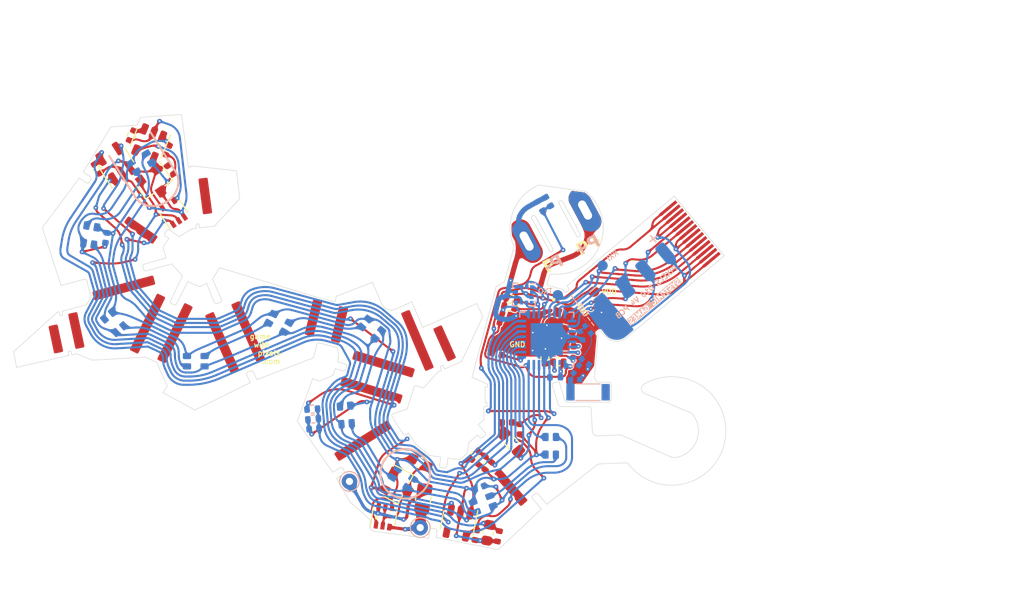
<source format=kicad_pcb>
(kicad_pcb (version 20221018) (generator pcbnew)
  (title_block (title "FLX-F020") (date "2021-09-11") (rev "10") (company "Systemic Games, LLC") (comment 1 "Flexible PCB, 0.13mm thickness"))
  (layers (0 "F.Cu" signal) (31 "B.Cu" signal) (34 "B.Paste" user) (35 "F.Paste" user) (36 "B.SilkS" user "B.Silkscreen") (37 "F.SilkS" user "F.Silkscreen") (38 "B.Mask" user) (39 "F.Mask" user) (44 "Edge.Cuts" user))
  (net 0 "")
  (net 1 "Net-(C1-Pad1)")
  (net 2 "GND")
  (net 3 "VDD")
  (net 4 "VDC")
  (net 5 "VEE")
  (net 6 "Net-(L1-Pad2)")
  (net 7 "Net-(L1-Pad1)")
  (net 8 "+5V")
  (net 9 "/BATT_NTC")
  (net 10 "/LED_EN")
  (net 11 "Net-(C2-Pad2)")
  (net 12 "Net-(C3-Pad1)")
  (net 13 "Net-(C5-Pad2)")
  (net 14 "Net-(C7-Pad1)")
  (net 15 "Net-(C19-Pad1)")
  (net 16 "Net-(C19-Pad2)")
  (net 17 "/NTC_ID_VDD")
  (net 18 "RXI")
  (net 19 "TXO")
  (net 20 "SWO")
  (net 21 "RESET")
  (net 22 "SWDCLK")
  (net 23 "SWDIO")
  (net 24 "Net-(R10-Pad1)")
  (net 25 "/PROG")
  (net 26 "/LED_DATA")
  (net 27 "+BATT")
  (net 28 "/STATS")
  (net 30 "/5V_SENSE")
  (net 31 "/VBAT_SENSE")
  (net 32 "/Power Supply/MAG1_")
  (net 33 "Net-(D10-Pad1)")
  (net 34 "/LED_RETURN")
  (net 35 "/Power Supply/LED_EN_OUT")
  (net 36 "Net-(R3-Pad1)")
  (net 37 "Net-(D2-Pad3)")
  (net 38 "Net-(D3-Pad3)")
  (net 39 "Net-(D4-Pad3)")
  (net 40 "Net-(D5-Pad3)")
  (net 41 "Net-(D6-Pad3)")
  (net 42 "Net-(D7-Pad3)")
  (net 43 "Net-(D8-Pad3)")
  (net 44 "Net-(D10-Pad3)")
  (net 45 "/SCL")
  (net 46 "/SDA")
  (net 47 "/ACC_INT")
  (net 48 "/ANTENNA")
  (net 51 "/ANT_50")
  (net 52 "/ANT_NRF")
  (footprint "Pixels-dice:C_0402_1005Metric" (layer "F.Cu") (at 114.7 94.42 -54)
    (fp_text reference "C16")
    (fp_text value "10uF 10V 20%")
  )
  (footprint "Pixels-dice:SOT-353_SC-70-5" (layer "F.Cu") (at 114.96 98.57 123)
    (fp_text reference "U7")
    (fp_text value "SN74LVC1G08" hide)
  )
  (footprint "Package_TO_SOT_SMD:SOT-23-5" (layer "F.Cu") (at 109.37 93.85 123)
    (fp_text reference "U5")
    (fp_text value "MCP73832T-2ACI/OT")
  )
  (footprint "Pixels-dice:SOT-23" (layer "F.Cu") (at 113.140767 95.735406 125)
    (fp_text reference "U8")
    (fp_text value "TMR1366")
  )
  (footprint "Pixels-dice:SOT-23-5" (layer "F.Cu") (at 112.61 91.86 -112)
    (fp_text reference "U6")
    (fp_text value "MT9700" hide)
  )
  (footprint "Resistor_SMD:R_0402_1005Metric" (layer "F.Cu") (at 110.9 91.12 -114)
    (fp_text reference "R3")
    (fp_text value "10k 5%")
  )
  (footprint "Pixels-dice:C_0402_1005Metric" (layer "F.Cu") (at 153.13 111.51 180)
    (fp_text reference "C7")
    (fp_text value "100pF NP0 10V 5%")
  )
  (footprint "Inductor_SMD:L_0805_2012Metric" (layer "F.Cu") (at 147.61 120.83 130)
    (fp_text reference "L1")
    (fp_text value "10uH 100mA 20%")
  )
  (footprint "Pixels-dice:C_0402_1005Metric" (layer "F.Cu") (at 153.67 109.75 -107)
    (fp_text reference "C5")
    (fp_text value "8pF 10V 10%")
  )
  (footprint "Pixels-dice:C_0402_1005Metric" (layer "F.Cu") (at 146.18 112.22 165)
    (fp_text reference "C3")
    (fp_text value "0.1uF 10V 20%")
  )
  (footprint "Pixels-dice:C_0402_1005Metric" (layer "F.Cu") (at 151.21 110.89 73)
    (fp_text reference "C2")
    (fp_text value "8pF 10V 10%")
  )
  (footprint "Resistor_SMD:R_0402_1005Metric" (layer "F.Cu") (at 152.15 113)
    (fp_text reference "R10")
    (fp_text value "100k 1%")
  )
  (footprint "Pixels-dice:C_0402_1005Metric" (layer "F.Cu") (at 147.174293 108.522925 -16)
    (fp_text reference "C10")
    (fp_text value "0.1uF 10V 20%")
  )
  (footprint "Pixels-dice:C_0402_1005Metric" (layer "F.Cu") (at 144.18 129.77 -101)
    (fp_text reference "C18")
    (fp_text value "4.7uF 10V 20%")
  )
  (footprint "Pixels-dice:R_0402_1005Metric" (layer "F.Cu") (at 146.36 129.88 -101)
    (fp_text reference "R4")
    (fp_text value "100k 1%")
  )
  (footprint "Pixels-dice:SOT-23-5" (layer "F.Cu") (at 142.49 128.6 -101)
    (fp_text reference "U4")
    (fp_text value "ME6215" hide)
  )
  (footprint "Resistor_SMD:R_0402_1005Metric" (layer "F.Cu") (at 150.85 112.68 -90)
    (fp_text reference "R9")
    (fp_text value "270k 1%")
  )
  (footprint "Pixels-dice:C_0402_1005Metric" (layer "F.Cu") (at 146.94 109.34 -16)
    (fp_text reference "C4")
    (fp_text value "4.7uF 10V 20%")
  )
  (footprint "Resistor_SMD:R_0402_1005Metric" (layer "F.Cu") (at 107.57 94.33 -59)
    (fp_text reference "R6")
    (fp_text value "22k 1%")
  )
  (footprint "Capacitor_SMD:C_0603_1608Metric" (layer "F.Cu") (at 138.78 122.76 152)
    (fp_text reference "C13")
    (fp_text value "4.7uF 25V 20%")
  )
  (footprint "Package_TO_SOT_SMD:SOT-363_SC-70-6" (layer "F.Cu") (at 135.3 127.96 82)
    (fp_text reference "D1")
    (fp_text value "BAV99S")
  )
  (footprint "Capacitor_SMD:C_0603_1608Metric" (layer "F.Cu") (at 145.37 129.54 -101)
    (fp_text reference "C15")
    (fp_text value "22uF 10V 20%")
  )
  (footprint "Inductor_SMD:L_0402_1005Metric" (layer "F.Cu") (at 147.18 118.87)
    (fp_text reference "L2")
    (fp_text value "15nH 100mA 5%")
  )
  (footprint "Pixels-dice:C_0402_1005Metric" (layer "F.Cu") (at 148.44 119.53 -90)
    (fp_text reference "C1")
    (fp_text value "4.7uF 10V 20%")
  )
  (footprint "Resistor_SMD:R_0402_1005Metric" (layer "F.Cu") (at 144.095162 122.037993 51)
    (fp_text reference "R7")
    (fp_text value "4.02M 1%")
  )
  (footprint "Resistor_SMD:R_0402_1005Metric" (layer "F.Cu") (at 144.74557 122.544524 -129)
    (fp_text reference "R8")
    (fp_text value "10M 1%")
  )
  (footprint "Pixels-dice:C_0402_1005Metric" (layer "F.Cu") (at 145.378015 123.082403 -129)
    (fp_text reference "C22")
    (fp_text value "10nF 25V 10%")
  )
  (footprint "Pixels-dice:Crystal_SMD_2016-4Pin_2.0x1.6mm" (layer "F.Cu") (at 152.37 109.05 -107)
    (fp_text reference "Y1")
    (fp_text value "32MHz 40ppm")
  )
  (footprint "Resistor_SMD:R_0402_1005Metric" (layer "F.Cu") (at 147.4 107.72 -15)
    (fp_text reference "R12")
    (fp_text value "2.7k 5%")
  )
  (footprint "Resistor_SMD:R_0402_1005Metric" (layer "F.Cu") (at 147.61 106.93 -15)
    (fp_text reference "R16")
    (fp_text value "2.7k 5%")
  )
  (footprint "Pixels-dice:SOT-23" (layer "F.Cu") (at 136.72 125 152)
    (fp_text reference "U3")
    (fp_text value "PJ75AL50SA")
  )
  (footprint "Capacitor_SMD:C_0805_2012Metric" (layer "F.Cu") (at 139.1 126.229748 82)
    (fp_text reference "C19")
    (fp_text value "12nF 50V 5% NP0")
  )
  (footprint "Pixels-dice:TEST_PIN" (layer "F.Cu") (at 146.75 110.96)
    (fp_text reference "W19" hide)
    (fp_text value "GND")
  )
  (footprint "Pixels-dice:FPC_14" (layer "F.Cu") (at 162.794287 98.137317 -50)
    (fp_text reference "J1")
    (fp_text value "Conn_01x14")
  )
  (footprint "Pixels-dice:C_0402_1005Metric" (layer "F.Cu") (at 114.36 92.52 -114)
    (fp_text reference "C24")
    (fp_text value "0.1uF 10V 20%")
  )
  (footprint "Pixels-dice:TEST_PIN" (layer "F.Cu") (at 155.59 106.22)
    (fp_text reference "W25" hide)
    (fp_text value "VDD")
  )
  (footprint "Pixels-dice:TX1812Z_2020" (layer "B.Cu") (at 131.61 118.14 5)
    (fp_text reference "D5")
    (fp_text value "TX1812Z_2020")
  )
  (footprint "Pixels-dice:TX1812Z_2020" (layer "B.Cu") (at 137.1 124.25 57)
    (fp_text reference "D4")
    (fp_text value "TX1812Z_2020")
  )
  (footprint "Pixels-dice:TX1812Z_2020" (layer "B.Cu") (at 134.11 109.8 50)
    (fp_text reference "D6")
    (fp_text value "TX1812Z_2020")
  )
  (footprint "Pixels-dice:TX1812Z_2020" (layer "B.Cu") (at 151.41 121.13 180)
    (fp_text reference "D2")
    (fp_text value "TX1812Z_2020")
  )
  (footprint "Pixels-dice:TX1812Z_2020" (layer "B.Cu") (at 125.14 109.24 60)
    (fp_text reference "D7")
    (fp_text value "TX1812Z_2020")
  )
  (footprint "Pixels-dice:TX1812Z_2020" (layer "B.Cu") (at 109.21 109.2 40)
    (fp_text reference "D9")
    (fp_text value "TX1812Z_2020")
  )
  (footprint "Pixels-dice:TX1812Z_2020" (layer "B.Cu") (at 117.11 112.95 90)
    (fp_text reference "D8")
    (fp_text value "TX1812Z_2020")
  )
  (footprint "TestPoint:TestPoint_THTPad_D1.5mm_Drill0.7mm" (layer "B.Cu") (at 131.960767 124.575406 150)
    (fp_text reference "P6" hide)
    (fp_text value "COILB")
  )
  (footprint "Pixels-dice:C_0402_1005Metric" (layer "B.Cu") (at 151.167211 97.503682 120)
    (fp_text reference "C6")
    (fp_text value "DNP")
  )
  (footprint "TestPoint:TestPoint_THTPad_D1.5mm_Drill0.7mm" (layer "B.Cu") (at 138.800767 129.045406 150)
    (fp_text reference "P5" hide)
    (fp_text value "COILA")
  )
  (footprint "Pixels-dice:TX1812Z_2020" (layer "B.Cu") (at 111.86 93.74 -58.5)
    (fp_text reference "D11")
    (fp_text value "TX1812Z_2020")
  )
  (footprint "Package_DFN_QFN:QFN-32-1EP_5x5mm_P0.5mm_EP3.1x3.1mm" (layer "B.Cu") (at 151.029999 110.82)
    (fp_text reference "U1")
    (fp_text value "N52810_QFN32")
  )
  (footprint "Pixels-dice:0402_RF" (layer "B.Cu") (at 154.39 110.48 -74)
    (fp_text reference "C8")
    (fp_text value "0.8pF 10V 5% C0G")
  )
  (footprint "Pixels-dice:C_0402_1005Metric" (layer "B.Cu") (at 144.52 125.18 -158.8)
    (fp_text reference "C23")
    (fp_text value "0.1uF 10V 20%")
  )
  (footprint "Pixels-dice:TX1812Z_2020" (layer "B.Cu") (at 144.88 126.76 110)
    (fp_text reference "D3")
    (fp_text value "TX1812Z_2020")
  )
  (footprint "Pixels-dice:C_0402_1005Metric" (layer "B.Cu") (at 108.45 101.01 81)
    (fp_text reference "C9")
    (fp_text value "10uF 10V 20%")
  )
  (footprint "Pixels-dice:Hongjie 10100 Connector" (layer "B.Cu") (at 151.904568 99.832308 -152)
    (fp_text reference "J3")
    (fp_text value "Conn_01x02")
  )
  (footprint "Pixels-dice:TX1812Z_2020" (layer "B.Cu") (at 106.91 100.75 -10)
    (fp_text reference "D10")
    (fp_text value "TX1812Z_2020")
  )
  (footprint "Pixels-dice:C_0402_1005Metric" (layer "B.Cu") (at 128.546434 119.481858 -175)
    (fp_text reference "C21")
    (fp_text value "10nF 25V 10%")
  )
  (footprint "Resistor_SMD:R_0402_1005Metric" (layer "B.Cu") (at 128.453677 118.53635 5)
    (fp_text reference "R2")
    (fp_text value "4.02M 1%")
  )
  (footprint "Resistor_SMD:R_0402_1005Metric" (layer "B.Cu") (at 128.37 117.58 5)
    (fp_text reference "R1")
    (fp_text value "4.02M 1%")
  )
  (footprint "Package_LGA:LGA-12_2x2mm_P0.5mm" (layer "B.Cu") (at 148.828603 106.512195 179)
    (fp_text reference "U2")
    (fp_text value "KXTJ3-1057")
  )
  (footprint "Pixels-dice:0402_RF" (layer "B.Cu") (at 155.01 109.89 -52)
    (fp_text reference "L5")
    (fp_text value "3.9nH 5%")
  )
  (footprint "Pixels-dice:R_0402_1005Metric" (layer "B.Cu") (at 151.84 114.5 -179)
    (fp_text reference "R5")
    (fp_text value "100k 1%")
  )
  (footprint "Pixels-dice:0402_RF" (layer "B.Cu") (at 153.88 113.72 -125)
    (fp_text reference "L3")
    (fp_text value "0 Ohm")
  )
  (footprint "Pixels-dice:FPC-POGO-4" (layer "B.Cu") (at 159.58577 104.967722 -140)
    (fp_text reference "J2")
    (fp_text value "Conn_01x04")
  )
  (footprint "Pixels-dice:0402_RF" (layer "B.Cu") (at 154.77 112.99 -35)
    (fp_text reference "C12")
    (fp_text value "DNP")
  )
  (footprint "Pixels-dice:CHIP_ANT" (layer "B.Cu") (at 153.32 115.95 90)
    (fp_text reference "AE1")
    (fp_text value "Antenna_Chip" hide)
  )
  (footprint "Pixels-dice:TEST_PIN" (layer "B.Cu") (at 156.42 103.7 180)
    (fp_text reference "W1" hide)
    (fp_text value "RXI")
  )
  (footprint "Pixels-dice:TEST_PIN" (layer "B.Cu") (at 152.09 106.56 180)
    (fp_text reference "W2" hide)
    (fp_text value "TXO")
  )
  (footprint "Pixels-dice:0402_RF" (layer "B.Cu") (at 153.77 114.74)
    (fp_text reference "C11")
    (fp_text value "DNP")
  )
  (footprint "Pixels-dice:R_0402_1005Metric" (layer "B.Cu") (at 150.387788 97.953682 120)
    (fp_text reference "TH1")
    (fp_text value "NTC 100k @ 25C")
  )
  (footprint "RFFrontEnd:MFH3.RECE.20369.001E.01" (layer "B.Cu") (at 156.15 109.32 -50)
    (fp_text reference "J4" hide)
    (fp_text value "DNP")
  )
  (gr_circle (center 137.35 123.84) (end 139.75 123.84) (stroke (width 0.2)) (fill none) (layer "B.SilkS"))
  (gr_curve (pts (xy 114.287924 97.542729) (xy 113.215291 98.223172) (xy 111.86609 98.018657) (xy 111.274402 97.085933)) (stroke (width 0.2)) (layer "B.SilkS"))
  (gr_line (start 111.274402 97.085933) (end 108.75 93.106521) (stroke (width 0.2)) (layer "B.SilkS"))
  (gr_curve (pts (xy 115.158754 94.621825) (xy 115.750441 95.554553) (xy 115.360562 96.862283) (xy 114.287924 97.542729)) (stroke (width 0.2)) (layer "B.SilkS"))
  (gr_line (start 112.747511 90.820804) (end 115.158754 94.621825) (stroke (width 0.2)) (layer "B.SilkS"))
  (gr_circle (center 134.6 128.1) (end 134.7 128.1) (stroke (width 0.15)) (fill solid) (layer "F.SilkS"))
  (gr_circle (center 151.7 107) (end 151.8 107) (stroke (width 0.15)) (fill solid) (layer "F.SilkS"))
  (gr_arc (start 139.73 129.28) (mid 139.809334 129.146553) (end 139.96 129.11) (stroke (width 0.05)) (layer "Edge.Cuts"))
  (gr_arc (start 129.15 114.84) (mid 129.081225 114.855605) (end 129.01 114.85) (stroke (width 0.05)) (layer "Edge.Cuts"))
  (gr_arc (start 114.18 100.85) (mid 114.096442 100.720597) (end 114.13 100.57) (stroke (width 0.05)) (layer "Edge.Cuts"))
  (gr_arc (start 152.98 116.91) (mid 152.864003 116.874855) (end 152.79 116.78) (stroke (width 0.05)) (layer "Edge.Cuts"))
  (gr_arc (start 160.479027 116.06532) (mid 160.173999 115.638231) (end 160.418613 115.173889) (stroke (width 0.05)) (layer "Edge.Cuts"))
  (gr_line (start 146.35 131.17) (end 150.51 127.24) (stroke (width 0.05)) (layer "Edge.Cuts"))
  (gr_arc (start 157.05 114.99) (mid 157.19113 115.04887) (end 157.25 115.19) (stroke (width 0.05)) (layer "Edge.Cuts"))
  (gr_arc (start 119.160367 107.376874) (mid 119.009946 107.379969) (end 118.900367 107.276874) (stroke (width 0.05)) (layer "Edge.Cuts"))
  (gr_line (start 156.15 122.88) (end 158.619506 122.776803) (stroke (width 0.05)) (layer "Edge.Cuts"))
  (gr_arc (start 104.95 111.96) (mid 105.028932 111.972949) (end 105.07 112.04) (stroke (width 0.05)) (layer "Edge.Cuts"))
  (gr_line (start 130.34 123.69) (end 131.03 123.25) (stroke (width 0.05)) (layer "Edge.Cuts"))
  (gr_line (start 146.85 105.32) (end 146.14 105.73) (stroke (width 0.05)) (layer "Edge.Cuts"))
  (gr_line (start 144.849455 108.651033) (end 144.363087 109.675815) (stroke (width 0.05)) (layer "Edge.Cuts"))
  (gr_line (start 117.47 100.05) (end 118.92 99.88) (stroke (width 0.05)) (layer "Edge.Cuts"))
  (gr_line (start 117.43 99.75) (end 117.47 100.05) (stroke (width 0.05)) (layer "Edge.Cuts"))
  (gr_line (start 139.05 109.68) (end 144.279035 107.363349) (stroke (width 0.05)) (layer "Edge.Cuts"))
  (gr_arc (start 104.09 108.54) (mid 104.011068 108.527051) (end 103.97 108.46) (stroke (width 0.05)) (layer "Edge.Cuts"))
  (gr_arc (start 158.741775 110.66608) (mid 157.609948 111.00684) (end 156.58277 110.422037) (stroke (width 0.05)) (layer "Edge.Cuts"))
  (gr_arc (start 117.320002 99.660011) (mid 117.39551 99.679936) (end 117.429999 99.75) (stroke (width 0.05)) (layer "Edge.Cuts"))
  (gr_arc (start 140.84 123.24) (mid 140.705949 123.161254) (end 140.67 123.01) (stroke (width 0.05)) (layer "Edge.Cuts"))
  (gr_line (start 130.83 111.8) (end 130.91 112.59) (stroke (width 0.05)) (layer "Edge.Cuts"))
  (gr_line (start 105.61 112.22) (end 107.1 112.85) (stroke (width 0.05)) (layer "Edge.Cuts"))
  (gr_line (start 113.95 116) (end 117.02 117.67) (stroke (width 0.05)) (layer "Edge.Cuts"))
  (gr_arc (start 145.07 119.85) (mid 145.117509 119.994149) (end 145.05 120.13) (stroke (width 0.05)) (layer "Edge.Cuts"))
  (gr_line (start 152.79 116.78) (end 152.27 115.08) (stroke (width 0.05)) (layer "Edge.Cuts"))
  (gr_arc (start 130.69 111.62) (mid 130.789354 111.687845) (end 130.83 111.8) (stroke (width 0.05)) (layer "Edge.Cuts"))
  (gr_arc (start 140.26 129.16) (mid 140.384616 129.2375) (end 140.42 129.38) (stroke (width 0.05)) (layer "Edge.Cuts"))
  (gr_line (start 113.34 113.06) (end 112.24 112.55) (stroke (width 0.05)) (layer "Edge.Cuts"))
  (gr_line (start 103.9 108.17) (end 103.97 108.46) (stroke (width 0.05)) (layer "Edge.Cuts"))
  (gr_line (start 140.72 113.45) (end 140.88 113.81) (stroke (width 0.05)) (layer "Edge.Cuts"))
  (gr_line (start 103.736289 108.213529) (end 99.5 112.03) (stroke (width 0.05)) (layer "Edge.Cuts"))
  (gr_line (start 117.21 99.680001) (end 117.32 99.66) (stroke (width 0.05)) (layer "Edge.Cuts"))
  (gr_line (start 126.92 118.78) (end 130.34 123.69) (stroke (width 0.05)) (layer "Edge.Cuts"))
  (gr_arc (start 158.619506 122.776803) (mid 158.8 122.81) (end 158.948209 122.918233) (stroke (width 0.05)) (layer "Edge.Cuts"))
  (gr_arc (start 149.58 99.14) (mid 149.665528 98.868375) (end 149.94 98.95) (stroke (width 0.05)) (layer "Edge.Cuts"))
  (gr_line (start 151.07 105.38) (end 151.27 104.65) (stroke (width 0.05)) (layer "Edge.Cuts"))
  (gr_arc (start 165.252282 118.253541) (mid 165.477099 120.717179) (end 163.538295 122.253765) (stroke (width 0.05)) (layer "Edge.Cuts"))
  (gr_line (start 130.9 112.67) (end 130.8 112.99) (stroke (width 0.05)) (layer "Edge.Cuts"))
  (gr_line (start 114.57 100.26) (end 115.51 100.9) (stroke (width 0.05)) (layer "Edge.Cuts"))
  (gr_arc (start 155.12 117.34) (mid 155.257471 117.394924) (end 155.32 117.53) (stroke (width 0.05)) (layer "Edge.Cuts"))
  (gr_arc (start 145.3 115.18) (mid 145.321505 115.195071) (end 145.33 115.22) (stroke (width 0.05)) (layer "Edge.Cuts"))
  (gr_line (start 155.906005 110.108269) (end 156.065428 109.987504) (stroke (width 0.05)) (layer "Edge.Cuts"))
  (gr_line (start 152.972372 106.235541) (end 153.131796 106.114776) (stroke (width 0.05)) (layer "Edge.Cuts"))
  (gr_line (start 152.626194 106.026963) (end 151.21 105.63) (stroke (width 0.05)) (layer "Edge.Cuts"))
  (gr_line (start 115.51 100.9) (end 116.77 100.13) (stroke (width 0.05)) (layer "Edge.Cuts"))
  (gr_arc (start 122.42 113.88) (mid 122.573692 113.879001) (end 122.68 113.99) (stroke (width 0.05)) (layer "Edge.Cuts"))
  (gr_line (start 104.66 108) (end 104.27 108.09) (stroke (width 0.05)) (layer "Edge.Cuts"))
  (gr_line (start 134 128.45) (end 133.94 128.83) (stroke (width 0.05)) (layer "Edge.Cuts"))
  (gr_line (start 105.85 95.23) (end 102.28 100.03) (stroke (width 0.05)) (layer "Edge.Cuts"))
  (gr_line (start 106.46 107.51) (end 104.66 108) (stroke (width 0.05)) (layer "Edge.Cuts"))
  (gr_line (start 147.87 101.89) (end 146.97 105.17) (stroke (width 0.05)) (layer "Edge.Cuts"))
  (gr_line (start 114.986185 107.488556) (end 114.757982 107.38166) (stroke (width 0.05)) (layer "Edge.Cuts"))
  (gr_line (start 137.14 119.98) (end 136.09 118.32) (stroke (width 0.05)) (layer "Edge.Cuts"))
  (gr_line (start 145.24 116.98) (end 145.24 117.27) (stroke (width 0.05)) (layer "Edge.Cuts"))
  (gr_line (start 122.37 115.02) (end 122.04 114.27) (stroke (width 0.05)) (layer "Edge.Cuts"))
  (gr_line (start 144.4 119.08) (end 145.07 119.85) (stroke (width 0.05)) (layer "Edge.Cuts"))
  (gr_arc (start 131.46 123.57) (mid 131.48483 123.717089) (end 131.4 123.84) (stroke (width 0.05)) (layer "Edge.Cuts"))
  (gr_line (start 111.78 89.37) (end 111.44 90.11) (stroke (width 0.05)) (layer "Edge.Cuts"))
  (gr_line (start 130.71 124.28) (end 132.01 126.55) (stroke (width 0.05)) (layer "Edge.Cuts"))
  (gr_line (start 106.95 106.77) (end 106.58 107.42) (stroke (width 0.05)) (layer "Edge.Cuts"))
  (gr_line (start 113.95 116) (end 114.35 115.36) (stroke (width 0.05)) (layer "Edge.Cuts"))
  (gr_line (start 106.97 95.38) (end 106.81 95.63) (stroke (width 0.05)) (layer "Edge.Cuts"))
  (gr_line (start 140.99 113.33) (end 140.72 113.45) (stroke (width 0.05)) (layer "Edge.Cuts"))
  (gr_line (start 145.28 115.44) (end 145.07 115.44) (stroke (width 0.05)) (layer "Edge.Cuts"))
  (gr_arc (start 104.78 112.1) (mid 104.793738 112.021615) (end 104.86 111.98) (stroke (width 0.05)) (layer "Edge.Cuts"))
  (gr_line (start 104.18 108.52) (end 104.09 108.54) (stroke (width 0.05)) (layer "Edge.Cuts"))
  (gr_arc (start 146.97 105.17) (mid 146.926691 105.258853) (end 146.85 105.32) (stroke (width 0.05)) (layer "Edge.Cuts"))
  (gr_line (start 134.18 105.32) (end 130.7 106.66) (stroke (width 0.05)) (layer "Edge.Cuts"))
  (gr_line (start 140.42 129.38) (end 140.33 129.99) (stroke (width 0.05)) (layer "Edge.Cuts"))
  (gr_line (start 145.05 120.13) (end 144.82 120.33) (stroke (width 0.05)) (layer "Edge.Cuts"))
  (gr_line (start 152.98 116.91) (end 157.05 116.91) (stroke (width 0.05)) (layer "Edge.Cuts"))
  (gr_line (start 122.15 114) (end 122.42 113.88) (stroke (width 0.05)) (layer "Edge.Cuts"))
  (gr_line (start 137.98 107.21) (end 136.4 107.91) (stroke (width 0.05)) (layer "Edge.Cuts"))
  (gr_line (start 151.57 115.3) (end 152.13 117.13) (stroke (width 0.05)) (layer "Edge.Cuts"))
  (gr_line (start 144.95 118.61) (end 144.4 119.08) (stroke (width 0.05)) (layer "Edge.Cuts"))
  (gr_line (start 112.14 103.56) (end 114.23 102.96) (stroke (width 0.05)) (layer "Edge.Cuts"))
  (gr_line (start 128.4 114.63) (end 126.92 118.78) (stroke (width 0.05)) (layer "Edge.Cuts"))
  (gr_line (start 118.74 105.01) (end 119.59 106.98) (stroke (width 0.05)) (layer "Edge.Cuts"))
  (gr_line (start 115.82 104.69) (end 114.77 103.54) (stroke (width 0.05)) (layer "Edge.Cuts"))
  (gr_line (start 137.67 119.89) (end 137.41 120.05) (stroke (width 0.05)) (layer "Edge.Cuts"))
  (gr_line (start 156.14 114.99) (end 157.05 114.99) (stroke (width 0.05)) (layer "Edge.Cuts"))
  (gr_line (start 121.046011 94.535753) (end 116.682786 94.05336) (stroke (width 0.05)) (layer "Edge.Cuts"))
  (gr_line (start 162.961094 122.183815) (end 158.250709 120.10528) (stroke (width 0.05)) (layer "Edge.Cuts"))
  (gr_line (start 114.13 100.57) (end 114.29 100.32) (stroke (width 0.05)) (layer "Edge.Cuts"))
  (gr_line (start 141.13 123.28) (end 140.84 123.24) (stroke (width 0.05)) (layer "Edge.Cuts"))
  (gr_arc (start 153.160789 105.904635) (mid 153.189804 106.015707) (end 153.131796 106.114776) (stroke (width 0.05)) (layer "Edge.Cuts"))
  (gr_line (start 150.51 127.24) (end 149.66 126.25) (stroke (width 0.05)) (layer "Edge.Cuts"))
  (gr_line (start 135.08 107.39) (end 134.18 105.32) (stroke (width 0.05)) (layer "Edge.Cuts"))
  (gr_line (start 143.26 121.91) (end 142.68 122.41) (stroke (width 0.05)) (layer "Edge.Cuts"))
  (gr_line (start 105.07 112.04) (end 105.14 112.33) (stroke (width 0.05)) (layer "Edge.Cuts"))
  (gr_line (start 146.14 105.73) (end 143.81 114.49) (stroke (width 0.05)) (layer "Edge.Cuts"))
  (gr_arc (start 155.865759 122.986125) (mid 155.999642 122.911007) (end 156.15 122.88) (stroke (width 0.05)) (layer "Edge.Cuts"))
  (gr_line (start 116.492451 94.18613) (end 116.602 94.163498) (stroke (width 0.05)) (layer "Edge.Cuts"))
  (gr_line (start 136.19 118.02) (end 137.54 117.57) (stroke (width 0.05)) (layer "Edge.Cuts"))
  (gr_arc (start 116.682785 94.053359) (mid 116.666011 94.125752) (end 116.602 94.163498) (stroke (width 0.05)) (layer "Edge.Cuts"))
  (gr_arc (start 133.94 128.27) (mid 133.993716 128.352296) (end 134 128.45) (stroke (width 0.05)) (layer "Edge.Cuts"))
  (gr_arc (start 117.130001 99.79) (mid 117.146633 99.71822) (end 117.210102 99.680793) (stroke (width 0.05)) (layer "Edge.Cuts"))
  (gr_arc (start 119.59 106.98) (mid 119.591648 107.129854) (end 119.49 107.24) (stroke (width 0.05)) (layer "Edge.Cuts"))
  (gr_line (start 121.36 97.22) (end 121.046011 94.535753) (stroke (width 0.05)) (layer "Edge.Cuts"))
  (gr_line (start 104.27 108.09) (end 104.2 108.11) (stroke (width 0.05)) (layer "Edge.Cuts"))
  (gr_arc (start 113.97 102.01) (mid 113.962503 101.922942) (end 113.99 101.84) (stroke (width 0.05)) (layer "Edge.Cuts"))
  (gr_line (start 137.54 117.57) (end 138.19 115.46) (stroke (width 0.05)) (layer "Edge.Cuts"))
  (gr_arc (start 156.14 114.99) (mid 155.783952 114.839595) (end 155.64 114.48) (stroke (width 0.05)) (layer "Edge.Cuts"))
  (gr_arc (start 128.81 111.32) (mid 128.901713 111.202665) (end 129.05 111.18) (stroke (width 0.05)) (layer "Edge.Cuts"))
  (gr_line (start 99.79 113.54) (end 99.5 112.03) (stroke (width 0.05)) (layer "Edge.Cuts"))
  (gr_arc (start 117.56 105.71) (mid 117.474582 105.730903) (end 117.39 105.71) (stroke (width 0.05)) (layer "Edge.Cuts"))
  (gr_line (start 145.24 117.27) (end 145.24 117.28) (stroke (width 0.05)) (layer "Edge.Cuts"))
  (gr_line (start 123.01 114.73) (end 128.48 112.62) (stroke (width 0.05)) (layer "Edge.Cuts"))
  (gr_line (start 140.99 113.33) (end 141.15 113.7) (stroke (width 0.05)) (layer "Edge.Cuts"))
  (gr_arc (start 164.807219 117.88544) (mid 165.056901 118.036663) (end 165.252282 118.253541) (stroke (width 0.05)) (layer "Edge.Cuts"))
  (gr_line (start 138.34 120.95) (end 137.67 119.89) (stroke (width 0.05)) (layer "Edge.Cuts"))
  (gr_line (start 103.9 108.17) (end 103.736289 108.213529) (stroke (width 0.05)) (layer "Edge.Cuts"))
  (gr_line (start 139.12 115.54) (end 140.51 113.98) (stroke (width 0.05)) (layer "Edge.Cuts"))
  (gr_line (start 117.39 105.71) (end 116.33 105.25) (stroke (width 0.05)) (layer "Edge.Cuts"))
  (gr_arc (start 106.97 106.62) (mid 106.976519 106.697483) (end 106.95 106.77) (stroke (width 0.05)) (layer "Edge.Cuts"))
  (gr_line (start 137.98 107.21) (end 139.05 109.68) (stroke (width 0.05)) (layer "Edge.Cuts"))
  (gr_arc (start 143.35 121.76) (mid 143.320101 121.844061) (end 143.26 121.91) (stroke (width 0.05)) (layer "Edge.Cuts"))
  (gr_arc (start 134.37 129.41) (mid 134.030912 129.21126) (end 133.94 128.83) (stroke (width 0.05)) (layer "Edge.Cuts"))
  (gr_arc (start 163.538295 122.253765) (mid 163.244499 122.261665) (end 162.961094 122.183815) (stroke (width 0.05)) (layer "Edge.Cuts"))
  (gr_line (start 118.92 99.88) (end 121.36 97.22) (stroke (width 0.05)) (layer "Edge.Cuts"))
  (gr_line (start 152.985152 105.672774) (end 153.160789 105.904635) (stroke (width 0.05)) (layer "Edge.Cuts"))
  (gr_arc (start 155.877011 110.31841) (mid 155.847965 110.20732) (end 155.906005 110.108269) (stroke (width 0.05)) (layer "Edge.Cuts"))
  (gr_line (start 140.67 123.01) (end 140.78 122.22) (stroke (width 0.05)) (layer "Edge.Cuts"))
  (gr_line (start 142.79 112.98) (end 144.36 109.68) (stroke (width 0.05)) (layer "Edge.Cuts"))
  (gr_line (start 143.81 114.49) (end 145.3 115.18) (stroke (width 0.05)) (layer "Edge.Cuts"))
  (gr_line (start 130.8 112.99) (end 131.56 113.23) (stroke (width 0.05)) (layer "Edge.Cuts"))
  (gr_arc (start 138.19 115.46) (mid 138.288076 115.343223) (end 138.44 115.33) (stroke (width 0.05)) (layer "Edge.Cuts"))
  (gr_line (start 118.16 105.42) (end 117.56 105.71) (stroke (width 0.05)) (layer "Edge.Cuts"))
  (gr_line (start 152.626194 106.026963) (end 152.762231 106.206548) (stroke (width 0.05)) (layer "Edge.Cuts"))
  (gr_arc (start 106.81 95.63) (mid 106.683042 95.720915) (end 106.53 95.69) (stroke (width 0.05)) (layer "Edge.Cuts"))
  (gr_line (start 111.44 90.11) (end 108.9 90.29) (stroke (width 0.05)) (layer "Edge.Cuts"))
  (gr_arc (start 104.26 108.4) (mid 104.245935 108.477583) (end 104.18 108.52) (stroke (width 0.05)) (layer "Edge.Cuts"))
  (gr_line (start 145.07 116.92) (end 145.19 116.92) (stroke (width 0.05)) (layer "Edge.Cuts"))
  (gr_line (start 113.97 102.01) (end 114.23 102.96) (stroke (width 0.05)) (layer "Edge.Cuts"))
  (gr_line (start 160.479027 116.06532) (end 164.807219 117.88544) (stroke (width 0.05)) (layer "Edge.Cuts"))
  (gr_arc (start 152.972372 106.235541) (mid 152.861298 106.26457) (end 152.762231 106.206548) (stroke (width 0.05)) (layer "Edge.Cuts"))
  (gr_line (start 142.48 122.47) (end 141.48 122.32) (stroke (width 0.05)) (layer "Edge.Cuts"))
  (gr_line (start 130.46 107.19) (end 128.79 106.76) (stroke (width 0.05)) (layer "Edge.Cuts"))
  (gr_line (start 128.79 106.76) (end 119.41 103.9) (stroke (width 0.05)) (layer "Edge.Cuts"))
  (gr_arc (start 151.27 104.65) (mid 151.349322 104.54058) (end 151.48 104.51) (stroke (width 0.05)) (layer "Edge.Cuts"))
  (gr_line (start 102.28 100.03) (end 104.09 105.63) (stroke (width 0.05)) (layer "Edge.Cuts"))
  (gr_line (start 144.95 117.33) (end 144.95 118.61) (stroke (width 0.05)) (layer "Edge.Cuts"))
  (gr_line (start 140.33 129.99) (end 146.35 131.17) (stroke (width 0.05)) (layer "Edge.Cuts"))
  (gr_line (start 114.35 115.36) (end 113.34 113.06) (stroke (width 0.05)) (layer "Edge.Cuts"))
  (gr_arc (start 145.33 115.39) (mid 145.314025 115.422855) (end 145.28 115.44) (stroke (width 0.05)) (layer "Edge.Cuts"))
  (gr_arc (start 145.24 117.28) (mid 145.22665 117.31665) (end 145.19 117.33) (stroke (width 0.05)) (layer "Edge.Cuts"))
  (gr_line (start 152.02 114.95) (end 151.7 115.05) (stroke (width 0.05)) (layer "Edge.Cuts"))
  (gr_line (start 116.77 100.13) (end 117.17 100.09) (stroke (width 0.05)) (layer "Edge.Cuts"))
  (gr_line (start 149.94 98.95) (end 151.62 102.08) (stroke (width 0.05)) (layer "Edge.Cuts"))
  (gr_line (start 168.19 102.75) (end 163.35 96.98) (stroke (width 0.05)) (layer "Edge.Cuts"))
  (gr_arc (start 151.62 102.08) (mid 151.539781 102.339587) (end 151.28 102.26) (stroke (width 0.05)) (layer "Edge.Cuts"))
  (gr_line (start 119.49 107.24) (end 119.160367 107.376874) (stroke (width 0.05)) (layer "Edge.Cuts"))
  (gr_line (start 155.877011 110.31841) (end 155.976416 110.449636) (stroke (width 0.05)) (layer "Edge.Cuts"))
  (gr_line (start 145.19 117.33) (end 144.95 117.33) (stroke (width 0.05)) (layer "Edge.Cuts"))
  (gr_arc (start 130.91 112.59) (mid 130.909734 112.630653) (end 130.9 112.67) (stroke (width 0.05)) (layer "Edge.Cuts"))
  (gr_line (start 163.35 96.98) (end 152.985152 105.672774) (stroke (width 0.05)) (layer "Edge.Cuts"))
  (gr_line (start 145.33 115.22) (end 145.33 115.39) (stroke (width 0.05)) (layer "Edge.Cuts"))
  (gr_line (start 131.36 113.9) (end 130.6 113.66) (stroke (width 0.05)) (layer "Edge.Cuts"))
  (gr_line (start 138.44 115.33) (end 139.12 115.54) (stroke (width 0.05)) (layer "Edge.Cuts"))
  (gr_arc (start 141.36 123.11) (mid 141.28092 123.244088) (end 141.13 123.28) (stroke (width 0.05)) (layer "Edge.Cuts"))
  (gr_arc (start 130.42 114.22) (mid 130.3782 114.295364) (end 130.31 114.35) (stroke (width 0.05)) (layer "Edge.Cuts"))
  (gr_line (start 144.34 120.08) (end 143.5 120.81) (stroke (width 0.05)) (layer "Edge.Cuts"))
  (gr_line (start 131.7 113.48) (end 131.61 113.76) (stroke (width 0.05)) (layer "Edge.Cuts"))
  (gr_arc (start 145.19 116.92) (mid 145.226453 116.933547) (end 145.24 116.97) (stroke (width 0.05)) (layer "Edge.Cuts"))
  (gr_arc (start 144.82 120.33) (mid 144.676517 120.37565) (end 144.54 120.31) (stroke (width 0.05)) (layer "Edge.Cuts"))
  (gr_line (start 150.196203 125.787287) (end 151.038822 126.780467) (stroke (width 0.05)) (layer "Edge.Cuts"))
  (gr_line (start 153.91 100.84) (end 152.22 97.72) (stroke (width 0.05)) (layer "Edge.Cuts"))
  (gr_line (start 141.15 113.7) (end 142.79 112.98) (stroke (width 0.05)) (layer "Edge.Cuts"))
  (gr_arc (start 112 103.8) (mid 112.021428 103.651673) (end 112.14 103.56) (stroke (width 0.05)) (layer "Edge.Cuts"))
  (gr_arc (start 149.916203 125.767287) (mid 150.060286 125.720036) (end 150.196203 125.787287) (stroke (width 0.05)) (layer "Edge.Cuts"))
  (gr_line (start 119.41 103.9) (end 118.74 105.01) (stroke (width 0.05)) (layer "Edge.Cuts"))
  (gr_line (start 157.25 115.19) (end 157.25 116.71) (stroke (width 0.05)) (layer "Edge.Cuts"))
  (gr_line (start 134.37 129.41) (end 139.61 130.09) (stroke (width 0.05)) (layer "Edge.Cuts"))
  (gr_line (start 156.27557 110.016498) (end 156.58277 110.422037) (stroke (width 0.05)) (layer "Edge.Cuts"))
  (gr_line (start 117.02 117.67) (end 122.37 115.02) (stroke (width 0.05)) (layer "Edge.Cuts"))
  (gr_line (start 131.4 123.84) (end 130.71 124.28) (stroke (width 0.05)) (layer "Edge.Cuts"))
  (gr_line (start 112.24 112.55) (end 107.1 112.85) (stroke (width 0.05)) (layer "Edge.Cuts"))
  (gr_line (start 151.038822 126.780467) (end 155.865759 122.986125) (stroke (width 0.05)) (layer "Edge.Cuts"))
  (gr_line (start 155.976416 110.449636) (end 155.64 114.48) (stroke (width 0.05)) (layer "Edge.Cuts"))
  (gr_line (start 104.85 112.39) (end 99.79 113.54) (stroke (width 0.05)) (layer "Edge.Cuts"))
  (gr_line (start 152.57 97.52) (end 154.26 100.65) (stroke (width 0.05)) (layer "Edge.Cuts"))
  (gr_line (start 106.24 94.65) (end 106.92 95.11) (stroke (width 0.05)) (layer "Edge.Cuts"))
  (gr_arc (start 106.92 95.11) (mid 107.001577 95.235039) (end 106.97 95.38) (stroke (width 0.05)) (layer "Edge.Cuts"))
  (gr_arc (start 156.065428 109.987504) (mid 156.176503 109.958486) (end 156.27557 110.016498) (stroke (width 0.05)) (layer "Edge.Cuts"))
  (gr_arc (start 142.68 122.41) (mid 142.586329 122.461097) (end 142.48 122.47) (stroke (width 0.05)) (layer "Edge.Cuts"))
  (gr_line (start 139.61 130.09) (end 139.73 129.28) (stroke (width 0.05)) (layer "Edge.Cuts"))
  (gr_line (start 117.17 100.09) (end 117.13 99.79) (stroke (width 0.05)) (layer "Edge.Cuts"))
  (gr_arc (start 114.757982 107.38166) (mid 114.660025 107.270002) (end 114.667982 107.12166) (stroke (width 0.05)) (layer "Edge.Cuts"))
  (gr_line (start 104.78 112.1) (end 104.85 112.39) (stroke (width 0.05)) (layer "Edge.Cuts"))
  (gr_line (start 114.51 101.07) (end 113.99 101.84) (stroke (width 0.05)) (layer "Edge.Cuts"))
  (gr_line (start 128.48 112.62) (end 128.81 111.32) (stroke (width 0.05)) (layer "Edge.Cuts"))
  (gr_line (start 104.09 105.63) (end 106.33 105.02) (stroke (width 0.05)) (layer "Edge.Cuts"))
  (gr_arc (start 136.4 107.91) (mid 135.632385 107.923175) (end 135.08 107.39) (stroke (width 0.05)) (layer "Edge.Cuts"))
  (gr_line (start 129.01 114.85) (end 128.4 114.63) (stroke (width 0.05)) (layer "Edge.Cuts"))
  (gr_arc (start 106.33 105.02) (mid 106.480107 105.039715) (end 106.57 105.16) (stroke (width 0.05)) (layer "Edge.Cuts"))
  (gr_line (start 141.48 122.32) (end 141.36 123.11) (stroke (width 0.05)) (layer "Edge.Cuts"))
  (gr_line (start 106.53 95.69) (end 105.85 95.23) (stroke (width 0.05)) (layer "Edge.Cuts"))
  (gr_arc (start 151.57 115.3) (mid 151.583226 115.147927) (end 151.7 115.05) (stroke (width 0.05)) (layer "Edge.Cuts"))
  (gr_arc (start 154.78 96.53) (mid 156.144768 101.766708) (end 151.48 104.51) (stroke (width 0.05)) (layer "Edge.Cuts"))
  (gr_arc (start 136.09 118.32) (mid 136.065751 118.14512) (end 136.19 118.02) (stroke (width 0.05)) (layer "Edge.Cuts"))
  (gr_arc (start 160.420109 115.176428) (mid 168.242777 120.674526) (end 158.948209 122.918233) (stroke (width 0.05)) (layer "Edge.Cuts"))
  (gr_line (start 144.849455 108.651033) (end 144.279035 107.363349) (stroke (width 0.05)) (layer "Edge.Cuts"))
  (gr_line (start 144.54 120.31) (end 144.34 120.08) (stroke (width 0.05)) (layer "Edge.Cuts"))
  (gr_line (start 158.741775 110.66608) (end 168.19 102.75) (stroke (width 0.05)) (layer "Edge.Cuts"))
  (gr_line (start 155.430668 119.705672) (end 155.318536 117.53048) (stroke (width 0.05)) (layer "Edge.Cuts"))
  (gr_arc (start 152.39 117.34) (mid 152.223712 117.280073) (end 152.13 117.13) (stroke (width 0.05)) (layer "Edge.Cuts"))
  (gr_line (start 115.256185 107.398556) (end 116.33 105.25) (stroke (width 0.05)) (layer "Edge.Cuts"))
  (gr_line (start 132.01 126.55) (end 133.94 128.27) (stroke (width 0.05)) (layer "Edge.Cuts"))
  (gr_arc (start 106.58 107.42) (mid 106.528803 107.476713) (end 106.46 107.51) (stroke (width 0.05)) (layer "Edge.Cuts"))
  (gr_line (start 143.5 120.81) (end 143.35 121.76) (stroke (width 0.05)) (layer "Edge.Cuts"))
  (gr_line (start 105.21 112.31) (end 105.61 112.22) (stroke (width 0.05)) (layer "Edge.Cuts"))
  (gr_arc (start 116.49245 94.186129) (mid 116.422903 94.171596) (end 116.382003 94.1135) (stroke (width 0.05)) (layer "Edge.Cuts"))
  (gr_line (start 145.07 115.44) (end 145.07 116.92) (stroke (width 0.05)) (layer "Edge.Cuts"))
  (gr_line (start 139.72 122.06) (end 138.34 120.95) (stroke (width 0.05)) (layer "Edge.Cuts"))
  (gr_line (start 130.6 113.66) (end 130.42 114.22) (stroke (width 0.05)) (layer "Edge.Cuts"))
  (gr_line (start 115.74 89.08) (end 111.78 89.37) (stroke (width 0.05)) (layer "Edge.Cuts"))
  (gr_line (start 114.51 101.07) (end 114.18 100.85) (stroke (width 0.05)) (layer "Edge.Cuts"))
  (gr_line (start 155.954527 120.179391) (end 158.139148 120.084238) (stroke (width 0.05)) (layer "Edge.Cuts"))
  (gr_arc (start 130.58 107.12) (mid 130.5338 107.177513) (end 130.46 107.19) (stroke (width 0.05)) (layer "Edge.Cuts"))
  (gr_arc (start 157.25 116.71) (mid 157.191421 116.851421) (end 157.05 116.91) (stroke (width 0.05)) (layer "Edge.Cuts"))
  (gr_line (start 145.24 116.97) (end 145.24 116.98) (stroke (width 0.05)) (layer "Edge.Cuts"))
  (gr_line (start 114.77 103.54) (end 112.32 104.21) (stroke (width 0.05)) (layer "Edge.Cuts"))
  (gr_arc (start 131.61 113.76) (mid 131.514025 113.881831) (end 131.36 113.9) (stroke (width 0.05)) (layer "Edge.Cuts"))
  (gr_arc (start 151.21 105.63) (mid 151.087747 105.533851) (end 151.07 105.38) (stroke (width 0.05)) (layer "Edge.Cuts"))
  (gr_arc (start 155.954527 120.179391) (mid 155.594645 120.050851) (end 155.430668 119.705672) (stroke (width 0.05)) (layer "Edge.Cuts"))
  (gr_line (start 130.7 106.66) (end 130.58 107.12) (stroke (width 0.05)) (layer "Edge.Cuts"))
  (gr_line (start 104.2 108.11) (end 104.26 108.4) (stroke (width 0.05)) (layer "Edge.Cuts"))
  (gr_line (start 139.96 129.11) (end 140.26 129.16) (stroke (width 0.05)) (layer "Edge.Cuts"))
  (gr_arc (start 154.26 100.65) (mid 154.179172 100.918476) (end 153.91 100.84) (stroke (width 0.05)) (layer "Edge.Cuts"))
  (gr_line (start 140.51 113.98) (end 140.88 113.81) (stroke (width 0.05)) (layer "Edge.Cuts"))
  (gr_line (start 118.900367 107.276874) (end 118.16 105.42) (stroke (width 0.05)) (layer "Edge.Cuts"))
  (gr_arc (start 131.56 113.23) (mid 131.68117 113.326345) (end 131.7 113.48) (stroke (width 0.05)) (layer "Edge.Cuts"))
  (gr_line (start 154.78 96.53) (end 150.26 95.91) (stroke (width 0.05)) (layer "Edge.Cuts"))
  (gr_arc (start 114.29 100.32) (mid 114.417792 100.234991) (end 114.57 100.26) (stroke (width 0.05)) (layer "Edge.Cuts"))
  (gr_line (start 140.78 122.22) (end 139.72 122.06) (stroke (width 0.05)) (layer "Edge.Cuts"))
  (gr_arc (start 112.32 104.21) (mid 112.165263 104.193113) (end 112.07 104.07) (stroke (width 0.05)) (layer "Edge.Cuts"))
  (gr_line (start 105.14 112.33) (end 105.21 112.31) (stroke (width 0.05)) (layer "Edge.Cuts"))
  (gr_line (start 122.68 113.99) (end 123.01 114.73) (stroke (width 0.05)) (layer "Edge.Cuts"))
  (gr_line (start 151.28 102.26) (end 149.58 99.14) (stroke (width 0.05)) (layer "Edge.Cuts"))
  (gr_arc (start 131.03 123.25) (mid 131.176763 123.226231) (end 131.3 123.31) (stroke (width 0.05)) (layer "Edge.Cuts"))
  (gr_arc (start 115.256185 107.398556) (mid 115.140002 107.500006) (end 114.986185 107.488556) (stroke (width 0.05)) (layer "Edge.Cuts"))
  (gr_line (start 104.95 111.96) (end 104.86 111.98) (stroke (width 0.05)) (layer "Edge.Cuts"))
  (gr_arc (start 149.66 126.25) (mid 149.60987 126.105707) (end 149.68 125.97) (stroke (width 0.05)) (layer "Edge.Cuts"))
  (gr_arc (start 152.22 97.72) (mid 152.295468 97.445819) (end 152.57 97.52) (stroke (width 0.05)) (layer "Edge.Cuts"))
  (gr_arc (start 122.04 114.27) (mid 122.037713 114.111428) (end 122.15 114) (stroke (width 0.05)) (layer "Edge.Cuts"))
  (gr_line (start 129.05 111.18) (end 130.69 111.62) (stroke (width 0.05)) (layer "Edge.Cuts"))
  (gr_line (start 130.31 114.35) (end 129.15 114.84) (stroke (width 0.05)) (layer "Edge.Cuts"))
  (gr_line (start 155.12 117.34) (end 152.39 117.34) (stroke (width 0.05)) (layer "Edge.Cuts"))
  (gr_line (start 112.07 104.07) (end 112 103.8) (stroke (width 0.05)) (layer "Edge.Cuts"))
  (gr_arc (start 137.41 120.05) (mid 137.25906 120.072666) (end 137.14 119.98) (stroke (width 0.05)) (layer "Edge.Cuts"))
  (gr_arc (start 147.87 101.89) (mid 147.8137 98.400431) (end 150.26 95.91) (stroke (width 0.05)) (layer "Edge.Cuts"))
  (gr_line (start 106.57 105.16) (end 106.97 106.62) (stroke (width 0.05)) (layer "Edge.Cuts"))
  (gr_arc (start 158.139148 120.084238) (mid 158.196137 120.088348) (end 158.250709 120.10528) (stroke (width 0.05)) (layer "Edge.Cuts"))
  (gr_line (start 108.9 90.29) (end 106.24 94.65) (stroke (width 0.05)) (layer "Edge.Cuts"))
  (gr_line (start 114.667982 107.12166) (end 115.82 104.69) (stroke (width 0.05)) (layer "Edge.Cuts"))
  (gr_line (start 149.68 125.97) (end 149.916203 125.767287) (stroke (width 0.05)) (layer "Edge.Cuts"))
  (gr_arc (start 152.02 114.95) (mid 152.169508 114.965963) (end 152.27 115.08) (stroke (width 0.05)) (layer "Edge.Cuts"))
  (gr_line (start 116.382003 94.1135) (end 115.74 89.08) (stroke (width 0.05)) (layer "Edge.Cuts"))
  (gr_line (start 131.3 123.31) (end 131.46 123.57) (stroke (width 0.05)) (layer "Edge.Cuts"))
  (gr_text "SYSTEMIC GAMES" (at 161.441345 107.179253 40) (layer "B.SilkS" knockout) (effects (font (size 0.5 0.5) (thickness 0.12)) (justify mirror)))
  (gr_text "P-" (at 151.71 103.56 28) (layer "B.SilkS") (effects (font (size 1.2 1.2) (thickness 0.125)) (justify mirror)))
  (gr_text "P+" (at 154.94 101.83 28) (layer "B.SilkS") (effects (font (size 1.2 1.2) (thickness 0.2) bold) (justify mirror)))
  (gr_text "PIXELS D10 V4 PCB" (at 160.67 106.26 40) (layer "B.SilkS") (effects (font (size 0.5 0.5) (thickness 0.12)) (justify mirror)))
  (gr_text "--CUT--" (at 154.51 108.02 -53) (layer "B.SilkS") (effects (font (size 0.5 0.5) (thickness 0.1)) (justify mirror)))
  (gr_text "P+" (at 155.19 101.72 28) (layer "F.SilkS") (effects (font (size 1.2 1.2) (thickness 0.2) bold)))
  (gr_text "--CUT--" (at 154.51 108.02 -53) (layer "F.SilkS") (effects (font (size 0.5 0.5) (thickness 0.1))))
  (gr_text "game\n with\n  pixels\n   .com" (at 122.27 113.26) (layer "F.SilkS") (effects (font (size 0.5 0.5) (thickness 0.1) bold) (justify left bottom)))
  (gr_text "P-" (at 151.61 103.6 28) (layer "F.SilkS") (effects (font (size 1.2 1.2) (thickness 0.125))))
  (segment (start 149.718718 118.205) (end 149.806649 118.185087) (width 0.2) (layer "F.Cu") (net 1))
  (segment (start 150.031029 118.16) (end 150.144622 118.16) (width 0.2) (layer "F.Cu") (net 1))
  (segment (start 148.0525 118.96) (end 147.665 118.87) (width 0.2) (layer "F.Cu") (net 1))
  (segment (start 149.356275 118.371277) (end 148.759666 118.813209) (width 0.2) (layer "F.Cu") (net 1))
  (segment (start 150.398777 118.295) (end 150.49 118.43) (width 0.2) (layer "F.Cu") (net 1))
  (via (at 150.49 118.43) (size 0.45) (drill 0.15) (layers "F.Cu" "B.Cu") (net 1))
  (arc (start 149.806649 118.185087) (mid 149.91814 118.166291) (end 150.031029 118.16) (width 0.2) (layer "F.Cu") (net 1))
  (arc (start 148.759666 118.813209) (mid 148.422221 118.964352) (end 148.0525 118.96) (width 0.2) (layer "F.Cu") (net 1))
  (arc (start 149.356275 118.371277) (mid 149.528843 118.269275) (end 149.718718 118.205) (width 0.2) (layer "F.Cu") (net 1))
  (arc (start 150.398777 118.295) (mid 150.288514 118.195844) (end 150.144622 118.16) (width 0.2) (layer "F.Cu") (net 1))
  (segment (start 150.279999 117.629598) (end 150.279999 113.257497) (width 0.2) (layer "B.Cu") (net 1))
  (segment (start 150.49 118.43) (end 150.385 118.17) (width 0.2) (layer "B.Cu") (net 1))
  (arc (start 150.385 118.17) (mid 150.306492 117.904852) (end 150.279999 117.629598) (width 0.2) (layer "B.Cu") (net 1))
  (segment (start 136.418909 124.03773) (end 136.441231 124.094579) (width 0.2) (layer "F.Cu") (net 2))
  (segment (start 113.871706 96.792319) (end 113.88035 96.80538) (width 0.2) (layer "F.Cu") (net 2))
  (segment (start 153.810338 109.290974) (end 153.100628 108.541391) (width 0.2) (layer "F.Cu") (net 2))
  (segment (start 161.745023 100.975864) (end 162.015858 100.748606) (width 0.2) (layer "F.Cu") (net 2))
  (segment (start 151.04 109.47) (end 151.639372 109.558609) (width 0.2) (layer "F.Cu") (net 2))
  (segment (start 136.446377 124.107686) (end 136.458406 124.138321) (width 0.2) (layer "F.Cu") (net 2))
  (segment (start 143.050132 125.707786) (end 142.792909 127.238899) (width 0.2) (layer "F.Cu") (net 2))
  (segment (start 136.59 122.44) (end 136.28305 123.691728) (width 0.2) (layer "F.Cu") (net 2))
  (segment (start 144.906061 130.30038) (end 144.59 130.3) (width 0.2) (layer "F.Cu") (net 2))
  (segment (start 136.380619 123.940213) (end 136.370729 123.915025) (width 0.2) (layer "F.Cu") (net 2))
  (segment (start 147.53 105.15) (end 147.991611 103.493629) (width 0.5) (layer "F.Cu") (net 2))
  (segment (start 113.884672 96.811911) (end 113.88035 96.80538) (width 0.2) (layer "F.Cu") (net 2))
  (segment (start 113.867384 96.785789) (end 113.871706 96.792319) (width 0.2) (layer "F.Cu") (net 2))
  (segment (start 136.497501 124.237886) (end 136.503516 124.253205) (width 0.2) (layer "F.Cu") (net 2))
  (segment (start 113.07905 90.702573) (end 113.136033 90.565049) (width 0.2) (layer "F.Cu") (net 2))
  (segment (start 136.470435 124.168956) (end 136.482464 124.199591) (width 0.2) (layer "F.Cu") (net 2))
  (segment (start 115.585 98.4) (end 115.73 98.54) (width 0.2) (layer "F.Cu") (net 2))
  (segment (start 115.125 98.234999) (end 115.239075 98.244053) (width 0.2) (layer "F.Cu") (net 2))
  (segment (start 114.39165 95.62165) (end 113.714343 96.554558) (width 0.2) (layer "F.Cu") (net 2))
  (segment (start 142.628287 128.052711) (end 142.767672 127.36116) (width 0.2) (layer "F.Cu") (net 2))
  (segment (start 134.335 128.035) (end 134.474162 128.253683) (width 0.2) (layer "F.Cu") (net 2))
  (segment (start 136.494494 124.230228) (end 136.497501 124.237886) (width 0.2) (layer "F.Cu") (net 2))
  (segment (start 163.753945 101.248293) (end 164.722651 100.435454) (width 0.2) (layer "F.Cu") (net 2))
  (segment (start 113.884672 96.811911) (end 113.901961 96.838034) (width 0.2) (layer "F.Cu") (net 2))
  (segment (start 134.552055 128.615146) (end 134.524111 128.810292) (width 0.2) (layer "F.Cu") (net 2))
  (segment (start 108.558997 94.264476) (end 107.832669 94.767155) (width 0.2) (layer "F.Cu") (net 2))
  (segment (start 162.077483 100.044197) (end 163.437077 98.903361) (width 0.2) (layer "F.Cu") (net 2))
  (segment (start 113.867384 96.785789) (end 113.773574 96.644051) (width 0.2) (layer "F.Cu") (net 2))
  (segment (start 136.458406 124.138321) (end 136.470435 124.168956) (width 0.2) (layer "F.Cu") (net 2))
  (segment (start 145.357108 123.761793) (end 145.91 124.35) (width 0.2) (layer "F.Cu") (net 2))
  (segment (start 136.482464 124.199591) (end 136.494494 124.230228) (width 0.2) (layer "F.Cu") (net 2))
  (segment (start 110.189551 95.131269) (end 110.326924 95.339006) (width 0.2) (layer "F.Cu") (net 2))
  (segment (start 150 121.525) (end 150.04 122.010796) (width 0.2) (layer "F.Cu") (net 2))
  (segment (start 134.590138 126.338579) (end 134.615657 126.326874) (width 0.2) (layer "F.Cu") (net 2))
  (segment (start 136.027944 126.714854) (end 136.075889 127.109708) (width 0.2) (layer "F.Cu") (net 2))
  (segment (start 136.59 122.44) (end 138.095716 122.39616) (width 0.2) (layer "F.Cu") (net 2))
  (segment (start 136.380619 123.940213) (end 136.400399 123.99059) (width 0.2) (layer "F.Cu") (net 2))
  (segment (start 145.537257 130.324949) (end 146.262687 130.38063) (width 0.2) (layer "F.Cu") (net 2))
  (segment (start 163.760963 101.895106) (end 165.044046 100.818473) (width 0.2) (layer "F.Cu") (net 2))
  (segment (start 136.506524 124.260864) (end 136.503516 124.253205) (width 0.2) (layer "F.Cu") (net 2))
  (segment (start 114.0057 96.994773) (end 114.074859 97.099266) (width 0.2) (layer "F.Cu") (net 2))
  (segment (start 114.639909 93.150473) (end 114.164766 92.958502) (width 0.2) (layer "F.Cu") (net 2))
  (segment (start 113.958153 96.922934) (end 113.984088 96.962119) (width 0.2) (layer "F.Cu") (net 2))
  (segment (start 150 121.525) (end 150 121.072399) (width 0.2) (layer "F.Cu") (net 2))
  (segment (start 153.810338 109.290974) (end 154.407413 109.409667) (width 0.2) (layer "F.Cu") (net 2))
  (segment (start 150.564142 119.229931) (end 151.138752 118.379576) (width 0.2) (layer "F.Cu") (net 2))
  (segment (start 114.39165 95.62165) (end 114.760433 95.113697) (width 0.2) (layer "F.Cu") (net 2))
  (segment (start 113.887171 96.427279) (end 113.800757 96.490918) (width 0.2) (layer "F.Cu") (net 2))
  (segment (start 111.026282 91.517954) (end 110.692564 91.585908) (width 0.2) (layer "F.Cu") (net 2))
  (segment (start 109.661493 94.39324) (end 109.586363 94.296003) (width 0.2) (layer "F.Cu") (net 2))
  (segment (start 110.965166 95.679592) (end 111.792332 96.897668) (width 0.2) (layer "F.Cu") (net 2))
  (segment (start 136.400399 123.99059) (end 136.418909 124.03773) (width 0.2) (layer "F.Cu") (net 2))
  (segment (start 148.07 108.58) (end 147.635699 108.655231) (width 0.2) (layer "F.Cu") (net 2))
  (segment (start 144.59 130.3) (end 144.088412 130.241181) (width 0.2) (layer "F.Cu") (net 2))
  (segment (start 162.015858 100.748606) (end 163.758473 99.286384) (width 0.2) (layer "F.Cu") (net 2))
  (segment (start 163.509696 101.779593) (end 163.513205 102.103) (width 0.2) (layer "F.Cu") (net 2))
  (segment (start 113.901961 96.838034) (end 113.919251 96.864157) (width 0.2) (layer "F.Cu") (net 2))
  (segment (start 114.635599 97.946495) (end 114.074859 97.099266) (width 0.2) (layer "F.Cu") (net 2))
  (segment (start 115.73 98.54) (end 116.022543 99.012722) (width 0.2) (layer "F.Cu") (net 2))
  (segment (start 148.644568 102.022308) (end 149.079136 101.334617) (width 0.5) (layer "F.Cu") (net 2))
  (segment (start 113.919251 96.864157) (end 113.936542 96.89028) (width 0.2) (layer "F.Cu") (net 2))
  (segment (start 113.958153 96.922934) (end 113.953831 96.916403) (width 0.2) (layer "F.Cu") (net 2))
  (segment (start 133.643846 116.893846) (end 133.371923 116.826923) (width 0.2) (layer "F.Cu") (net 2))
  (segment (start 113.936542 96.89028) (end 113.953831 96.916403) (width 0.2) (layer "F.Cu") (net 2))
  (segment (start 112.862258 91.242302) (end 112.967099 90.97844) (width 0.2) (layer "F.Cu") (net 2))
  (segment (start 161.745023 100.975864) (end 161.775836 100.623659) (width 0.2) (layer "F.Cu") (net 2))
  (segment (start 136.158834 125.964716) (end 136.455091 125.376152) (width 0.2) (layer "F.Cu") (net 2))
  (segment (start 115.094999 93.69) (end 115.09964 93.711292) (width 0.2) (layer "F.Cu") (net 2))
  (segment (start 143.28 125.23) (end 143.18 125.38) (width 0.2) (layer "F.Cu") (net 2))
  (segment (start 142.28 129.84) (end 142.68989 127.67021) (width 0.2) (layer "F.Cu") (net 2))
  (segment (start 154.842789 109.310225) (end 154.701394 109.375112) (width 0.2) (layer "F.Cu") (net 2))
  (segment (start 144.756572 123.190379) (end 144.44035 122.92144) (width 0.2) (layer "F.Cu") (net 2))
  (segment (start 113.984088 96.962119) (end 114.0057 96.994773) (width 0.2) (layer "F.Cu") (net 2))
  (segment (start 136.446377 124.107686) (end 136.441231 124.094579) (width 0.2) (layer "F.Cu") (net 2))
  (segment (start 134.15617 127.198478) (end 134.207333 126.849368) (width 0.2) (layer "F.Cu") (net 2))
  (segment (start 132.868268 116.917229) (end 128.31 120.01) (width 0.2) (layer "F.Cu") (net 2))
  (segment (start 149.874918 121.573693) (end 148.44 120.01) (width 0.2) (layer "F.Cu") (net 2))
  (segment (start 111.792332 96.897668) (end 112.60628 98.09628) (width 0.2) (layer "F.Cu") (net 2))
  (segment (start 156.32 108.23) (end 155.369046 108.986713) (width 0.2) (layer "F.Cu") (net 2))
  (segment (start 111.679935 91.566733) (end 111.78896 91.606512) (width 0.2) (layer "F.Cu") (net 2))
  (segment (start 109.175616 94.134383) (end 109.390553 94.175616) (width 0.2) (layer "F.Cu") (net 2))
  (segment (start 135.252805 126.228842) (end 135.585334 126.270526) (width 0.2) (layer "F.Cu") (net 2))
  (segment (start 113.410997 90.039559) (end 113.61 89.73) (width 0.2) (layer "F.Cu") (net 2))
  (segment (start 113.867384 96.78579) (end 113.832805 96.733544) (width 0.2) (layer "F.Cu") (net 2))
  (segment (start 163.760963 101.895106) (end 163.513205 102.103) (width 0.2) (layer "F.Cu") (net 2))
  (segment (start 150.04 122.010796) (end 149.874918 121.573693) (width 0.2) (layer "F.Cu") (net 2))
  (via (at 151.21 118.43) (size 0.45) (drill 0.15) (layers "F.Cu" "B.Cu") (net 2))
  (via (at 111.792332 96.897668) (size 0.45) (drill 0.15) (layers "F.Cu" "B.Cu") (net 2))
  (via (at 145.91 124.35) (size 0.45) (drill 0.15) (layers "F.Cu" "B.Cu") (net 2))
  (via (at 142.28 129.84) (size 0.45) (drill 0.15) (layers "F.Cu" "B.Cu") (net 2))
  (via (at 128.31 120.01) (size 0.45) (drill 0.15) (layers "F.Cu" "B.Cu") (net 2))
  (via (at 150.04 122.010796) (size 0.45) (drill 0.15) (layers "F.Cu" "B.Cu") (net 2))
  (via (at 112.60628 98.09628) (size 0.45) (drill 0.15) (layers "F.Cu" "B.Cu") (net 2))
  (via (at 115.73 98.54) (size 0.45) (drill 0.15) (layers "F.Cu" "B.Cu") (net 2))
  (via (at 161.745023 100.975864) (size 0.45) (drill 0.15) (layers "F.Cu" "B.Cu") (net 2))
  (via (at 136.59 122.44) (size 0.45) (drill 0.15) (layers "F.Cu" "B.Cu") (net 2))
  (via (at 151.04 109.47) (size 0.45) (drill 0.15) (layers "F.Cu" "B.Cu") (net 2))
  (via (at 149.68 110.18) (size 0.45) (drill 0.15) (layers "F.Cu" "B.Cu") (net 2))
  (via (at 154.54 114.34) (size 0.45) (drill 0.15) (layers "F.Cu" "B.Cu") (net 2))
  (via (at 150.9 111.76) (size 0.45) (drill 0.15) (layers "F.Cu" "B.Cu") (net 2))
  (via (at 144.59 130.3) (size 0.45) (drill 0.15) (layers "F.Cu" "B.Cu") (net 2))
  (via (at 152.46 110.72) (size 0.45) (drill 0.15) (layers "F.Cu" "B.Cu") (net 2))
  (via (at 143.28 125.23) (size 0.45) (drill 0.15) (layers "F.Cu" "B.Cu") (net 2))
  (via (at 163.513205 102.103) (size 0.45) (drill 0.15) (layers "F.Cu" "B.Cu") (net 2))
  (via (at 148.07 108.58) (size 0.45) (drill 0.15) (layers "F.Cu" "B.Cu") (net 2))
  (via (at 109.12 100.59) (size 0.45) (drill 0.15) (layers "F.Cu" "B.Cu") (net 2))
  (via (at 147.53 105.15) (size 0.45) (drill 0.15) (layers "F.Cu" "B.Cu") (net 2))
  (via (at 114.39165 95.62165) (size 0.45) (drill 0.15) (layers "F.Cu" "B.Cu") (net 2))
  (via (at 154.99 113.7) (size 0.45) (drill 0.15) (layers "F.Cu" "B.Cu") (net 2))
  (via (at 156.32 108.23) (size 0.45) (drill 0.15) (layers "F.Cu" "B.Cu") (net 2))
  (via (at 149.66 111.91) (size 0.45) (drill 0.15) (layers "F.Cu" "B.Cu") (net 2))
  (via (at 113.61 89.73) (size 0.45) (drill 0.15) (layers "F.Cu" "B.Cu") (net 2))
  (via (at 133.643846 116.893846) (size 0.45) (drill 0.15) (layers "F.Cu" "B.Cu") (net 2))
  (arc (start 115.125 98.234999) (mid 114.84702 98.147199) (end 114.635599 97.946495) (width 0.2) (layer "F.Cu") (net 2))
  (arc (start 163.509696 101.779593) (mid 163.57217 101.486521) (end 163.753945 101.248293) (width 0.2) (layer "F.Cu") (net 2))
  (arc (start 115.09964 93.711292) (mid 115.134525 94.078847) (end 115.081068 94.444164) (width 0.2) (layer "F.Cu") (net 2))
  (arc (start 136.158834 125.964716) (mid 135.920607 126.208619) (end 135.585334 126.270526) (width 0.2) (layer "F.Cu") (net 2))
  (arc (start 147.991611 103.493629) (mid 148.264333 102.734112) (end 148.644568 102.022308) (width 0.5) (layer "F.Cu") (net 2))
  (arc (start 133.371923 116.826923) (mid 133.110501 116.818567) (end 132.868268 116.917229) (width 0.2) (layer "F.Cu") (net 2))
  (arc (start 109.586363 94.296003) (mid 109.499464 94.217907) (end 109.390553 94.175616) (width 0.2) (layer "F.Cu") (net 2))
  (arc (start 161.775836 100.623659) (mid 161.854103 100.766321) (end 162.015858 100.748606) (width 0.2) (layer "F.Cu") (net 2))
  (arc (start 110.189551 95.131269) (mid 109.93231 94.757397) (end 109.661493 94.39324) (width 0.2) (layer "F.Cu") (net 2))
  (arc (start 114.760433 95.113697) (mid 114.951189 94.793507) (end 115.081068 94.444164) (width 0.2) (layer "F.Cu") (net 2))
  (arc (start 115.239075 98.244053) (mid 115.425596 98.29195) (end 115.585 98.4) (width 0.2) (layer "F.Cu") (net 2))
  (arc (start 113.410997 90.039559) (mid 113.26178 90.296164) (end 113.136033 90.565049) (width 0.2) (layer "F.Cu") (net 2))
  (arc (start 150 121.072399) (mid 150.144194 120.108948) (end 150.564142 119.229931) (width 0.2) (layer "F.Cu") (net 2))
  (arc (start 145.537257 130.324949) (mid 145.22189 130.306714) (end 144.906061 130.30038) (width 0.2) (layer "F.Cu") (net 2))
  (arc (start 136.158834 125.964716) (mid 136.037933 126.330108) (end 136.027944 126.714854) (width 0.2) (layer "F.Cu") (net 2))
  (arc (start 111.026282 91.517954) (mid 111.356488 91.497058) (end 111.679935 91.566733) (width 0.2) (layer "F.Cu") (net 2))
  (arc (start 113.887171 96.427279) (mid 113.798794 96.569549) (end 113.832805 96.733544) (width 0.2) (layer "F.Cu") (net 2))
  (arc (start 113.867384 96.78579) (mid 113.867384 96.785789) (end 113.867384 96.785789) (width 0.2) (layer "F.Cu") (net 2))
  (arc (start 112.862258 91.242302) (mid 112.687774 91.491183) (end 112.42 91.635) (width 0.2) (layer "F.Cu") (net 2))
  (arc (start 114.639909 93.150473) (mid 114.934344 93.363814) (end 115.094999 93.69) (width 0.2) (layer "F.Cu") (net 2))
  (arc (start 136.370729 123.915025) (mid 136.24252 123.744309) (end 136.044787 123.663796) (width 0.2) (layer "F.Cu") (net 2))
  (arc (start 112.42 91.635) (mid 112.102292 91.669207) (end 111.78896 91.606512) (width 0.2) (layer "F.Cu") (net 2))
  (arc (start 163.509696 101.779593) (mid 163.598754 101.916908) (end 163.760963 101.895106) (width 0.2) (layer "F.Cu") (net 2))
  (arc (start 143.050132 125.707786) (mid 143.097729 125.537024) (end 143.18 125.38) (width 0.2) (layer "F.Cu") (net 2))
  (arc (start 154.407413 109.409667) (mid 154.557131 109.415601) (end 154.701394 109.375112) (width 0.2) (layer "F.Cu") (net 2))
  (arc (start 134.552055 128.615146) (mid 134.545481 128.427438) (end 134.474162 128.253683) (width 0.2) (layer "F.Cu") (net 2))
  (arc (start 136.370729 123.915025) (mid 136.362117 123.715154) (end 136.478218 123.552234) (width 0.2) (layer "F.Cu") (net 2))
  (arc (start 113.773574 96.644051) (mid 113.756568 96.562053) (end 113.800757 96.490918) (width 0.2) (layer "F.Cu") (net 2))
  (arc (start 145.357108 123.761793) (mid 145.064811 123.467709) (end 144.756572 123.190379) (width 0.2) (layer "F.Cu") (net 2))
  (arc (start 109.175616 94.134383) (mid 108.854206 94.137339) (end 108.558997 94.264476) (width 0.2) (layer "F.Cu") (net 2))
  (arc (start 136.478218 123.552234) (mid 136.271901 123.648416) (end 136.044787 123.663796) (width 0.2) (layer "F.Cu") (net 2))
  (arc (start 135.585334 126.270526) (mid 135.883062 126.416562) (end 136.027944 126.714854) (width 0.2) (layer "F.Cu") (net 2))
  (arc (start 110.326924 95.339006) (mid 110.464437 95.464542) (end 110.645 95.51) (width 0.2) (layer "F.Cu") (net 2))
  (arc (start 134.207333 126.849368) (mid 134.333845 126.545342) (end 134.590138 126.338579) (width 0.2) (layer "F.Cu") (net 2))
  (arc (start 110.965166 95.679592) (mid 110.826154 95.555016) (end 110.645 95.51) (width 0.2) (layer "F.Cu") (net 2))
  (arc (start 134.335 128.035) (mid 134.170312 127.63283) (end 134.15617 127.198478) (width 0.2) (layer "F.Cu") (net 2))
  (arc (start 154.842789 109.310225) (mid 155.115711 109.164401) (end 155.369046 108.986713) (width 0.2) (layer "F.Cu") (net 2))
  (arc (start 150 121.525) (mid 149.954107 121.592112) (end 149.874918 121.573693) (width 0.2) (layer "F.Cu") (net 2))
  (arc (start 135.252805 126.228842) (mid 134.927389 126.233391) (end 134.615657 126.326874) (width 0.2) (layer "F.Cu") (net 2))
  (arc (start 162.077483 100.044197) (mid 161.869028 100.303927) (end 161.775836 100.623659) (width 0.2) (layer "F.Cu") (net 2))
  (arc (start 136.455091 125.376152) (mid 136.599736 124.823992) (end 136.506524 124.260864) (width 0.2) (layer "F.Cu") (net 2))
  (arc (start 113.07905 90.702573) (mid 113.02257 90.840302) (end 112.967099 90.97844) (width 0.2) (layer "F.Cu") (net 2))
  (segment (start 108.525089 100.53591) (end 109.12 100.59) (width 0.2) (layer "B.Cu") (net 2))
  (segment (start 148.560279 107.069301) (end 148.565331 107.270217) (width 0.2) (layer "B.Cu") (net 2))
  (segment (start 109.12 100.59) (end 108.962399 101.609145) (width 0.2) (layer "B.Cu") (net 2))
  (segment (start 109.323154 106.060414) (end 108.768218 104.019037) (width 0.2) (layer "B.Cu") (net 2))
  (segment (start 133.643846 116.893846) (end 134.17 116.85) (width 0.2) (layer "B.Cu") (net 2))
  (segment (start 136.59 122.44) (end 136.65945 123.367722) (width 0.2) (layer "B.Cu") (net 2))
  (segment (start 147.53 105.15) (end 147.52 105.2) (width 0.5) (layer "B.Cu") (net 2))
  (segment (start 111.630752 97.018132) (end 111.797659 96.905349) (width 0.2) (layer "B.Cu") (net 2))
  (segment (start 153.201248 110.568715) (end 152.372175 110.564714) (width 0.2) (layer "B.Cu") (net 2))
  (segment (start 150.779999 117.488994) (end 150.779999 113.2575) (width 0.2) (layer "B.Cu") (net 2))
  (segment (start 146.479823 124.35) (end 145.91 124.35) (width 0.2) (layer "B.Cu") (net 2))
  (segment (start 133.643846 116.893846) (end 132.034015 117.249657) (width 0.2) (layer "B.Cu") (net 2))
  (segment (start 109.284151 107.50903) (end 109.046653 108.227468) (width 0.2) (layer "B.Cu") (net 2))
  (segment (start 145.91 124.35) (end 145.485 124.255) (width 0.2) (layer "B.Cu") (net 2))
  (segment (start 147.374414 106.240322) (end 147.150471 106.237555) (width 0.2) (layer "B.Cu") (net 2))
  (segment (start 107.637982 99.765747) (end 107.595964 100.011495) (width 0.2) (layer "B.Cu") (net 2))
  (segment (start 139.379133 124.372985) (end 137.981055 122.932107) (width 0.2) (layer "B.Cu") (net 2))
  (segment (start 128.033236 119.254422) (end 127.945618 118.580799) (width 0.2) (layer "B.Cu") (net 2))
  (segment (start 154.99 113.7) (end 155.250427 113.342374) (width 0.2) (layer "B.Cu") (net 2))
  (segment (start 156.957487 108.642438) (end 156.769052 107.846961) (width 0.2) (layer "B.Cu") (net 2))
  (segment (start 116.131598 112.000596) (end 116.040748 111.682621) (width 0.2) (layer "B.Cu") (net 2))
  (segment (start 147.624385 108.789385) (end 148.07 108.58) (width 0.5) (layer "B.Cu") (net 2))
  (segment (start 163.962917 102.642845) (end 164.511602 103.3015) (width 0.2) (layer "B.Cu") (net 2))
  (segment (start 162.908314 101.354424) (end 163.071602 101.556499) (width 0.2) (layer "B.Cu") (net 2))
  (segment (start 161.745023 100.975864) (end 162.187511 100.992932) (width 0.2) (layer "B.Cu") (net 2))
  (segment (start 135.646862 109.740509) (end 134.970194 109.17564) (width 0.2) (layer "B.Cu") (net 2))
  (segment (start 144.664739 124.342808) (end 144.66 124.345) (width 0.2) (layer "B.Cu") (net 2))
  (segment (start 133.164372 108.84483) (end 133.350509 108.852621) (width 0.2) (layer "B.Cu") (net 2))
  (segment (start 147.291039 106.596274) (end 147.225689 106.397295) (width 0.2) (layer "B.Cu") (net 2))
  (segment (start 147.740417 106.244845) (end 148.070581 106.248926) (width 0.2) (layer "B.Cu") (net 2))
  (segment (start 147.883009 106.74885) (end 147.501743 106.74885) (width 0.2) (layer "B.Cu") (net 2))
  (segment (start 135.876311 111.271498) (end 133.96 117.530103) (width 0.2) (layer "B.Cu") (net 2))
  (segment (start 147.481364 123.978087) (end 149.349627 122.386611) (width 0.2) (layer "B.Cu") (net 2))
  (segment (start 144.122485 125.42358) (end 144.192967 124.965581) (width 0.2) (layer "B.Cu") (net 2))
  (segment (start 115.577304 91.351138) (end 116.200111 96.707725) (width 0.2) (layer "B.Cu") (net 2))
  (segment (start 115.73 98.54) (end 116.002709 97.947709) (width 0.2) (layer "B.Cu") (net 2))
  (segment (start 156.957487 108.642438) (end 156.792788 110.086044) (width 0.2) (layer "B.Cu") (net 2))
  (segment (start 151.21 118.43) (end 150.994999 118.14) (width 0.2) (layer "B.Cu") (net 2))
  (segment (start 108.927267 101.840045) (end 108.961838 101.60906) (width 0.2) (layer "B.Cu") (net 2))
  (segment (start 111.796206 109.061252) (end 110.966028 108.690585) (width 0.2) (layer "B.Cu") (net 2))
  (segment (start 149.741006 97.733893) (end 149.217367 98.030455) (width 0.5) (layer "B.Cu") (net 2))
  (segment (start 108.525089 100.53591) (end 107.550005 99.999737) (width 0.2) (layer "B.Cu") (net 2))
  (segment (start 150.529999 97.299999) (end 150.927211 97.08799) (width 0.5) (layer "B.Cu") (net 2))
  (segment (start 155.725548 108.567275) (end 156.957487 108.642438) (width 0.2) (layer "B.Cu") (net 2))
  (segment (start 164.30968 105.496209) (end 159.99358 109.078369) (width 0.2) (layer "B.Cu") (net 2))
  (segment (start 146.22761 107.484639) (end 146.337197 107.081443) (width 0.5) (layer "B.Cu") (net 2))
  (segment (start 148.297888 106.747679) (end 148.240698 106.747963) (width 0.2) (layer "B.Cu") (net 2))
  (segment (start 121.063674 110.187869) (end 121.76334 109.880445) (width 0.2) (layer "B.Cu") (net 2))
  (segment (start 148.444518 100.102028) (end 149.079136 101.334617) (width 0.5) (layer "B.Cu") (net 2))
  (segment (start 137.105 122.5) (end 136.59 122.44) (width 0.2) (layer "B.Cu") (net 2))
  (segment (start 147.348485 105.919241) (end 147.225689 106.397295) (width 0.5) (layer "B.Cu") (net 2))
  (segment (start 144.122485 125.42358) (end 143.910251 126.580871) (width 0.2) (layer "B.Cu") (net 2))
  (segment (start 113.61 89.73) (end 114.536966 90.053033) (width 0.2) (layer "B.Cu") (net 2))
  (segment (start 115.73 98.54) (end 112.60628 98.09628) (width 0.2) (layer "B.Cu") (net 2))
  (segment (start 134.399058 119.872877) (end 135.57 121.73) (width 0.2) (layer "B.Cu") (net 2))
  (segment (start 146.704461 108.866684) (end 146.462145 108.799204) (width 0.5) (layer "B.Cu") (net 2))
  (segment (start 150.345 122) (end 150.91 121.98) (width 0.2) (layer "B.Cu") (net 2))
  (segment (start 126.356348 107.99261) (end 131.264093 109.32675) (width 0.2) (layer "B.Cu") (net 2))
  (segment (start 125.206939 108.106242) (end 124.653878 108.381987) (width 0.2) (layer "B.Cu") (net 2))
  (segment (start 147.501743 106.74885) (end 147.180556 106.74885) (width 0.2) (layer "B.Cu") (net 2))
  (segment (start 113.61699 109.911683) (end 113.863422 110.031937) (width 0.2) (layer "B.Cu") (net 2))
  (segment (start 153.728749 110.57) (end 153.467499 110.57) (width 0.2) (layer "B.Cu") (net 2))
  (segment (start 150.78 113.257498) (end 150.779238 112.16567) (width 0.2) (layer "B.Cu") (net 2))
  (segment (start 133.96 118.353315) (end 133.96 117.530104) (width 0.2) (layer "B.Cu") (net 2))
  (segment (start 122.242126 109.589821) (end 123.271787 108.762082) (width 0.2) (layer "B.Cu") (net 2))
  (segment (start 109.703326 108.323734) (end 109.046653 108.227468) (width 0.2) (layer "B.Cu") (net 2))
  (segment (start 147.391552 106.319939) (end 147.225689 106.397295) (width 0.2) (layer "B.Cu") (net 2))
  (segment (start 109.12 100.59) (end 109.480721 100.060943) (width 0.2) (layer "B.Cu") (net 2))
  (segment (start 110.199954 99.001329) (end 111.351062 97.297821) (width 0.2) (layer "B.Cu") (net 2))
  (segment (start 143.28 125.23) (end 144.122485 125.42358) (width 0.2) (layer "B.Cu") (net 2))
  (segment (start 145.71548 124.34) (end 145.910128 124.34) (width 0.2) (layer "B.Cu") (net 2))
  (segment (start 128.18913 119.766846) (end 128.31 120.01) (width 0.2) (layer "B.Cu") (net 2))
  (segment (start 155.710409 108.472966) (end 155.913606 108.391977) (width 0.2) (layer "B.Cu") (net 2))
  (segment (start 142.28 129.84) (end 144.59 130.3) (width 0.2) (layer "B.Cu") (net 2))
  (segment (start 157.946394 109.953022) (end 156.792788 110.086044) (width 0.2) (layer "B.Cu") (net 2))
  (segment (start 143.28 125.23) (end 142.92 125.165) (width 0.2) (layer "B.Cu") (net 2))
  (segment (start 147.45809 106.088866) (end 147.348485 105.919241) (width 0.2) (layer "B.Cu") (net 2))
  (segment (start 132.059999 109.419999) (end 131.942721 109.44022) (width 0.2) (layer "B.Cu") (net 2))
  (segment (start 132.579999 109.099999) (end 132.540829 109.145982) (width 0.2) (layer "B.Cu") (net 2))
  (segment (start 119.142524 111.019405) (end 117.459946 111.736708) (width 0.2) (layer "B.Cu") (net 2))
  (segment (start 147.4984 105.299653) (end 147.457791 105.473479) (width 0.5) (layer "B.Cu") (net 2))
  (segment (start 108.927267 101.840045) (end 108.721267 103.216455) (width 0.2) (layer "B.Cu") (net 2))
  (segment (start 156.49357 107.823371) (end 156.491748 107.827637) (width 0.2) (layer "B.Cu") (net 2))
  (segment (start 143.562172 126.513479) (end 143.933038 126.575969) (width 0.2) (layer "B.Cu") (net 2))
  (segment (start 135.909263 110.91556) (end 135.81095 110.045312) (width 0.2) (layer "B.Cu") (net 2))
  (segment (start 124.653878 108.381987) (end 124.156939 108.415993) (width 0.2) (layer "B.Cu") (net 2))
  (segment (start 114.39165 95.62165) (end 112.845993 93.722196) (width 0.2) (layer "B.Cu") (net 2))
  (segment (start 154.54 114.34) (end 154.21 114.74) (width 0.2) (layer "B.Cu") (net 2))
  (segment (start 154.210171 110.710628) (end 154.51128 110.902955) (width 0.2) (layer "B.Cu") (net 2))
  (segment (start 139.864075 124.630015) (end 142.19895 125.041105) (width 0.2) (layer "B.Cu") (net 2))
  (arc (start 108.927267 101.840045) (mid 108.944693 101.724574) (end 108.962399 101.609145) (width 0.2) (layer "B.Cu") (net 2))
  (arc (start 150.994999 118.14) (mid 150.835139 117.831789) (end 150.779999 117.488994) (width 0.2) (layer "B.Cu") (net 2))
  (arc (start 147.501743 106.74885) (mid 147.37167 106.7067) (end 147.291039 106.596274) (width 0.2) (layer "B.Cu") (net 2))
  (arc (start 132.540829 109.145982) (mid 132.324444 109.325156) (end 132.059999 109.419999) (width 0.2) (layer "B.Cu") (net 2))
  (arc (start 149.217367 98.030455) (mid 148.7361 98.417908) (end 148.403761 98.938761) (width 0.5) (layer "B.Cu") (net 2))
  (arc (start 164.30968 105.496209) (mid 164.865766 104.440727) (end 164.511602 103.3015) (width 0.2) (layer "B.Cu") (net 2))
  (arc (start 148.403761 98.938761) (mid 148.293938 99.524956) (end 148.444518 100.102028) (width 0.5) (layer "B.Cu") (net 2))
  (arc (start 110.199954 99.001329) (mid 109.84089 99.53151) (end 109.480721 100.060943) (width 0.2) (layer "B.Cu") (net 2))
  (arc (start 135.646862 109.740509) (mid 135.758323 109.877074) (end 135.81095 110.045312) (width 0.2) (layer "B.Cu") (net 2))
  (arc (start 113.863422 110.031937) (mid 114.520943 110.350735) (end 115.18007 110.666201) (width 0.2) (layer "B.Cu") (net 2))
  (arc (start 148.297888 106.747679) (mid 148.405523 106.773861) (end 148.488382 106.847381) (width 0.2) (layer "B.Cu") (net 2))
  (arc (start 124.156939 108.415993) (mid 123.68782 108.521154) (end 123.271787 108.762082) (width 0.2) (layer "B.Cu") (net 2))
  (arc (start 116.131598 112.000596) (mid 116.341018 112.224433) (end 116.645 112.185) (width 0.2) (layer "B.Cu") (net 2))
  (arc (start 108.721267 103.216455) (mid 108.703061 103.620184) (end 108.768218 104.019037) (width 0.2) (layer "B.Cu") (net 2))
  (arc (start 149.741006 97.733893) (mid 150.134145 97.514477) (end 150.529999 97.299999) (width 0.5) (layer "B.Cu") (net 2))
  (arc (start 146.095422 108.283728) (mid 146.187489 108.606414) (end 146.462145 108.799204) (width 0.5) (layer "B.Cu") (net 2))
  (arc (start 159.99358 109.078369) (mid 159.033617 109.664626) (end 157.946394 109.953022) (width 0.2) (layer "B.Cu") (net 2))
  (arc (start 108.962399 101.609145) (mid 108.962075 101.609382) (end 108.961838 101.60906) (width 0.2) (layer "B.Cu") (net 2))
  (arc (start 116.200111 96.707725) (mid 116.186765 97.341305) (end 116.002709 97.947709) (width 0.2) (layer "B.Cu") (net 2))
  (arc (start 137.105 122.5) (mid 137.580364 122.640356) (end 137.981055 122.932107) (width 0.2) (layer "B.Cu") (net 2))
  (arc (start 111.796206 109.061252) (mid 112.710218 109.478717) (end 113.61699 109.911683) (width 0.2) (layer "B.Cu") (net 2))
  (arc (start 135.57 121.73) (mid 135.951322 122.155503) (end 136.451691 122.431349) (width 0.2) (layer "B.Cu") (net 2))
  (arc (start 150.345 122) (mid 149.814619 122.109131) (end 149.349627 122.386611) (width 0.2) (layer "B.Cu") (net 2))
  (arc (start 151.023576 121.80451) (mid 150.963093 122.037512) (end 150.79332 122.208174) (width 0.2) (layer "B.Cu") (net 2))
  (arc (start 135.909263 110.91556) (mid 135.911076 111.095222) (end 135.876311 111.271498) (width 0.2) (layer "B.Cu") (net 2))
  (arc (start 133.350509 108.852621) (mid 133.780287 108.869785) (end 134.210128 108.885304) (width 0.2) (layer "B.Cu") (net 2))
  (arc (start 133.164372 108.84483) (mid 132.842748 108.904998) (end 132.579999 109.099999) (width 0.2) (layer "B.Cu") (net 2))
  (arc (start 122.242126 109.589821) (mid 122.012305 109.750903) (end 121.76334 109.880445) (width 0.2) (layer "B.Cu") (net 2))
  (arc (start 131.264093 109.32675) (mid 131.433039 109.373392) (end 131.601613 109.421364) (width 0.2) (layer "B.Cu") (net 2))
  (arc (start 146.479823 124.35) (mid 147.014005 124.25402) (end 147.481364 123.978087) (width 0.2) (layer "B.Cu") (net 2))
  (arc (start 162.908314 101.354424) (mid 162.587033 101.095672) (end 162.187511 100.992932) (width 0.2) (layer "B.Cu") (net 2))
  (arc (start 126.356348 107.99261) (mid 125.771188 107.943668) (end 125.206939 108.106242) (width 0.2) (layer "B.Cu") (net 2))
  (arc (start 147.740417 106.244845) (mid 147.561754 106.26274) (end 147.391552 106.319939) (width 0.2) (layer "B.Cu") (net 2))
  (arc (start 128.18913 119.766846) (mid 128.08987 119.517118) (end 128.033236 119.254422) (width 0.2) (layer "B.Cu") (net 2))
  (arc (start 154.210171 110.710628) (mid 153.979519 110.605876) (end 153.728749 110.57) (width 0.2) (layer "B.Cu") (net 2))
  (arc (start 134.399058 119.872877) (mid 134.071964 119.144175) (end 133.96 118.353315) (width 0.2) (layer "B.Cu") (net 2))
  (arc (start 155.710409 108.472966) (mid 155.680207 108.526183) (end 155.725548 108.567275) (width 0.2) (layer "B.Cu") (net 2))
  (arc (start 134.210128 108.885304) (mid 134.614386 108.967052) (end 134.970194 109.17564) (width 0.2) (layer "B.Cu") (net 2))
  (arc (start 115.577304 91.351138) (mid 115.243724 90.552548) (end 114.536966 90.053033) (width 0.2) (layer "B.Cu") (net 2))
  (arc (start 142.19895 125.041105) (mid 142.559737 125.101526) (end 142.92 125.165) (width 0.2) (layer "B.Cu") (net 2))
  (arc (start 147.457791 105.473479) (mid 147.40436 105.696659) (end 147.348485 105.919241) (width 0.5) (layer "B.Cu") (net 2))
  (arc (start 144.66 124.345) (mid 144.348499 124.596602) (end 144.192967 124.965581) (width 0.2) (layer "B.Cu") (net 2))
  (arc (start 153.201248 110.568715) (mid 153.467497 110.569678) (end 153.733748 110.57) (width 0.2) (layer "B.Cu") (net 2))
  (arc (start 139.379133 124.372985) (mid 139.601319 124.539772) (end 139.864075 124.630015) (width 0.2) (layer "B.Cu") (net 2))
  (arc (start 156.491748 107.827637) (mid 156.259001 108.167508) (end 155.913606 108.391977) (width 0.2) (layer "B.Cu") (net 2))
  (arc (start 163.962917 102.642845) (mid 163.515232 102.101335) (end 163.071602 101.556499) (width 0.2) (layer "B.Cu") (net 2))
  (arc (start 147.740417 106.244845) (mid 147.579655 106.202328) (end 147.45809 106.088866) (width 0.2) (layer "B.Cu") (net 2))
  (arc (start 111.630752 97.018132) (mid 111.4775 97.14457) (end 111.351062 97.297821) (width 0.2) (layer "B.Cu") (net 2))
  (arc (start 131.601613 109.421364) (mid 131.771097 109.450143) (end 131.942721 109.44022) (width 0.2) (layer "B.Cu") (net 2))
  (arc (start 147.4984 105.299653) (mid 147.509599 105.249913) (end 147.52 105.2) (width 0.5) (layer "B.Cu") (net 2))
  (arc (start 109.703326 108.323734) (mid 110.347278 108.463785) (end 110.966028 108.690585) (width 0.2) (layer "B.Cu") (net 2))
  (arc (start 146.78383 106.74) (mid 147.063421 106.644282) (end 147.225689 106.397295) (width 0.5) (layer "B.Cu") (net 2))
  (arc (start 147.374414 106.240322) (mid 147.461563 106.189627) (end 147.45809 106.088866) (width 0.2) (layer "B.Cu") (net 2))
  (arc (start 147.180556 106.74885) (mid 147.274744 106.700764) (end 147.291039 106.596274) (width 0.2) (layer "B.Cu") (net 2))
  (arc (start 147.883009 106.74885) (mid 148.061854 106.748628) (end 148.240698 106.747963) (width 0.2) (layer "B.Cu") (net 2))
  (arc (start 117.459946 111.736708) (mid 117.041264 111.940478) (end 116.645 112.185) (width 0.2) (layer "B.Cu") (net 2))
  (arc (start 147.624385 108.789385) (mid 147.171365 108.910648) (end 146.704461 108.866684) (width 0.5) (layer "B.Cu") (net 2))
  (arc (start 109.323154 106.060414) (mid 109.410288 106.787593) (end 109.284151 107.50903) (width 0.2) (layer "B.Cu") (net 2))
  (arc (start 121.063674 110.187869) (mid 120.104243 110.60628) (end 119.142524 111.019405) (width 0.2) (layer "B.Cu") (net 2))
  (arc (start 147.374414 106.240322) (mid 147.41473 106.273296) (end 147.391552 106.319939) (width 0.2) (layer "B.Cu") (net 2))
  (arc (start 156.49357 107.823371) (mid 156.639845 107.735496) (end 156.769052 107.846961) (width 0.2) (layer "B.Cu") (net 2))
  (arc (start 145.485 124.255) (mid 145.067636 124.231336) (end 144.664739 124.342808) (width 0.2) (layer "B.Cu") (net 2))
  (arc (start 115.18007 110.666201) (mid 115.719878 111.081715) (end 116.040748 111.682621) (width 0.2) (layer "B.Cu") (net 2))
  (arc (start 146.095422 108.283728) (mid 146.141232 107.880828) (end 146.22761 107.484639) (width 0.5) (layer "B.Cu") (net 2))
  (arc (start 146.78383 106.74) (mid 146.502732 106.835138) (end 146.337197 107.081443) (width 0.5) (layer "B.Cu") (net 2))
  (arc (start 148.560279 107.069301) (mid 148.54043 106.953125) (end 148.488382 106.847381) (width 0.2) (layer "B.Cu") (net 2))
  (segment (start 145.413396 110.994518) (end 145.093515 112.117653) (width 0.2) (layer "F.Cu") (net 3))
  (segment (start 145.953459 110.298781) (end 145.948184 110.301986) (width 0.2) (layer "F.Cu") (net 3))
  (segment (start 146.405092 109.634224) (end 146.405623 109.631143) (width 0.2) (layer "F.Cu") (net 3))
  (segment (start 157.254859 106.13682) (end 161.894865 106.504345) (width 0.2) (layer "F.Cu") (net 3))
  (segment (start 145.958734 110.295576) (end 145.953459 110.298781) (width 0.2) (layer "F.Cu") (net 3))
  (segment (start 146.833689 107.924001) (end 146.76 108.26) (width 0.2) (layer "F.Cu") (net 3))
  (segment (start 146.4571 127.691541) (end 147.215363 127.013095) (width 0.2) (layer "F.Cu") (net 3))
  (segment (start 145.948184 110.301986) (end 145.94291 110.305191) (width 0.2) (layer "F.Cu") (net 3))
  (segment (start 165.019901 104.754952) (end 166.97241 103.116605) (width 0.2) (layer "F.Cu") (net 3))
  (segment (start 145.937636 110.308396) (end 145.934999 110.309999) (width 0.2) (layer "F.Cu") (net 3))
  (segment (start 145.342191 112.63409) (end 148.592937 113.517785) (width 0.2) (layer "F.Cu") (net 3))
  (segment (start 145.987745 110.27795) (end 145.966646 110.290769) (width 0.2) (layer "F.Cu") (net 3))
  (segment (start 164.329279 104.915304) (end 164.323186 105.116559) (width 0.2) (layer "F.Cu") (net 3))
  (segment (start 164.336917 104.663083) (end 164.323186 105.116559) (width 0.2) (layer "F.Cu") (net 3))
  (segment (start 164.667964 105.050471) (end 164.492047 105.198291) (width 0.2) (layer "F.Cu") (net 3))
  (segment (start 146.405092 109.634224) (end 146.404561 109.637305) (width 0.2) (layer "F.Cu") (net 3))
  (segment (start 155.425468 106.233392) (end 155.16 106.255) (width 0.2) (layer "F.Cu") (net 3))
  (segment (start 152.485522 107.338955) (end 152.4025 107.3175) (width 0.2) (layer "F.Cu") (net 3))
  (segment (start 164.92279 104.183734) (end 166.651016 102.733585) (width 0.2) (layer "F.Cu") (net 3))
  (segment (start 146.59574 108.799156) (end 146.712887 108.390619) (width 0.2) (layer "F.Cu") (net 3))
  (segment (start 146.403233 109.645007) (end 146.40403 109.640386) (width 0.2) (layer "F.Cu") (net 3))
  (segment (start 146.199537 110.149265) (end 145.987745 110.27795) (width 0.2) (layer "F.Cu") (net 3))
  (segment (start 152.879379 113.921504) (end 152.879113 114.025041) (width 0.2) (layer "F.Cu") (net 3))
  (segment (start 156.325 106.065) (end 156.02461 106.04239) (width 0.2) (layer "F.Cu") (net 3))
  (segment (start 146.40111 109.657332) (end 146.355928 109.919545) (width 0.2) (layer "F.Cu") (net 3))
  (segment (start 151.957936 107.200834) (end 150.671828 106.858172) (width 0.2) (layer "F.Cu") (net 3))
  (segment (start 164.336917 104.663083) (end 164.533203 104.504508) (width 0.2) (layer "F.Cu") (net 3))
  (segment (start 163.583115 105.963115) (end 164.140416 105.494172) (width 0.2) (layer "F.Cu") (net 3))
  (segment (start 147.791985 106.505759) (end 147.225182 106.833004) (width 0.2) (layer "F.Cu") (net 3))
  (segment (start 165.019901 104.754952) (end 164.667964 105.050471) (width 0.2) (layer "F.Cu") (net 3))
  (segment (start 145.94291 110.305191) (end 145.937636 110.308396) (width 0.2) (layer "F.Cu") (net 3))
  (segment (start 164.140416 105.494172) (end 164.492047 105.198291) (width 0.2) (layer "F.Cu") (net 3))
  (segment (start 149.229451 113.912932) (end 149.018902 113.365865) (width 0.2) (layer "F.Cu") (net 3))
  (segment (start 152.76375 107.41375) (end 152.9025 107.4525) (width 0.2) (layer "F.Cu") (net 3))
  (segment (start 145.511086 127.90274) (end 145.607211 127.92221) (width 0.2) (layer "F.Cu") (net 3))
  (segment (start 147.47 126.56) (end 147.52 126.29) (width 0.2) (layer "F.Cu") (net 3))
  (segment (start 146.406154 109.628062) (end 146.405623 109.631143) (width 0.2) (layer "F.Cu") (net 3))
  (segment (start 153.404983 107.350013) (end 154.393115 106.559507) (width 0.2) (layer "F.Cu") (net 3))
  (segment (start 143.481012 129.581052) (end 143.202656 130.011058) (width 0.2) (layer "F.Cu") (net 3))
  (segment (start 149.023764 106.410156) (end 147.879021 106.479588) (width 0.2) (layer "F.Cu") (net 3))
  (segment (start 146.995748 107.255562) (end 147.117378 106.798002) (width 0.2) (layer "F.Cu") (net 3))
  (segment (start 145.966646 110.290769) (end 145.958734 110.295576) (width 0.2) (layer "F.Cu") (net 3))
  (segment (start 148.889207 113.468632) (end 149.026076 113.376147) (width 0.2) (layer "F.Cu") (net 3))
  (segment (start 153.095 113.57) (end 153.31 113.46) (width 0.2) (layer "F.Cu") (net 3))
  (segment (start 149.023764 106.410156) (end 150.671828 106.858172) (width 0.2) (layer "F.Cu") (net 3))
  (segment (start 146.404561 109.637305) (end 146.40403 109.640386) (width 0.2) (layer "F.Cu") (net 3))
  (segment (start 146.403233 109.645007) (end 146.40111 109.657332) (width 0.2) (layer "F.Cu") (net 3))
  (segment (start 152.476374 114.46) (end 150.026185 114.46) (width 0.2) (layer "F.Cu") (net 3))
  (segment (start 146.40642 109.626522) (end 146.406154 109.628062) (width 0.2) (layer "F.Cu") (net 3))
  (segment (start 144.326571 128.992744) (end 144.390244 128.6383) (width 0.2) (layer "F.Cu") (net 3))
  (via (at 149.018902 113.365865) (size 0.45) (drill 0.15) (layers "F.Cu" "B.Cu") (net 3))
  (via (at 164.336917 104.663083) (size 0.45) (drill 0.15) (layers "F.Cu" "B.Cu") (net 3))
  (via (at 147.52 126.29) (size 0.45) (drill 0.15) (layers "F.Cu" "B.Cu") (net 3))
  (via (at 146.81 107.99) (size 0.45) (drill 0.15) (layers "F.Cu" "B.Cu") (net 3))
  (via (at 153.31 113.46) (size 0.45) (drill 0.15) (layers "F.Cu" "B.Cu") (net 3))
  (via (at 150.671828 106.858172) (size 0.45) (drill 0.15) (layers "F.Cu" "B.Cu") (net 3))
  (via (at 149.023764 106.410156) (size 0.45) (drill 0.15) (layers "F.Cu" "B.Cu") (net 3))
  (arc (start 153.404983 107.350013) (mid 153.166106 107.46188) (end 152.9025 107.4525) (width 0.2) (layer "F.Cu") (net 3))
  (arc (start 143.960794 129.309409) (mid 144.199645 129.215719) (end 144.326571 128.992744) (width 0.2) (layer "F.Cu") (net 3))
  (arc (start 146.199537 110.149265) (mid 146.302639 110.051361) (end 146.355928 109.919545) (width 0.2) (layer "F.Cu") (net 3))
  (arc (start 144.792211 128.037211) (mid 144.528474 128.29579) (end 144.390244 128.6383) (width 0.2) (layer "F.Cu") (net 3))
  (arc (start 145.413396 110.994518) (mid 145.609496 110.602956) (end 145.934999 110.309999) (width 0.2) (layer "F.Cu") (net 3))
  (arc (start 147.879021 106.479588) (mid 147.833981 106.487613) (end 147.791985 106.505759) (width 0.2) (layer "F.Cu") (net 3))
  (arc (start 146.4571 127.691541) (mid 146.059457 127.907466) (end 145.607211 127.92221) (width 0.2) (layer "F.Cu") (net 3))
  (arc (start 164.329279 104.915304) (mid 164.386333 104.687613) (end 164.533203 104.504508) (width 0.2) (layer "F.Cu") (net 3))
  (arc (start 164.533203 104.504508) (mid 164.728742 104.345027) (end 164.92279 104.183734) (width 0.2) (layer "F.Cu") (net 3))
  (arc (start 145.115 112.435) (mid 145.077878 112.278112) (end 145.093515 112.117653) (width 0.2) (layer "F.Cu") (net 3))
  (arc (start 146.40642 109.626522) (mid 146.489845 109.210268) (end 146.59574 108.799156) (width 0.2) (layer "F.Cu") (net 3))
  (arc (start 157.254859 106.13682) (mid 156.789964 106.100455) (end 156.325 106.065) (width 0.2) (layer "F.Cu") (net 3))
  (arc (start 163.583115 105.963115) (mid 162.792337 106.400136) (end 161.894865 106.504345) (width 0.2) (layer "F.Cu") (net 3))
  (arc (start 164.323186 105.116559) (mid 164.381125 105.212157) (end 164.492047 105.198291) (width 0.2) (layer "F.Cu") (net 3))
  (arc (start 155.425468 106.233392) (mid 155.582484 106.199232) (end 155.725 106.125) (width 0.2) (layer "F.Cu") (net 3))
  (arc (start 155.16 106.255) (mid 154.753798 106.349936) (end 154.393115 106.559507) (width 0.2) (layer "F.Cu") (net 3))
  (arc (start 153.095 113.57) (mid 152.937823 113.715469) (end 152.879379 113.921504) (width 0.2) (layer "F.Cu") (net 3))
  (arc (start 155.725 106.125) (mid 155.867626 106.057658) (end 156.02461 106.04239) (width 0.2) (layer "F.Cu") (net 3))
  (arc (start 152.764333 114.329333) (mid 152.849262 114.187575) (end 152.879113 114.025041) (width 0.2) (layer "F.Cu") (net 3))
  (arc (start 145.511086 127.90274) (mid 145.138551 127.89996) (end 144.792211 128.037211) (width 0.2) (layer "F.Cu") (net 3))
  (arc (start 147.47 126.56) (mid 147.380276 126.807675) (end 147.215363 127.013095) (width 0.2) (layer "F.Cu") (net 3))
  (arc (start 164.323186 105.116559) (mid 164.272093 105.324868) (end 164.140416 105.494172) (width 0.2) (layer "F.Cu") (net 3))
  (arc (start 152.485522 107.338955) (mid 152.624817 107.375676) (end 152.76375 107.41375) (width 0.2) (layer "F.Cu") (net 3))
  (arc (start 145.342191 112.63409) (mid 145.205594 112.560792) (end 145.115 112.435) (width 0.2) (layer "F.Cu") (net 3))
  (arc (start 148.889207 113.468632) (mid 148.746437 113.525545) (end 148.592937 113.517785) (width 0.2) (layer "F.Cu") (net 3))
  (arc (start 143.960794 129.309409) (mid 143.687584 129.386383) (end 143.481012 129.581052) (width 0.2) (layer "F.Cu") (net 3))
  (arc (start 146.833689 107.924001) (mid 146.911048 107.588891) (end 146.995748 107.255562) (width 0.2) (layer "F.Cu") (net 3))
  (arc (start 152.476374 114.46) (mid 152.634483 114.425805) (end 152.764333 114.329333) (width 0.2) (layer "F.Cu") (net 3))
  (arc (start 151.957936 107.200834) (mid 152.180109 107.259583) (end 152.4025 107.3175) (width 0.2) (layer "F.Cu") (net 3))
  (arc (start 150.026185 114.46) (mid 149.542949 114.310066) (end 149.229451 113.912932) (width 0.2) (layer "F.Cu") (net 3))
  (segment (start 164.336917 104.663083) (end 162.504399 102.518701) (width 0.2) (layer "B.Cu") (net 3))
  (segment (start 148.343731 105.747164) (end 148.319522 105.747333) (width 0.2) (layer "B.Cu") (net 3))
  (segment (start 149.023764 106.410156) (end 149.026463 106.4751) (width 0.2) (layer "B.Cu") (net 3))
  (segment (start 148.343731 105.747164) (end 148.367939 105.746997) (width 0.2) (layer "B.Cu") (net 3))
  (segment (start 149.715298 105.775617) (end 149.604076 105.775617) (width 0.2) (layer "B.Cu") (net 3))
  (segment (start 148.141454 105.748568) (end 148.100023 105.748857) (width 0.2) (layer "B.Cu") (net 3))
  (segment (start 150.66 106.675989) (end 150.66 106.858343) (width 0.2) (layer "B.Cu") (net 3))
  (segment (start 148.904983 108.4) (end 149.2802 108.4) (width 0.2) (layer "B.Cu") (net 3))
  (segment (start 147.52 126.29) (end 147.59 126) (width 0.2) (layer "B.Cu") (net 3))
  (segment (start 147.223909 107.69) (end 147.82938 107.69) (width 0.2) (layer "B.Cu") (net 3))
  (segment (start 148.100023 105.748857) (end 148.079308 105.749001) (width 0.2) (layer "B.Cu") (net 3))
  (segment (start 148.051565 107.469386) (end 148.05313 107.248773) (width 0.2) (layer "B.Cu") (net 3))
  (segment (start 149.018902 113.365865) (end 149.280003 113.2575) (width 0.2) (layer "B.Cu") (net 3))
  (segment (start 148.392147 105.74683) (end 148.404251 105.746747) (width 0.2) (layer "B.Cu") (net 3))
  (segment (start 149.280008 118.476981) (end 149.279999 113.2575) (width 0.2) (layer "B.Cu") (net 3))
  (segment (start 148.214079 105.748063) (end 148.295313 105.7475) (width 0.2) (layer "B.Cu") (net 3))
  (segment (start 151.173041 123.732264) (end 151.745998 123.731215) (width 0.2) (layer "B.Cu") (net 3))
  (segment (start 148.141454 105.748568) (end 148.200109 105.748161) (width 0.2) (layer "B.Cu") (net 3))
  (segment (start 148.207094 105.748112) (end 148.200109 105.748161) (width 0.2) (layer "B.Cu") (net 3))
  (segment (start 149.365472 106.766135) (end 149.586623 106.775464) (width 0.2) (layer "B.Cu") (net 3))
  (segment (start 148.404251 105.746747) (end 148.591949 105.745448) (width 0.2) (layer "B.Cu") (net 3))
  (segment (start 148.737041 106.22318) (end 149.023764 106.410156) (width 0.2) (layer "B.Cu") (net 3))
  (segment (start 148.214079 105.748063) (end 148.207094 105.748112) (width 0.2) (layer "B.Cu") (net 3))
  (segment (start 147.885303 125.514453) (end 149.001908 124.545323) (width 0.2) (layer "B.Cu") (net 3))
  (segment (start 148.319687 108.089106) (end 148.173521 107.872798) (width 0.2) (layer "B.Cu") (net 3))
  (segment (start 148.392147 105.74683) (end 148.367939 105.746997) (width 0.2) (layer "B.Cu") (net 3))
  (segment (start 149.910785 105.848209) (end 150.521842 106.374617) (width 0.2) (layer "B.Cu") (net 3))
  (segment (start 149.878543 119.13) (end 151.89779 119.13) (width 0.2) (layer "B.Cu") (net 3))
  (segment (start 146.839993 107.973958) (end 146.81 107.99) (width 0.2) (layer "B.Cu") (net 3))
  (segment (start 153.31 113.46) (end 152.779998 113.257503) (width 0.2) (layer "B.Cu") (net 3))
  (segment (start 153.47 120.502209) (end 153.47 122.265996) (width 0.2) (layer "B.Cu") (net 3))
  (segment (start 149.124581 106.650022) (end 149.071759 106.58914) (width 0.2) (layer "B.Cu") (net 3))
  (segment (start 148.319522 105.747333) (end 148.295313 105.7475) (width 0.2) (layer "B.Cu") (net 3))
  (arc (start 149.280008 118.476981) (mid 149.323737 118.720355) (end 149.449464 118.933298) (width 0.2) (layer "B.Cu") (net 3))
  (arc (start 149.124581 106.650022) (mid 149.233046 106.732933) (end 149.365472 106.766135) (width 0.2) (layer "B.Cu") (net 3))
  (arc (start 146.839993 107.973958) (mid 146.985149 107.768703) (end 147.223909 107.69) (width 0.2) (layer "B.Cu") (net 3))
  (arc (start 148.173521 107.872798) (mid 148.024218 107.738535) (end 147.82938 107.69) (width 0.2) (layer "B.Cu") (net 3))
  (arc (start 149.026463 106.4751) (mid 149.039424 106.535967) (end 149.071759 106.58914) (width 0.2) (layer "B.Cu") (net 3))
  (arc (start 150.66 106.675989) (mid 150.623814 106.510223) (end 150.521842 106.374617) (width 0.2) (layer "B.Cu") (net 3))
  (arc (start 151.173041 123.732264) (mid 150.014236 123.943222) (end 149.001908 124.545323) (width 0.2) (layer "B.Cu") (net 3))
  (arc (start 152.94 123.33) (mid 152.375613 123.627668) (end 151.745998 123.731215) (width 0.2) (layer "B.Cu") (net 3))
  (arc (start 148.904983 108.4) (mid 148.573612 108.317453) (end 148.319687 108.089106) (width 0.2) (layer "B.Cu") (net 3))
  (arc (start 148.737041 106.22318) (mid 148.623443 106.097922) (end 148.585882 105.93305) (width 0.2) (layer "B.Cu") (net 3))
  (arc (start 147.885303 125.514453) (mid 147.699771 125.734188) (end 147.59 126) (width 0.2) (layer "B.Cu") (net 3))
  (arc (start 148.051565 107.469386) (mid 147.985934 107.625478) (end 147.82938 107.69) (width 0.2) (layer "B.Cu") (net 3))
  (arc (start 149.910785 105.848209) (mid 149.819563 105.79435) (end 149.715298 105.775617) (width 0.2) (layer "B.Cu") (net 3))
  (arc (start 153.47 122.265996) (mid 153.330165 122.860345) (end 152.94 123.33) (width 0.2) (layer "B.Cu") (net 3))
  (arc (start 148.051565 107.469386) (mid 148.081989 107.680329) (end 148.173521 107.872798) (width 0.2) (layer "B.Cu") (net 3))
  (arc (start 149.878543 119.13) (mid 149.642534 119.078481) (end 149.449464 118.933298) (width 0.2) (layer "B.Cu") (net 3))
  (arc (start 152.99 119.51) (mid 152.476003 119.227713) (end 151.89779 119.13) (width 0.2) (layer "B.Cu") (net 3))
  (arc (start 152.99 119.51) (mid 153.343697 119.951101) (end 153.47 120.502209) (width 0.2) (layer "B.Cu") (net 3))
  (arc (start 148.585882 105.93305) (mid 148.534726 105.801233) (end 148.404251 105.746748) (width 0.2) (layer "B.Cu") (net 3))
  (segment (start 114.25969 91.68031) (end 114.555234 92.081498) (width 0.2) (layer "F.Cu") (net 4))
  (segment (start 146.71193 126.39193) (end 146.12 125.09) (width 0.2) (layer "F.Cu") (net 4))
  (segment (start 106.12 102.38) (end 108.33 101.86) (width 0.2) (layer "F.Cu") (net 4))
  (segment (start 114.25969 91.68031) (end 113.902892 91.195974) (width 0.2) (layer "F.Cu") (net 4))
  (via (at 114.25969 91.68031) (size 0.45) (drill 0.15) (layers "F.Cu" "B.Cu") (net 4))
  (via (at 146.12 125.09) (size 0.45) (drill 0.15) (layers "F.Cu" "B.Cu") (net 4))
  (via (at 146.71193 126.39193) (size 0.45) (drill 0.15) (layers "F.Cu" "B.Cu") (net 4))
  (via (at 106.12 102.38) (size 0.45) (drill 0.15) (layers "F.Cu" "B.Cu") (net 4))
  (via (at 108.33 101.86) (size 0.45) (drill 0.15) (layers "F.Cu" "B.Cu") (net 4))
  (segment (start 115.094055 112.252921) (end 115.095347 112.413077) (width 0.2) (layer "B.Cu") (net 4))
  (segment (start 116.676998 114.04) (end 116.155422 114.04) (width 0.2) (layer "B.Cu") (net 4))
  (segment (start 114.423563 111.196941) (end 112.816041 110.42553) (width 0.2) (layer "B.Cu") (net 4))
  (segment (start 132.248296 115.499981) (end 131.876082 115.635572) (width 0.2) (layer "B.Cu") (net 4))
  (segment (start 142.916447 127.019005) (end 142.971368 127.17444) (width 0.2) (layer "B.Cu") (net 4))
  (segment (start 107.522659 108.67251) (end 108.521587 106.799525) (width 0.2) (layer "B.Cu") (net 4))
  (segment (start 125.953061 110.204006) (end 125.865248 110.175537) (width 0.2) (layer "B.Cu") (net 4))
  (segment (start 108.33 101.86) (end 108.374911 101.48409) (width 0.2) (layer "B.Cu") (net 4))
  (segment (start 130.510925 118.047994) (end 130.460453 117.502893) (width 0.2) (layer "B.Cu") (net 4))
  (segment (start 118.420419 113.273749) (end 119.046792 113.033971) (width 0.2) (layer "B.Cu") (net 4))
  (segment (start 110.065661 96.501963) (end 108.978936 98.119838) (width 0.2) (layer "B.Cu") (net 4))
  (segment (start 111.947115 92.265638) (end 112.576665 91.910135) (width 0.2) (layer "B.Cu") (net 4))
  (segment (start 146.667827 126.456214) (end 146.950504 126.044173) (width 0.2) (layer "B.Cu") (net 4))
  (segment (start 126.594333 110.171009) (end 127.336578 109.842805) (width 0.2) (layer "B.Cu") (net 4))
  (segment (start 108.26736 109.789199) (end 109.20833 110.115337) (width 0.2) (layer "B.Cu") (net 4))
  (segment (start 106.12 102.38) (end 106.269995 101.500263) (width 0.2) (layer "B.Cu") (net 4))
  (segment (start 134.820842 123.761422) (end 133.24921 121.151047) (width 0.2) (layer "B.Cu") (net 4))
  (segment (start 111.131063 93.169552) (end 111.03758 93.38348) (width 0.2) (layer "B.Cu") (net 4))
  (segment (start 133.514667 111.301407) (end 133.280181 111.099403) (width 0.2) (layer "B.Cu") (net 4))
  (segment (start 152.91 121.314616) (end 152.91 122.275) (width 0.2) (layer "B.Cu") (net 4))
  (segment (start 145.815414 127.269369) (end 145.814874 127.274564) (width 0.2) (layer "B.Cu") (net 4))
  (segment (start 107.631942 109.260618) (end 107.528077 109.077812) (width 0.2) (layer "B.Cu") (net 4))
  (segment (start 137.100275 125.451139) (end 137.37055 125.362278) (width 0.2) (layer "B.Cu") (net 4))
  (segment (start 132.780555 120.735992) (end 131.741481 120.270994) (width 0.2) (layer "B.Cu") (net 4))
  (segment (start 131.22045 119.452749) (end 131.227992 119.545171) (width 0.2) (layer "B.Cu") (net 4))
  (segment (start 133.710018 112.529659) (end 133.024978 114.76697) (width 0.2) (layer "B.Cu") (net 4))
  (segment (start 125.009101 110.519385) (end 121.202472 112.157863) (width 0.2) (layer "B.Cu") (net 4))
  (segment (start 109.764276 110.436855) (end 112.189932 110.301343) (width 0.2) (layer "B.Cu") (net 4))
  (segment (start 133.955202 111.27247) (end 134.439744 110.729392) (width 0.2) (layer "B.Cu") (net 4))
  (segment (start 149.177216 123.845421) (end 148.051136 124.815508) (width 0.2) (layer "B.Cu") (net 4))
  (segment (start 136.550675 125.485937) (end 135.794065 125.339496) (width 0.2) (layer "B.Cu") (net 4))
  (segment (start 108.164144 104.864214) (end 108.563715 106.455948) (width 0.2) (layer "B.Cu") (net 4))
  (segment (start 146.12 125.09) (end 144.967515 125.00642) (width 0.2) (layer "B.Cu") (net 4))
  (segment (start 114.25969 91.68031) (end 113.669845 91.640155) (width 0.2) (layer "B.Cu") (net 4))
  (segment (start 141.993853 126.228857) (end 137.37055 125.362278) (width 0.2) (layer "B.Cu") (net 4))
  (segment (start 144.251847 128.152895) (end 145.462214 127.722897) (width 0.2) (layer "B.Cu") (net 4))
  (segment (start 106.12 102.38) (end 107.167804 102.890638) (width 0.2) (layer "B.Cu") (net 4))
  (segment (start 143.615 127.946973) (end 143.921799 128.123132) (width 0.2) (layer "B.Cu") (net 4))
  (segment (start 151.173959 123.101974) (end 151.935 123.100651) (width 0.2) (layer "B.Cu") (net 4))
  (segment (start 152.41 120.52) (end 151.91 120.28) (width 0.2) (layer "B.Cu") (net 4))
  (segment (start 105.852589 100.530619) (end 106.269995 101.500263) (width 0.2) (layer "B.Cu") (net 4))
  (segment (start 131.751442 110.287379) (end 129.508057 109.678303) (width 0.2) (layer "B.Cu") (net 4))
  (segment (start 105.938893 99.529379) (end 105.895 99.61) (width 0.2) (layer "B.Cu") (net 4))
  (segment (start 110.448449 94.858415) (end 110.454999 95.175) (width 0.2) (layer "B.Cu") (net 4))
  (segment (start 133.777063 111.811648) (end 133.780545 111.850105) (width 0.2) (layer "B.Cu") (net 4))
  (segment (start 107.21908 98.686673) (end 107.651469 98.735032) (width 0.2) (layer "B.Cu") (net 4))
  (arc (start 143.921799 128.123132) (mid 144.083563 128.174162) (end 144.251847 128.152895) (width 0.2) (layer "B.Cu") (net 4))
  (arc (start 131.876082 115.635572) (mid 131.307273 115.928738) (end 130.83 116.355) (width 0.2) (layer "B.Cu") (net 4))
  (arc (start 110.657003 94.103902) (mid 110.497567 94.465912) (end 110.448449 94.858415) (width 0.2) (layer "B.Cu") (net 4))
  (arc (start 136.550675 125.485937) (mid 136.8277 125.503684) (end 137.100275 125.451139) (width 0.2) (layer "B.Cu") (net 4))
  (arc (start 109.20833 110.115337) (mid 109.358871 110.192899) (end 109.481624 110.309564) (width 0.2) (layer "B.Cu") (net 4))
  (arc (start 146.667827 126.456214) (mid 146.447322 126.68656) (end 146.164874 126.834564) (width 0.2) (layer "B.Cu") (net 4))
  (arc (start 115.33924 113.515) (mid 115.670195 113.897416) (end 116.155422 114.04) (width 0.2) (layer "B.Cu") (net 4))
  (arc (start 132.727889 115.220083) (mid 132.500647 115.381544) (end 132.248296 115.499981) (width 0.2) (layer "B.Cu") (net 4))
  (arc (start 152.41 120.52) (mid 152.7746 120.845197) (end 152.91 121.314616) (width 0.2) (layer "B.Cu") (net 4))
  (arc (start 108.563715 106.455948) (mid 108.574618 106.631656) (end 108.521587 106.799525) (width 0.2) (layer "B.Cu") (net 4))
  (arc (start 118.420419 113.273749) (mid 117.976432 113.479828) (end 117.565 113.745) (width 0.2) (layer "B.Cu") (net 4))
  (arc (start 112.576665 91.910135) (mid 113.102155 91.689711) (end 113.669845 91.640155) (width 0.2) (layer "B.Cu") (net 4))
  (arc (start 115.095347 112.413077) (mid 115.159296 112.976875) (end 115.33924 113.515) (width 0.2) (layer "B.Cu") (net 4))
  (arc (start 112.816041 110.42553) (mid 112.51084 110.323843) (end 112.189932 110.301343) (width 0.2) (layer "B.Cu") (net 4))
  (arc (start 130.867992 118.750171) (mid 131.11243 119.067242) (end 131.22045 119.452749) (width 0.2) (layer "B.Cu") (net 4))
  (arc (start 133.780545 111.850105) (mid 133.778294 112.193308) (end 133.710018 112.529659) (width 0.2) (layer "B.Cu") (net 4))
  (arc (start 145.814874 127.274564) (mid 145.703359 127.549714) (end 145.462214 127.722897) (width 0.2) (layer "B.Cu") (net 4))
  (arc (start 133.955202 111.27247) (mid 133.810164 111.523567) (end 133.777063 111.811648) (width 0.2) (layer "B.Cu") (net 4))
  (arc (start 130.510925 118.047994) (mid 130.622282 118.433243) (end 130.867992 118.750171) (width 0.2) (layer "B.Cu") (net 4))
  (arc (start 107.21908 98.686673) (mid 106.82381 98.719598) (end 106.470554 98.899963) (width 0.2) (layer "B.Cu") (net 4))
  (arc (start 109.481624 110.309564) (mid 109.60741 110.407715) (end 109.764276 110.436855) (width 0.2) (layer "B.Cu") (net 4))
  (arc (start 106.470554 98.899963) (mid 106.172696 99.187618) (end 105.938893 99.529379) (width 0.2) (layer "B.Cu") (net 4))
  (arc (start 130.83 116.355) (mid 130.52775 116.891126) (end 130.460453 117.502893) (width 0.2) (layer "B.Cu") (net 4))
  (arc (start 107.86 103.72) (mid 108.016035 104.291053) (end 108.164144 104.864214) (width 0.2) (layer "B.Cu") (net 4))
  (arc (start 114.423563 111.196941) (mid 114.909965 111.628954) (end 115.094055 112.252921) (width 0.2) (layer "B.Cu") (net 4))
  (arc (start 142.971368 127.17444) (mid 143.223895 127.618433) (end 143.615 127.946973) (width 0.2) (layer "B.Cu") (net 4))
  (arc (start 135.185459 124.725) (mid 135.394882 125.126218) (end 135.794065 125.339496) (width 0.2) (layer "B.Cu") (net 4))
  (arc (start 133.024978 114.76697) (mid 132.908732 115.014703) (end 132.727889 115.220083) (width 0.2) (layer "B.Cu") (net 4))
  (arc (start 107.167804 102.890638) (mid 107.602685 103.231219) (end 107.86 103.72) (width 0.2) (layer "B.Cu") (net 4))
  (arc (start 125.433061 110.259006) (mid 125.230491 110.404517) (end 125.009101 110.519385) (width 0.2) (layer "B.Cu") (net 4))
  (arc (start 131.227992 119.545171) (mid 131.38541 119.978351) (end 131.741481 120.270994) (width 0.2) (layer "B.Cu") (net 4))
  (arc (start 110.657003 94.103902) (mid 110.86063 93.750737) (end 111.03758 93.38348) (width 0.2) (layer "B.Cu") (net 4))
  (arc (start 129.508057 109.678303) (mid 128.408168 109.573777) (end 127.336578 109.842805) (width 0.2) (layer "B.Cu") (net 4))
  (arc (start 117.565 113.745) (mid 117.144858 113.96432) (end 116.676998 114.04) (width 0.2) (layer "B.Cu") (net 4))
  (arc (start 105.895 99.61) (mid 105.767827 100.065427) (end 105.852589 100.530619) (width 0.2) (layer "B.Cu") (net 4))
  (arc (start 110.065661 96.501963) (mid 110.36267 95.868508) (end 110.454999 95.175) (width 0.2) (layer "B.Cu") (net 4))
  (arc (start 141.993853 126.228857) (mid 142.560869 126.500491) (end 142.916447 127.019005) (width 0.2) (layer "B.Cu") (net 4))
  (arc (start 134.820842 123.761422) (mid 135.046676 124.226741) (end 135.185459 124.725) (width 0.2) (layer "B.Cu") (net 4))
  (arc (start 152.61 122.875) (mid 152.290758 123.042443) (end 151.935 123.100651) (width 0.2) (layer "B.Cu") (net 4))
  (arc (start 133.777063 111.811648) (mid 133.69555 111.530976) (end 133.514667 111.301407) (width 0.2) (layer "B.Cu") (net 4))
  (arc (start 146.164874 126.834564) (mid 145.926048 127.000451) (end 145.815414 127.269369) (width 0.2) (layer "B.Cu") (net 4))
  (arc (start 148.051136 124.815508) (mid 147.461081 125.394242) (end 146.950504 126.044173) (width 0.2) (layer "B.Cu") (net 4))
  (arc (start 121.202472 112.157863) (mid 120.129107 112.606928) (end 119.046792 113.033971) (width 0.2) (layer "B.Cu") (net 4))
  (arc (start 151.173959 123.101974) (mid 150.108964 123.294762) (end 149.177216 123.845421) (width 0.2) (layer "B.Cu") (net 4))
  (arc (start 107.631942 109.260618) (mid 107.901526 109.582759) (end 108.26736 109.789199) (width 0.2) (layer "B.Cu") (net 4))
  (arc (start 107.651469 98.735032) (mid 108.401218 98.613041) (end 108.978936 98.119838) (width 0.2) (layer "B.Cu") (net 4))
  (arc (start 152.91 122.275) (mid 152.83082 122.61041) (end 152.61 122.875) (width 0.2) (layer "B.Cu") (net 4))
  (arc (start 125.953061 110.204006) (mid 126.276741 110.246668) (end 126.594333 110.171009) (width 0.2) (layer "B.Cu") (net 4))
  (arc (start 125.865248 110.175537) (mid 125.638402 110.161599) (end 125.433061 110.259006) (width 0.2) (layer "B.Cu") (net 4))
  (arc (start 111.947115 92.265638) (mid 111.4656 92.651249) (end 111.131063 93.169552) (width 0.2) (layer "B.Cu") (net 4))
  (arc (start 132.780555 120.735992) (mid 133.046676 120.907621) (end 133.24921 121.151047) (width 0.2) (layer "B.Cu") (net 4))
  (arc (start 107.522659 108.67251) (mid 107.473263 108.875858) (end 107.528077 109.077812) (width 0.2) (layer "B.Cu") (net 4))
  (arc (start 131.751442 110.287379) (mid 132.561238 110.607869) (end 133.280181 111.099403) (width 0.2) (layer "B.Cu") (net 4))
  (arc (start 133.514667 111.301407) (mid 133.740854 111.377057) (end 133.955202 111.27247) (width 0.2) (layer "B.Cu") (net 4))
  (segment (start 136.775979 127.068892) (end 136.704706 127.530472) (width 0.2) (layer "F.Cu") (net 5))
  (segment (start 138.807142 123.31692) (end 139.464284 123.12384) (width 0.2) (layer "F.Cu") (net 5))
  (segment (start 135.240851 128.380863) (end 135.359148 127.539136) (width 0.2) (layer "F.Cu") (net 5))
  (segment (start 135.850487 128.045194) (end 135.72 128.025) (width 0.2) (layer "F.Cu") (net 5))
  (segment (start 135.240851 128.380863) (end 135.167786 128.900755) (width 0.2) (layer "F.Cu") (net 5))
  (segment (start 135.359148 127.539136) (end 135.432214 127.019245) (width 0.2) (layer "F.Cu") (net 5))
  (segment (start 137.965824 124.169693) (end 137.768619 124.876055) (width 0.2) (layer "F.Cu") (net 5))
  (arc (start 137.965824 124.169693) (mid 138.276157 123.634463) (end 138.807142 123.31692) (width 0.2) (layer "F.Cu") (net 5))
  (arc (start 135.72 128.025) (mid 135.439937 127.856068) (end 135.359148 127.539136) (width 0.2) (layer "F.Cu") (net 5))
  (arc (start 135.850487 128.045194) (mid 136.132434 128.043905) (end 136.4 127.955) (width 0.2) (layer "F.Cu") (net 5))
  (arc (start 137.236474 125.964736) (mid 136.939119 126.488826) (end 136.775979 127.068892) (width 0.2) (layer "F.Cu") (net 5))
  (arc (start 137.236474 125.964736) (mid 137.552327 125.444728) (end 137.768619 124.876055) (width 0.2) (layer "F.Cu") (net 5))
  (arc (start 135.240851 128.380863) (mid 135.405997 128.102718) (end 135.72 128.025) (width 0.2) (layer "F.Cu") (net 5))
  (arc (start 136.4 127.955) (mid 136.6031 127.779159) (end 136.704706 127.530472) (width 0.2) (layer "F.Cu") (net 5))
  (segment (start 146.695 118.87) (end 146.757038 120.236078) (width 0.2) (layer "F.Cu") (net 6))
  (segment (start 149.88 118.910801) (end 149.88 118.569935) (width 0.2) (layer "F.Cu") (net 7))
  (segment (start 149.689153 119.534097) (end 149.3 120.11) (width 0.2) (layer "F.Cu") (net 7))
  (segment (start 148.52 122.33) (end 148.042613 121.768167) (width 0.2) (layer "F.Cu") (net 7))
  (via (at 149.87 118.64) (size 0.45) (drill 0.15) (layers "F.Cu" "B.Cu") (net 7))
  (via (at 149.3 120.11) (size 0.45) (drill 0.15) (layers "F.Cu" "B.Cu") (net 7))
  (via (at 148.52 122.33) (size 0.45) (drill 0.15) (layers "F.Cu" "B.Cu") (net 7))
  (arc (start 149.88 118.910801) (mid 149.831219 119.23673) (end 149.689153 119.534097) (width 0.2) (layer "F.Cu") (net 7))
  (segment (start 149.779997 118.184727) (end 149.779997 113.257503) (width 0.2) (layer "B.Cu") (net 7))
  (segment (start 148.902548 121.970705) (end 148.505096 122.3131) (width 0.2) (layer "B.Cu") (net 7))
  (segment (start 149.87 118.64) (end 149.824998 118.49045) (width 0.2) (layer "B.Cu") (net 7))
  (segment (start 149.3 121.103713) (end 149.3 120.11) (width 0.2) (layer "B.Cu") (net 7))
  (arc (start 149.3 121.103713) (mid 149.195902 121.580589) (end 148.902548 121.970705) (width 0.2) (layer "B.Cu") (net 7))
  (arc (start 149.779997 118.184727) (mid 149.791307 118.339235) (end 149.824998 118.49045) (width 0.2) (layer "B.Cu") (net 7))
  (segment (start 135.645076 121.676936) (end 137.029541 120.789288) (width 0.2) (layer "F.Cu") (net 8))
  (segment (start 129.17 116.18) (end 127.99 116.99) (width 0.2) (layer "F.Cu") (net 8))
  (segment (start 137.54 120.46) (end 137.37 120.57) (width 0.2) (layer "F.Cu") (net 8))
  (segment (start 109.9 92.12) (end 109.537634 92.390055) (width 0.2) (layer "F.Cu") (net 8))
  (segment (start 146.457313 129.37937) (end 145.517877 128.779239) (width 0.2) (layer "F.Cu") (net 8))
  (segment (start 134.85 122.6) (end 134.752915 122.93) (width 0.2) (layer "F.Cu") (net 8))
  (segment (start 134.05 125.17) (end 135.391054 125.369329) (width 0.2) (layer "F.Cu") (net 8))
  (segment (start 108.2 98.18) (end 111 100.65) (width 0.2) (layer "F.Cu") (net 8))
  (segment (start 134.551829 123.587885) (end 134.05 125.17) (width 0.2) (layer "F.Cu") (net 8))
  (segment (start 131.717617 115.792047) (end 136.28 117.2) (width 0.2) (layer "F.Cu") (net 8))
  (via (at 111 100.65) (size 0.45) (drill 0.15) (layers "F.Cu" "B.Cu") (net 8))
  (via (at 127.99 116.99) (size 0.45) (drill 0.15) (layers "F.Cu" "B.Cu") (net 8))
  (via (at 136.28 117.2) (size 0.45) (drill 0.15) (layers "F.Cu" "B.Cu") (net 8))
  (via (at 137.54 120.46) (size 0.45) (drill 0.15) (layers "F.Cu" "B.Cu") (net 8))
  (via (at 109.9 92.12) (size 0.45) (drill 0.15) (layers "F.Cu" "B.Cu") (net 8))
  (via (at 134.05 125.17) (size 0.45) (drill 0.15) (layers "F.Cu" "B.Cu") (net 8))
  (via (at 108.2 98.18) (size 0.45) (drill 0.15) (layers "F.Cu" "B.Cu") (net 8))
  (via (at 144.89 128.62) (size 0.45) (drill 0.15) (layers "F.Cu" "B.Cu") (net 8))
  (arc (start 129.17 116.18) (mid 130.399366 115.694179) (end 131.717617 115.792047) (width 0.2) (layer "F.Cu") (net 8))
  (arc (start 135.645076 121.676936) (mid 135.180231 122.080493) (end 134.85 122.6) (width 0.2) (layer "F.Cu") (net 8))
  (arc (start 137.029541 120.789288) (mid 137.199885 120.679821) (end 137.37 120.57) (width 0.2) (layer "F.Cu") (net 8))
  (arc (start 134.752915 122.93) (mid 134.654101 123.259471) (end 134.551829 123.587885) (width 0.2) (layer "F.Cu") (net 8))
  (segment (start 109.479714 95.982258) (end 108.285077 97.750184) (width 0.2) (layer "B.Cu") (net 8))
  (segment (start 144.33 128.76) (end 144.89 128.62) (width 0.2) (layer "B.Cu") (net 8))
  (segment (start 135.267083 108.012152) (end 136.609294 109.158719) (width 0.2) (layer "B.Cu") (net 8))
  (segment (start 136.563985 115.25325) (end 136.161501 116.567748) (width 0.2) (layer "B.Cu") (net 8))
  (segment (start 121.026503 108.057332) (end 119.367866 108.786122) (width 0.2) (layer "B.Cu") (net 8))
  (segment (start 137.118946 120.648449) (end 137.180169 120.653014) (width 0.2) (layer "B.Cu") (net 8))
  (segment (start 134.216847 125.803558) (end 134.099441 125.587682) (width 0.2) (layer "B.Cu") (net 8))
  (segment (start 115.181651 108.790581) (end 113.607752 108.038655) (width 0.2) (layer "B.Cu") (net 8))
  (segment (start 110.78961 103.403927) (end 111.267301 105.161153) (width 0.2) (layer "B.Cu") (net 8))
  (segment (start 136.28 117.2) (end 136.187493 116.992493) (width 0.2) (layer "B.Cu") (net 8))
  (segment (start 136.715021 120.554) (end 135.787348 119.082703) (width 0.2) (layer "B.Cu") (net 8))
  (segment (start 137.057796 120.643891) (end 137.088371 120.64617) (width 0.2) (layer "B.Cu") (net 8))
  (segment (start 136.966069 120.637054) (end 136.996646 120.639333) (width 0.2) (layer "B.Cu") (net 8))
  (segment (start 127.99 116.99) (end 127.861941 117.624449) (width 0.2) (layer "B.Cu") (net 8))
  (segment (start 136.874338 120.630217) (end 136.837188 120.62745) (width 0.2) (layer "B.Cu") (net 8))
  (segment (start 121.362558 107.679516) (end 121.543941 107.08713) (width 0.2) (layer "B.Cu") (net 8))
  (segment (start 122.785102 105.929243) (end 122.665077 105.965992) (width 0.2) (layer "B.Cu") (net 8))
  (segment (start 143.203689 128.788228) (end 142.842916 128.717023) (width 0.2) (layer "B.Cu") (net 8))
  (segment (start 124.750805 105.898088) (end 130.624849 107.494911) (width 0.2) (layer "B.Cu") (net 8))
  (segment (start 137.088371 120.64617) (end 137.118946 120.648449) (width 0.2) (layer "B.Cu") (net 8))
  (segment (start 119.063694 108.85) (end 115.443862 108.85) (width 0.2) (layer "B.Cu") (net 8))
  (segment (start 108.2 98.18) (end 108.2 98.028045) (width 0.2) (layer "B.Cu") (net 8))
  (segment (start 136.996646 120.639333) (end 137.027221 120.641612) (width 0.2) (layer "B.Cu") (net 8))
  (segment (start 137.323443 112.707795) (end 137.259789 112.92595) (width 0.2) (layer "B.Cu") (net 8))
  (segment (start 136.874338 120.630217) (end 136.904915 120.632496) (width 0.2) (layer "B.Cu") (net 8))
  (segment (start 137.027221 120.641612) (end 137.057796 120.643891) (width 0.2) (layer "B.Cu") (net 8))
  (segment (start 136.935492 120.634775) (end 136.966069 120.637054) (width 0.2) (layer "B.Cu") (net 8))
  (segment (start 132.379066 107.232821) (end 130.877576 107.505738) (width 0.2) (layer "B.Cu") (net 8))
  (segment (start 110.080961 93.024806) (end 109.9 92.12) (width 0.2) (layer "B.Cu") (net 8))
  (segment (start 109.881941 95.005388) (end 109.877554 95.027554) (width 0.2) (layer "B.Cu") (net 8))
  (segment (start 134.786041 126.229309) (end 140.889143 127.541277) (width 0.2) (layer "B.Cu") (net 8))
  (segment (start 134.05 125.17) (end 134.04 125.315) (width 0.2) (layer "B.Cu") (net 8))
  (segment (start 135.720675 118.007472) (end 136.02847 117.002224) (width 0.2) (layer "B.Cu") (net 8))
  (segment (start 136.02847 117.002224) (end 136.161501 116.567748) (width 0.2) (layer "B.Cu") (net 8))
  (segment (start 136.904915 120.632496) (end 136.935492 120.634775) (width 0.2) (layer "B.Cu") (net 8))
  (segment (start 111 100.65) (end 111 102.038607) (width 0.2) (layer "B.Cu") (net 8))
  (segment (start 137.54 120.46) (end 137.226758 120.642286) (width 0.2) (layer "B.Cu") (net 8))
  (segment (start 113.377667 107.862768) (end 111.616273 105.818137) (width 0.2) (layer "B.Cu") (net 8))
  (arc (start 140.889143 127.541277) (mid 141.427071 127.755412) (end 141.865 128.134146) (width 0.2) (layer "B.Cu") (net 8))
  (arc (start 121.543941 107.08713) (mid 121.964868 106.38692) (end 122.665077 105.965992) (width 0.2) (layer "B.Cu") (net 8))
  (arc (start 115.181651 108.790581) (mid 115.309432 108.834959) (end 115.443862 108.85) (width 0.2) (layer "B.Cu") (net 8))
  (arc (start 130.624849 107.494911) (mid 130.750607 107.514448) (end 130.877576 107.505738) (width 0.2) (layer "B.Cu") (net 8))
  (arc (start 110.08 94.015) (mid 109.980485 94.510097) (end 109.881941 95.005388) (width 0.2) (layer "B.Cu") (net 8))
  (arc (start 136.187493 116.992493) (mid 136.104607 116.942225) (end 136.02847 117.002224) (width 0.2) (layer "B.Cu") (net 8))
  (arc (start 143.203689 128.788228) (mid 143.768403 128.836289) (end 144.33 128.76) (width 0.2) (layer "B.Cu") (net 8))
  (arc (start 136.715021 120.554) (mid 136.767372 120.60525) (end 136.837188 120.62745) (width 0.2) (layer "B.Cu") (net 8))
  (arc (start 137.226758 120.642286) (mid 137.204276 120.651179) (end 137.180169 120.653014) (width 0.2) (layer "B.Cu") (net 8))
  (arc (start 122.785102 105.929243) (mid 123.765748 105.77452) (end 124.750805 105.898088) (width 0.2) (layer "B.Cu") (net 8))
  (arc (start 141.865 128.134146) (mid 142.303534 128.510181) (end 142.842916 128.717023) (width 0.2) (layer "B.Cu") (net 8))
  (arc (start 108.285077 97.750184) (mid 108.221745 97.882748) (end 108.2 98.028045) (width 0.2) (layer "B.Cu") (net 8))
  (arc (start 136.609294 109.158719) (mid 137.19677 109.887661) (end 137.48 110.78) (width 0.2) (layer "B.Cu") (net 8))
  (arc (start 135.267083 108.012152) (mid 133.910902 107.297017) (end 132.379066 107.232821) (width 0.2) (layer "B.Cu") (net 8))
  (arc (start 134.216847 125.803558) (mid 134.454905 126.078652) (end 134.786041 126.229309) (width 0.2) (layer "B.Cu") (net 8))
  (arc (start 119.063694 108.85) (mid 119.219098 108.833858) (end 119.367866 108.786122) (width 0.2) (layer "B.Cu") (net 8))
  (arc (start 111.267301 105.161153) (mid 111.405033 105.509168) (end 111.616273 105.818137) (width 0.2) (layer "B.Cu") (net 8))
  (arc (start 137.48 110.78) (mid 137.499833 111.751865) (end 137.323443 112.707795) (width 0.2) (layer "B.Cu") (net 8))
  (arc (start 110.78961 103.403927) (mid 110.758599 103.060641) (end 110.847404 102.727595) (width 0.2) (layer "B.Cu") (net 8))
  (arc (start 111 102.038607) (mid 110.961394 102.391449) (end 110.847404 102.727595) (width 0.2) (layer "B.Cu") (net 8))
  (arc (start 109.479714 95.982258) (mid 109.726388 95.524806) (end 109.877554 95.027554) (width 0.2) (layer "B.Cu") (net 8))
  (arc (start 137.259789 112.92595) (mid 136.915732 114.090749) (end 136.563985 115.25325) (width 0.2) (layer "B.Cu") (net 8))
  (arc (start 121.362558 107.679516) (mid 121.235767 107.905103) (end 121.026503 108.057332) (width 0.2) (layer "B.Cu") (net 8))
  (arc (start 113.607752 108.038655) (mid 113.483575 107.962661) (end 113.377667 107.862768) (width 0.2) (layer "B.Cu") (net 8))
  (arc (start 135.637198 118.560682) (mid 135.658519 118.280996) (end 135.720675 118.007472) (width 0.2) (layer "B.Cu") (net 8))
  (arc (start 136.187493 116.992493) (mid 136.136044 116.782473) (end 136.161501 116.567748) (width 0.2) (layer "B.Cu") (net 8))
  (arc (start 110.08 94.015) (mid 110.129747 93.519951) (end 110.080961 93.024806) (width 0.2) (layer "B.Cu") (net 8))
  (arc (start 135.637198 118.560682) (mid 135.67516 118.832367) (end 135.787348 119.082703) (width 0.2) (layer "B.Cu") (net 8))
  (arc (start 134.04 125.315) (mid 134.050264 125.455582) (end 134.099441 125.587682) (width 0.2) (layer "B.Cu") (net 8))
  (segment (start 151.425 117.9) (end 151.74 118.03) (width 0.2) (layer "F.Cu") (net 9))
  (segment (start 152.6 102.19) (end 150.691499 103.304699) (width 0.2) (layer "F.Cu") (net 9))
  (segment (start 146.364597 106.278656) (end 144.743874 112.136158) (width 0.2) (layer "F.Cu") (net 9))
  (segment (start 144.655 113.12) (end 144.7 113.62) (width 0.2) (layer "F.Cu") (net 9))
  (segment (start 150.769228 117.77) (end 145.37 117.77) (width 0.2) (layer "F.Cu") (net 9))
  (segment (start 146.764544 105.909818) (end 148.433869 105.590414) (width 0.2) (layer "F.Cu") (net 9))
  (segment (start 149.518283 104.284149) (end 149.42 104.665) (width 0.2) (layer "F.Cu") (net 9))
  (via (at 151.74 118.03) (size 0.45) (drill 0.15) (layers "F.Cu" "B.Cu") (net 9))
  (via (at 144.7 113.62) (size 0.45) (drill 0.15) (layers "F.Cu" "B.Cu") (net 9))
  (via (at 145.37 117.77) (size 0.45) (drill 0.15) (layers "F.Cu" "B.Cu") (net 9))
  (via (at 152.6 102.19) (size 0.45) (drill 0.15) (layers "F.Cu" "B.Cu") (net 9))
  (arc (start 146.364597 106.278656) (mid 146.511949 106.037177) (end 146.764544 105.909818) (width 0.2) (layer "F.Cu") (net 9))
  (arc (start 144.655 113.12) (mid 144.655082 112.624072) (end 144.743874 112.136158) (width 0.2) (layer "F.Cu") (net 9))
  (arc (start 150.769228 117.77) (mid 151.103494 117.802813) (end 151.425 117.9) (width 0.2) (layer "F.Cu") (net 9))
  (arc (start 149.98 103.7) (mid 150.337874 103.506174) (end 150.691499 103.304699) (width 0.2) (layer "F.Cu") (net 9))
  (arc (start 149.518283 104.284149) (mid 149.687451 103.943314) (end 149.98 103.7) (width 0.2) (layer "F.Cu") (net 9))
  (arc (start 148.433869 105.590414) (mid 149.06114 105.270717) (end 149.42 104.665) (width 0.2) (layer "F.Cu") (net 9))
  (segment (start 151.279999 113.48875) (end 151.279999 113.2575) (width 0.2) (layer "B.Cu") (net 9))
  (segment (start 145.495 117.64) (end 145.37 117.77) (width 0.2) (layer "B.Cu") (net 9))
  (segment (start 151.294649 113.950785) (end 151.305039 114.11445) (width 0.2) (layer "B.Cu") (net 9))
  (segment (start 150.849182 98.795512) (end 152.6 102.19) (width 0.2) (layer "B.Cu") (net 9))
  (segment (start 145.473446 114.685641) (end 144.7 113.62) (width 0.2) (layer "B.Cu") (net 9))
  (segment (start 151.024999 98.157364) (end 151.407211 97.919374) (width 0.2) (layer "B.Cu") (net 9))
  (segment (start 151.339229 117.480001) (end 151.331295 114.904143) (width 0.2) (layer "B.Cu") (net 9))
  (segment (start 145.62 115.137058) (end 145.62 117.329653) (width 0.2) (layer "B.Cu") (net 9))
  (segment (start 151.74 118.03) (end 151.54 117.88) (width 0.2) (layer "B.Cu") (net 9))
  (arc (start 151.279999 113.48875) (mid 151.283662 113.719883) (end 151.294649 113.950785) (width 0.2) (layer "B.Cu") (net 9))
  (arc (start 151.339229 117.480001) (mid 151.392563 117.703616) (end 151.54 117.88) (width 0.2) (layer "B.Cu") (net 9))
  (arc (start 151.331295 114.904143) (mid 151.324121 114.509098) (end 151.305039 114.11445) (width 0.2) (layer "B.Cu") (net 9))
  (arc (start 150.849182 98.795512) (mid 150.812408 98.442086) (end 151.024999 98.157364) (width 0.2) (layer "B.Cu") (net 9))
  (arc (start 145.473446 114.685641) (mid 145.582444 114.899753) (end 145.62 115.137058) (width 0.2) (layer "B.Cu") (net 9))
  (arc (start 145.495 117.64) (mid 145.587576 117.49694) (end 145.62 117.329653) (width 0.2) (layer "B.Cu") (net 9))
  (segment (start 114.439161 99.352366) (end 114.135458 99.368636) (width 0.2) (layer "F.Cu") (net 10))
  (segment (start 112.1 101.5) (end 110.45 101.15) (width 0.2) (layer "F.Cu") (net 10))
  (segment (start 114.801135 99.530376) (end 114.932271 99.720752) (width 0.2) (layer "F.Cu") (net 10))
  (segment (start 114.06 99.36) (end 114.085 99.365) (width 0.2) (layer "F.Cu") (net 10))
  (via (at 114.06 99.36) (size 0.45) (drill 0.15) (layers "F.Cu" "B.Cu") (net 10))
  (via (at 110.45 101.15) (size 0.45) (drill 0.15) (layers "F.Cu" "B.Cu") (net 10))
  (via (at 112.1 101.5) (size 0.45) (drill 0.15) (layers "F.Cu" "B.Cu") (net 10))
  (arc (start 114.135458 99.368636) (mid 114.110114 99.368402) (end 114.085 99.365) (width 0.2) (layer "F.Cu") (net 10))
  (arc (start 114.439161 99.352366) (mid 114.643376 99.394137) (end 114.801135 99.530376) (width 0.2) (layer "F.Cu") (net 10))
  (segment (start 146.261765 120.267223) (end 144.366059 121.911217) (width 0.2) (layer "B.Cu") (net 10))
  (segment (start 137.756504 121.099117) (end 136.650634 120.998122) (width 0.2) (layer "B.Cu") (net 10))
  (segment (start 135.479165 119.343901) (end 136.441322 120.86989) (width 0.2) (layer "B.Cu") (net 10))
  (segment (start 132.285435 107.62063) (end 130.782252 107.892358) (width 0.2) (layer "B.Cu") (net 10))
  (segment (start 110.6 101.545773) (end 110.6 101.885294) (width 0.2) (layer "B.Cu") (net 10))
  (segment (start 121.872189 107.381317) (end 121.760987 107.744511) (width 0.2) (layer "B.Cu") (net 10))
  (segment (start 115.029204 109.157412) (end 113.344397 108.352501) (width 0.2) (layer "B.Cu") (net 10))
  (segment (start 140.161789 123.036468) (end 140.359137 123.406028) (width 0.2) (layer "B.Cu") (net 10))
  (segment (start 146.42 115.214855) (end 146.42 119.920548) (width 0.2) (layer "B.Cu") (net 10))
  (segment (start 110.392181 103.466787) (end 110.89355 105.311115) (width 0.2) (layer "B.Cu") (net 10))
  (segment (start 114.06 99.36) (end 112.674985 101.409662) (width 0.2) (layer "B.Cu") (net 10))
  (segment (start 141.275961 123.674827) (end 140.571421 123.558265) (width 0.2) (layer "B.Cu") (net 10))
  (segment (start 143.655 122.53) (end 143.391905 122.759744) (width 0.2) (layer "B.Cu") (net 10))
  (segment (start 119.078043 109.25) (end 115.437787 109.25) (width 0.2) (layer "B.Cu") (net 10))
  (segment (start 121.874382 107.374162) (end 121.875479 107.370585) (width 0.2) (layer "B.Cu") (net 10))
  (segment (start 121.874382 107.374162) (end 121.872189 107.381317) (width 0.2) (layer "B.Cu") (net 10))
  (segment (start 111.282757 106.043849) (end 113.131193 108.189519) (width 0.2) (layer "B.Cu") (net 10))
  (segment (start 142.756912 123.315864) (end 142.67 123.305) (width 0.2) (layer "B.Cu") (net 10))
  (segment (start 139.449831 122.192199) (end 138.3362 121.3277) (width 0.2) (layer "B.Cu") (net 10))
  (segment (start 143.092646 123.207646) (end 143.145849 123.158283) (width 0.2) (layer "B.Cu") (net 10))
  (segment (start 112.1 101.5) (end 112.323421 101.549649) (width 0.2) (layer "B.Cu") (net 10))
  (segment (start 110.525 101.275) (end 110.45 101.15) (width 0.2) (layer "B.Cu") (net 10))
  (segment (start 145.77 113.231177) (end 145.77 112.456907) (width 0.2) (layer "B.Cu") (net 10))
  (segment (start 124.599125 106.27137) (end 130.520323 107.881011) (width 0.2) (layer "B.Cu") (net 10))
  (segment (start 135.186504 108.402131) (end 136.275734 109.329135) (width 0.2) (layer "B.Cu") (net 10))
  (segment (start 142.129091 123.37748) (end 141.457454 123.654157) (width 0.2) (layer "B.Cu") (net 10))
  (segment (start 121.137509 108.445468) (end 119.515619 109.158107) (width 0.2) (layer "B.Cu") (net 10))
  (segment (start 148.325314 109.065836) (end 148.5925 109.07) (width 0.2) (layer "B.Cu") (net 10))
  (segment (start 147.896516 109.186108) (end 146.714234 110.261396) (width 0.2) (layer "B.Cu") (net 10))
  (segment (start 136.26053 114.87808) (end 135.378803 117.757771) (width 0.2) (layer "B.Cu") (net 10))
  (segment (start 136.885436 112.780927) (end 136.936238 112.605631) (width 0.2) (layer "B.Cu") (net 10))
  (arc (start 136.441322 120.86989) (mid 136.531014 120.958432) (end 136.650634 120.998122) (width 0.2) (layer "B.Cu") (net 10))
  (arc (start 146.261765 120.267223) (mid 146.378571 120.111088) (end 146.42 119.920548) (width 0.2) (layer "B.Cu") (net 10))
  (arc (start 136.275734 109.329135) (mid 136.81875 110.00132) (end 137.08 110.825) (width 0.2) (layer "B.Cu") (net 10))
  (arc (start 143.267647 122.957647) (mid 143.31521 122.84955) (end 143.391905 122.759744) (width 0.2) (layer "B.Cu") (net 10))
  (arc (start 146.011236 111.257048) (mid 146.308264 110.720762) (end 146.714234 110.261396) (width 0.2) (layer "B.Cu") (net 10))
  (arc (start 135.186504 108.402131) (mid 133.823754 107.685509) (end 132.285435 107.62063) (width 0.2) (layer "B.Cu") (net 10))
  (arc (start 119.078043 109.25) (mid 119.301603 109.226779) (end 119.515619 109.158107) (width 0.2) (layer "B.Cu") (net 10))
  (arc (start 135.256666 118.57384) (mid 135.287369 118.161261) (end 135.378803 117.757771) (width 0.2) (layer "B.Cu") (net 10))
  (arc (start 130.520323 107.881011) (mid 130.650655 107.901291) (end 130.782252 107.892358) (width 0.2) (layer "B.Cu") (net 10))
  (arc (start 110.6 101.545773) (mid 110.580903 101.405289) (end 110.525 101.275) (width 0.2) (layer "B.Cu") (net 10))
  (arc (start 143.655 122.53) (mid 144.010264 122.220304) (end 144.366059 121.911217) (width 0.2) (layer "B.Cu") (net 10))
  (arc (start 142.756912 123.315864) (mid 142.93677 123.298956) (end 143.092646 123.207646) (width 0.2) (layer "B.Cu") (net 10))
  (arc (start 121.137509 108.445468) (mid 121.525754 108.163039) (end 121.760987 107.744511) (width 0.2) (layer "B.Cu") (net 10))
  (arc (start 143.145849 123.158283) (mid 143.220743 123.06646) (end 143.267647 122.957647) (width 0.2) (layer "B.Cu") (net 10))
  (arc (start 137.08 110.825) (mid 137.098129 111.722582) (end 136.936238 112.605631) (width 0.2) (layer "B.Cu") (net 10))
  (arc (start 146.095 114.223016) (mid 145.853321 113.753041) (end 145.77 113.231177) (width 0.2) (layer "B.Cu") (net 10))
  (arc (start 140.161789 123.036468) (mid 139.850319 122.5768) (end 139.449831 122.192199) (width 0.2) (layer "B.Cu") (net 10))
  (arc (start 135.479165 119.343901) (mid 135.313405 118.97462) (end 135.256666 118.57384) (width 0.2) (layer "B.Cu") (net 10))
  (arc (start 112.323421 101.549649) (mid 112.520762 101.5338) (end 112.674985 101.409662) (width 0.2) (layer "B.Cu") (net 10))
  (arc (start 113.344397 108.352501) (mid 113.22933 108.282083) (end 113.131193 108.189519) (width 0.2) (layer "B.Cu") (net 10))
  (arc (start 140.359137 123.406028) (mid 140.447529 123.506897) (end 140.571421 123.558265) (width 0.2) (layer "B.Cu") (net 10))
  (arc (start 115.029204 109.157412) (mid 115.228316 109.226563) (end 115.437787 109.25) (width 0.2) (layer "B.Cu") (net 10))
  (arc (start 122.948535 106.297531) (mid 123.771978 106.16761) (end 124.599125 106.27137) (width 0.2) (layer "B.Cu") (net 10))
  (arc (start 146.095 114.223016) (mid 146.336678 114.69299) (end 146.42 115.214855) (width 0.2) (layer "B.Cu") (net 10))
  (arc (start 147.896516 109.186108) (mid 148.102163 109.094769) (end 148.325314 109.065836) (width 0.2) (layer "B.Cu") (net 10))
  (arc (start 141.275961 123.674827) (mid 141.36815 123.677158) (end 141.457454 123.654157) (width 0.2) (layer "B.Cu") (net 10))
  (arc (start 122.948535 106.297531) (mid 122.278355 106.700406) (end 121.875479 107.370585) (width 0.2) (layer "B.Cu") (net 10))
  (arc (start 142.129091 123.37748) (mid 142.394852 123.306217) (end 142.67 123.305) (width 0.2) (layer "B.Cu") (net 10))
  (arc (start 136.885436 112.780927) (mid 136.576927 113.830679) (end 136.26053 114.87808) (width 0.2) (layer "B.Cu") (net 10))
  (arc (start 146.011236 111.257048) (mid 145.830906 111.844972) (end 145.77 112.456907) (width 0.2) (layer "B.Cu") (net 10))
  (arc (start 110.6 101.885294) (mid 110.560042 102.292073) (end 110.441697 102.683302) (width 0.2) (layer "B.Cu") (net 10))
  (arc (start 110.392181 103.466787) (mid 110.352001 103.07094) (end 110.441697 102.683302) (width 0.2) (layer "B.Cu") (net 10))
  (arc (start 110.89355 105.311115) (mid 111.047162 105.699255) (end 111.282757 106.043849) (width 0.2) (layer "B.Cu") (net 10))
  (arc (start 137.756504 121.099117) (mid 138.062722 121.171894) (end 138.3362 121.3277) (width 0.2) (layer "B.Cu") (net 10))
  (segment (start 151.795 112.04) (end 151.705759 111.861518) (width 0.2) (layer "F.Cu") (net 11))
  (segment (start 151.231088 108.53323) (end 152.048693 108.219782) (width 0.2) (layer "F.Cu") (net 11))
  (segment (start 151.608735 110.976293) (end 151.506938 110.761461) (width 0.2) (layer "F.Cu") (net 11))
  (segment (start 150.92755 110.30361) (end 151.000169 110.325486) (width 0.2) (layer "F.Cu") (net 11))
  (segment (start 153.58 112.89) (end 153.039397 112.495274) (width 0.2) (layer "F.Cu") (net 11))
  (segment (start 152.83931 112.43) (end 152.426033 112.43) (width 0.2) (layer "F.Cu") (net 11))
  (segment (start 150.579245 109.381171) (end 150.634999 109.184999) (width 0.2) (layer "F.Cu") (net 11))
  (via (at 153.58 112.89) (size 0.45) (drill 0.15) (layers "F.Cu" "B.Cu") (net 11))
  (arc (start 152.83931 112.43) (mid 152.944542 112.446731) (end 153.039397 112.495274) (width 0.2) (layer "F.Cu") (net 11))
  (arc (start 151.000169 110.325486) (mid 151.29977 110.489752) (end 151.506938 110.761461) (width 0.2) (layer "F.Cu") (net 11))
  (arc (start 150.575 109.94) (mid 150.539268 109.660298) (end 150.579245 109.381171) (width 0.2) (layer "F.Cu") (net 11))
  (arc (start 150.575 109.94) (mid 150.704053 110.16759) (end 150.92755 110.30361) (width 0.2) (layer "F.Cu") (net 11))
  (arc (start 151.231088 108.53323) (mid 150.856069 108.788716) (end 150.634999 109.184999) (width 0.2) (layer "F.Cu") (net 11))
  (arc (start 151.705759 111.861518) (mid 151.64144 111.645235) (end 151.655 111.42) (width 0.2) (layer "F.Cu") (net 11))
  (arc (start 151.608735 110.976293) (mid 151.669792 111.194192) (end 151.655 111.42) (width 0.2) (layer "F.Cu") (net 11))
  (arc (start 151.795 112.04) (mid 152.055121 112.324631) (end 152.426033 112.43) (width 0.2) (layer "F.Cu") (net 11))
  (segment (start 153.58 112.89) (end 153.467499 112.57) (width 0.2) (layer "B.Cu") (net 11))
  (segment (start 148.504355 112.854649) (end 146.643644 112.344233) (width 0.2) (layer "F.Cu") (net 12))
  (via (at 148.504355 112.854649) (size 0.45) (drill 0.15) (layers "F.Cu" "B.Cu") (net 12))
  (segment (start 148.504355 112.854649) (end 148.592497 112.569998) (width 0.2) (layer "B.Cu") (net 12))
  (segment (start 152.009193 110.557412) (end 152.01708 110.53208) (width 0.2) (layer "F.Cu") (net 13))
  (segment (start 152.150911 111.898005) (end 152.133128 111.864637) (width 0.2) (layer "F.Cu") (net 13))
  (segment (start 152.132607 111.86366) (end 152.133128 111.864637) (width 0.2) (layer "F.Cu") (net 13))
  (segment (start 152.073724 111.251528) (end 152.055385 111.343299) (width 0.2) (layer "F.Cu") (net 13))
  (segment (start 152.132607 111.86366) (end 152.132412 111.863293) (width 0.2) (layer "F.Cu") (net 13))
  (segment (start 152.25368 110.209043) (end 152.64 109.94) (width 0.2) (layer "F.Cu") (net 13))
  (segment (start 152.504113 112.11) (end 153.529706 112.11) (width 0.2) (layer "F.Cu") (net 13))
  (segment (start 152.132152 111.862805) (end 152.132282 111.86305) (width 0.2) (layer "F.Cu") (net 13))
  (segment (start 152.131892 111.862317) (end 152.132022 111.862561) (width 0.2) (layer "F.Cu") (net 13))
  (segment (start 152.132282 111.86305) (end 152.132412 111.863293) (width 0.2) (layer "F.Cu") (net 13))
  (segment (start 153.87 112.12) (end 154.04 112.13) (width 0.2) (layer "F.Cu") (net 13))
  (segment (start 152.131892 111.862317) (end 152.131827 111.862195) (width 0.2) (layer "F.Cu") (net 13))
  (segment (start 152.132022 111.862561) (end 152.132152 111.862805) (width 0.2) (layer "F.Cu") (net 13))
  (via (at 154.04 112.13) (size 0.45) (drill 0.15) (layers "F.Cu" "B.Cu") (net 13))
  (arc (start 152.25368 110.209043) (mid 152.108459 110.350844) (end 152.01708 110.53208) (width 0.2) (layer "F.Cu") (net 13))
  (arc (start 153.87 112.12) (mid 153.699926 112.1125) (end 153.529706 112.11) (width 0.2) (layer "F.Cu") (net 13))
  (arc (start 152.131827 111.862195) (mid 152.048596 111.609336) (end 152.055385 111.343299) (width 0.2) (layer "F.Cu") (net 13))
  (arc (start 152.504113 112.11) (mid 152.298144 112.052933) (end 152.150911 111.898005) (width 0.2) (layer "F.Cu") (net 13))
  (arc (start 152.009193 110.557412) (mid 151.98855 110.731876) (end 152.03208 110.90208) (width 0.2) (layer "F.Cu") (net 13))
  (arc (start 152.073724 111.251528) (mid 152.080726 111.073488) (end 152.03208 110.90208) (width 0.2) (layer "F.Cu") (net 13))
  (segment (start 153.952412 112.100033) (end 154.04 112.13) (width 0.2) (layer "B.Cu") (net 13))
  (segment (start 153.772251 112.07005) (end 153.467498 112.070001) (width 0.2) (layer "B.Cu") (net 13))
  (arc (start 153.952412 112.100033) (mid 153.863569 112.077604) (end 153.772251 112.07005) (width 0.2) (layer "B.Cu") (net 13))
  (segment (start 154.09 111.51) (end 153.426066 111.515119) (width 0.2) (layer "F.Cu") (net 14))
  (via (at 154.09 111.51) (size 0.45) (drill 0.15) (layers "F.Cu" "B.Cu") (net 14))
  (segment (start 153.723959 111.563493) (end 153.467498 111.569997) (width 0.2) (layer "B.Cu") (net 14))
  (segment (start 154.09 111.51) (end 153.968836 111.535178) (width 0.2) (layer "B.Cu") (net 14))
  (arc (start 153.968836 111.535178) (mid 153.847033 111.554834) (end 153.723959 111.563493) (width 0.2) (layer "B.Cu") (net 14))
  (segment (start 137.351259 129.202832) (end 135.81146 128.991217) (width 0.3) (layer "F.Cu") (net 15))
  (segment (start 138.79881 128.552075) (end 138.79472 127.520645) (width 0.3) (layer "F.Cu") (net 15))
  (via (at 137.351259 129.202832) (size 0.45) (drill 0.15) (layers "F.Cu" "B.Cu") (net 15))
  (arc (start 138.79881 128.552075) (mid 138.665447 128.938507) (end 138.320383 129.157703) (width 0.3) (layer "F.Cu") (net 15))
  (arc (start 138.320383 129.157703) (mid 137.837892 129.224755) (end 137.351259 129.202832) (width 0.3) (layer "F.Cu") (net 15))
  (segment (start 138.800767 129.045406) (end 137.351259 129.202832) (width 0.3) (layer "B.Cu") (net 15))
  (segment (start 138.113307 126.38392) (end 138.345 126.3) (width 0.3) (layer "F.Cu") (net 16))
  (segment (start 137.335 128.185) (end 137.19 128.25) (width 0.3) (layer "F.Cu") (net 16))
  (segment (start 134.71 127.66) (end 134.78854 126.928783) (width 0.3) (layer "F.Cu") (net 16))
  (segment (start 137.64859 126.954528) (end 137.502749 127.962734) (width 0.3) (layer "F.Cu") (net 16))
  (via (at 137.19 128.25) (size 0.45) (drill 0.15) (layers "F.Cu" "B.Cu") (net 16))
  (via (at 134.71 127.66) (size 0.45) (drill 0.15) (layers "F.Cu" "B.Cu") (net 16))
  (arc (start 137.64859 126.954528) (mid 137.802017 126.60494) (end 138.113307 126.38392) (width 0.3) (layer "F.Cu") (net 16))
  (arc (start 137.335 128.185) (mid 137.44742 128.095411) (end 137.502749 127.962734) (width 0.3) (layer "F.Cu") (net 16))
  (arc (start 139.082263 125.402416) (mid 138.836786 125.952366) (end 138.345 126.3) (width 0.3) (layer "F.Cu") (net 16))
  (segment (start 137.19 128.25) (end 134.71 127.66) (width 0.3) (layer "B.Cu") (net 16))
  (segment (start 134.125782 127.529217) (end 134.71 127.66) (width 0.3) (layer "B.Cu") (net 16))
  (segment (start 133.249063 126.876077) (end 131.960767 124.575406) (width 0.3) (layer "B.Cu") (net 16))
  (arc (start 134.125782 127.529217) (mid 133.617807 127.296092) (end 133.249063 126.876077) (width 0.3) (layer "B.Cu") (net 16))
  (segment (start 152.371882 113.94) (end 152.635 113) (width 0.2) (layer "F.Cu") (net 17))
  (via (at 152.371882 113.94) (size 0.45) (drill 0.15) (layers "F.Cu" "B.Cu") (net 17))
  (segment (start 152.371882 113.94) (end 152.349922 114.491099) (width 0.2) (layer "B.Cu") (net 17))
  (segment (start 152.371882 113.94) (end 152.325416 113.901622) (width 0.2) (layer "B.Cu") (net 17))
  (segment (start 152.279054 113.802979) (end 152.279997 113.257497) (width 0.2) (layer "B.Cu") (net 17))
  (arc (start 152.279054 113.802979) (mid 152.291177 113.857497) (end 152.325416 113.901622) (width 0.2) (layer "B.Cu") (net 17))
  (segment (start 163.530522 103.393879) (end 165.686834 101.584516) (width 0.2) (layer "F.Cu") (net 18))
  (segment (start 156.234908 104.305092) (end 156.08 104.22) (width 0.2) (layer "F.Cu") (net 18))
  (segment (start 156.56594 104.404924) (end 159.556291 104.655191) (width 0.2) (layer "F.Cu") (net 18))
  (via (at 156.08 104.22) (size 0.45) (drill 0.15) (layers "F.Cu" "B.Cu") (net 18))
  (arc (start 156.234908 104.305092) (mid 156.395178 104.372401) (end 156.56594 104.404924) (width 0.2) (layer "F.Cu") (net 18))
  (arc (start 163.530522 103.393879) (mid 161.668234 104.417851) (end 159.556291 104.655191) (width 0.2) (layer "F.Cu") (net 18))
  (segment (start 152.952151 107.657151) (end 152.554391 107.654676) (width 0.2) (layer "B.Cu") (net 18))
  (segment (start 152.279999 107.922208) (end 152.279999 108.382505) (width 0.2) (layer "B.Cu") (net 18))
  (segment (start 152.390308 107.714538) (end 152.442305 107.68442) (width 0.2) (layer "B.Cu") (net 18))
  (segment (start 156.08 104.22) (end 155.965448 104.950448) (width 0.2) (layer "B.Cu") (net 18))
  (segment (start 153.765643 107.37164) (end 155.276581 106.146555) (width 0.2) (layer "B.Cu") (net 18))
  (arc (start 152.554391 107.654676) (mid 152.496361 107.662061) (end 152.442305 107.68442) (width 0.2) (layer "B.Cu") (net 18))
  (arc (start 152.279999 107.922208) (mid 152.309287 107.804633) (end 152.390308 107.714538) (width 0.2) (layer "B.Cu") (net 18))
  (arc (start 155.276581 106.146555) (mid 155.731997 105.612419) (end 155.965448 104.950448) (width 0.2) (layer "B.Cu") (net 18))
  (arc (start 153.765643 107.37164) (mid 153.383678 107.585003) (end 152.952151 107.657151) (width 0.2) (layer "B.Cu") (net 18))
  (segment (start 159.862152 105.711284) (end 154.802397 105.307603) (width 0.2) (layer "F.Cu") (net 19))
  (segment (start 163.838621 104.440759) (end 166.329621 102.350561) (width 0.2) (layer "F.Cu") (net 19))
  (via (at 154.802397 105.307603) (size 0.45) (drill 0.15) (layers "F.Cu" "B.Cu") (net 19))
  (arc (start 163.838621 104.440759) (mid 161.975485 105.467553) (end 159.862152 105.711284) (width 0.2) (layer "F.Cu") (net 19))
  (segment (start 153.016341 106.754236) (end 154.071405 105.917218) (width 0.2) (layer "B.Cu") (net 19))
  (segment (start 151.279998 107.969283) (end 151.279998 108.382502) (width 0.2) (layer "B.Cu") (net 19))
  (segment (start 151.852035 107.178601) (end 152.101785 107.0342) (width 0.2) (layer "B.Cu") (net 19))
  (segment (start 151.697612 107.27387) (end 151.622377 107.324708) (width 0.2) (layer "B.Cu") (net 19))
  (segment (start 154.802397 105.307603) (end 154.561198 105.513801) (width 0.2) (layer "B.Cu") (net 19))
  (arc (start 151.697612 107.27387) (mid 151.773835 107.224634) (end 151.852035 107.178601) (width 0.2) (layer "B.Cu") (net 19))
  (arc (start 151.279998 107.969283) (mid 151.370904 107.604351) (end 151.622377 107.324708) (width 0.2) (layer "B.Cu") (net 19))
  (arc (start 152.569377 106.909377) (mid 152.327315 106.940824) (end 152.101785 107.0342) (width 0.2) (layer "B.Cu") (net 19))
  (arc (start 154.561198 105.513801) (mid 154.31815 105.717754) (end 154.071405 105.917218) (width 0.2) (layer "B.Cu") (net 19))
  (arc (start 153.016341 106.754236) (mid 152.806037 106.869774) (end 152.569377 106.909377) (width 0.2) (layer "B.Cu") (net 19))
  (segment (start 159.769489 105.130504) (end 155.42 104.77) (width 0.2) (layer "F.Cu") (net 20))
  (segment (start 163.744187 103.867292) (end 166.008223 101.967541) (width 0.2) (layer "F.Cu") (net 20))
  (via (at 155.42 104.77) (size 0.45) (drill 0.15) (layers "F.Cu" "B.Cu") (net 20))
  (arc (start 159.769489 105.130504) (mid 161.881722 104.891846) (end 163.744187 103.867292) (width 0.2) (layer "F.Cu") (net 20))
  (segment (start 151.775194 108.023494) (end 151.779998 108.382504) (width 0.2) (layer "B.Cu") (net 20))
  (segment (start 155.42 104.77) (end 155.37 105.125) (width 0.2) (layer "B.Cu") (net 20))
  (segment (start 152.79275 107.26275) (end 152.58832 107.264325) (width 0.2) (layer "B.Cu") (net 20))
  (segment (start 151.869315 107.612483) (end 151.968408 107.545523) (width 0.2) (layer "B.Cu") (net 20))
  (segment (start 153.426219 107.033423) (end 155.042818 105.707365) (width 0.2) (layer "B.Cu") (net 20))
  (segment (start 152.303611 107.342701) (end 152.171721 107.4199) (width 0.2) (layer "B.Cu") (net 20))
  (arc (start 153.426219 107.033423) (mid 153.129146 107.202397) (end 152.79275 107.26275) (width 0.2) (layer "B.Cu") (net 20))
  (arc (start 151.77365 107.792587) (mid 151.774036 107.908043) (end 151.775194 108.023494) (width 0.2) (layer "B.Cu") (net 20))
  (arc (start 151.77365 107.792587) (mid 151.79905 107.690619) (end 151.869315 107.612483) (width 0.2) (layer "B.Cu") (net 20))
  (arc (start 155.37 105.125) (mid 155.261193 105.446961) (end 155.042818 105.707365) (width 0.2) (layer "B.Cu") (net 20))
  (arc (start 152.303611 107.342701) (mid 152.440823 107.284834) (end 152.58832 107.264325) (width 0.2) (layer "B.Cu") (net 20))
  (arc (start 152.171721 107.4199) (mid 152.068783 107.480638) (end 151.968408 107.545523) (width 0.2) (layer "B.Cu") (net 20))
  (segment (start 159.636261 104.231261) (end 157.773808 104.075341) (width 0.2) (layer "F.Cu") (net 21))
  (segment (start 163.043285 103.150014) (end 165.365442 101.201495) (width 0.2) (layer "F.Cu") (net 21))
  (segment (start 157.63 103.97) (end 157.67 104.02) (width 0.2) (layer "F.Cu") (net 21))
  (via (at 157.63 103.97) (size 0.45) (drill 0.15) (layers "F.Cu" "B.Cu") (net 21))
  (arc (start 157.773808 104.075341) (mid 157.716204 104.058361) (end 157.67 104.02) (width 0.2) (layer "F.Cu") (net 21))
  (arc (start 159.636261 104.231261) (mid 161.446783 104.027829) (end 163.043285 103.150014) (width 0.2) (layer "F.Cu") (net 21))
  (segment (start 157.45 104.24) (end 157.63 103.97) (width 0.2) (layer "B.Cu") (net 21))
  (segment (start 156.834999 105.154999) (end 157.088558 104.779033) (width 0.2) (layer "B.Cu") (net 21))
  (segment (start 155.791468 106.284706) (end 153.894276 107.795854) (width 0.2) (layer "B.Cu") (net 21))
  (segment (start 153.269633 108.18034) (end 152.779999 108.3825) (width 0.2) (layer "B.Cu") (net 21))
  (arc (start 156.834999 105.154999) (mid 156.356363 105.759692) (end 155.791468 106.284706) (width 0.2) (layer "B.Cu") (net 21))
  (arc (start 153.894276 107.795854) (mid 153.747382 107.906892) (end 153.595052 108.010345) (width 0.2) (layer "B.Cu") (net 21))
  (arc (start 157.45 104.24) (mid 157.269639 104.509758) (end 157.088558 104.779033) (width 0.2) (layer "B.Cu") (net 21))
  (arc (start 153.595052 108.010345) (mid 153.436163 108.102656) (end 153.269633 108.18034) (width 0.2) (layer "B.Cu") (net 21))
  (segment (start 157.658471 106.851027) (end 158.64 106.92) (width 0.2) (layer "F.Cu") (net 22))
  (segment (start 158.65 103.48) (end 158.865 103.27) (width 0.2) (layer "F.Cu") (net 22))
  (segment (start 156.08 107.047108) (end 155.31 107.3) (width 0.2) (layer "F.Cu") (net 22))
  (segment (start 161.25223 102.694772) (end 164.401259 100.052425) (width 0.2) (layer "F.Cu") (net 22))
  (segment (start 159.379334 103.086908) (end 159.864444 103.130517) (width 0.2) (layer "F.Cu") (net 22))
  (via (at 158.65 103.48) (size 0.45) (drill 0.15) (layers "F.Cu" "B.Cu") (net 22))
  (via (at 158.64 106.92) (size 0.45) (drill 0.15) (layers "F.Cu" "B.Cu") (net 22))
  (via (at 155.31 107.3) (size 0.45) (drill 0.15) (layers "F.Cu" "B.Cu") (net 22))
  (arc (start 157.658471 106.851027) (mid 156.859708 106.872372) (end 156.08 107.047108) (width 0.2) (layer "F.Cu") (net 22))
  (arc (start 158.865 103.27) (mid 159.102096 103.122073) (end 159.379334 103.086908) (width 0.2) (layer "F.Cu") (net 22))
  (arc (start 159.864444 103.130517) (mid 160.601809 103.051099) (end 161.25223 102.694772) (width 0.2) (layer "F.Cu") (net 22))
  (segment (start 154.80317 107.527754) (end 154.13045 108.067262) (width 0.2) (layer "B.Cu") (net 22))
  (segment (start 158.65 103.48) (end 158.612894 105.784062) (width 0.2) (layer "B.Cu") (net 22))
  (segment (start 158.64 106.92) (end 158.612894 105.784062) (width 0.2) (layer "B.Cu") (net 22))
  (segment (start 155.13 107.355) (end 155.31 107.3) (width 0.2) (layer "B.Cu") (net 22))
  (segment (start 153.509195 108.742179) (end 153.467499 109.07) (width 0.2) (layer "B.Cu") (net 22))
  (arc (start 154.80317 107.527754) (mid 154.958367 107.42583) (end 155.13 107.355) (width 0.2) (layer "B.Cu") (net 22))
  (arc (start 153.74 108.36) (mid 153.937611 108.216814) (end 154.13045 108.067262) (width 0.2) (layer "B.Cu") (net 22))
  (arc (start 153.74 108.36) (mid 153.58419 108.526686) (end 153.509195 108.742179) (width 0.2) (layer "B.Cu") (net 22))
  (segment (start 160.81715 102.40715) (end 164.079863 99.66941) (width 0.2) (layer "F.Cu") (net 23))
  (segment (start 159.628295 107.630689) (end 157.437926 107.482667) (width 0.2) (layer "F.Cu") (net 23))
  (segment (start 160.68 107.325) (end 161.15 106.98) (width 0.2) (layer "F.Cu") (net 23))
  (segment (start 155.29 107.88) (end 155.995 107.656399) (width 0.2) (layer "F.Cu") (net 23))
  (via (at 161.15 106.98) (size 0.45) (drill 0.15) (layers "F.Cu" "B.Cu") (net 23))
  (via (at 155.29 107.88) (size 0.45) (drill 0.15) (layers "F.Cu" "B.Cu") (net 23))
  (via (at 160.81715 102.40715) (size 0.45) (drill 0.15) (layers "F.Cu" "B.Cu") (net 23))
  (arc (start 159.628295 107.630689) (mid 160.181198 107.570912) (end 160.68 107.325) (width 0.2) (layer "F.Cu") (net 23))
  (arc (start 157.437926 107.482667) (mid 156.708304 107.501769) (end 155.995 107.656399) (width 0.2) (layer "F.Cu") (net 23))
  (segment (start 160.617079 103.75711) (end 160.81715 102.40715) (width 0.2) (layer "B.Cu") (net 23))
  (segment (start 154.195 108.595) (end 154.1875 108.6675) (width 0.2) (layer "B.Cu") (net 23))
  (segment (start 154.324236 108.359446) (end 154.92341 107.884491) (width 0.2) (layer "B.Cu") (net 23))
  (segment (start 153.693792 109.57) (end 153.467499 109.57) (width 0.2) (layer "B.Cu") (net 23))
  (segment (start 154.170366 108.812247) (end 154.121966 109.17525) (width 0.2) (layer "B.Cu") (net 23))
  (segment (start 160.806484 104.463536) (end 161.054323 104.775691) (width 0.2) (layer "B.Cu") (net 23))
  (segment (start 155.16 107.84) (end 155.29 107.88) (width 0.2) (layer "B.Cu") (net 23))
  (segment (start 161.35436 106.172775) (end 161.15 106.98) (width 0.2) (layer "B.Cu") (net 23))
  (arc (start 154.1875 108.6675) (mid 154.179466 108.739936) (end 154.170366 108.812247) (width 0.2) (layer "B.Cu") (net 23))
  (arc (start 160.617079 103.75711) (mid 160.638508 104.129969) (end 160.806484 104.463536) (width 0.2) (layer "B.Cu") (net 23))
  (arc (start 155.16 107.84) (mid 155.036209 107.833022) (end 154.92341 107.884491) (width 0.2) (layer "B.Cu") (net 23))
  (arc (start 154.195 108.595) (mid 154.235821 108.464167) (end 154.324236 108.359446) (width 0.2) (layer "B.Cu") (net 23))
  (arc (start 154.121966 109.17525) (mid 154.074782 109.327202) (end 153.98 109.455) (width 0.2) (layer "B.Cu") (net 23))
  (arc (start 153.98 109.455) (mid 153.848015 109.540174) (end 153.693792 109.57) (width 0.2) (layer "B.Cu") (net 23))
  (arc (start 161.054323 104.775691) (mid 161.367716 105.439146) (end 161.35436 106.172775) (width 0.2) (layer "B.Cu") (net 23))
  (segment (start 151.2575 113.0825) (end 151.05375 113.12375) (width 0.2) (layer "F.Cu") (net 24))
  (segment (start 151.683714 113.167536) (end 151.76457 113.891398) (width 0.2) (layer "F.Cu") (net 24))
  (segment (start 151.053749 113.123749) (end 151.334548 113.066901) (width 0.2) (layer "F.Cu") (net 24))
  (segment (start 151.499774 113.03345) (end 151.334548 113.066901) (width 0.2) (layer "F.Cu") (net 24))
  (segment (start 151.776757 113.842568) (end 151.77337 113.891214) (width 0.2) (layer "F.Cu") (net 24))
  (via (at 151.776757 113.842568) (size 0.45) (drill 0.15) (layers "F.Cu" "B.Cu") (net 24))
  (arc (start 151.053749 113.123749) (mid 151.053749 113.123749) (end 151.05375 113.12375) (width 0.2) (layer "F.Cu") (net 24))
  (arc (start 151.76457 113.891398) (mid 151.769053 113.895325) (end 151.77337 113.891214) (width 0.2) (layer "F.Cu") (net 24))
  (arc (start 151.2575 113.0825) (mid 151.557144 113.147957) (end 151.711155 113.413197) (width 0.2) (layer "F.Cu") (net 24))
  (arc (start 151.334548 113.066901) (mid 151.577536 113.119982) (end 151.702428 113.335072) (width 0.2) (layer "F.Cu") (net 24))
  (arc (start 151.683714 113.167536) (mid 151.621268 113.059991) (end 151.499774 113.03345) (width 0.2) (layer "F.Cu") (net 24))
  (segment (start 151.78281 113.647472) (end 151.779999 113.257503) (width 0.2) (layer "B.Cu") (net 24))
  (arc (start 151.776757 113.842568) (mid 151.781648 113.745077) (end 151.78281 113.647472) (width 0.2) (layer "B.Cu") (net 24))
  (segment (start 107.86708 93.302434) (end 107.94416 93.424869) (width 0.2) (layer "F.Cu") (net 25))
  (segment (start 142.6 123.78) (end 141.885806 124.913987) (width 0.2) (layer "F.Cu") (net 25))
  (segment (start 108.00973 92.75973) (end 107.966733 93.076574) (width 0.2) (layer "F.Cu") (net 25))
  (segment (start 141.23 128.29) (end 141.51 128.51) (width 0.2) (layer "F.Cu") (net 25))
  (segment (start 108.00973 92.75973) (end 107.862842 93.054998) (width 0.2) (layer "F.Cu") (net 25))
  (segment (start 141.119999 126.964999) (end 141.004146 127.71805) (width 0.2) (layer "F.Cu") (net 25))
  (segment (start 107.675298 93.594709) (end 107.307331 93.892845) (width 0.2) (layer "F.Cu") (net 25))
  (via (at 142.6 123.78) (size 0.45) (drill 0.15) (layers "F.Cu" "B.Cu") (net 25))
  (via (at 108.00973 92.75973) (size 0.45) (drill 0.15) (layers "F.Cu" "B.Cu") (net 25))
  (via (at 141.51 128.51) (size 0.45) (drill 0.15) (layers "F.Cu" "B.Cu") (net 25))
  (arc (start 141.23 128.29) (mid 141.039658 128.034595) (end 141.004146 127.71805) (width 0.2) (layer "F.Cu") (net 25))
  (arc (start 107.675298 93.594709) (mid 107.870501 93.363476) (end 107.966733 93.076574) (width 0.2) (layer "F.Cu") (net 25))
  (arc (start 141.119999 126.964999) (mid 141.397574 125.900165) (end 141.885806 124.913987) (width 0.2) (layer "F.Cu") (net 25))
  (arc (start 107.862842 93.054998) (mid 107.830404 93.179307) (end 107.86708 93.302434) (width 0.2) (layer "F.Cu") (net 25))
  (segment (start 106.625604 104.276706) (end 104.385058 103.010751) (width 0.2) (layer "B.Cu") (net 25))
  (segment (start 115.956697 115.23) (end 116.410412 115.23) (width 0.2) (layer "B.Cu") (net 25))
  (segment (start 107.4967 93.602563) (end 108.00973 92.75973) (width 0.2) (layer "B.Cu") (net 25))
  (segment (start 106.533338 109.536697) (end 106.992338 110.361142) (width 0.2) (layer "B.Cu") (net 25))
  (segment (start 106.828269 104.53389) (end 107.355072 106.377805) (width 0.2) (layer "B.Cu") (net 25))
  (segment (start 130.802425 121.11531) (end 131.741478 121.549063) (width 0.2) (layer "B.Cu") (net 25))
  (segment (start 147.032997 110.550592) (end 147.902852 109.768306) (width 0.2) (layer "B.Cu") (net 25))
  (segment (start 133.078429 123.446873) (end 132.087195 121.854352) (width 0.2) (layer "B.Cu") (net 25))
  (segment (start 132.007217 113.294517) (end 131.743752 114.265629) (width 0.2) (layer "B.Cu") (net 25))
  (segment (start 146.81 115.120921) (end 146.81 120.366308) (width 0.2) (layer "B.Cu") (net 25))
  (segment (start 119.392186 114.61774) (end 127.527462 111.129782) (width 0.2) (layer "B.Cu") (net 25))
  (segment (start 148.341249 109.585) (end 148.592499 109.57) (width 0.2) (layer "B.Cu") (net 25))
  (segment (start 129.977322 115.568264) (end 130.350588 115.151071) (width 0.2) (layer "B.Cu") (net 25))
  (segment (start 131.962623 112.923504) (end 131.250303 111.632424) (width 0.2) (layer "B.Cu") (net 25))
  (segment (start 113.94 112.725) (end 113.94 112.561957) (width 0.2) (layer "B.Cu") (net 25))
  (segment (start 109.44133 111.706548) (end 112.428206 111.532892) (width 0.2) (layer "B.Cu") (net 25))
  (segment (start 133.518804 124.735) (end 133.53282 124.871819) (width 0.2) (layer "B.Cu") (net 25))
  (segment (start 107.354287 95.605342) (end 107.225 95.8) (width 0.2) (layer "B.Cu") (net 25))
  (segment (start 140.608448 127.883051) (end 134.65224 126.549778) (width 0.2) (layer "B.Cu") (net 25))
  (segment (start 105.000038 99.111649) (end 107.354287 95.605342) (width 0.2) (layer "B.Cu") (net 25))
  (segment (start 141.51 128.51) (end 141.25 128.225) (width 0.2) (layer "B.Cu") (net 25))
  (segment (start 146.667152 120.678283) (end 143.200358 123.670276) (width 0.2) (layer "B.Cu") (net 25))
  (segment (start 104.184999 101.164999) (end 104.048869 101.98546) (width 0.2) (layer "B.Cu") (net 25))
  (segment (start 146.14 113.086154) (end 146.14 112.592344) (width 0.2) (layer "B.Cu") (net 25))
  (segment (start 106.520595 108.225133) (end 107.31854 106.723978) (width 0.2) (layer "B.Cu") (net 25))
  (segment (start 113.012897 111.780804) (end 112.528919 111.55241) (width 0.2) (layer "B.Cu") (net 25))
  (segment (start 130.799714 111.278546) (end 129.69134 110.977893) (width 0.2) (layer "B.Cu") (net 25))
  (segment (start 129.534698 119.310291) (end 129.3686 117.394777) (width 0.2) (layer "B.Cu") (net 25))
  (segment (start 131.589709 114.436171) (end 131.133179 114.611405) (width 0.2) (layer "B.Cu") (net 25))
  (segment (start 142.817584 123.796421) (end 142.6 123.78) (width 0.2) (layer "B.Cu") (net 25))
  (segment (start 114.398332 114.23) (end 114.15041 113.689077) (width 0.2) (layer "B.Cu") (net 25))
  (segment (start 106.332621 97.138414) (end 106.12645 97.44645) (width 0.2) (layer "B.Cu") (net 25))
  (arc (start 104.062558 102.571939) (mid 104.176733 102.825942) (end 104.385058 103.010751) (width 0.2) (layer "B.Cu") (net 25))
  (arc (start 133.078429 123.446873) (mid 133.372142 124.0658) (end 133.518804 124.735) (width 0.2) (layer "B.Cu") (net 25))
  (arc (start 146.14 112.592344) (mid 146.198096 112.021958) (end 146.37 111.475) (width 0.2) (layer "B.Cu") (net 25))
  (arc (start 107.4967 93.602563) (mid 107.34108 94.09864) (end 107.435 94.61) (width 0.2) (layer "B.Cu") (net 25))
  (arc (start 147.032997 110.550592) (mid 146.651346 110.976826) (end 146.37 111.475) (width 0.2) (layer "B.Cu") (net 25))
  (arc (start 112.528919 111.55241) (mid 112.479786 111.536336) (end 112.428206 111.532892) (width 0.2) (layer "B.Cu") (net 25))
  (arc (start 106.332621 97.138414) (mid 106.779405 96.469603) (end 107.225 95.8) (width 0.2) (layer "B.Cu") (net 25))
  (arc (start 133.847345 125.928606) (mid 134.180819 126.328565) (end 134.65224 126.549778) (width 0.2) (layer "B.Cu") (net 25))
  (arc (start 141.25 128.225) (mid 140.958708 127.998708) (end 140.608448 127.883051) (width 0.2) (layer "B.Cu") (net 25))
  (arc (start 113.94 112.725) (mid 113.993214 113.218385) (end 114.15041 113.689077) (width 0.2) (layer "B.Cu") (net 25))
  (arc (start 106.520595 108.225133) (mid 106.360116 108.882536) (end 106.533338 109.536697) (width 0.2) (layer "B.Cu") (net 25))
  (arc (start 129.534698 119.310291) (mid 129.925672 120.38339) (end 130.802425 121.11531) (width 0.2) (layer "B.Cu") (net 25))
  (arc (start 146.81 115.120921) (mid 146.724095 114.585362) (end 146.475 114.103538) (width 0.2) (layer "B.Cu") (net 25))
  (arc (start 106.625604 104.276706) (mid 106.752275 104.385331) (end 106.828269 104.53389) (width 0.2) (layer "B.Cu") (net 25))
  (arc (start 130.799714 111.278546) (mid 131.060956 111.409713) (end 131.250303 111.632424) (width 0.2) (layer "B.Cu") (net 25))
  (arc (start 147.902852 109.768306) (mid 148.106487 109.639431) (end 148.341249 109.585) (width 0.2) (layer "B.Cu") (net 25))
  (arc (start 146.14 113.086154) (mid 146.225904 113.621713) (end 146.475 114.103538) (width 0.2) (layer "B.Cu") (net 25))
  (arc (start 146.81 120.366308) (mid 146.77259 120.53787) (end 146.667152 120.678283) (width 0.2) (layer "B.Cu") (net 25))
  (arc (start 132.007217 113.294517) (mid 132.021034 113.10467) (end 131.962623 112.923504) (width 0.2) (layer "B.Cu") (net 25))
  (arc (start 113.631074 112.073372) (mid 113.85629 112.272928) (end 113.94 112.561957) (width 0.2) (layer "B.Cu") (net 25))
  (arc (start 131.741478 121.549063) (mid 131.936678 121.676407) (end 132.087195 121.854352) (width 0.2) (layer "B.Cu") (net 25))
  (arc (start 133.53282 124.871819) (mid 133.640482 125.414975) (end 133.847345 125.928606) (width 0.2) (layer "B.Cu") (net 25))
  (arc (start 131.133179 114.611405) (mid 130.709729 114.83461) (end 130.350588 115.151071) (width 0.2) (layer "B.Cu") (net 25))
  (arc (start 129.69134 110.977893) (mid 128.596561 110.870921) (end 127.527462 111.129782) (width 0.2) (layer "B.Cu") (net 25))
  (arc (start 131.589709 114.436171) (mid 131.687132 114.369328) (end 131.743752 114.265629) (width 0.2) (layer "B.Cu") (net 25))
  (arc (start 106.992338 110.361142) (mid 108.023237 111.386242) (end 109.44133 111.706548) (width 0.2) (layer "B.Cu") (net 25))
  (arc (start 113.012897 111.780804) (mid 113.322067 111.926916) (end 113.631074 112.073372) (width 0.2) (layer "B.Cu") (net 25))
  (arc (start 104.048869 101.98546) (mid 104.028103 102.279343) (end 104.062558 102.571939) (width 0.2) (layer "B.Cu") (net 25))
  (arc (start 142.817584 123.796421) (mid 143.021549 123.771514) (end 143.200358 123.670276) (width 0.2) (layer "B.Cu") (net 25))
  (arc (start 105.000038 99.111649) (mid 104.482536 100.094668) (end 104.184999 101.164999) (width 0.2) (layer "B.Cu") (net 25))
  (arc (start 114.398332 114.23) (mid 115.030886 114.9585) (end 115.956697 115.23) (width 0.2) (layer "B.Cu") (net 25))
  (arc (start 119.392186 114.61774) (mid 117.932404 115.075354) (end 116.410412 115.23) (width 0.2) (layer "B.Cu") (net 25))
  (arc (start 107.355072 106.377805) (mid 107.370402 106.554437) (end 107.31854 106.723978) (width 0.2) (layer "B.Cu") (net 25))
  (arc (start 107.354287 95.605342) (mid 107.523143 95.118091) (end 107.435 94.61) (width 0.2) (layer "B.Cu") (net 25))
  (arc (start 129.977322 115.568264) (mid 129.483938 116.418525) (end 129.3686 117.394777) (width 0.2) (layer "B.Cu") (net 25))
  (segment (start 148.177017 112.070002) (end 148.592499 112.070002) (width 0.2) (layer "B.Cu") (net 26))
  (segment (start 147.89 112.624562) (end 147.89 112.333067) (width 0.2) (layer "B.Cu") (net 26))
  (segment (start 150.444355 120.262753) (end 150.91 120.28) (width 0.2) (layer "B.Cu") (net 26))
  (segment (start 149.072851 119.051149) (end 149.428514 119.464003) (width 0.2) (layer "B.Cu") (net 26))
  (segment (start 148.345 113.558332) (end 148.15473 113.337466) (width 0.2) (layer "B.Cu") (net 26))
  (segment (start 148.8 114.783622) (end 148.8 118.316377) (width 0.2) (layer "B.Cu") (net 26))
  (arc (start 149.428514 119.464003) (mid 149.653017 119.725424) (end 149.876711 119.987539) (width 0.2) (layer "B.Cu") (net 26))
  (arc (start 148.8 118.316377) (mid 148.870415 118.708275) (end 149.072851 119.051149) (width 0.2) (layer "B.Cu") (net 26))
  (arc (start 148.177017 112.070002) (mid 148.070044 112.089222) (end 147.976453 112.144479) (width 0.2) (layer "B.Cu") (net 26))
  (arc (start 147.89 112.333067) (mid 147.912643 112.229337) (end 147.976453 112.144479) (width 0.2) (layer "B.Cu") (net 26))
  (arc (start 148.8 114.783622) (mid 148.682577 114.1301) (end 148.345 113.558332) (width 0.2) (layer "B.Cu") (net 26))
  (arc (start 147.89 112.624562) (mid 147.958319 113.004797) (end 148.15473 113.337466) (width 0.2) (layer "B.Cu") (net 26))
  (arc (start 149.876711 119.987539) (mid 150.131604 120.184813) (end 150.444355 120.262753) (width 0.2) (layer "B.Cu") (net 26))
  (segment (start 150.44768 105.578622) (end 150.441976 105.599125) (width 0.5) (layer "F.Cu") (net 27))
  (segment (start 150.355 105.9) (end 150.31 106.07) (width 0.5) (layer "F.Cu") (net 27))
  (segment (start 113.212071 93.803567) (end 113.278728 94.087461) (width 0.2) (layer "F.Cu") (net 27))
  (segment (start 161.480313 99.89257) (end 160.93864 100.347087) (width 0.2) (layer "F.Cu") (net 27))
  (segment (start 150.700564 104.671827) (end 150.725448 104.582751) (width 0.5) (layer "F.Cu") (net 27))
  (segment (start 112.927473 96.732675) (end 113.897457 98.127278) (width 0.2) (layer "F.Cu") (net 27))
  (segment (start 152.866807 106.718755) (end 153.691266 106.070071) (width 0.2) (layer "F.Cu") (net 27))
  (segment (start 150.548583 105.216447) (end 150.518099 105.325791) (width 0.5) (layer "F.Cu") (net 27))
  (segment (start 150.700564 104.671827) (end 150.675688 104.760904) (width 0.5) (layer "F.Cu") (net 27))
  (segment (start 150.446593 106.258733) (end 150.141558 106.170577) (width 0.2) (layer "F.Cu") (net 27))
  (segment (start 150.750338 104.493678) (end 150.725448 104.582751) (width 0.5) (layer "F.Cu") (net 27))
  (segment (start 150.45909 105.537618) (end 150.44768 105.578622) (width 0.5) (layer "F.Cu") (net 27))
  (segment (start 150.675688 104.760904) (end 150.650825 104.849985) (width 0.5) (layer "F.Cu") (net 27))
  (segment (start 150.579082 105.107107) (end 150.548583 105.216447) (width 0.5) (layer "F.Cu") (net 27))
  (segment (start 161.541945 99.188158) (end 162.794287 98.137317) (width 0.2) (layer "F.Cu") (net 27))
  (segment (start 113.345385 94.371356) (end 114.417863 94.031672) (width 0.2) (layer "F.Cu") (net 27))
  (segment (start 145.92 109.8) (end 145.905 109.59) (width 0.2) (layer "F.Cu") (net 27))
  (segment (start 109.63 93.57) (end 109.965 93.635) (width 0.2) (layer "F.Cu") (net 27))
  (segment (start 145.945505 109.176913) (end 146.697456 106.425657) (width 0.2) (layer "F.Cu") (net 27))
  (segment (start 143.28 128.32) (end 143.632436 127.701479) (width 0.2) (layer "F.Cu") (net 27))
  (segment (start 150.355 105.9) (end 150.3325 105.975) (width 0.5) (layer "F.Cu") (net 27))
  (segment (start 161.480313 99.89257) (end 163.115678 98.520339) (width 0.2) (layer "F.Cu") (net 27))
  (segment (start 113.259 94.649882) (end 113.172615 94.928408) (width 0.2) (layer "F.Cu") (net 27))
  (segment (start 111.595 94.62) (end 111.619667 94.617207) (width 0.2) (layer "F.Cu") (net 27))
  (segment (start 151.600571 103.527588) (end 153.476887 102.804787) (width 0.5) (layer "F.Cu") (net 27))
  (segment (start 150.493344 105.414614) (end 150.518099 105.325791) (width 0.5) (layer "F.Cu") (net 27))
  (segment (start 150.367341 106.103321) (end 150.476904 106.205201) (width 0.2) (layer "F.Cu") (net 27))
  (segment (start 142.73 122.84) (end 143.789942 122.414909) (width 0.2) (layer "F.Cu") (net 27))
  (segment (start 112.856899 93.330409) (end 112.815533 93.348053) (width 0.2) (layer "F.Cu") (net 27))
  (segment (start 157.457212 102.409205) (end 154.164054 105.125213) (width 0.2) (layer "F.Cu") (net 27))
  (segment (start 159.118371 101.874477) (end 160.93864 100.347087) (width 0.2) (layer "F.Cu") (net 27))
  (segment (start 143.846218 126.780739) (end 143.687747 127.538981) (width 0.2) (layer "F.Cu") (net 27))
  (segment (start 110.662671 94.137491) (end 110.517785 93.962715) (width 0.2) (layer "F.Cu") (net 27))
  (segment (start 150.144216 106.086716) (end 150.23355 106.066931) (width 0.2) (layer "F.Cu") (net 27))
  (segment (start 150.481922 105.455614) (end 150.470505 105.496614) (width 0.5) (layer "F.Cu") (net 27))
  (segment (start 150.45909 105.537618) (end 150.470505 105.496614) (width 0.5) (layer "F.Cu") (net 27))
  (segment (start 149.815309 106.076289) (end 150.141558 106.170577) (width 0.2) (layer "F.Cu") (net 27))
  (segment (start 150.650825 104.849985) (end 150.579082 105.107107) (width 0.5) (layer "F.Cu") (net 27))
  (segment (start 150.701612 106.332435) (end 150.446593 106.258733) (width 0.2) (layer "F.Cu") (net 27))
  (segment (start 150.493344 105.414614) (end 150.481922 105.455614) (width 0.5) (layer "F.Cu") (net 27))
  (segment (start 113.212071 93.803567) (end 113.133889 93.47059) (width 0.2) (layer "F.Cu") (net 27))
  (segment (start 149.815309 106.076289) (end 149.260509 105.915948) (width 0.2) (layer "F.Cu") (net 27))
  (segment (start 146.898465 106.239442) (end 148.707235 105.89078) (width 0.2) (layer "F.Cu") (net 27))
  (segment (start 112.822823 96.056226) (end 113.172615 94.928408) (width 0.2) (layer "F.Cu") (net 27))
  (segment (start 143.720386 124.6735) (end 142.73 122.84) (width 0.2) (layer "F.Cu") (net 27))
  (segment (start 154.968749 99.956077) (end 154.73 98.329999) (width 0.5) (layer "F.Cu") (net 27))
  (segment (start 150.701612 106.332435) (end 152.187205 106.713623) (width 0.2) (layer "F.Cu") (net 27))
  (segment (start 150.750338 104.493678) (end 150.762786 104.449142) (width 0.5) (layer "F.Cu") (net 27))
  (segment (start 152.3925 106.7675) (end 152.495 106.795) (width 0.2) (layer "F.Cu") (net 27))
  (segment (start 112.573081 94.585401) (end 113.345385 94.371356) (width 0.2) (layer "F.Cu") (net 27))
  (segment (start 110.947268 94.394192) (end 111.108273 94.501803) (width 0.2) (layer "F.Cu") (net 27))
  (via (at 142.73 122.84) (size 0.45) (drill 0.15) (layers "F.Cu" "B.Cu") (net 27))
  (via (at 145.92 109.8) (size 0.45) (drill 0.15) (layers "F.Cu" "B.Cu") (net 27))
  (via (at 109.63 93.57) (size 0.45) (drill 0.15) (layers "F.Cu" "B.Cu") (net 27))
  (via (at 143.28 128.32) (size 0.45) (drill 0.15) (layers "F.Cu" "B.Cu") (net 27))
  (arc (start 158.289068 102.143375) (mid 158.729896 102.089657) (end 159.118371 101.874477) (width 0.2) (layer "F.Cu") (net 27))
  (arc (start 150.446593 106.258733) (mid 150.482887 106.243936) (end 150.476904 106.205201) (width 0.2) (layer "F.Cu") (net 27))
  (arc (start 150.701612 106.332435) (mid 150.581785 106.282016) (end 150.476904 106.205201) (width 0.2) (layer "F.Cu") (net 27))
  (arc (start 154.71 101.665) (mid 154.202568 102.352953) (end 153.476887 102.804787) (width 0.5) (layer "F.Cu") (net 27))
  (arc (start 113.133889 93.47059) (mid 113.028035 93.336001) (end 112.856899 93.330409) (width 0.2) (layer "F.Cu") (net 27))
  (arc (start 152.866807 106.718755) (mid 152.689917 106.800835) (end 152.495 106.795) (width 0.2) (layer "F.Cu") (net 27))
  (arc (start 145.945505 109.176913) (mid 145.907752 109.38174) (end 145.905 109.59) (width 0.2) (layer "F.Cu") (net 27))
  (arc (start 113.212071 93.803567) (mid 113.267497 94.368623) (end 113.172615 94.928408) (width 0.2) (layer "F.Cu") (net 27))
  (arc (start 150.144216 106.086716) (mid 149.979108 106.102138) (end 149.815309 106.076289) (width 0.2) (layer "F.Cu") (net 27))
  (arc (start 148.707235 105.89078) (mid 148.985363 105.870585) (end 149.260509 105.915948) (width 0.2) (layer "F.Cu") (net 27))
  (arc (start 112.1 94.62) (mid 111.859916 94.604352) (end 111.619667 94.617207) (width 0.2) (layer "F.Cu") (net 27))
  (arc (start 161.240293 99.767623) (mid 161.147097 100.087356) (end 160.93864 100.347087) (width 0.2) (layer "F.Cu") (net 27))
  (arc (start 150.441976 105.599125) (mid 150.399243 105.749781) (end 150.355 105.9) (width 0.5) (layer "F.Cu") (net 27))
  (arc (start 158.289068 102.143375) (mid 157.847554 102.196225) (end 157.457212 102.409205) (width 0.2) (layer "F.Cu") (net 27))
  (arc (start 152.187205 106.713623) (mid 152.289926 106.74028) (end 152.3925 106.7675) (width 0.2) (layer "F.Cu") (net 27))
  (arc (start 151.600571 103.527588) (mid 151.072508 103.889118) (end 150.762786 104.449142) (width 0.5) (layer "F.Cu") (net 27))
  (arc (start 161.240293 99.767623) (mid 161.318559 99.910284) (end 161.480313 99.89257) (width 0.2) (layer "F.Cu") (net 27))
  (arc (start 150.367341 106.103321) (mid 150.304932 106.06863) (end 150.23355 106.066931) (width 0.2) (layer "F.Cu") (net 27))
  (arc (start 150.3325 105.975) (mid 150.295516 106.03441) (end 150.23355 106.066931) (width 0.2) (layer "F.Cu") (net 27))
  (arc (start 150.144216 106.086716) (mid 150.110306 106.127613) (end 150.141558 106.170577) (width 0.2) (layer "F.Cu") (net 27))
  (arc (start 143.720386 124.6735) (mid 143.924091 125.718712) (end 143.846218 126.780739) (width 0.2) (layer "F.Cu") (net 27))
  (arc (start 153.929756 105.600244) (mid 153.862356 105.861475) (end 153.691266 106.070071) (width 0.2) (layer "F.Cu") (net 27))
  (arc (start 112.810524 93.350191) (mid 113.017433 93.356951) (end 113.145414 93.519673) (width 0.2) (layer "F.Cu") (net 27))
  (arc (start 111.595 94.62) (mid 111.341158 94.60405) (end 111.108273 94.501803) (width 0.2) (layer "F.Cu") (net 27))
  (arc (start 112.927473 96.732675) (mid 112.796984 96.406543) (end 112.822823 96.056226) (width 0.2) (layer "F.Cu") (net 27))
  (arc (start 154.71 101.665) (mid 154.966789 100.82983) (end 154.968749 99.956077) (width 0.5) (layer "F.Cu") (net 27))
  (arc (start 113.259 94.649882) (mid 113.306441 94.369989) (end 113.278728 94.087461) (width 0.2) (layer "F.Cu") (net 27))
  (arc (start 109.965 93.635) (mid 110.269814 93.750915) (end 110.517785 93.962715) (width 0.2) (layer "F.Cu") (net 27))
  (arc (start 153.929756 105.600244) (mid 153.995915 105.337579) (end 154.164054 105.125213) (width 0.2) (layer "F.Cu") (net 27))
  (arc (start 146.898465 106.239442) (mid 146.771349 106.303824) (end 146.697456 106.425657) (width 0.2) (layer "F.Cu") (net 27))
  (arc (start 161.240293 99.767623) (mid 161.333488 99.447889) (end 161.541945 99.188158) (width 0.2) (layer "F.Cu") (net 27))
  (arc (start 110.662671 94.137491) (mid 110.795665 94.276156) (end 110.947268 94.394192) (width 0.2) (layer "F.Cu") (net 27))
  (arc (start 112.573081 94.585401) (mid 112.338253 94.626118) (end 112.1 94.62) (width 0.2) (layer "F.Cu") (net 27))
  (segment (start 129.742611 110.57121) (end 130.944972 110.898064) (width 0.2) (layer "B.Cu") (net 27))
  (segment (start 108.860969 94.162203) (end 108.804878 94.229878) (width 0.2) (layer "B.Cu") (net 27))
  (segment (start 145.92 110.115) (end 145.92 109.8) (width 0.2) (layer "B.Cu") (net 27))
  (segment (start 106.832884 109.318516) (end 107.285551 110.132006) (width 0.2) (layer "B.Cu") (net 27))
  (segment (start 135.021824 125.889573) (end 135.883161 126.073765) (width 0.2) (layer "B.Cu") (net 27))
  (segment (start 135.883161 126.073765) (end 138.069704 126.540258) (width 0.2) (layer "B.Cu") (net 27))
  (segment (start 104.940682 102.712282) (end 106.793623 103.797965) (width 0.2) (layer "B.Cu") (net 27))
  (segment (start 108.041773 95.68493) (end 105.535278 99.417905) (width 0.2) (layer "B.Cu") (net 27))
  (segment (start 146.01 119.90377) (end 146.01 115.240476) (width 0.2) (layer "B.Cu") (net 27))
  (segment (start 134.28674 124.516099) (end 132.503423 121.577468) (width 0.2) (layer "B.Cu") (net 27))
  (segment (start 112.404026 111.117014) (end 109.41164 111.297378) (width 0.2) (layer "B.Cu") (net 27))
  (segment (start 109.63 93.57) (end 109.35 93.74) (width 0.2) (layer "B.Cu") (net 27))
  (segment (start 130.458245 115.605164) (end 130.239565 115.850087) (width 0.2) (layer "B.Cu") (net 27))
  (segment (start 145.659999 111.049999) (end 145.798181 110.720491) (width 0.2) (layer "B.Cu") (net 27))
  (segment (start 112.51 111.137665) (end 113.784771 111.745773) (width 0.2) (layer "B.Cu") (net 27))
  (segment (start 107.547862 105.631779) (end 107.190278 104.316384) (width 0.2) (layer "B.Cu") (net 27))
  (segment (start 106.823897 108.437523) (end 107.803454 106.589393) (width 0.2) (layer "B.Cu") (net 27))
  (segment (start 131.324999 114.999999) (end 131.669372 114.863614) (width 0.2) (layer "B.Cu") (net 27))
  (segment (start 145.4 113.370609) (end 145.4 112.342309) (width 0.2) (layer "B.Cu") (net 27))
  (segment (start 131.209816 120.89293) (end 132.273466 121.373754) (width 0.2) (layer "B.Cu") (net 27))
  (segment (start 143.28 128.32) (end 142.53 127.825) (width 0.2) (layer "B.Cu") (net 27))
  (segment (start 114.534028 113.609372) (end 114.698236 113.966168) (width 0.2) (layer "B.Cu") (net 27))
  (segment (start 104.706504 101.939831) (end 104.83 101.195) (width 0.2) (layer "B.Cu") (net 27))
  (segment (start 134.511478 125.105) (end 134.526698 125.186922) (width 0.2) (layer "B.Cu") (net 27))
  (segment (start 145.914059 120.112022) (end 143.721418 121.98665) (width 0.2) (layer "B.Cu") (net 27))
  (segment (start 143.06 122.555) (end 142.73 122.84) (width 0.2) (layer "B.Cu") (net 27))
  (segment (start 132.101077 114.368771) (end 132.584548 112.789776) (width 0.2) (layer "B.Cu") (net 27))
  (segment (start 129.882499 119.022944) (end 129.735993 117.368281) (width 0.2) (layer "B.Cu") (net 27))
  (segment (start 108.391249 94.937774) (end 108.281762 95.223835) (width 0.2) (layer "B.Cu") (net 27))
  (segment (start 108.041773 95.68493) (end 107.895299 95.901695) (width 0.2) (layer "B.Cu") (net 27))
  (segment (start 127.39482 110.734757) (end 119.086146 114.292015) (width 0.2) (layer "B.Cu") (net 27))
  (segment (start 116.462686 114.83) (end 116.04672 114.83) (width 0.2) (layer "B.Cu") (net 27))
  (segment (start 140.901065 127.142917) (end 138.069704 126.540258) (width 0.2) (layer "B.Cu") (net 27))
  (arc (start 132.273466 121.373754) (mid 132.40386 121.45821) (end 132.503423 121.577468) (width 0.2) (layer "B.Cu") (net 27))
  (arc (start 132.236121 111.583887) (mid 132.589736 112.134995) (end 132.584548 112.789776) (width 0.2) (layer "B.Cu") (net 27))
  (arc (start 114.29461 112.544212) (mid 114.35813 113.089421) (end 114.534028 113.609372) (width 0.2) (layer "B.Cu") (net 27))
  (arc (start 130.944972 110.898064) (mid 131.628913 111.168745) (end 132.236121 111.583887) (width 0.2) (layer "B.Cu") (net 27))
  (arc (start 104.709063 102.379729) (mid 104.78835 102.571442) (end 104.940682 102.712282) (width 0.2) (layer "B.Cu") (net 27))
  (arc (start 119.086146 114.292015) (mid 117.801712 114.694118) (end 116.462686 114.83) (width 0.2) (layer "B.Cu") (net 27))
  (arc (start 104.706504 101.939831) (mid 104.689029 102.159889) (end 104.709063 102.379729) (width 0.2) (layer "B.Cu") (net 27))
  (arc (start 132.101077 114.368771) (mid 132.035432 114.525843) (end 131.940248 114.666983) (width 0.2) (layer "B.Cu") (net 27))
  (arc (start 134.68 125.63) (mid 134.82197 125.797898) (end 135.021824 125.889573) (width 0.2) (layer "B.Cu") (net 27))
  (arc (start 131.940248 114.666983) (mid 131.817204 114.782373) (end 131.669372 114.863614) (width 0.2) (layer "B.Cu") (net 27))
  (arc (start 108.391249 94.937774) (mid 108.569105 94.566906) (end 108.804878 94.229878) (width 0.2) (layer "B.Cu") (net 27))
  (arc (start 145.705 114.305543) (mid 145.478177 113.862322) (end 145.4 113.370609) (width 0.2) (layer "B.Cu") (net 27))
  (arc (start 145.659999 111.049999) (mid 145.465644 111.683206) (end 145.4 112.342309) (width 0.2) (layer "B.Cu") (net 27))
  (arc (start 129.882499 119.022944) (mid 130.292938 120.137672) (end 131.209816 120.89293) (width 0.2) (layer "B.Cu") (net 27))
  (arc (start 107.285551 110.132006) (mid 108.180534 111.0213) (end 109.41164 111.297378) (width 0.2) (layer "B.Cu") (net 27))
  (arc (start 145.92 110.115) (mid 145.889243 110.423811) (end 145.798181 110.720491) (width 0.2) (layer "B.Cu") (net 27))
  (arc (start 129.742611 110.57121) (mid 128.55489 110.45451) (end 127.39482 110.734757) (width 0.2) (layer "B.Cu") (net 27))
  (arc (start 109.35 93.74) (mid 109.087865 93.930693) (end 108.860969 94.162203) (width 0.2) (layer "B.Cu") (net 27))
  (arc (start 131.324999 114.999999) (mid 130.856299 115.251989) (end 130.458245 115.605164) (width 0.2) (layer "B.Cu") (net 27))
  (arc (start 134.28674 124.516099) (mid 134.425812 124.800359) (end 134.511478 125.105) (width 0.2) (layer "B.Cu") (net 27))
  (arc (start 134.526698 125.186922) (mid 134.586767 125.414198) (end 134.68 125.63) (width 0.2) (layer "B.Cu") (net 27))
  (arc (start 145.705 114.305543) (mid 145.931822 114.748763) (end 146.01 115.240476) (width 0.2) (layer "B.Cu") (net 27))
  (arc (start 108.041773 95.68493) (mid 108.174964 95.461251) (end 108.281762 95.223835) (width 0.2) (layer "B.Cu") (net 27))
  (arc (start 140.901065 127.142917) (mid 141.747483 127.407654) (end 142.53 127.825) (width 0.2) (layer "B.Cu") (net 27))
  (arc (start 107.547862 105.631779) (mid 107.636504 105.960849) (end 107.803454 106.589393) (width 0.2) (layer "B.Cu") (net 27))
  (arc (start 114.698236 113.966168) (mid 115.245999 114.595523) (end 116.04672 114.83) (width 0.2) (layer "B.Cu") (net 27))
  (arc (start 106.823897 108.437523) (mid 106.716481 108.879161) (end 106.832884 109.318516) (width 0.2) (layer "B.Cu") (net 27))
  (arc (start 145.914059 120.112022) (mid 145.984862 120.018415) (end 146.01 119.90377) (width 0.2) (layer "B.Cu") (net 27))
  (arc (start 105.535278 99.417905) (mid 105.087425 100.268665) (end 104.83 101.195) (width 0.2) (layer "B.Cu") (net 27))
  (arc (start 106.793623 103.797965) (mid 107.042835 104.018242) (end 107.190278 104.316384) (width 0.2) (layer "B.Cu") (net 27))
  (arc (start 143.06 122.555) (mid 143.390354 122.270412) (end 143.721418 121.98665) (width 0.2) (layer "B.Cu") (net 27))
  (arc (start 113.784771 111.745773) (mid 114.153928 112.072046) (end 114.29461 112.544212) (width 0.2) (layer "B.Cu") (net 27))
  (arc (start 130.239565 115.850087) (mid 129.830508 116.557018) (end 129.735993 117.368281) (width 0.2) (layer "B.Cu") (net 27))
  (arc (start 112.51 111.137665) (mid 112.458324 111.12061) (end 112.404026 111.117014) (width 0.2) (layer "B.Cu") (net 27))
  (segment (start 108.76 95.49) (end 109.142366 95.269945) (width 0.2) (layer "F.Cu") (net 28))
  (segment (start 107.658121 98.579805) (end 109.327934 100.068149) (width 0.2) (layer "F.Cu") (net 28))
  (segment (start 107.45 98.1) (end 107.485874 98.279126) (width 0.2) (layer "F.Cu") (net 28))
  (segment (start 109.895 101.09) (end 110 101.7) (width 0.2) (layer "F.Cu") (net 28))
  (via (at 108.76 95.49) (size 0.45) (drill 0.15) (layers "F.Cu" "B.Cu") (net 28))
  (via (at 107.45 98.1) (size 0.45) (drill 0.15) (layers "F.Cu" "B.Cu") (net 28))
  (via (at 110 101.7) (size 0.45) (drill 0.15) (layers "F.Cu" "B.Cu") (net 28))
  (arc (start 109.327934 100.068149) (mid 109.698163 100.530963) (end 109.895 101.09) (width 0.2) (layer "F.Cu") (net 28))
  (arc (start 107.658121 98.579805) (mid 107.547537 98.443477) (end 107.485874 98.279126) (width 0.2) (layer "F.Cu") (net 28))
  (segment (start 122.093273 108.025524) (end 122.243767 107.534022) (width 0.2) (layer "B.Cu") (net 28))
  (segment (start 138.144328 121.653956) (end 139.116376 122.407515) (width 0.2) (layer "B.Cu") (net 28))
  (segment (start 115.285984 109.65) (end 119.099507 109.65) (width 0.2) (layer "B.Cu") (net 28))
  (segment (start 113.181041 108.740497) (end 114.903222 109.563264) (width 0.2) (layer "B.Cu") (net 28))
  (segment (start 146.490001 112.563602) (end 146.490001 113.006136) (width 0.2) (layer "B.Cu") (net 28))
  (segment (start 147.199999 120.545754) (end 147.199999 114.918123) (width 0.2) (layer "B.Cu") (net 28))
  (segment (start 135.003506 117.617225) (end 135.950212 114.525319) (width 0.2) (layer "B.Cu") (net 28))
  (segment (start 121.455342 108.742728) (end 119.656877 109.532949) (width 0.2) (layer "B.Cu") (net 28))
  (segment (start 134.859042 118.840094) (end 134.859042 118.58248) (width 0.2) (layer "B.Cu") (net 28))
  (segment (start 140.435836 123.932971) (end 142.574801 124.286622) (width 0.2) (layer "B.Cu") (net 28))
  (segment (start 146.854607 121.299183) (end 144.034339 123.728767) (width 0.2) (layer "B.Cu") (net 28))
  (segment (start 136.150985 121.159392) (end 135.220641 119.683859) (width 0.2) (layer "B.Cu") (net 28))
  (segment (start 147.237363 110.933326) (end 148.105796 110.185194) (width 0.2) (layer "B.Cu") (net 28))
  (segment (start 108.76 95.49) (end 107.860746 96.820791) (width 0.2) (layer "B.Cu") (net 28))
  (segment (start 110 101.7) (end 110.075 101.75) (width 0.2) (layer "B.Cu") (net 28))
  (segment (start 135.989756 109.549756) (end 135.095892 108.787721) (width 0.2) (layer "B.Cu") (net 28))
  (segment (start 132.191265 108.006124) (end 130.720405 108.274126) (width 0.2) (layer "B.Cu") (net 28))
  (segment (start 107.45 98.1) (end 107.733633 97.094616) (width 0.2) (layer "B.Cu") (net 28))
  (segment (start 110.15 101.890138) (end 110.15 102.05) (width 0.2) (layer "B.Cu") (net 28))
  (segment (start 110.000303 102.649696) (end 110.051616 102.529827) (width 0.2) (layer "B.Cu") (net 28))
  (segment (start 143.218927 124.178604) (end 142.947355 124.261759) (width 0.2) (layer "B.Cu") (net 28))
  (segment (start 136.58168 112.428713) (end 136.52608 112.615913) (width 0.2) (layer "B.Cu") (net 28))
  (segment (start 139.908149 123.343051) (end 140.093949 123.688568) (width 0.2) (layer "B.Cu") (net 28))
  (segment (start 148.416006 110.070001) (end 148.592499 110.070001) (width 0.2) (layer "B.Cu") (net 28))
  (segment (start 130.38975 108.260032) (end 124.44745 106.644654) (width 0.2) (layer "B.Cu") (net 28))
  (segment (start 136.538701 121.395987) (end 137.759598 121.503176) (width 0.2) (layer "B.Cu") (net 28))
  (segment (start 109.950392 103.366461) (end 110.50297 105.399168) (width 0.2) (layer "B.Cu") (net 28))
  (segment (start 110.991116 106.318167) (end 112.878931 108.509549) (width 0.2) (layer "B.Cu") (net 28))
  (arc (start 110.991116 106.318167) (mid 110.695632 105.885976) (end 110.50297 105.399168) (width 0.2) (layer "B.Cu") (net 28))
  (arc (start 146.490001 113.006136) (mid 146.581615 113.516025) (end 146.845 113.96213) (width 0.2) (layer "B.Cu") (net 28))
  (arc (start 109.950392 103.366461) (mid 109.914759 103.003859) (end 110.000303 102.649696) (width 0.2) (layer "B.Cu") (net 28))
  (arc (start 139.908149 123.343051) (mid 139.561319 122.833765) (end 139.116376 122.407515) (width 0.2) (layer "B.Cu") (net 28))
  (arc (start 136.538701 121.395987) (mid 136.317123 121.323114) (end 136.150985 121.159392) (width 0.2) (layer "B.Cu") (net 28))
  (arc (start 134.859042 118.840094) (mid 134.88903 119.067882) (end 134.976953 119.280147) (width 0.2) (layer "B.Cu") (net 28))
  (arc (start 110.051616 102.529827) (mid 110.12515 102.294904) (end 110.15 102.05) (width 0.2) (layer "B.Cu") (net 28))
  (arc (start 134.976953 119.280147) (mid 135.096831 119.483189) (end 135.220641 119.683859) (width 0.2) (layer "B.Cu") (net 28))
  (arc (start 136.705 110.865) (mid 136.725744 111.653355) (end 136.58168 112.428713) (width 0.2) (layer "B.Cu") (net 28))
  (arc (start 121.455342 108.742728) (mid 121.852587 108.453753) (end 122.093273 108.025524) (width 0.2) (layer "B.Cu") (net 28))
  (arc (start 122.243767 107.534022) (mid 122.569731 106.991784) (end 123.111969 106.66582) (width 0.2) (layer "B.Cu") (net 28))
  (arc (start 140.435836 123.932971) (mid 140.236487 123.850504) (end 140.093949 123.688568) (width 0.2) (layer "B.Cu") (net 28))
  (arc (start 147.199999 114.918123) (mid 147.108384 114.408234) (end 146.845 113.96213) (width 0.2) (layer "B.Cu") (net 28))
  (arc (start 138.144328 121.653956) (mid 137.962815 121.550875) (end 137.759598 121.503176) (width 0.2) (layer "B.Cu") (net 28))
  (arc (start 107.860746 96.820791) (mid 107.786238 96.95262) (end 107.733633 97.094616) (width 0.2) (layer "B.Cu") (net 28))
  (arc (start 147.199999 120.545754) (mid 147.109536 120.960167) (end 146.854607 121.299183) (width 0.2) (layer "B.Cu") (net 28))
  (arc (start 135.989756 109.549756) (mid 136.469344 110.141051) (end 136.705 110.865) (width 0.2) (layer "B.Cu") (net 28))
  (arc (start 110.15 101.890138) (mid 110.13007 101.810665) (end 110.075 101.75) (width 0.2) (layer "B.Cu") (net 28))
  (arc (start 124.44745 106.644654) (mid 123.778211 106.560702) (end 123.111969 106.66582) (width 0.2) (layer "B.Cu") (net 28))
  (arc (start 142.947355 124.261759) (mid 142.762517 124.295754) (end 142.574801 124.286622) (width 0.2) (layer "B.Cu") (net 28))
  (arc (start 113.181041 108.740497) (mid 113.017992 108.640713) (end 112.878931 108.509549) (width 0.2) (layer "B.Cu") (net 28))
  (arc (start 115.285984 109.65) (mid 115.089751 109.628045) (end 114.903222 109.563264) (width 0.2) (layer "B.Cu") (net 28))
  (arc (start 135.095892 108.787721) (mid 133.731603 108.069797) (end 132.191265 108.006124) (width 0.2) (layer "B.Cu") (net 28))
  (arc (start 135.003506 117.617225) (mid 134.895358 118.094477) (end 134.859042 118.58248) (width 0.2) (layer "B.Cu") (net 28))
  (arc (start 119.656877 109.532949) (mid 119.384271 109.620421) (end 119.099507 109.65) (width 0.2) (layer "B.Cu") (net 28))
  (arc (start 148.105796 110.185194) (mid 148.250552 110.099728) (end 148.416006 110.070001) (width 0.2) (layer "B.Cu") (net 28))
  (arc (start 130.38975 108.260032) (mid 130.554289 108.285576) (end 130.720405 108.274126) (width 0.2) (layer "B.Cu") (net 28))
  (arc (start 147.237363 110.933326) (mid 146.685744 111.666892) (end 146.490001 112.563602) (width 0.2) (layer "B.Cu") (net 28))
  (arc (start 136.52608 112.615913) (mid 136.240153 113.571221) (end 135.950212 114.525319) (width 0.2) (layer "B.Cu") (net 28))
  (arc (start 143.218927 124.178604) (mid 143.649995 123.996033) (end 144.034339 123.728767) (width 0.2) (layer "B.Cu") (net 28))
  (segment (start 148.325026 120.634974) (end 148.097778 120.632222) (width 0.2) (layer "F.Cu") (net 30))
  (segment (start 150.755 124.255) (end 149.92276 123.363944) (width 0.2) (layer "F.Cu") (net 30))
  (segment (start 148.705962 120.805145) (end 149.08047 121.213113) (width 0.2) (layer "F.Cu") (net 30))
  (via (at 148.097778 120.632222) (size 0.45) (drill 0.15) (layers "F.Cu" "B.Cu") (net 30))
  (via (at 150.755 124.255) (size 0.45) (drill 0.15) (layers "F.Cu" "B.Cu") (net 30))
  (arc (start 148.705962 120.805145) (mid 148.533096 120.680654) (end 148.325026 120.634974) (width 0.2) (layer "F.Cu") (net 30))
  (arc (start 149.499654 122.290345) (mid 149.391294 121.712336) (end 149.08047 121.213113) (width 0.2) (layer "F.Cu") (net 30))
  (arc (start 149.499654 122.290345) (mid 149.609118 122.867377) (end 149.92276 123.363944) (width 0.2) (layer "F.Cu") (net 30))
  (segment (start 150.755 124.255) (end 146.186206 128.343786) (width 0.2) (layer "B.Cu") (net 30))
  (segment (start 147.594999 113.760229) (end 147.64143 113.814126) (width 0.2) (layer "B.Cu") (net 30))
  (segment (start 142.973294 129.404955) (end 141.847932 129.181093) (width 0.2) (layer "B.Cu") (net 30))
  (segment (start 141.07 128.75) (end 140.879572 128.547664) (width 0.2) (layer "B.Cu") (net 30))
  (segment (start 133.172905 125.057529) (end 133.159907 124.935) (width 0.2) (layer "B.Cu") (net 30))
  (segment (start 147.670605 111.484028) (end 147.984045 111.214009) (width 0.2) (layer "B.Cu") (net 30))
  (segment (start 148 114.779736) (end 148 120.274016) (width 0.2) (layer "B.Cu") (net 30))
  (segment (start 128.920324 118.018607) (end 128.878059 117.535551) (width 0.2) (layer "B.Cu") (net 30))
  (segment (start 134.468086 126.944398) (end 139.245836 127.993937) (width 0.2) (layer "B.Cu") (net 30))
  (segment (start 148.097778 120.632222) (end 148.048889 120.516111) (width 0.2) (layer "B.Cu") (net 30))
  (segment (start 140.563047 128.382122) (end 139.864455 128.234703) (width 0.2) (layer "B.Cu") (net 30))
  (segment (start 128.993171 118.965962) (end 128.996637 119.018227) (width 0.2) (layer "B.Cu") (net 30))
  (segment (start 132.680944 123.533979) (end 131.879056 122.235219) (width 0.2) (layer "B.Cu") (net 30))
  (segment (start 147.19 112.532409) (end 147.19 112.669588) (width 0.2) (layer "B.Cu") (net 30))
  (segment (start 129.087303 120.130011) (end 129.024607 119.440023) (width 0.2) (layer "B.Cu") (net 30))
  (segment (start 129.779559 121.109256) (end 131.499481 121.899491) (width 0.2) (layer "B.Cu") (net 30))
  (segment (start 148.371855 111.07) (end 148.592498 111.07) (width 0.2) (layer "B.Cu") (net 30))
  (arc (start 144.685075 129.259692) (mid 143.839458 129.453382) (end 142.973294 129.404955) (width 0.2) (layer "B.Cu") (net 30))
  (arc (start 133.543439 126.248968) (mid 133.930083 126.697305) (end 134.468086 126.944398) (width 0.2) (layer "B.Cu") (net 30))
  (arc (start 139.245836 127.993937) (mid 139.405179 128.042309) (end 139.555 128.115) (width 0.2) (layer "B.Cu") (net 30))
  (arc (start 139.555 128.115) (mid 139.704895 128.187343) (end 139.864455 128.234703) (width 0.2) (layer "B.Cu") (net 30))
  (arc (start 132.680944 123.533979) (mid 132.999114 124.207588) (end 133.159907 124.935) (width 0.2) (layer "B.Cu") (net 30))
  (arc (start 147.19 112.532409) (mid 147.315876 111.955762) (end 147.670605 111.484028) (width 0.2) (layer "B.Cu") (net 30))
  (arc (start 148 114.779736) (mid 147.907464 114.264718) (end 147.64143 113.814126) (width 0.2) (layer "B.Cu") (net 30))
  (arc (start 131.499481 121.899491) (mid 131.714079 122.039304) (end 131.879056 122.235219) (width 0.2) (layer "B.Cu") (net 30))
  (arc (start 146.186206 128.343786) (mid 145.477468 128.870292) (end 144.685075 129.259692) (width 0.2) (layer "B.Cu") (net 30))
  (arc (start 140.563047 128.382122) (mid 140.735256 128.438228) (end 140.879572 128.547664) (width 0.2) (layer "B.Cu") (net 30))
  (arc (start 148 120.274016) (mid 148.012344 120.397507) (end 148.048889 120.516111) (width 0.2) (layer "B.Cu") (net 30))
  (arc (start 128.993171 118.965962) (mid 128.959241 118.492092) (end 128.920324 118.018607) (width 0.2) (layer "B.Cu") (net 30))
  (arc (start 133.172905 125.057529) (mid 133.299656 125.671446) (end 133.543439 126.248968) (width 0.2) (layer "B.Cu") (net 30))
  (arc (start 147.594999 113.760229) (mid 147.294518 113.251292) (end 147.19 112.669588) (width 0.2) (layer "B.Cu") (net 30))
  (arc (start 129.087303 120.130011) (mid 129.301936 120.71259) (end 129.779559 121.109256) (width 0.2) (layer "B.Cu") (net 30))
  (arc (start 141.07 128.75) (mid 141.425323 129.026257) (end 141.847932 129.181093) (width 0.2) (layer "B.Cu") (net 30))
  (arc (start 148.371855 111.07) (mid 148.165012 111.107164) (end 147.984045 111.214009) (width 0.2) (layer "B.Cu") (net 30))
  (segment (start 145.36478 122.434649) (end 145.683235 122.705487) (width 0.2) (layer "F.Cu") (net 31))
  (segment (start 144.725586 121.914342) (end 144.400382 121.661077) (width 0.2) (layer "F.Cu") (net 31))
  (via (at 146.010265 123.0023) (size 0.45) (drill 0.15) (layers "F.Cu" "B.Cu") (net 31))
  (arc (start 144.725586 121.914342) (mid 145.047986 122.171052) (end 145.36478 122.434649) (width 0.2) (layer "F.Cu") (net 31))
  (segment (start 147.364425 121.753761) (end 145.969734 122.955251) (width 0.2) (layer "B.Cu") (net 31))
  (segment (start 148.393932 110.570002) (end 148.592505 110.570002) (width 0.2) (layer "B.Cu") (net 31))
  (segment (start 146.84 112.578841) (end 146.84 112.837859) (width 0.2) (layer "B.Cu") (net 31))
  (segment (start 148.044914 110.699606) (end 147.477346 111.188551) (width 0.2) (layer "B.Cu") (net 31))
  (segment (start 147.599999 121.239885) (end 147.599999 114.884498) (width 0.2) (layer "B.Cu") (net 31))
  (arc (start 146.84 112.578841) (mid 147.006929 111.814132) (end 147.477346 111.188551) (width 0.2) (layer "B.Cu") (net 31))
  (arc (start 147.219999 113.861179) (mid 146.938066 113.383657) (end 146.84 112.837859) (width 0.2) (layer "B.Cu") (net 31))
  (arc (start 147.219999 113.861179) (mid 147.501932 114.3387) (end 147.599999 114.884498) (width 0.2) (layer "B.Cu") (net 31))
  (arc (start 148.044914 110.699606) (mid 148.207779 110.603449) (end 148.393932 110.570002) (width 0.2) (layer "B.Cu") (net 31))
  (arc (start 147.364425 121.753761) (mid 147.5383 121.522535) (end 147.599999 121.239885) (width 0.2) (layer "B.Cu") (net 31))
  (segment (start 114.762624 98.848958) (end 113.27 98.75) (width 0.2) (layer "F.Cu") (net 32))
  (segment (start 113.244976 98.3837) (end 113.299252 98.74635) (width 0.2) (layer "F.Cu") (net 32))
  (segment (start 112.018494 96.262743) (end 112.987297 97.715947) (width 0.2) (layer "F.Cu") (net 32))
  (segment (start 141.909301 126.882592) (end 141.757344 127.488942) (width 0.2) (layer "F.Cu") (net 32))
  (segment (start 111.25 103.1) (end 110.375484 103.324634) (width 0.2) (layer "F.Cu") (net 32))
  (segment (start 111.8248 95.74353) (end 111.788996 95.461152) (width 0.2) (layer "F.Cu") (net 32))
  (segment (start 141.875 126.735) (end 141.82 126.67) (width 0.2) (layer "F.Cu") (net 32))
  (segment (start 115.278703 99.118368) (end 115.477407 99.366737) (width 0.2) (layer "F.Cu") (net 32))
  (segment (start 108.599615 103.496324) (end 107.13 103.41) (width 0.2) (layer "F.Cu") (net 32))
  (via (at 111.25 103.1) (size 0.45) (drill 0.15) (layers "F.Cu" "B.Cu") (net 32))
  (via (at 141.82 126.67) (size 0.45) (drill 0.15) (layers "F.Cu" "B.Cu") (net 32))
  (via (at 113.27 98.75) (size 0.45) (drill 0.15) (layers "F.Cu" "B.Cu") (net 32))
  (via (at 107.13 103.41) (size 0.45) (drill 0.15) (layers "F.Cu" "B.Cu") (net 32))
  (arc (start 112.987297 97.715947) (mid 113.152964 98.035612) (end 113.244976 98.3837) (width 0.2) (layer "F.Cu") (net 32))
  (arc (start 111.8248 95.74353) (mid 111.891536 96.014369) (end 112.018494 96.262743) (width 0.2) (layer "F.Cu") (net 32))
  (arc (start 114.762624 98.848958) (mid 115.049017 98.929349) (end 115.278703 99.118368) (width 0.2) (layer "F.Cu") (net 32))
  (arc (start 141.875 126.735) (mid 141.909971 126.804654) (end 141.909301 126.882592) (width 0.2) (layer "F.Cu") (net 32))
  (arc (start 108.599615 103.496324) (mid 109.494218 103.479455) (end 110.375484 103.324634) (width 0.2) (layer "F.Cu") (net 32))
  (segment (start 111.25 103.1) (end 111.4 102.775) (width 0.2) (layer "B.Cu") (net 32))
  (segment (start 112.337043 110.710467) (end 109.358059 110.879842) (width 0.2) (layer "B.Cu") (net 32))
  (segment (start 111.939233 100.684481) (end 111.863587 100.790132) (width 0.2) (layer "B.Cu") (net 32))
  (segment (start 130.557208 116.119151) (end 130.709215 115.947473) (width 0.2) (layer "B.Cu") (net 32))
  (segment (start 107.704918 104.681664) (end 107.990748 105.733111) (width 0.2) (layer "B.Cu") (net 32))
  (segment (start 132.854106 121.367621) (end 134.526912 124.118155) (width 0.2) (layer "B.Cu") (net 32))
  (segment (start 131.070659 110.517715) (end 129.761517 110.161832) (width 0.2) (layer "B.Cu") (net 32))
  (segment (start 107.13 103.41) (end 107.29 103.58) (width 0.2) (layer "B.Cu") (net 32))
  (segment (start 112.620722 110.766587) (end 114.093995 111.47356) (width 0.2) (layer "B.Cu") (net 32))
  (segment (start 132.599099 114.450058) (end 133.089821 112.847384) (width 0.2) (layer "B.Cu") (net 32))
  (segment (start 107.156208 108.597834) (end 108.227974 106.612884) (width 0.2) (layer "B.Cu") (net 32))
  (segment (start 135.191321 125.580851) (end 136.07 125.76) (width 0.2) (layer "B.Cu") (net 32))
  (segment (start 111.535 101.86) (end 111.540902 102.09217) (width 0.2) (layer "B.Cu") (net 32))
  (segment (start 140.957628 126.788003) (end 138.128324 126.188054) (width 0.2) (layer "B.Cu") (net 32))
  (segment (start 116.496928 114.43) (end 116.105771 114.43) (width 0.2) (layer "B.Cu") (net 32))
  (segment (start 141.535 126.76) (end 141.82 126.67) (width 0.2) (layer "B.Cu") (net 32))
  (segment (start 107.588667 109.912135) (end 107.161196 109.153358) (width 0.2) (layer "B.Cu") (net 32))
  (segment (start 113.27 98.75) (end 112.761658 99.502286) (width 0.2) (layer "B.Cu") (net 32))
  (segment (start 131.539873 120.638547) (end 132.539815 121.089677) (width 0.2) (layer "B.Cu") (net 32))
  (segment (start 118.735614 113.970472) (end 127.205424 110.340382) (width 0.2) (layer "B.Cu") (net 32))
  (segment (start 131.809833 115.264375) (end 131.58 115.35) (width 0.2) (layer "B.Cu") (net 32))
  (segment (start 130.11138 117.468945) (end 130.225772 118.785422) (width 0.2) (layer "B.Cu") (net 32))
  (segment (start 134.862041 125.128117) (end 134.815447 124.875) (width 0.2) (layer "B.Cu") (net 32))
  (segment (start 107.535228 104.060485) (end 107.511797 103.975124) (width 0.2) (layer "B.Cu") (net 32))
  (segment (start 114.94961 113.598073) (end 115.007711 113.725) (width 0.2) (layer "B.Cu") (net 32))
  (arc (start 130.225772 118.785422) (mid 130.631295 119.890349) (end 131.539873 120.638547) (width 0.2) (layer "B.Cu") (net 32))
  (arc (start 132.660728 111.362315) (mid 131.912942 110.851062) (end 131.070659 110.517715) (width 0.2) (layer "B.Cu") (net 32))
  (arc (start 118.735614 113.970472) (mid 117.639609 114.313932) (end 116.496928 114.43) (width 0.2) (layer "B.Cu") (net 32))
  (arc (start 107.588667 109.912135) (mid 108.334944 110.649078) (end 109.358059 110.879842) (width 0.2) (layer "B.Cu") (net 32))
  (arc (start 132.599099 114.450058) (mid 132.480295 114.717199) (end 132.300783 114.947967) (width 0.2) (layer "B.Cu") (net 32))
  (arc (start 107.29 103.58) (mid 107.425081 103.763987) (end 107.511797 103.975124) (width 0.2) (layer "B.Cu") (net 32))
  (arc (start 136.07 125.76) (mid 137.09958 125.972013) (end 138.128324 126.188054) (width 0.2) (layer "B.Cu") (net 32))
  (arc (start 132.539815 121.089677) (mid 132.717985 121.204876) (end 132.854106 121.367621) (width 0.2) (layer "B.Cu") (net 32))
  (arc (start 129.761517 110.161832) (mid 128.468367 110.034898) (end 127.205424 110.340382) (width 0.2) (layer "B.Cu") (net 32))
  (arc (start 134.862041 125.128117) (mid 134.901838 125.275751) (end 134.965 125.415) (width 0.2) (layer "B.Cu") (net 32))
  (arc (start 132.660728 111.362315) (mid 133.09621 112.041012) (end 133.089821 112.847384) (width 0.2) (layer "B.Cu") (net 32))
  (arc (start 114.093995 111.47356) (mid 114.514676 111.846078) (end 114.676088 112.384305) (width 0.2) (layer "B.Cu") (net 32))
  (arc (start 134.965 125.415) (mid 135.059995 125.522713) (end 135.191321 125.580851) (width 0.2) (layer "B.Cu") (net 32))
  (arc (start 111.939233 100.684481) (mid 112.354456 100.096173) (end 112.761658 99.502286) (width 0.2) (layer "B.Cu") (net 32))
  (arc (start 115.007711 113.725) (mid 115.453321 114.238579) (end 116.105771 114.43) (width 0.2) (layer "B.Cu") (net 32))
  (arc (start 132.300783 114.947967) (mid 132.07245 115.132769) (end 131.809833 115.264375) (width 0.2) (layer "B.Cu") (net 32))
  (arc (start 134.526912 124.118155) (mid 134.705746 124.483399) (end 134.815447 124.875) (width 0.2) (layer "B.Cu") (net 32))
  (arc (start 107.156208 108.597834) (mid 107.087175 108.876238) (end 107.161196 109.153358) (width 0.2) (layer "B.Cu") (net 32))
  (arc (start 111.540902 102.09217) (mid 111.509699 102.441684) (end 111.4 102.775) (width 0.2) (layer "B.Cu") (net 32))
  (arc (start 112.620722 110.766587) (mid 112.482438 110.720553) (end 112.337043 110.710467) (width 0.2) (layer "B.Cu") (net 32))
  (arc (start 114.676088 112.384305) (mid 114.749618 113.005438) (end 114.94961 113.598073) (width 0.2) (layer "B.Cu") (net 32))
  (arc (start 131.58 115.35) (mid 131.107867 115.59519) (end 130.709215 115.947473) (width 0.2) (layer "B.Cu") (net 32))
  (arc (start 130.557208 116.119151) (mid 130.195487 116.748201) (end 130.11138 117.468945) (width 0.2) (layer "B.Cu") (net 32))
  (arc (start 107.535228 104.060485) (mid 107.620265 104.371022) (end 107.704918 104.681664) (width 0.2) (layer "B.Cu") (net 32))
  (arc (start 140.957628 126.788003) (mid 141.248126 126.811364) (end 141.535 126.76) (width 0.2) (layer "B.Cu") (net 32))
  (arc (start 111.535 101.86) (mid 111.612032 101.298265) (end 111.863587 100.790132) (width 0.2) (layer "B.Cu") (net 32))
  (arc (start 108.227974 106.612884) (mid 108.074359 106.041932) (end 107.990748 105.733111) (width 0.2) (layer "B.Cu") (net 32))
  (segment (start 108.305304 108.455128) (end 108.280608 108.870256) (width 0.2) (layer "B.Cu") (net 33))
  (segment (start 108.889832 106.960319) (end 108.521428 107.670816) (width 0.2) (layer "B.Cu") (net 33))
  (segment (start 107.779848 102.436617) (end 107.254803 101.673911) (width 0.2) (layer "B.Cu") (net 33))
  (segment (start 108.955684 106.394705) (end 108.372719 104.078255) (width 0.2) (layer "B.Cu") (net 33))
  (arc (start 108.147526 103.225217) (mid 108.262587 103.651085) (end 108.372719 104.078255) (width 0.2) (layer "B.Cu") (net 33))
  (arc (start 108.955684 106.394705) (mid 108.974578 106.683545) (end 108.889832 106.960319) (width 0.2) (layer "B.Cu") (net 33))
  (arc (start 107.779848 102.436617) (mid 107.996612 102.815566) (end 108.147526 103.225217) (width 0.2) (layer "B.Cu") (net 33))
  (arc (start 108.521428 107.670816) (mid 108.372143 108.051612) (end 108.305304 108.455128) (width 0.2) (layer "B.Cu") (net 33))
  (segment (start 136.17 112) (end 132.06 108.84) (width 0.2) (layer "F.Cu") (net 34))
  (via (at 136.17 112) (size 0.45) (drill 0.15) (layers "F.Cu" "B.Cu") (net 34))
  (via (at 132.06 108.84) (size 0.45) (drill 0.15) (layers "F.Cu" "B.Cu") (net 34))
  (segment (start 131.74 108.897308) (end 132.06 108.84) (width 0.2) (layer "B.Cu") (net 34))
  (segment (start 147.969999 113.659278) (end 147.899503 113.577446) (width 0.2) (layer "B.Cu") (net 34))
  (segment (start 148.75 120.35946) (end 148.75 119.484408) (width 0.2) (layer "B.Cu") (net 34))
  (segment (start 109.204764 102.582194) (end 109.110134 103.214473) (width 0.2) (layer "B.Cu") (net 34))
  (segment (start 145.806248 123.562169) (end 146.390383 123.436938) (width 0.2) (layer "B.Cu") (net 34))
  (segment (start 109.781741 106.182489) (end 109.147216 103.848335) (width 0.2) (layer "B.Cu") (net 34))
  (segment (start 148.592497 111.570003) (end 148.265239 111.570003) (width 0.2) (layer "B.Cu") (net 34))
  (segment (start 148.344029 111.58) (end 148.592604 111.58) (width 0.2) (layer "B.Cu") (net 34))
  (segment (start 115.519123 110.2) (end 118.772926 110.2) (width 0.2) (layer "B.Cu") (net 34))
  (segment (start 114.809714 110.039243) (end 112.810673 109.084209) (width 0.2) (layer "B.Cu") (net 34))
  (segment (start 112.076747 93.289778) (end 112.323495 92.869556) (width 0.2) (layer "B.Cu") (net 34))
  (segment (start 147.883891 122.248766) (end 146.660397 123.302771) (width 0.2) (layer "B.Cu") (net 34))
  (segment (start 111.923839 97.816268) (end 109.886981 100.830587) (width 0.2) (layer "B.Cu") (net 34))
  (segment (start 136.047035 112.820897) (end 136.144211 112.488673) (width 0.2) (layer "B.Cu") (net 34))
  (segment (start 139.634701 123.64705) (end 139.796646 123.962426) (width 0.2) (layer "B.Cu") (net 34))
  (segment (start 122.612056 107.697455) (end 122.439774 108.260123) (width 0.2) (layer "B.Cu") (net 34))
  (segment (start 136.17 112) (end 136.180312 112.165) (width 0.2) (layer "B.Cu") (net 34))
  (segment (start 134.528579 119.324477) (end 135.893314 121.488961) (width 0.2) (layer "B.Cu") (net 34))
  (segment (start 137.701365 121.906494) (end 136.345106 121.768237) (width 0.2) (layer "B.Cu") (net 34))
  (segment (start 119.46284 110.055115) (end 121.72875 109.059506) (width 0.2) (layer "B.Cu") (net 34))
  (segment (start 143.067419 124.625476) (end 144.383899 124.030223) (width 0.2) (layer "B.Cu") (net 34))
  (segment (start 112.269958 108.671952) (end 111.410311 107.679198) (width 0.2) (layer "B.Cu") (net 34))
  (segment (start 112.052102 94.143752) (end 112.282495 94.593696) (width 0.2) (layer "B.Cu") (net 34))
  (segment (start 138.780376 122.62171) (end 138.010716 122.029458) (width 0.2) (layer "B.Cu") (net 34))
  (segment (start 131.106293 108.869337) (end 124.295769 107.017938) (width 0.2) (layer "B.Cu") (net 34))
  (segment (start 147.817727 111.819253) (end 147.907126 111.742239) (width 0.2) (layer "B.Cu") (net 34))
  (segment (start 147.54 112.425081) (end 147.54 112.609321) (width 0.2) (layer "B.Cu") (net 34))
  (segment (start 135.753704 113.800851) (end 134.680261 117.306679) (width 0.2) (layer "B.Cu") (net 34))
  (segment (start 148.399999 118.541875) (end 148.399999 114.817244) (width 0.2) (layer "B.Cu") (net 34))
  (segment (start 140.271854 124.309658) (end 142.557848 124.691836) (width 0.2) (layer "B.Cu") (net 34))
  (segment (start 134.445008 119.035239) (end 134.445008 118.878546) (width 0.2) (layer "B.Cu") (net 34))
  (arc (start 147.883891 122.248766) (mid 148.523154 121.398645) (end 148.75 120.35946) (width 0.2) (layer "B.Cu") (net 34))
  (arc (start 148.574999 119.013142) (mid 148.445161 118.79323) (end 148.399999 118.541875) (width 0.2) (layer "B.Cu") (net 34))
  (arc (start 137.701365 121.906494) (mid 137.864682 121.946237) (end 138.010716 122.029458) (width 0.2) (layer "B.Cu") (net 34))
  (arc (start 136.345106 121.768237) (mid 136.086913 121.680846) (end 135.893314 121.488961) (width 0.2) (layer "B.Cu") (net 34))
  (arc (start 114.809714 110.039243) (mid 115.155425 110.159308) (end 115.519123 110.2) (width 0.2) (layer "B.Cu") (net 34))
  (arc (start 147.54 112.425081) (mid 147.61274 112.091854) (end 147.817727 111.819253) (width 0.2) (layer "B.Cu") (net 34))
  (arc (start 131.106293 108.869337) (mid 131.421592 108.918529) (end 131.74 108.897308) (width 0.2) (layer "B.Cu") (net 34))
  (arc (start 146.660397 123.302771) (mid 146.533818 123.386816) (end 146.390383 123.436938) (width 0.2) (layer "B.Cu") (net 34))
  (arc (start 136.047035 112.820897) (mid 135.901908 113.311334) (end 135.753704 113.800851) (width 0.2) (layer "B.Cu") (net 34))
  (arc (start 122.439774 108.260123) (mid 122.171511 108.737419) (end 121.72875 109.059506) (width 0.2) (layer "B.Cu") (net 34))
  (arc (start 111.923839 97.816268) (mid 112.322471 97.058408) (end 112.546074 96.231813) (width 0.2) (layer "B.Cu") (net 34))
  (arc (start 147.969999 113.659278) (mid 148.289028 114.19963) (end 148.399999 114.817244) (width 0.2) (layer "B.Cu") (net 34))
  (arc (start 140.271854 124.309658) (mid 139.993106 124.19235) (end 139.796646 123.962426) (width 0.2) (layer "B.Cu") (net 34))
  (arc (start 112.546074 96.231813) (mid 112.543819 95.391911) (end 112.282495 94.593696) (width 0.2) (layer "B.Cu") (net 34))
  (arc (start 112.269958 108.671952) (mid 112.519038 108.905988) (end 112.810673 109.084209) (width 0.2) (layer "B.Cu") (net 34))
  (arc (start 123.275401 107.03411) (mid 123.78444 106.953795) (end 124.295769 107.017938) (width 0.2) (layer "B.Cu") (net 34))
  (arc (start 148.574999 119.013142) (mid 148.704837 119.233053) (end 148.75 119.484408) (width 0.2) (layer "B.Cu") (net 34))
  (arc (start 142.557848 124.691836) (mid 142.817566 124.696531) (end 143.067419 124.625476) (width 0.2) (layer "B.Cu") (net 34))
  (arc (start 148.344029 111.58) (mid 148.111002 111.621869) (end 147.907126 111.742239) (width 0.2) (layer "B.Cu") (net 34))
  (arc (start 109.204764 102.582194) (mid 109.447882 101.668225) (end 109.886981 100.830587) (width 0.2) (layer "B.Cu") (net 34))
  (arc (start 145.806248 123.562169) (mid 145.082572 123.758206) (end 144.383899 124.030223) (width 0.2) (layer "B.Cu") (net 34))
  (arc (start 109.781741 106.182489) (mid 110.038953 106.666724) (end 110.479784 106.992779) (width 0.2) (layer "B.Cu") (net 34))
  (arc (start 109.147216 103.848335) (mid 109.095756 103.53333) (end 109.110134 103.214473) (width 0.2) (layer "B.Cu") (net 34))
  (arc (start 139.634701 123.64705) (mid 139.264229 123.087144) (end 138.780376 122.62171) (width 0.2) (layer "B.Cu") (net 34))
  (arc (start 112.076747 93.289778) (mid 111.954921 93.713604) (end 112.052102 94.143752) (width 0.2) (layer "B.Cu") (net 34))
  (arc (start 134.445008 119.035239) (mid 134.466319 119.185774) (end 134.528579 119.324477) (width 0.2) (layer "B.Cu") (net 34))
  (arc (start 134.680261 117.306679) (mid 134.504146 118.083858) (end 134.445008 118.878546) (width 0.2) (layer "B.Cu") (net 34))
  (arc (start 110.479784 106.992779) (mid 110.983226 107.284232) (end 111.410311 107.679198) (width 0.2) (layer "B.Cu") (net 34))
  (arc (start 122.612056 107.697455) (mid 122.861106 107.28316) (end 123.275401 107.03411) (width 0.2) (layer "B.Cu") (net 34))
  (arc (start 118.772926 110.2) (mid 119.125408 110.163388) (end 119.46284 110.055115) (width 0.2) (layer "B.Cu") (net 34))
  (arc (start 136.180312 112.165) (mid 136.176335 112.328406) (end 136.144211 112.488673) (width 0.2) (layer "B.Cu") (net 34))
  (arc (start 147.899503 113.577446) (mid 147.632777 113.12568) (end 147.54 112.609321) (width 0.2) (layer "B.Cu") (net 34))
  (segment (start 115.32 97.18) (end 114.987729 97.419248) (width 0.2) (layer "F.Cu") (net 35))
  (segment (start 112.821837 92.127491) (end 111.317108 92.524026) (width 0.2) (layer "F.Cu") (net 35))
  (segment (start 113.26 92.12) (end 113.48 92.17) (width 0.2) (layer "F.Cu") (net 35))
  (via (at 113.48 92.17) (size 0.45) (drill 0.15) (layers "F.Cu" "B.Cu") (net 35))
  (via (at 115.32 97.18) (size 0.45) (drill 0.15) (layers "F.Cu" "B.Cu") (net 35))
  (arc (start 112.821837 92.127491) (mid 113.040465 92.097265) (end 113.26 92.12) (width 0.2) (layer "F.Cu") (net 35))
  (segment (start 113.48 92.17) (end 114.405 92.5) (width 0.2) (layer "B.Cu") (net 35))
  (segment (start 115.51 96.71) (end 115.32 97.18) (width 0.2) (layer "B.Cu") (net 35))
  (segment (start 115.645314 95.736006) (end 115.43594 93.806371) (width 0.2) (layer "B.Cu") (net 35))
  (arc (start 115.51 96.71) (mid 115.637892 96.231371) (end 115.645314 95.736006) (width 0.2) (layer "B.Cu") (net 35))
  (arc (start 114.405 92.5) (mid 115.108302 93.004955) (end 115.43594 93.806371) (width 0.2) (layer "B.Cu") (net 35))
  (segment (start 111.800738 90.6212) (end 112.141243 90.484221) (width 0.2) (layer "F.Cu") (net 36))
  (segment (start 111.343718 90.682046) (end 111.107436 90.654092) (width 0.2) (layer "F.Cu") (net 36))
  (arc (start 111.343718 90.682046) (mid 111.576052 90.68035) (end 111.800738 90.6212) (width 0.2) (layer "F.Cu") (net 36))
  (segment (start 145.978864 125.814718) (end 145.507729 125.999437) (width 0.2) (layer "B.Cu") (net 37))
  (segment (start 150.88 122.71) (end 151.534965 122.71) (width 0.2) (layer "B.Cu") (net 37))
  (segment (start 151.905 122.345) (end 151.91 121.98) (width 0.2) (layer "B.Cu") (net 37))
  (segment (start 146.834383 125.30085) (end 149.085237 123.373432) (width 0.2) (layer "B.Cu") (net 37))
  (arc (start 151.905 122.345) (mid 151.794845 122.603395) (end 151.534965 122.71) (width 0.2) (layer "B.Cu") (net 37))
  (arc (start 146.834383 125.30085) (mid 146.428159 125.593638) (end 145.978864 125.814718) (width 0.2) (layer "B.Cu") (net 37))
  (arc (start 150.88 122.71) (mid 149.923271 122.881166) (end 149.085237 123.373432) (width 0.2) (layer "B.Cu") (net 37))
  (segment (start 142.10162 125.674103) (end 139.546907 125.207252) (width 0.2) (layer "B.Cu") (net 38))
  (segment (start 139.546907 125.207252) (end 138.08519 124.293608) (width 0.2) (layer "B.Cu") (net 38))
  (segment (start 143.159999 126.588828) (end 143.284159 126.955971) (width 0.2) (layer "B.Cu") (net 38))
  (segment (start 143.836135 127.439109) (end 144.252271 127.520563) (width 0.2) (layer "B.Cu") (net 38))
  (arc (start 142.10162 125.674103) (mid 142.755414 125.987291) (end 143.159999 126.588828) (width 0.2) (layer "B.Cu") (net 38))
  (arc (start 143.284159 126.955971) (mid 143.495146 127.271801) (end 143.836135 127.439109) (width 0.2) (layer "B.Cu") (net 38))
  (segment (start 132.23609 119.516594) (end 132.18218 118.943188) (width 0.2) (layer "B.Cu") (net 39))
  (segment (start 135.261212 123.583058) (end 133.799054 121.139839) (width 0.2) (layer "B.Cu") (net 39))
  (segment (start 136.11481 124.206392) (end 135.261212 123.583058) (width 0.2) (layer "B.Cu") (net 39))
  (segment (start 132.88 120.34) (end 132.820292 120.3147) (width 0.2) (layer "B.Cu") (net 39))
  (arc (start 132.23609 119.516594) (mid 132.418151 119.996194) (end 132.820292 120.3147) (width 0.2) (layer "B.Cu") (net 39))
  (arc (start 132.88 120.34) (mid 133.403114 120.666854) (end 133.799054 121.139839) (width 0.2) (layer "B.Cu") (net 39))
  (segment (start 135.196266 110.476673) (end 135.082532 109.963347) (width 0.2) (layer "B.Cu") (net 40))
  (segment (start 131.29891 116.798406) (end 131.03782 117.336812) (width 0.2) (layer "B.Cu") (net 40))
  (segment (start 132.459999 116.009999) (end 132.136542 116.099849) (width 0.2) (layer "B.Cu") (net 40))
  (segment (start 133.631167 114.866149) (end 134.223678 112.91306) (width 0.2) (layer "B.Cu") (net 40))
  (segment (start 134.874999 111.594999) (end 135.003065 111.416885) (width 0.2) (layer "B.Cu") (net 40))
  (arc (start 135.196266 110.476673) (mid 135.200038 110.967404) (end 135.003065 111.416885) (width 0.2) (layer "B.Cu") (net 40))
  (arc (start 133.631167 114.866149) (mid 133.192427 115.588425) (end 132.459999 116.009999) (width 0.2) (layer "B.Cu") (net 40))
  (arc (start 134.874999 111.594999) (mid 134.49504 112.227198) (end 134.223678 112.91306) (width 0.2) (layer "B.Cu") (net 40))
  (arc (start 132.136542 116.099849) (mid 131.642519 116.358947) (end 131.29891 116.798406) (width 0.2) (layer "B.Cu") (net 40))
  (segment (start 131.129195 109.700948) (end 127.970865 108.845166) (width 0.2) (layer "B.Cu") (net 41))
  (segment (start 126.728061 108.951752) (end 126.126122 109.231987) (width 0.2) (layer "B.Cu") (net 41))
  (segment (start 132.463734 109.758326) (end 133.137468 109.636653) (width 0.2) (layer "B.Cu") (net 41))
  (arc (start 127.970865 108.845166) (mid 127.340036 108.788539) (end 126.728061 108.951752) (width 0.2) (layer "B.Cu") (net 41))
  (arc (start 131.129195 109.700948) (mid 131.793272 109.803887) (end 132.463734 109.758326) (width 0.2) (layer "B.Cu") (net 41))
  (segment (start 118.402084 112.134225) (end 117.96 112.45) (width 0.2) (layer "B.Cu") (net 42))
  (segment (start 121.919027 110.467404) (end 119.341551 111.599908) (width 0.2) (layer "B.Cu") (net 42))
  (segment (start 123.42563 109.68671) (end 124.153878 109.248013) (width 0.2) (layer "B.Cu") (net 42))
  (arc (start 118.161198 112.415406) (mid 117.984891 112.467777) (end 117.865767 112.607906) (width 0.2) (layer "B.Cu") (net 42))
  (arc (start 119.341551 111.599908) (mid 118.858029 111.842823) (end 118.402084 112.134225) (width 0.2) (layer "B.Cu") (net 42))
  (arc (start 123.42563 109.68671) (mid 122.684842 110.101207) (end 121.919027 110.467404) (width 0.2) (layer "B.Cu") (net 42))
  (segment (start 110.111192 109.528032) (end 110.005749 109.588909) (width 0.2) (layer "B.Cu") (net 43))
  (segment (start 114.730207 110.899787) (end 112.904738 110.007081) (width 0.2) (layer "B.Cu") (net 43))
  (segment (start 116.02 113.45) (end 116.26 113.45) (width 0.2) (layer "B.Cu") (net 43))
  (segment (start 115.469609 112.45674) (end 115.456969 112.026966) (width 0.2) (layer "B.Cu") (net 43))
  (segment (start 110.474976 109.716102) (end 110.139392 109.529744) (width 0.2) (layer "B.Cu") (net 43))
  (segment (start 110.549999 109.733327) (end 110.47 109.737776) (width 0.2) (layer "B.Cu") (net 43))
  (segment (start 115.629999 113.13) (end 115.678135 113.232689) (width 0.2) (layer "B.Cu") (net 43))
  (segment (start 110.549999 109.733327) (end 111.335851 109.689634) (width 0.2) (layer "B.Cu") (net 43))
  (segment (start 110.47 109.737776) (end 110.43 109.74) (width 0.2) (layer "B.Cu") (net 43))
  (segment (start 110.111192 109.528032) (end 110.163914 109.497593) (width 0.2) (layer "B.Cu") (net 43))
  (arc (start 112.904738 110.007081) (mid 112.140657 109.74772) (end 111.335851 109.689634) (width 0.2) (layer "B.Cu") (net 43))
  (arc (start 110.005749 109.588909) (mid 110.058495 109.558513) (end 110.111291 109.528204) (width 0.2) (layer "B.Cu") (net 43))
  (arc (start 110.111192 109.528032) (mid 110.111155 109.528167) (end 110.111291 109.528204) (width 0.2) (layer "B.Cu") (net 43))
  (arc (start 115.678135 113.232689) (mid 115.817456 113.391073) (end 116.02 113.45) (width 0.2) (layer "B.Cu") (net 43))
  (arc (start 114.730207 110.899787) (mid 115.250561 111.362166) (end 115.456969 112.026966) (width 0.2) (layer "B.Cu") (net 43))
  (arc (start 115.469609 112.45674) (mid 115.515269 112.801597) (end 115.629999 113.13) (width 0.2) (layer "B.Cu") (net 43))
  (arc (start 110.474976 109.716102) (mid 110.511268 109.730024) (end 110.549999 109.733327) (width 0.2) (layer "B.Cu") (net 43))
  (arc (start 110.47 109.737776) (mid 110.480637 109.72881) (end 110.474976 109.716102) (width 0.2) (layer "B.Cu") (net 43))
  (segment (start 111.638252 95.005222) (end 111.396505 94.610444) (width 0.2) (layer "B.Cu") (net 44))
  (segment (start 106.864963 99.458339) (end 106.565197 99.826089) (width 0.2) (layer "B.Cu") (net 44))
  (segment (start 107.63639 99.141923) (end 108.215752 99.204979) (width 0.2) (layer "B.Cu") (net 44))
  (segment (start 111.115167 96.563107) (end 111.625659 95.786784) (width 0.2) (layer "B.Cu") (net 44))
  (segment (start 110.084466 98.109277) (end 109.858704 98.44338) (width 0.2) (layer "B.Cu") (net 44))
  (arc (start 111.638252 95.005222) (mid 111.745506 95.397832) (end 111.625659 95.786784) (width 0.2) (layer "B.Cu") (net 44))
  (arc (start 111.115167 96.563107) (mid 110.602245 97.337811) (end 110.084466 98.109277) (width 0.2) (layer "B.Cu") (net 44))
  (arc (start 108.215752 99.204979) (mid 109.143125 99.052625) (end 109.858704 98.44338) (width 0.2) (layer "B.Cu") (net 44))
  (arc (start 107.63639 99.141923) (mid 107.210477 99.202124) (end 106.864963 99.458339) (width 0.2) (layer "B.Cu") (net 44))
  (segment (start 148.188043 107.885999) (end 147.892622 107.851998) (width 0.2) (layer "F.Cu") (net 45))
  (segment (start 150.79 107.45) (end 150.69 107.685) (width 0.2) (layer "F.Cu") (net 45))
  (segment (start 150.334608 107.92) (end 148.780836 107.92) (width 0.2) (layer "F.Cu") (net 45))
  (via (at 150.79 107.45) (size 0.45) (drill 0.15) (layers "F.Cu" "B.Cu") (net 45))
  (arc (start 148.188043 107.885999) (mid 148.483952 107.911492) (end 148.780836 107.92) (width 0.2) (layer "F.Cu") (net 45))
  (arc (start 150.69 107.685) (mid 150.547638 107.855937) (end 150.334608 107.92) (width 0.2) (layer "F.Cu") (net 45))
  (segment (start 149.103144 105.532615) (end 149.070362 105.751661) (width 0.2) (layer "B.Cu") (net 45))
  (segment (start 150.867494 106.150741) (end 150.170212 105.550051) (width 0.2) (layer "B.Cu") (net 45))
  (segment (start 150.79 107.45) (end 150.779999 108.3825) (width 0.2) (layer "B.Cu") (net 45))
  (segment (start 149.214372 105.330994) (end 149.260896 105.290914) (width 0.2) (layer "B.Cu") (net 45))
  (segment (start 151.15 106.902288) (end 151.15 106.766991) (width 0.2) (layer "B.Cu") (net 45))
  (segment (start 149.619341 105.297518) (end 149.368152 105.259923) (width 0.2) (layer "B.Cu") (net 45))
  (segment (start 150.79 107.45) (end 150.97 107.294935) (width 0.2) (layer "B.Cu") (net 45))
  (arc (start 150.867494 106.150741) (mid 151.076008 106.428031) (end 151.15 106.766991) (width 0.2) (layer "B.Cu") (net 45))
  (arc (start 149.214372 105.330994) (mid 149.140644 105.421812) (end 149.103144 105.532615) (width 0.2) (layer "B.Cu") (net 45))
  (arc (start 149.260896 105.290914) (mid 149.311141 105.263711) (end 149.368152 105.259923) (width 0.2) (layer "B.Cu") (net 45))
  (arc (start 149.619341 105.297518) (mid 149.912652 105.38479) (end 150.170212 105.550051) (width 0.2) (layer "B.Cu") (net 45))
  (arc (start 150.97 107.294935) (mid 151.102855 107.118257) (end 151.15 106.902288) (width 0.2) (layer "B.Cu") (net 45))
  (segment (start 149.08876 107.340724) (end 148.102622 107.061998) (width 0.2) (layer "F.Cu") (net 46))
  (segment (start 149.805 107.44) (end 150.17 107.44) (width 0.2) (layer "F.Cu") (net 46))
  (via (at 150.17 107.44) (size 0.45) (drill 0.15) (layers "F.Cu" "B.Cu") (net 46))
  (arc (start 149.805 107.44) (mid 149.443456 107.415062) (end 149.08876 107.340724) (width 0.2) (layer "F.Cu") (net 46))
  (segment (start 150.17 107.44) (end 150.17 106.861557) (width 0.2) (layer "B.Cu") (net 46))
  (segment (start 150.22235 107.542826) (end 150.164701 107.442975) (width 0.2) (layer "B.Cu") (net 46))
  (segment (start 149.690086 106.275541) (end 149.59535 106.275541) (width 0.2) (layer "B.Cu") (net 46))
  (segment (start 150.279999 107.757975) (end 150.279999 108.3825) (width 0.2) (layer "B.Cu") (net 46))
  (segment (start 149.977411 106.44145) (end 149.856598 106.337373) (width 0.2) (layer "B.Cu") (net 46))
  (arc (start 150.279999 107.757975) (mid 150.265336 107.646605) (end 150.22235 107.542826) (width 0.2) (layer "B.Cu") (net 46))
  (arc (start 149.690086 106.275541) (mid 149.778897 106.291498) (end 149.856598 106.337373) (width 0.2) (layer "B.Cu") (net 46))
  (arc (start 149.977411 106.44145) (mid 150.119558 106.630483) (end 150.17 106.861557) (width 0.2) (layer "B.Cu") (net 46))
  (segment (start 149.349516 107.7) (end 149.503146 107.7) (width 0.2) (layer "B.Cu") (net 47))
  (segment (start 149.140336 107.588889) (end 149.120919 107.560154) (width 0.2) (layer "B.Cu") (net 47))
  (segment (start 149.065257 107.37836) (end 149.065257 107.278942) (width 0.2) (layer "B.Cu") (net 47))
  (segment (start 149.78 107.953749) (end 149.78 108.3825) (width 0.2) (layer "B.Cu") (net 47))
  (arc (start 149.065257 107.37836) (mid 149.079484 107.473422) (end 149.120919 107.560154) (width 0.2) (layer "B.Cu") (net 47))
  (arc (start 149.349516 107.7) (mid 149.231087 107.670498) (end 149.140336 107.588889) (width 0.2) (layer "B.Cu") (net 47))
  (arc (start 149.696608 107.77184) (mid 149.606331 107.718539) (end 149.503146 107.7) (width 0.2) (layer "B.Cu") (net 47))
  (arc (start 149.696608 107.77184) (mid 149.758158 107.853692) (end 149.78 107.953749) (width 0.2) (layer "B.Cu") (net 47))
  (segment (start 153.33 114.74) (end 153.32 115.95) (width 0.078) (layer "B.Cu") (net 48))
  (segment (start 153.33 114.74) (end 153.627626 114.080427) (width 0.078) (layer "B.Cu") (net 48))
  (segment (start 154.409573 112.737626) (end 155.089619 111.716165) (width 0.078) (layer "B.Cu") (net 51))
  (segment (start 154.409573 112.737626) (end 154.132374 113.359573) (width 0.078) (layer "B.Cu") (net 51))
  (segment (start 155.330445 110.758362) (end 155.280891 110.236725) (width 0.078) (layer "B.Cu") (net 51))
  (arc (start 155.330445 110.758362) (mid 155.292496 111.257998) (end 155.089619 111.716165) (width 0.078) (layer "B.Cu") (net 51))
  (segment (start 153.467499 110.07) (end 154.27 110.07) (width 0.078) (layer "B.Cu") (net 52))
  (segment (start 154.26872 110.057045) (end 154.739109 109.543275) (width 0.078) (layer "B.Cu") (net 52))
  (zone (net 3) (net_name "VDD") (layer "F.Cu") (priority 16962) (connect_pads yes (clearance 0)) (min_thickness 0.0254) (fill yes (thermal_gap 0.508) (thermal_bridge_width 0.508))
    (polygon (pts (xy 153.024388 113.765615) (xy 153.066388 113.71108) (xy 153.10856 113.682362) (xy 153.155876 113.672721) (xy 153.213306 113.675413) (xy 153.285822 113.683697) (xy 153.220975 113.505547) (xy 153.09292 113.400831) (xy 153.059348 113.47857) (xy 153.015972 113.522261) (xy 152.96557 113.552958) (xy 152.910921 113.591717) (xy 152.854804 113.659593)))
  )
  (zone (net 27) (net_name "+BATT") (layer "F.Cu") (connect_pads yes (clearance 0)) (min_thickness 0.0254) (fill yes (thermal_gap 0.508) (thermal_bridge_width 0.508))
    (polygon (pts (xy 111.3 94.4) (xy 111.5 94.48) (xy 111.88 94.51) (xy 111.79 94.71) (xy 111.52 94.73) (xy 111.28 94.78) (xy 111.08 94.87) (xy 110.73 94.48) (xy 111.11 94.24)))
  )
  (zone (net 25) (net_name "/PROG") (layer "F.Cu") (priority 16962) (connect_pads yes (clearance 0)) (min_thickness 0.0254) (fill yes (thermal_gap 0.508) (thermal_bridge_width 0.508))
    (polygon (pts (xy 107.930372 93.174761) (xy 107.942427 93.089467) (xy 107.977969 93.037635) (xy 108.037091 92.999655) (xy 108.119885 92.95592) (xy 108.05427 92.670196) (xy 107.791329 92.813819) (xy 107.800416 92.919246) (xy 107.777539 92.991965) (xy 107.746318 93.06569) (xy 107.730374 93.174131)))
  )
  (zone (net 2) (net_name "GND") (layer "F.Cu") (connect_pads yes (clearance 0)) (min_thickness 0.0254) (fill yes (thermal_gap 0.508) (thermal_bridge_width 0.508))
    (polygon (pts (xy 110.97 91.38) (xy 111.2 91.4) (xy 111.25 91.59) (xy 111.1 91.64) (xy 110.95 91.77) (xy 110.48 91.66) (xy 110.75 91.32)))
  )
  (zone (net 11) (net_name "Net-(C2-Pad2)") (layer "F.Cu") (priority 16962) (connect_pads yes (clearance 0)) (min_thickness 0.0254) (fill yes (thermal_gap 0.508) (thermal_bridge_width 0.508))
    (polygon (pts (xy 153.149316 112.70202) (xy 153.235616 112.757714) (xy 153.29138 112.804216) (xy 153.33021 112.863761) (xy 153.365708 112.958584) (xy 153.660762 112.948969) (xy 153.577796 112.665011) (xy 153.475056 112.658284) (xy 153.407139 112.634833) (xy 153.344325 112.593573) (xy 153.256896 112.53342)))
  )
  (zone (net 32) (net_name "/Power Supply/MAG1_") (layer "F.Cu") (priority 16962) (connect_pads yes (clearance 0)) (min_thickness 0.0254) (fill yes (thermal_gap 0.508) (thermal_bridge_width 0.508))
    (polygon (pts (xy 114.975375 99.004553) (xy 115.046449 99.038778) (xy 115.112087 99.076863) (xy 115.15819 99.11751) (xy 115.170665 99.159425) (xy 115.135414 99.201312) (xy 115.414935 99.288651) (xy 115.462287 98.989039) (xy 115.369152 99.026125) (xy 115.298404 99.008161) (xy 115.233909 98.955044) (xy 115.159529 98.88667) (xy 115.059131 98.822937)))
  )
  (zone (net 3) (net_name "VDD") (layer "F.Cu") (priority 16962) (connect_pads yes (clearance 0)) (min_thickness 0.0254) (fill yes (thermal_gap 0.508) (thermal_bridge_width 0.508))
    (polygon (pts (xy 146.744106 108.727167) (xy 146.763052 108.647214) (xy 146.776601 108.587195) (xy 146.795396 108.538708) (xy 146.830079 108.49335) (xy 146.891293 108.442721) (xy 146.784138 108.162956) (xy 146.557257 108.357571) (xy 146.587021 108.430742) (xy 146.596781 108.486869) (xy 146.591044 108.538127) (xy 146.574316 108.596688) (xy 146.551104 108.674727)))
  )
  (zone (net 10) (net_name "/LED_EN") (layer "F.Cu") (priority 16962) (connect_pads yes (clearance 0)) (min_thickness 0.0254) (fill yes (thermal_gap 0.508) (thermal_bridge_width 0.508))
    (polygon (pts (xy 114.440945 99.452412) (xy 114.609232 99.484111) (xy 114.689703 99.589594) (xy 114.743733 99.747043) (xy 114.832701 99.934642) (xy 114.875549 99.638395) (xy 114.919095 99.341792) (xy 114.789695 99.383088) (xy 114.689568 99.343005) (xy 114.581992 99.280042) (xy 114.430247 99.2527)))
  )
  (zone (net 2) (net_name "GND") (layer "F.Cu") (priority 16962) (connect_pads yes (clearance 0)) (min_thickness 0.0254) (fill yes (thermal_gap 0.508) (thermal_bridge_width 0.508))
    (polygon (pts (xy 142.821861 126.462973) (xy 142.78416 126.649538) (xy 142.733923 126.773681) (xy 142.64856 126.877838) (xy 142.505482 127.004449) (xy 142.716457 127.421591) (xy 143.076773 127.121735) (xy 143.004385 126.947457) (xy 142.978589 126.81835) (xy 142.987466 126.684528) (xy 143.019097 126.496107)))
  )
  (zone (net 6) (net_name "Net-(L1-Pad2)") (layer "F.Cu") (priority 16962) (connect_pads yes (clearance 0)) (min_thickness 0.0254) (fill yes (thermal_gap 0.508) (thermal_bridge_width 0.508))
    (polygon (pts (xy 146.824385 119.514794) (xy 146.821874 119.393931) (xy 146.83501 119.309102) (xy 146.874666 119.233829) (xy 146.951718 119.141634) (xy 146.690463 118.770102) (xy 146.449361 119.152612) (xy 146.540077 119.239401) (xy 146.590947 119.312559) (xy 146.614831 119.398556) (xy 146.624591 119.523866)))
  )
  (zone (net 45) (net_name "/SCL") (layer "F.Cu") (priority 16962) (connect_pads yes (clearance 0)) (min_thickness 0.0254) (fill yes (thermal_gap 0.508) (thermal_bridge_width 0.508))
    (polygon (pts (xy 148.504936 107.812508) (xy 148.411075 107.805295) (xy 148.341619 107.790967) (xy 148.287149 107.76268) (xy 148.238246 107.713594) (xy 148.18549 107.636867) (xy 147.991966 107.863431) (xy 148.075505 108.155921) (xy 148.154654 108.07665) (xy 148.223142 108.030809) (xy 148.293913 108.010231) (xy 148.379912 108.006754) (xy 148.494084 108.012212)))
  )
  (zone (net 27) (net_name "+BATT") (layer "F.Cu") (connect_pads yes (clearance 0.1)) (min_thickness 0.0254) (fill yes (thermal_gap 0.508) (thermal_bridge_width 0.508))
    (polygon (pts (xy 154.853326 96.435355) (xy 155.003326 96.725355) (xy 156.243326 99.055355) (xy 156.303326 99.265355) (xy 156.303326 99.445355) (xy 156.283326 99.645355) (xy 156.213326 99.845355) (xy 156.113326 100.025355) (xy 155.973326 100.165355) (xy 155.813326 100.285355) (xy 155.583326 100.565355) (xy 155.353326 100.935355) (xy 155 101.41) (xy 154.633326 101.255355) (xy 154.693326 100.865355) (xy 154.653326 100.465355) (xy 154.483326 100.055355) (xy 154.323326 99.715355) (xy 153.203326 97.605355) (xy 153.143326 97.405355) (xy 153.133326 97.195355) (xy 153.153326 96.995355) (xy 153.223326 96.805355) (xy 153.323326 96.635355) (xy 153.453326 96.475355) (xy 153.613326 96.365355) (xy 154.003326 96.175355)))
  )
  (zone (net 2) (net_name "GND") (layer "F.Cu") (priority 16962) (connect_pads yes (clearance 0)) (min_thickness 0.0254) (fill yes (thermal_gap 0.508) (thermal_bridge_width 0.508))
    (polygon (pts (xy 137.041897 122.3268) (xy 136.941128 122.331262) (xy 136.869746 122.32926) (xy 136.804057 122.308483) (xy 136.720372 122.256621) (xy 136.490042 122.44291) (xy 136.730827 122.615477) (xy 136.81135 122.558833) (xy 136.875717 122.53427) (xy 136.946861 122.52812) (xy 137.047717 122.526714)))
  )
  (zone (net 0) (net_name "") (layer "F.Cu") (priority 2) (connect_pads yes (clearance 0.2)) (min_thickness 0.254) (fill yes (thermal_gap 0.508) (thermal_bridge_width 0.508) (island_removal_mode 1) (island_area_min 10))
    (polygon (pts (xy 110.08157 99.640416) (xy 110.597789 98.903162) (xy 113.455472 100.895438) (xy 112.939247 101.632678)))
  )
  (zone (net 12) (net_name "Net-(C3-Pad1)") (layer "F.Cu") (priority 16962) (connect_pads yes (clearance 0)) (min_thickness 0.0254) (fill yes (thermal_gap 0.508) (thermal_bridge_width 0.508))
    (polygon (pts (xy 147.248721 112.406519) (xy 147.153999 112.379026) (xy 147.085319 112.350743) (xy 147.034435 112.312031) (xy 146.993097 112.253253) (xy 146.95306 112.164774) (xy 146.740081 112.370686) (xy 146.820453 112.655472) (xy 146.899591 112.600276) (xy 146.964753 112.571162) (xy 147.027882 112.564038) (xy 147.100921 112.574812) (xy 147.195815 112.599393)))
  )
  (zone (net 3) (net_name "VDD") (layer "F.Cu") (priority 16962) (connect_pads yes (clearance 0)) (min_thickness 0.0254) (fill yes (thermal_gap 0.508) (thermal_bridge_width 0.508))
    (polygon (pts (xy 148.585011 113.618857) (xy 148.672908 113.623805) (xy 148.737249 113.603329) (xy 148.793202 113.576174) (xy 148.855936 113.561084) (xy 148.94062 113.576807) (xy 149.101758 113.309876) (xy 148.820703 113.259366) (xy 148.789701 113.321826) (xy 148.763028 113.373346) (xy 148.732738 113.410085) (xy 148.690884 113.428207) (xy 148.629521 113.423875)))
  )
  (zone (net 2) (net_name "GND") (layer "F.Cu") (priority 16962) (connect_pads yes (clearance 0)) (min_thickness 0.0254) (fill yes (thermal_gap 0.508) (thermal_bridge_width 0.508))
    (polygon (pts (xy 143.967525 130.327691) (xy 144.07 130.42) (xy 144.14 130.44) (xy 144.28 130.53) (xy 144.52 130.51) (xy 144.689319 130.311646) (xy 144.53 130.09) (xy 144.36 130.04) (xy 144.23 130.01) (xy 144.11 130.06) (xy 143.990817 130.129053)))
  )
  (zone (net 28) (net_name "/STATS") (layer "F.Cu") (connect_pads yes (clearance 0)) (min_thickness 0.0254) (fill yes (thermal_gap 0.508) (thermal_bridge_width 0.508))
    (polygon (pts (xy 109.4 95.18) (xy 109.19 95.85) (xy 108.98 95.73) (xy 108.77 95.71) (xy 108.59 95.61) (xy 108.56 95.39) (xy 108.64 95.18) (xy 108.65 95) (xy 108.74 94.86)))
  )
  (zone (net 4) (net_name "VDC") (layer "F.Cu") (connect_pads yes (clearance 0)) (min_thickness 0.0254) (fill yes (thermal_gap 0.508) (thermal_bridge_width 0.508))
    (polygon (pts (xy 114.28 91.1) (xy 114.25 91.36) (xy 114.29 91.47) (xy 114.45 91.57) (xy 114.51 91.7) (xy 114.69 91.83) (xy 114.69 92.32) (xy 114.2 92.11) (xy 114.21 91.96) (xy 114.16 91.87) (xy 114.06 91.82) (xy 113.94 91.74) (xy 113.73 91.67) (xy 113.87 90.78)))
  )
  (zone (net 4) (net_name "VDC") (layer "F.Cu") (priority 16962) (connect_pads yes (clearance 0)) (min_thickness 0.0254) (fill yes (thermal_gap 0.508) (thermal_bridge_width 0.508))
    (polygon (pts (xy 114.610067 91.987329) (xy 114.549018 91.907035) (xy 114.510017 91.847216) (xy 114.489691 91.781387) (xy 114.484673 91.683064) (xy 114.200378 91.599797) (xy 114.195627 91.895997) (xy 114.288043 91.929937) (xy 114.344887 91.968863) (xy 114.390455 92.023844) (xy 114.449043 92.105951)))
  )
  (zone (net 0) (net_name "") (layer "F.Cu") (priority 2) (connect_pads yes (clearance 0.2)) (min_thickness 0.254) (fill yes (thermal_gap 0.508) (thermal_bridge_width 0.508) (island_removal_mode 1) (island_area_min 10))
    (polygon (pts (xy 102.866123 109.560825) (xy 103.74647 109.373698) (xy 104.307712 112.02969) (xy 103.427375 112.216809)))
  )
  (zone (net 2) (net_name "GND") (layer "F.Cu") (priority 16962) (connect_pads yes (clearance 0)) (min_thickness 0.0254) (fill yes (thermal_gap 0.508) (thermal_bridge_width 0.508))
    (polygon (pts (xy 133.202101 116.909033) (xy 133.295147 116.911841) (xy 133.358351 116.932022) (xy 133.412088 116.974577) (xy 133.476739 117.044511) (xy 133.740948 116.917743) (xy 133.543748 116.692339) (xy 133.447766 116.726855) (xy 133.376055 116.727496) (xy 133.300946 116.714766) (xy 133.194771 116.709169)))
  )
  (zone (net 24) (net_name "Net-(R10-Pad1)") (layer "F.Cu") (priority 16962) (connect_pads yes (clearance 0)) (min_thickness 0.0254) (fill yes (thermal_gap 0.508) (thermal_bridge_width 0.508))
    (polygon (pts (xy 151.83638 113.633468) (xy 151.821408 113.517617) (xy 151.816654 113.434746) (xy 151.834922 113.357191) (xy 151.889015 113.257287) (xy 151.628898 112.900618) (xy 151.424295 113.29322) (xy 151.525459 113.373498) (xy 151.585416 113.443217) (xy 151.618143 113.52855) (xy 151.637618 113.65567)))
  )
  (zone (net 3) (net_name "VDD") (layer "F.Cu") (connect_pads yes (clearance 0)) (min_thickness 0.0254) (fill yes (thermal_gap 0.508) (thermal_bridge_width 0.508))
    (polygon (pts (xy 147.15 107.19) (xy 147.13 107.27) (xy 147.18 107.35) (xy 146.84 107.82) (xy 146.8 107.24) (xy 146.87 107.2) (xy 146.9 107.1)))
  )
  (zone (net 2) (net_name "GND") (layer "F.Cu") (connect_pads yes (clearance 0)) (min_thickness 0.0254) (fill yes (thermal_gap 0.508) (thermal_bridge_width 0.508))
    (polygon (pts (xy 136.66 123.88) (xy 136.62 124.08) (xy 136.63 124.34) (xy 136.46 124.41) (xy 136.02 123.98) (xy 136.19 123.39)))
  )
  (zone (net 35) (net_name "/Power Supply/LED_EN_OUT") (layer "F.Cu") (connect_pads yes (clearance 0)) (min_thickness 0.0254) (fill yes (thermal_gap 0.508) (thermal_bridge_width 0.508))
    (polygon (pts (xy 113.63 92.22) (xy 113.34 92.34) (xy 113.25 92.28) (xy 113.12 92.22) (xy 113 92.19) (xy 112.96 92.03) (xy 113.16 92) (xy 113.28 92) (xy 113.41 91.96)))
  )
  (zone (net 3) (net_name "VDD") (layer "F.Cu") (priority 16962) (connect_pads yes (clearance 0)) (min_thickness 0.0254) (fill yes (thermal_gap 0.508) (thermal_bridge_width 0.508))
    (polygon (pts (xy 150.20653 106.835311) (xy 150.28602 106.854527) (xy 150.345513 106.868914) (xy 150.393312 106.888816) (xy 150.437721 106.924578) (xy 150.487044 106.986545) (xy 150.57533 106.831939) (xy 150.577469 106.653914) (xy 150.503561 106.682381) (xy 150.447159 106.690738) (xy 150.395862 106.683701) (xy 150.337273 106.665989) (xy 150.258994 106.642317)))
  )
  (zone (net 9) (net_name "/BATT_NTC") (layer "F.Cu") (priority 16962) (connect_pads yes (clearance 0)) (min_thickness 0.0254) (fill yes (thermal_gap 0.508) (thermal_bridge_width 0.508))
    (polygon (pts (xy 151.277179 117.951745) (xy 151.374319 117.984589) (xy 151.439518 118.016279) (xy 151.491402 118.064837) (xy 151.548601 118.148285) (xy 151.832437 118.068148) (xy 151.683526 117.812203) (xy 151.582116 117.830381) (xy 151.510523 117.823796) (xy 151.439533 117.798825) (xy 151.339929 117.761845)))
  )
  (zone (net 16) (net_name "Net-(C19-Pad2)") (layer "F.Cu") (priority 16962) (connect_pads yes (clearance 0)) (min_thickness 0.0254) (fill yes (thermal_gap 0.508) (thermal_bridge_width 0.508))
    (polygon (pts (xy 137.354931 127.93686) (xy 137.341278 127.982064) (xy 137.317037 128.008138) (xy 137.282739 128.020428) (xy 137.238918 128.024278) (xy 137.186106 128.025034) (xy 137.098749 128.290906) (xy 137.414108 128.270009) (xy 137.442659 128.185907) (xy 137.497261 128.140612) (xy 137.561361 128.108348) (xy 137.618404 128.063338) (xy 137.651839 127.979808)))
  )
  (zone (net 2) (net_name "GND") (layer "F.Cu") (priority 16962) (connect_pads yes (clearance 0)) (min_thickness 0.0254) (fill yes (thermal_gap 0.508) (thermal_bridge_width 0.508))
    (polygon (pts (xy 142.266197 129.374345) (xy 142.248976 129.473732) (xy 142.231732 129.54303) (xy 142.197369 129.602745) (xy 142.128789 129.673387) (xy 142.261437 129.938262) (xy 142.481566 129.740021) (xy 142.44348 129.649233) (xy 142.43327 129.581099) (xy 142.442497 129.510287) (xy 142.462721 129.411469)))
  )
  (zone (net 2) (net_name "GND") (layer "F.Cu") (priority 14) (connect_pads yes (clearance 0)) (min_thickness 0.0254) (fill yes (thermal_gap 0.5) (thermal_bridge_width 0.5))
    (polygon (pts (xy 155.99 110.46) (xy 156.33 110.2) (xy 156.93 110.96) (xy 158.97 109.3) (xy 157.78 107.9) (xy 157.42 107.49) (xy 155.289047 107.880302) (xy 154.39 108.59)))
  )
  (zone (net 2) (net_name "GND") (layer "F.Cu") (priority 16962) (connect_pads yes (clearance 0)) (min_thickness 0.0254) (fill yes (thermal_gap 0.508) (thermal_bridge_width 0.508))
    (polygon (pts (xy 114.79641 93.116999) (xy 114.68995 93.057435) (xy 114.616036 93.012058) (xy 114.559787 92.95143) (xy 114.506326 92.84611) (xy 114.257484 92.995962) (xy 114.31609 93.285137) (xy 114.426033 93.241903) (xy 114.509668 93.223702) (xy 114.590905 93.23708) (xy 114.693654 93.288583)))
  )
  (zone (net 2) (net_name "GND") (layer "F.Cu") (priority 16962) (connect_pads yes (clearance 0)) (min_thickness 0.0254) (fill yes (thermal_gap 0.508) (thermal_bridge_width 0.508))
    (polygon (pts (xy 111.45399 96.577432) (xy 111.501825 96.643764) (xy 111.537623 96.693413) (xy 111.560953 96.739636) (xy 111.571387 96.795692) (xy 111.568494 96.874841) (xy 111.736153 96.814939) (xy 111.853659 96.681188) (xy 111.779023 96.654689) (xy 111.730767 96.624318) (xy 111.696407 96.585585) (xy 111.66346 96.534001) (xy 111.619446 96.465076)))
  )
  (zone (net 25) (net_name "/PROG") (layer "F.Cu") (priority 16962) (connect_pads yes (clearance 0)) (min_thickness 0.0254) (fill yes (thermal_gap 0.508) (thermal_bridge_width 0.508))
    (polygon (pts (xy 107.72 93.1) (xy 107.47 93.21) (xy 107.48 93.38) (xy 107.47 93.46) (xy 107.35 93.57) (xy 107.385028 93.829892) (xy 107.63 94) (xy 107.74 93.93) (xy 107.85 93.94) (xy 107.97 94) (xy 108.04 93.3)))
  )
  (zone (net 13) (net_name "Net-(C5-Pad2)") (layer "F.Cu") (priority 16962) (connect_pads yes (clearance 0)) (min_thickness 0.0254) (fill yes (thermal_gap 0.508) (thermal_bridge_width 0.508))
    (polygon (pts (xy 152.938023 110.086975) (xy 152.952044 110.012322) (xy 152.9662 109.956309) (xy 152.98861 109.912713) (xy 153.027392 109.875308) (xy 153.090666 109.837872) (xy 152.926422 109.667077) (xy 152.698226 109.732063) (xy 152.744402 109.797599) (xy 152.765856 109.851999) (xy 152.768566 109.90532) (xy 152.758511 109.96762) (xy 152.741671 110.048957)))
  )
  (zone (net 7) (net_name "Net-(L1-Pad1)") (layer "F.Cu") (priority 16962) (connect_pads yes (clearance 0)) (min_thickness 0.0254) (fill yes (thermal_gap 0.508) (thermal_bridge_width 0.508))
    (polygon (pts (xy 149.471892 119.677012) (xy 149.428034 119.746038) (xy 149.395205 119.797698) (xy 149.360933 119.836509) (xy 149.312746 119.866991) (xy 149.238171 119.893663) (xy 149.355988 120.027143) (xy 149.523785 120.086652) (xy 149.520708 120.007512) (xy 149.531012 119.951433) (xy 149.554237 119.905158) (xy 149.589921 119.855428) (xy 149.637604 119.788988)))
  )
  (zone (net 24) (net_name "Net-(R10-Pad1)") (layer "F.Cu") (priority 16962) (connect_pads yes (clearance 0)) (min_thickness 0.0254) (fill yes (thermal_gap 0.508) (thermal_bridge_width 0.508))
    (polygon (pts (xy 151.536166 113.019997) (xy 151.434105 112.988399) (xy 151.352235 112.985575) (xy 151.28029 112.987705) (xy 151.208001 112.970965) (xy 151.05 112.93) (xy 150.948011 113.145157) (xy 151.144058 113.396043) (xy 151.199797 113.310789) (xy 151.249346 113.240501) (xy 151.301779 113.193358) (xy 151.366174 113.177543) (xy 151.451604 113.201239)))
  )
  (zone (net 30) (net_name "/5V_SENSE") (layer "F.Cu") (priority 16962) (connect_pads yes (clearance 0)) (min_thickness 0.0254) (fill yes (thermal_gap 0.508) (thermal_bridge_width 0.508))
    (polygon (pts (xy 150.382267 123.975544) (xy 150.437371 124.035971) (xy 150.47861 124.081201) (xy 150.507072 124.124453) (xy 150.523845 124.178949) (xy 150.530019 124.257908) (xy 150.820268 124.330763) (xy 150.791176 124.032928) (xy 150.714 124.015135) (xy 150.662588 123.99048) (xy 150.624026 123.955929) (xy 150.585398 123.908449) (xy 150.533793 123.845008)))
  )
  (zone (net 27) (net_name "+BATT") (layer "F.Cu") (priority 16962) (connect_pads yes (clearance 0)) (min_thickness 0.0254) (fill yes (thermal_gap 0.508) (thermal_bridge_width 0.508))
    (polygon (pts (xy 143.214592 122.753394) (xy 143.376778 122.696859) (xy 143.497829 122.683433) (xy 143.618033 122.71134) (xy 143.777676 122.778808) (xy 143.681395 122.47156) (xy 143.428967 122.354639) (xy 143.369019 122.443892) (xy 143.313027 122.494237) (xy 143.2428 122.528065) (xy 143.140146 122.567768)))
  )
  (zone (net 0) (net_name "") (layer "F.Cu") (priority 2) (connect_pads yes (clearance 0.2)) (min_thickness 0.254) (fill yes (thermal_gap 0.508) (thermal_bridge_width 0.508) (island_removal_mode 1) (island_area_min 10))
    (polygon (pts (xy 117.353002 95.298503) (xy 118.24552 95.182583) (xy 118.701252 98.636248) (xy 117.808744 98.75216)))
  )
  (zone (net 2) (net_name "GND") (layer "F.Cu") (priority 16962) (connect_pads yes (clearance 0)) (min_thickness 0.0254) (fill yes (thermal_gap 0.508) (thermal_bridge_width 0.508))
    (polygon (pts (xy 145.525508 124.086957) (xy 145.583179 124.144941) (xy 145.626339 124.188341) (xy 145.656648 124.23032) (xy 145.675767 124.284038) (xy 145.685357 124.362656) (xy 145.84151 124.277135) (xy 145.936522 124.126569) (xy 145.858647 124.112136) (xy 145.806215 124.089732) (xy 145.766191 124.056886) (xy 145.725542 124.011125) (xy 145.671236 123.949979)))
  )
  (zone (net 2) (net_name "GND") (layer "F.Cu") (priority 16962) (connect_pads yes (clearance 0)) (min_thickness 0.0254) (fill yes (thermal_gap 0.508) (thermal_bridge_width 0.508))
    (polygon (pts (xy 113.450418 90.1652) (xy 113.491022 90.094872) (xy 113.522243 90.042779) (xy 113.55585 90.003801) (xy 113.60361 89.972815) (xy 113.677294 89.9447) (xy 113.555924 89.814117) (xy 113.38688 89.759024) (xy 113.391643 89.83842) (xy 113.381965 89.894722) (xy 113.359159 89.941572) (xy 113.324537 89.992612) (xy 113.279414 90.061484)))
  )
  (zone (net 2) (net_name "GND") (layer "F.Cu") (priority 16962) (connect_pads yes (clearance 0)) (min_thickness 0.0254) (fill yes (thermal_gap 0.508) (thermal_bridge_width 0.508))
    (polygon (pts (xy 142.617377 128.592783) (xy 142.654327 128.40465) (xy 142.695673 128.276563) (xy 142.768863 128.165801) (xy 142.901343 128.029643) (xy 142.681327 127.618472) (xy 142.326717 127.92613) (xy 142.412678 128.099115) (xy 142.451889 128.229041) (xy 142.452049 128.364893) (xy 142.420853 128.555659)))
  )
  (zone (net 25) (net_name "/PROG") (layer "F.Cu") (priority 16962) (connect_pads yes (clearance 0)) (min_thickness 0.0254) (fill yes (thermal_gap 0.508) (thermal_bridge_width 0.508))
    (polygon (pts (xy 107.97 93.66) (xy 108.19 93.28) (xy 108.15 93.1) (xy 108.15 92.99) (xy 108.19 92.88) (xy 108.023177 92.660638) (xy 107.83 92.62) (xy 107.67 92.82) (xy 107.871175 93.020912) (xy 107.866392 93.091256) (xy 107.839296 93.18699)))
  )
  (zone (net 1) (net_name "Net-(C1-Pad1)") (layer "F.Cu") (priority 16962) (connect_pads yes (clearance 0)) (min_thickness 0.0254) (fill yes (thermal_gap 0.508) (thermal_bridge_width 0.508))
    (polygon (pts (xy 150.147686 118.260022) (xy 150.204672 118.271086) (xy 150.236347 118.300313) (xy 150.251614 118.344981) (xy 150.259377 118.402368) (xy 150.26854 118.469752) (xy 150.545988 118.512857) (xy 150.54 118.22) (xy 150.45 118.18) (xy 150.37 118.13) (xy 150.31 118.1) (xy 150.236279 118.077089) (xy 150.150648 118.060044)))
  )
  (zone (net 16) (net_name "Net-(C19-Pad2)") (layer "F.Cu") (priority 1) (connect_pads yes (clearance 0)) (min_thickness 0.0254) (fill yes (thermal_gap 0.5) (thermal_bridge_width 0.5))
    (polygon (pts (xy 138.49 125.45) (xy 138.47 125.7) (xy 138.32 126.04) (xy 138.06 126.24) (xy 138.6 126.32) (xy 138.99 126.06) (xy 139.36 125.91) (xy 139.75 125.83) (xy 139.36 124.86)))
  )
  (zone (net 3) (net_name "VDD") (layer "F.Cu") (priority 16962) (connect_pads yes (clearance 0)) (min_thickness 0.0254) (fill yes (thermal_gap 0.508) (thermal_bridge_width 0.508))
    (polygon (pts (xy 146.762559 107.783721) (xy 146.746198 107.867073) (xy 146.734261 107.929425) (xy 146.716326 107.980055) (xy 146.681969 108.028239) (xy 146.620768 108.083254) (xy 146.781422 108.162321) (xy 146.960623 108.158141) (xy 146.928101 108.082753) (xy 146.916733 108.024731) (xy 146.921321 107.971396) (xy 146.936668 107.910068) (xy 146.957579 107.828071)))
  )
  (zone (net 31) (net_name "/VBAT_SENSE") (layer "F.Cu") (priority 16962) (connect_pads yes (clearance 0)) (min_thickness 0.0254) (fill yes (thermal_gap 0.508) (thermal_bridge_width 0.508))
    (polygon (pts (xy 145.123326 122.362409) (xy 145.09 122.49) (xy 145.19 122.52) (xy 145.27 122.57) (xy 145.304346 122.611167) (xy 145.33 122.74) (xy 145.8 122.79) (xy 145.65 122.36) (xy 145.520883 122.347197) (xy 145.45 122.31) (xy 145.42 122.25) (xy 145.42 122.16) (xy 144.97 122.05)))
  )
  (zone (net 13) (net_name "Net-(C5-Pad2)") (layer "F.Cu") (priority 16962) (connect_pads yes (clearance 0)) (min_thickness 0.0254) (fill yes (thermal_gap 0.508) (thermal_bridge_width 0.508))
    (polygon (pts (xy 152.311463 110.290661) (xy 152.429672 110.210192) (xy 152.520429 110.165232) (xy 152.618729 110.150429) (xy 152.759569 110.160431) (xy 152.609246 109.937367) (xy 152.484124 109.702806) (xy 152.437253 109.851682) (xy 152.391331 109.951598) (xy 152.320065 110.033051) (xy 152.197165 110.126541)))
  )
  (zone (net 3) (net_name "VDD") (layer "F.Cu") (connect_pads yes (clearance 0)) (min_thickness 0.0254) (fill yes (thermal_gap 0.508) (thermal_bridge_width 0.508))
    (polygon (pts (xy 144.46 128.78) (xy 144.46 128.99) (xy 144.57 129.11) (xy 144.25 129.51) (xy 144.05 129.02) (xy 144.18 128.92) (xy 144.28 128.75)))
  )
  (zone (net 2) (net_name "GND") (layer "F.Cu") (priority 16962) (connect_pads yes (clearance 0)) (min_thickness 0.0254) (fill yes (thermal_gap 0.508) (thermal_bridge_width 0.508))
    (polygon (pts (xy 115.337385 98.364903) (xy 115.404314 98.39195) (xy 115.447663 98.423413) (xy 115.474886 98.463922) (xy 115.493435 98.518109) (xy 115.510765 98.590606) (xy 115.65806 98.470539) (xy 115.716332 98.315416) (xy 115.632694 98.309973) (xy 115.577408 98.285873) (xy 115.532227 98.250421) (xy 115.478903 98.210925) (xy 115.399187 98.174693)))
  )
  (zone (net 3) (net_name "VDD") (layer "F.Cu") (priority 16962) (connect_pads yes (clearance 0)) (min_thickness 0.0254) (fill yes (thermal_gap 0.508) (thermal_bridge_width 0.508))
    (polygon (pts (xy 147.651495 106.471401) (xy 147.534021 106.528061) (xy 147.441656 106.54686) (xy 147.355564 106.537114) (xy 147.256909 106.50814) (xy 147.126857 106.469255) (xy 147.20398 106.748001) (xy 147.328244 107.053491) (xy 147.382828 106.917666) (xy 147.443247 106.831082) (xy 147.518698 106.771522) (xy 147.618381 106.716768) (xy 147.751495 106.644605)))
  )
  (zone (net 46) (net_name "/SDA") (layer "F.Cu") (priority 16962) (connect_pads yes (clearance 0)) (min_thickness 0.0254) (fill yes (thermal_gap 0.508) (thermal_bridge_width 0.508))
    (polygon (pts (xy 149.7116 107.538402) (xy 149.794102 107.538186) (xy 149.855898 107.536735) (xy 149.907761 107.542737) (xy 149.960463 107.564881) (xy 150.024777 107.611857) (xy 150.07 107.44) (xy 150.025947 107.267161) (xy 149.962549 107.313905) (xy 149.910754 107.337489) (xy 149.859906 107.344836) (xy 149.799351 107.342871) (xy 149.718434 107.33852)))
  )
  (zone (net 0) (net_name "") (layer "F.Cu") (priority 2) (connect_pads yes (clearance 0.2)) (min_thickness 0.254) (fill yes (thermal_gap 0.508) (thermal_bridge_width 0.508) (island_removal_mode 1) (island_area_min 10))
    (polygon (pts (xy 121.288164 113.720009) (xy 120.465974 114.086075) (xy 117.988946 108.522583) (xy 118.811138 108.15652)))
  )
  (zone (net 0) (net_name "") (layer "F.Cu") (priority 2) (connect_pads yes (clearance 0.2)) (min_thickness 0.254) (fill yes (thermal_gap 0.508) (thermal_bridge_width 0.508) (island_removal_mode 1) (island_area_min 10))
    (polygon (pts (xy 138.296652 113.681703) (xy 138.033518 114.542385) (xy 132.209615 112.761842) (xy 132.472756 111.901163)))
  )
  (zone (net 10) (net_name "/LED_EN") (layer "F.Cu") (priority 16962) (connect_pads yes (clearance 0)) (min_thickness 0.0254) (fill yes (thermal_gap 0.508) (thermal_bridge_width 0.508))
    (polygon (pts (xy 114.440965 99.452411) (xy 114.556338 99.466436) (xy 114.622229 99.519013) (xy 114.662649 99.602085) (xy 114.701607 99.707596) (xy 114.763116 99.827491) (xy 114.875544 99.638398) (xy 114.915253 99.344287) (xy 114.808996 99.385105) (xy 114.726098 99.366308) (xy 114.647831 99.317943) (xy 114.555464 99.270057) (xy 114.430267 99.252699)))
  )
  (zone (net 3) (net_name "VDD") (layer "F.Cu") (connect_pads yes (clearance 0)) (min_thickness 0.0254) (fill yes (thermal_gap 0.508) (thermal_bridge_width 0.508))
    (polygon (pts (xy 147.05 107.92) (xy 146.96 107.96) (xy 146.65 108.39) (xy 146.7 107.89) (xy 146.62 107.8) (xy 146.99 107.41)))
  )
  (zone (net 2) (net_name "GND") (layer "F.Cu") (priority 16962) (connect_pads yes (clearance 0)) (min_thickness 0.0254) (fill yes (thermal_gap 0.508) (thermal_bridge_width 0.508))
    (polygon (pts (xy 114.150428 95.783695) (xy 114.059637 95.903519) (xy 113.967093 95.995065) (xy 113.875077 96.024837) (xy 113.785872 95.959335) (xy 113.773093 96.473636) (xy 114.293404 96.684166) (xy 114.16924 96.47106) (xy 114.132332 96.291221) (xy 114.180676 96.112112) (xy 114.31227 95.901195)))
  )
  (zone (net 2) (net_name "GND") (layer "F.Cu") (priority 16962) (connect_pads yes (clearance 0)) (min_thickness 0.0254) (fill yes (thermal_gap 0.508) (thermal_bridge_width 0.508))
    (polygon (pts (xy 108.310242 94.315022) (xy 108.212388 94.381749) (xy 108.137311 94.419648) (xy 108.056144 94.432079) (xy 107.940026 94.422404) (xy 107.914896 94.710246) (xy 108.193205 94.813803) (xy 108.222426 94.693751) (xy 108.260783 94.615262) (xy 108.323064 94.552462) (xy 108.424058 94.479476)))
  )
  (zone (net 27) (net_name "+BATT") (layer "F.Cu") (connect_pads yes (clearance 0)) (min_thickness 0.0254) (fill yes (thermal_gap 0.508) (thermal_bridge_width 0.508))
    (polygon (pts (xy 109.86 93.48) (xy 110.06 93.55) (xy 110.13 93.69) (xy 110.03 93.74) (xy 109.83 93.74) (xy 109.68 93.79) (xy 109.5 93.54) (xy 109.76 93.39)))
  )
  (zone (net 32) (net_name "/Power Supply/MAG1_") (layer "F.Cu") (connect_pads yes (clearance 0)) (min_thickness 0.0254) (fill yes (thermal_gap 0.508) (thermal_bridge_width 0.508))
    (polygon (pts (xy 142.04 126.66) (xy 142.06 126.8) (xy 142.13 126.94) (xy 141.76 127.54) (xy 141.52 126.95) (xy 141.6 126.64)))
  )
  (zone (net 27) (net_name "+BATT") (layer "F.Cu") (connect_pads yes (clearance 0)) (min_thickness 0.0254) (fill yes (thermal_gap 0.508) (thermal_bridge_width 0.508))
    (polygon (pts (xy 113.1 94.86) (xy 113.06 94.81) (xy 113 94.73) (xy 112.89 94.69) (xy 112.75 94.67) (xy 112.59 94.68) (xy 112.55 94.49) (xy 112.68 94.4) (xy 112.75 94.33) (xy 112.76 94.23) (xy 113.55 94.2)))
  )
  (zone (net 35) (net_name "/Power Supply/LED_EN_OUT") (layer "F.Cu") (priority 16962) (connect_pads yes (clearance 0)) (min_thickness 0.0254) (fill yes (thermal_gap 0.508) (thermal_bridge_width 0.508))
    (polygon (pts (xy 115.45 97.06) (xy 115.17 97.02) (xy 115.1 97.07) (xy 115.04 97.07) (xy 114.986969 97.050863) (xy 114.9 97.48) (xy 115.322542 97.5676) (xy 115.31 97.48) (xy 115.34 97.43) (xy 115.4 97.39) (xy 115.46 97.35)))
  )
  (zone (net 0) (net_name "") (layer "F.Cu") (priority 2) (connect_pads yes (clearance 0.2)) (min_thickness 0.254) (fill yes (thermal_gap 0.508) (thermal_bridge_width 0.508) (island_removal_mode 1) (island_area_min 10))
    (polygon (pts (xy 135.626124 118.640977) (xy 136.103063 119.404228) (xy 130.938445 122.631438) (xy 130.461518 121.868188)))
  )
  (zone (net 2) (net_name "GND") (layer "F.Cu") (priority 16962) (connect_pads yes (clearance 0)) (min_thickness 0.0254) (fill yes (thermal_gap 0.508) (thermal_bridge_width 0.508))
    (polygon (pts (xy 136.578757 122.905723) (xy 136.601291 122.807407) (xy 136.622231 122.739136) (xy 136.659751 122.681355) (xy 136.732028 122.614507) (xy 136.613816 122.342877) (xy 136.383351 122.528999) (xy 136.416502 122.621702) (xy 136.423035 122.690288) (xy 136.410017 122.760501) (xy 136.384513 122.858091)))
  )
  (zone (net 2) (net_name "GND") (layer "F.Cu") (connect_pads yes (clearance 0.1)) (min_thickness 0.0254) (fill yes (thermal_gap 0.508) (thermal_bridge_width 0.508))
    (polygon (pts (xy 148.75 99.26) (xy 148.95 99.34) (xy 149.11 99.44) (xy 149.26 99.59) (xy 149.38 99.76) (xy 150.59 102.06) (xy 150.64 102.25) (xy 150.66 102.45) (xy 150.63 102.66) (xy 150.57 102.85) (xy 150.46 103.04) (xy 150.32 103.18) (xy 150.18 103.3) (xy 149.98 103.39) (xy 149.79 103.43) (xy 149.59 103.44) (xy 149.38 103.4) (xy 148.96 103.18) (xy 148.69 102.98) (xy 148.44 103.02) (xy 148.33 103.16) (xy 147.9 103) (xy 148 102.49) (xy 148.04 101.98) (xy 147.98 101.4) (xy 147.56 100.61) (xy 147.49 100.42) (xy 147.48 100.2) (xy 147.52 99.96) (xy 147.6 99.77) (xy 147.7 99.6) (xy 147.84 99.46) (xy 147.98 99.36) (xy 148.17 99.27) (xy 148.35 99.23) (xy 148.55 99.23)))
  )
  (zone (net 35) (net_name "/Power Supply/LED_EN_OUT") (layer "F.Cu") (priority 16962) (connect_pads yes (clearance 0)) (min_thickness 0.0254) (fill yes (thermal_gap 0.508) (thermal_bridge_width 0.508))
    (polygon (pts (xy 112.200593 92.187791) (xy 111.984734 92.220623) (xy 111.833888 92.190237) (xy 111.68581 92.116057) (xy 111.47826 92.017513) (xy 111.413806 92.498543) (xy 111.470104 93.008142) (xy 111.631384 92.746063) (xy 111.774556 92.580695) (xy 111.960865 92.472312) (xy 112.251557 92.381187)))
  )
  (zone (net 27) (net_name "+BATT") (layer "F.Cu") (connect_pads yes (clearance 0)) (min_thickness 0.0254) (fill yes (thermal_gap 0.508) (thermal_bridge_width 0.508))
    (polygon (pts (xy 113.32 93.04) (xy 113.33 93.43) (xy 113.31 93.59) (xy 113.33 93.73) (xy 113.41 93.78) (xy 113.55 94.51) (xy 113.47 94.83) (xy 113.21 95.03) (xy 113.06 94.98) (xy 113.07 94.81) (xy 113.03 94.66) (xy 112.98 94.54) (xy 113 94.08) (xy 113.05 94) (xy 113.05 93.9) (xy 113 93.8) (xy 112.91 93.71) (xy 112.77 93.64) (xy 112.69 93.58) (xy 112.65 93.48) (xy 112.72 93.3) (xy 112.82 93.16) (xy 112.97 93.02)))
  )
  (zone (net 2) (net_name "GND") (layer "F.Cu") (priority 10) (connect_pads yes (clearance 0.1)) (min_thickness 0.2) (fill yes (thermal_gap 0.508) (thermal_bridge_width 0.508))
    (polygon (pts (xy 154.11 107.98) (xy 155.99 110.46) (xy 155.76 113.18) (xy 154.4 115.15) (xy 152.9 115.15) (xy 152.9 113.9) (xy 152.33 112.5) (xy 152.33 110.75) (xy 151.16 110.37) (xy 151.16 107.93) (xy 153.2 107.65)))
  )
  (zone (net 24) (net_name "Net-(R10-Pad1)") (layer "F.Cu") (connect_pads yes (clearance 0)) (min_thickness 0.0254) (fill yes (thermal_gap 0.508) (thermal_bridge_width 0.508))
    (polygon (pts (xy 151.5 113.3) (xy 151.37 113.25) (xy 151.32 113.22) (xy 151.23 113.22) (xy 151.07 113.09) (xy 151.23 112.99) (xy 151.33 112.95) (xy 151.38 112.81)))
  )
  (zone (net 2) (net_name "GND") (layer "F.Cu") (priority 16962) (connect_pads yes (clearance 0)) (min_thickness 0.0254) (fill yes (thermal_gap 0.508) (thermal_bridge_width 0.508))
    (polygon (pts (xy 145.00022 123.271258) (xy 144.923829 123.202064) (xy 144.870262 123.146169) (xy 144.836341 123.089456) (xy 144.818886 123.01781) (xy 144.77 122.9) (xy 144.516526 122.986225) (xy 144.503733 123.290453) (xy 144.600703 123.280388) (xy 144.672297 123.286205) (xy 144.731623 123.309951) (xy 144.791788 123.35368) (xy 144.8659 123.41944)))
  )
  (zone (net 10) (net_name "/LED_EN") (layer "F.Cu") (priority 16962) (connect_pads yes (clearance 0)) (min_thickness 0.0254) (fill yes (thermal_gap 0.508) (thermal_bridge_width 0.508))
    (polygon (pts (xy 110.915846 101.146591) (xy 110.835398 101.131886) (xy 110.775189 101.120877) (xy 110.726344 101.103702) (xy 110.67999 101.070501) (xy 110.627253 101.011414) (xy 110.547823 101.17075) (xy 110.555728 101.348611) (xy 110.627911 101.316022) (xy 110.683752 101.304499) (xy 110.735363 101.308633) (xy 110.794857 101.323015) (xy 110.874346 101.342237)))
  )
  (zone (net 4) (net_name "VDC") (layer "F.Cu") (priority 16962) (connect_pads yes (clearance 0)) (min_thickness 0.0254) (fill yes (thermal_gap 0.508) (thermal_bridge_width 0.508))
    (polygon (pts (xy 113.909312 91.373291) (xy 113.97036 91.453586) (xy 114.009361 91.513406) (xy 114.029686 91.579236) (xy 114.034707 91.677563) (xy 114.319001 91.760822) (xy 114.323762 91.464626) (xy 114.231343 91.430682) (xy 114.174496 91.391756) (xy 114.128925 91.336776) (xy 114.070336 91.254669)))
  )
  (zone (net 9) (net_name "/BATT_NTC") (layer "F.Cu") (priority 16962) (connect_pads yes (clearance 0)) (min_thickness 0.0254) (fill yes (thermal_gap 0.508) (thermal_bridge_width 0.508))
    (polygon (pts (xy 152.25754 102.505827) (xy 152.343857 102.453641) (xy 152.407476 102.421206) (xy 152.47509 102.40798) (xy 152.573393 102.413421) (xy 152.68635 102.139565) (xy 152.392332 102.103405) (xy 152.348773 102.191701) (xy 152.304036 102.244097) (xy 152.244532 102.283578) (xy 152.156672 102.333127)))
  )
  (zone (net 27) (net_name "+BATT") (layer "F.Cu") (priority 16962) (connect_pads yes (clearance 0)) (min_thickness 0.0254) (fill yes (thermal_gap 0.508) (thermal_bridge_width 0.508))
    (polygon (pts (xy 143.11508 122.577821) (xy 143.02204 122.61678) (xy 142.954351 122.639532) (xy 142.885528 122.642698) (xy 142.789087 122.622898) (xy 142.637186 122.877223) (xy 142.922728 122.956106) (xy 142.97876 122.875155) (xy 143.030698 122.82989) (xy 143.09535 122.799568) (xy 143.189526 122.763447)))
  )
  (zone (net 17) (net_name "/NTC_ID_VDD") (layer "F.Cu") (priority 16962) (connect_pads yes (clearance 0)) (min_thickness 0.0254) (fill yes (thermal_gap 0.508) (thermal_bridge_width 0.508))
    (polygon (pts (xy 152.553393 113.662525) (xy 152.586981 113.549862) (xy 152.621306 113.46894) (xy 152.667691 113.408846) (xy 152.737461 113.358667) (xy 152.841943 113.307491) (xy 152.608044 113.096298) (xy 152.4 113.18) (xy 152.397557 113.3264) (xy 152.411783 113.390729) (xy 152.406751 113.450399) (xy 152.387931 113.518623) (xy 152.360797 113.608615)))
  )
  (zone (net 2) (net_name "GND") (layer "F.Cu") (priority 16962) (connect_pads yes (clearance 0)) (min_thickness 0.0254) (fill yes (thermal_gap 0.508) (thermal_bridge_width 0.508))
    (polygon (pts (xy 112.428118 91.736183) (xy 112.62287 91.654864) (xy 112.74053 91.556081) (xy 112.85949 91.463944) (xy 113.058143 91.402563) (xy 113.058993 90.747165) (xy 112.572374 91.100734) (xy 112.563124 91.262383) (xy 112.553033 91.389271) (xy 112.504475 91.482232) (xy 112.379828 91.542101)))
  )
  (zone (net 2) (net_name "GND") (layer "F.Cu") (priority 9) (connect_pads yes (clearance 0.1)) (min_thickness 0.2) (fill yes (thermal_gap 0.508) (thermal_bridge_width 0.508))
    (polygon (pts (xy 146.97 109.2) (xy 147.45 107.65) (xy 148.47 107.95) (xy 151.17 107.94) (xy 151.19 112.5) (xy 148.45 112.5) (xy 146.301862 111.903295) (xy 146.07 112.05) (xy 145.93 112.54) (xy 144.9 112.25) (xy 145.83 108.85)))
  )
  (zone (net 28) (net_name "/STATS") (layer "F.Cu") (priority 16962) (connect_pads yes (clearance 0)) (min_thickness 0.0254) (fill yes (thermal_gap 0.508) (thermal_bridge_width 0.508))
    (polygon (pts (xy 109.824265 101.268557) (xy 109.842879 101.367693) (xy 109.850951 101.438646) (xy 109.839634 101.506608) (xy 109.80008 101.596769) (xy 109.983036 101.601449) (xy 110.153895 101.535862) (xy 110.086471 101.464117) (xy 110.053083 101.403852) (xy 110.036968 101.334284) (xy 110.021365 101.234631)))
  )
  (zone (net 11) (net_name "Net-(C2-Pad2)") (layer "F.Cu") (priority 16962) (connect_pads yes (clearance 0)) (min_thickness 0.0254) (fill yes (thermal_gap 0.508) (thermal_bridge_width 0.508))
    (polygon (pts (xy 151.570935 108.510037) (xy 151.718303 108.457799) (xy 151.826351 108.438485) (xy 151.93549 108.450601) (xy 152.086131 108.49265) (xy 151.955319 108.255578) (xy 151.853066 108.009494) (xy 151.785589 108.136499) (xy 151.720543 108.214545) (xy 151.633327 108.268514) (xy 151.499343 108.323291)))
  )
  (zone (net 27) (net_name "+BATT") (layer "F.Cu") (priority 16962) (connect_pads yes (clearance 0)) (min_thickness 0.0254) (fill yes (thermal_gap 0.508) (thermal_bridge_width 0.508))
    (polygon (pts (xy 113.837928 94.320248) (xy 113.973737 94.283088) (xy 114.073443 94.277377) (xy 114.170054 94.305114) (xy 114.296581 94.368301) (xy 114.513195 94.001477) (xy 114.08134 93.940999) (xy 114.016174 94.025747) (xy 113.95632 94.070935) (xy 113.883025 94.098301) (xy 113.77754 94.129584)))
  )
  (zone (net 8) (net_name "+5V") (layer "F.Cu") (priority 16962) (connect_pads yes (clearance 0)) (min_thickness 0.0254) (fill yes (thermal_gap 0.508) (thermal_bridge_width 0.508))
    (polygon (pts (xy 110.592635 100.423993) (xy 110.669278 100.489566) (xy 110.720044 100.539789) (xy 110.753826 100.599835) (xy 110.779521 100.694877) (xy 110.925008 100.583846) (xy 111.017023 100.425645) (xy 110.919518 100.412007) (xy 110.855727 100.385979) (xy 110.799563 100.341875) (xy 110.724941 100.274011)))
  )
  (zone (net 2) (net_name "GND") (layer "F.Cu") (priority 16962) (connect_pads yes (clearance 0)) (min_thickness 0.0254) (fill yes (thermal_gap 0.508) (thermal_bridge_width 0.508))
    (polygon (pts (xy 116.054469 98.874282) (xy 116.009487 98.805984) (xy 115.975824 98.754865) (xy 115.954472 98.707696) (xy 115.946423 98.651249) (xy 115.952669 98.572298) (xy 115.677376 98.454965) (xy 115.659557 98.753688) (xy 115.733002 98.783324) (xy 115.779927 98.815712) (xy 115.812615 98.855866) (xy 115.843346 98.908799) (xy 115.884401 98.979528)))
  )
  (zone (net 0) (net_name "") (layer "F.Cu") (priority 2) (connect_pads yes (clearance 0.2)) (min_thickness 0.254) (fill yes (thermal_gap 0.508) (thermal_bridge_width 0.508) (island_removal_mode 1) (island_area_min 10))
    (polygon (pts (xy 140.130794 113.564137) (xy 139.302338 113.9158) (xy 136.922784 108.30992) (xy 137.751241 107.958265)))
  )
  (zone (net 8) (net_name "+5V") (layer "F.Cu") (connect_pads yes (clearance 0)) (min_thickness 0.0254) (fill yes (thermal_gap 0.508) (thermal_bridge_width 0.508))
    (polygon (pts (xy 109.61 91.89) (xy 109.71 91.91) (xy 109.89 91.9) (xy 110.03 92.02) (xy 110.06 92.27) (xy 110 92.34) (xy 109.96 92.42) (xy 109.98 92.53) (xy 109.31 92.45) (xy 109.49 91.79)))
  )
  (zone (net 3) (net_name "VDD") (layer "F.Cu") (connect_pads yes (clearance 0)) (min_thickness 0.0254) (fill yes (thermal_gap 0.508) (thermal_bridge_width 0.508))
    (polygon (pts (xy 144.55 129.23) (xy 144.21 129.57) (xy 143.96 129.51) (xy 143.81 129.53) (xy 143.52 129.47) (xy 143.81 129.23) (xy 144.03 129.08)))
  )
  (zone (net 32) (net_name "/Power Supply/MAG1_") (layer "F.Cu") (priority 16962) (connect_pads yes (clearance 0)) (min_thickness 0.0254) (fill yes (thermal_gap 0.508) (thermal_bridge_width 0.508))
    (polygon (pts (xy 113.730618 98.680319) (xy 113.648896 98.677214) (xy 113.587733 98.674886) (xy 113.53694 98.664838) (xy 113.486332 98.638572) (xy 113.425721 98.587594) (xy 113.36978 98.756615) (xy 113.40292 98.931541) (xy 113.46973 98.889009) (xy 113.523362 98.869655) (xy 113.575037 98.8664) (xy 113.635972 98.872167) (xy 113.717388 98.879879)))
  )
  (zone (net 13) (net_name "Net-(C5-Pad2)") (layer "F.Cu") (connect_pads yes (clearance 0)) (min_thickness 0.0254) (fill yes (thermal_gap 0.508) (thermal_bridge_width 0.508))
    (polygon (pts (xy 153.19 109.88) (xy 153.26 109.91) (xy 153.38 109.89) (xy 153.58 110.14) (xy 153.19 110.31) (xy 153.14 110.21) (xy 153.08 110.2) (xy 152.99 110.26) (xy 152.66 109.96) (xy 153.14 109.79)))
  )
  (zone (net 0) (net_name "") (layer "F.Cu") (priority 2) (connect_pads yes (clearance 0.2)) (min_thickness 0.254) (fill yes (thermal_gap 0.508) (thermal_bridge_width 0.508) (island_removal_mode 1) (island_area_min 10))
    (polygon (pts (xy 123.81167 112.668518) (xy 122.98948 113.034584) (xy 120.512452 107.471092) (xy 121.334644 107.105029)))
  )
  (zone (net 8) (net_name "+5V") (layer "F.Cu") (priority 16962) (connect_pads yes (clearance 0)) (min_thickness 0.0254) (fill yes (thermal_gap 0.508) (thermal_bridge_width 0.508))
    (polygon (pts (xy 145.838854 129.102948) (xy 145.962093 129.188227) (xy 146.035505 129.264833) (xy 146.080485 129.361519) (xy 146.118432 129.507038) (xy 146.541585 129.433204) (xy 146.29649 129.076643) (xy 146.18456 129.071658) (xy 146.110414 129.046269) (xy 146.041813 129.000507) (xy 145.946522 128.934404)))
  )
  (zone (net 0) (net_name "") (layer "F.Cu") (priority 2) (connect_pads yes (clearance 0.2)) (min_thickness 0.254) (fill yes (thermal_gap 0.508) (thermal_bridge_width 0.508) (island_removal_mode 1) (island_area_min 10))
    (polygon (pts (xy 107.331098 107.087204) (xy 107.098163 106.217871) (xy 112.980651 104.641665) (xy 113.213588 105.510997)))
  )
  (zone (net 8) (net_name "+5V") (layer "F.Cu") (priority 16962) (connect_pads yes (clearance 0)) (min_thickness 0.0254) (fill yes (thermal_gap 0.508) (thermal_bridge_width 0.508))
    (polygon (pts (xy 135.815744 117.161383) (xy 135.912565 117.189662) (xy 135.979486 117.214583) (xy 136.034961 117.255438) (xy 136.097445 117.331523) (xy 136.184446 117.170512) (xy 136.203313 116.988473) (xy 136.108818 117.016113) (xy 136.039966 117.018602) (xy 135.970639 117.001477) (xy 135.874718 116.970277)))
  )
  (zone (net 27) (net_name "+BATT") (layer "F.Cu") (priority 16962) (connect_pads yes (clearance 0)) (min_thickness 0.0254) (fill yes (thermal_gap 0.508) (thermal_bridge_width 0.508))
    (polygon (pts (xy 145.812658 109.332802) (xy 145.806032 109.437354) (xy 145.805106 109.511959) (xy 145.78933 109.580658) (xy 145.738156 109.667495) (xy 145.912873 109.700254) (xy 146.096973 109.661056) (xy 146.039727 109.583458) (xy 146.010059 109.521747) (xy 146.002364 109.453974) (xy 146.011038 109.358194)))
  )
  (zone (net 8) (net_name "+5V") (layer "F.Cu") (priority 16962) (connect_pads yes (clearance 0)) (min_thickness 0.0254) (fill yes (thermal_gap 0.508) (thermal_bridge_width 0.508))
    (polygon (pts (xy 137.206414 120.785185) (xy 137.274615 120.740057) (xy 137.325662 120.706284) (xy 137.372785 120.684831) (xy 137.429214 120.676661) (xy 137.50818 120.682738) (xy 137.624921 120.407194) (xy 137.326163 120.390012) (xy 137.296682 120.46352) (xy 137.264395 120.510516) (xy 137.224311 120.543291) (xy 137.171444 120.574136) (xy 137.100804 120.615343)))
  )
  (zone (net 3) (net_name "VDD") (layer "F.Cu") (priority 16962) (connect_pads yes (clearance 0)) (min_thickness 0.0254) (fill yes (thermal_gap 0.508) (thermal_bridge_width 0.508))
    (polygon (pts (xy 146.575601 108.583048) (xy 146.549138 108.676787) (xy 146.521248 108.744411) (xy 146.482757 108.794497) (xy 146.424493 108.835619) (xy 146.337284 108.876355) (xy 146.450893 109.30378) (xy 146.780139 109.010945) (xy 146.737172 108.9271) (xy 146.720566 108.860843) (xy 146.724332 108.798801) (xy 146.742485 108.727599) (xy 146.769037 108.633864)))
  )
  (zone (net 31) (net_name "/VBAT_SENSE") (layer "F.Cu") (priority 16962) (connect_pads yes (clearance 0)) (min_thickness 0.0254) (fill yes (thermal_gap 0.508) (thermal_bridge_width 0.508))
    (polygon (pts (xy 144.974716 121.983498) (xy 145.01 121.8) (xy 144.93 121.8) (xy 144.85 121.78) (xy 144.81 121.73) (xy 144.774627 121.648656) (xy 144.479278 121.72252) (xy 144.44 121.99) (xy 144.570389 122.012916) (xy 144.64 122.05) (xy 144.68 122.1) (xy 144.72 122.19) (xy 144.849876 122.13975)))
  )
  (zone (net 1) (net_name "Net-(C1-Pad1)") (layer "F.Cu") (priority 16962) (connect_pads yes (clearance 0)) (min_thickness 0.0254) (fill yes (thermal_gap 0.508) (thermal_bridge_width 0.508))
    (polygon (pts (xy 148.287658 118.881259) (xy 148.24 118.78) (xy 148.1 118.79) (xy 148.010542 118.739492) (xy 147.937216 118.618747) (xy 147.44 118.84) (xy 147.899098 119.161902) (xy 148.002417 119.100336) (xy 148.08 119.14) (xy 148.15 119.25) (xy 148.61 119.07)))
  )
  (zone (net 8) (net_name "+5V") (layer "F.Cu") (priority 16962) (connect_pads yes (clearance 0)) (min_thickness 0.0254) (fill yes (thermal_gap 0.508) (thermal_bridge_width 0.508))
    (polygon (pts (xy 108.607364 98.406006) (xy 108.53072 98.340434) (xy 108.479954 98.290213) (xy 108.446171 98.230169) (xy 108.42048 98.13513) (xy 108.125008 98.113846) (xy 108.182982 98.404355) (xy 108.280485 98.41799) (xy 108.344274 98.444018) (xy 108.400436 98.488123) (xy 108.475058 98.555988)))
  )
  (zone (net 2) (net_name "GND") (layer "F.Cu") (priority 16962) (connect_pads yes (clearance 0)) (min_thickness 0.0254) (fill yes (thermal_gap 0.508) (thermal_bridge_width 0.508))
    (polygon (pts (xy 112.267938 97.776044) (xy 112.315773 97.842376) (xy 112.351571 97.892025) (xy 112.374901 97.938248) (xy 112.385335 97.994304) (xy 112.382442 98.073453) (xy 112.550101 98.013551) (xy 112.667607 97.8798) (xy 112.592971 97.853301) (xy 112.544715 97.82293) (xy 112.510355 97.784197) (xy 112.477408 97.732613) (xy 112.433394 97.663688)))
  )
  (zone (net 0) (net_name "") (layer "F.Cu") (priority 2) (connect_pads yes (clearance 0.2)) (min_thickness 0.254) (fill yes (thermal_gap 0.508) (thermal_bridge_width 0.508) (island_removal_mode 1) (island_area_min 10))
    (polygon (pts (xy 104.761504 108.370174) (xy 105.641851 108.183047) (xy 106.373093 111.589039) (xy 105.492756 111.776158)))
  )
  (zone (net 36) (net_name "Net-(R3-Pad1)") (layer "F.Cu") (priority 16962) (connect_pads yes (clearance 0)) (min_thickness 0.0254) (fill yes (thermal_gap 0.508) (thermal_bridge_width 0.508))
    (polygon (pts (xy 111.90918 90.469788) (xy 111.880001 90.460166) (xy 111.867043 90.416497) (xy 111.86266 90.36465) (xy 111.859203 90.330495) (xy 111.849027 90.339905) (xy 112.048468 90.521542) (xy 111.919429 90.966225) (xy 111.968506 90.962415) (xy 111.963264 90.899544) (xy 111.939922 90.807489) (xy 111.934701 90.716127) (xy 111.983822 90.655336)))
  )
  (zone (net 2) (net_name "GND") (layer "F.Cu") (priority 16962) (connect_pads yes (clearance 0)) (min_thickness 0.0254) (fill yes (thermal_gap 0.508) (thermal_bridge_width 0.508))
    (polygon (pts (xy 146.188018 130.274605) (xy 146.012408 130.250433) (xy 145.896626 130.202477) (xy 145.799756 130.117105) (xy 145.680878 129.980687) (xy 145.122416 130.293107) (xy 145.576392 130.735411) (xy 145.725297 130.598408) (xy 145.842942 130.51301) (xy 145.976391 130.473463) (xy 146.172712 130.474017)))
  )
  (zone (net 8) (net_name "+5V") (layer "F.Cu") (connect_pads yes (clearance 0)) (min_thickness 0.0254) (fill yes (thermal_gap 0.508) (thermal_bridge_width 0.508))
    (polygon (pts (xy 145.46 128.31) (xy 145.76 128.86) (xy 145.08 129.11) (xy 144.99 129) (xy 144.93 128.9) (xy 144.79 128.82) (xy 144.7 128.6) (xy 144.85 128.4) (xy 145.05 128.37) (xy 145.24 128.3)))
  )
  (zone (net 2) (net_name "GND") (layer "F.Cu") (priority 16962) (connect_pads yes (clearance 0)) (min_thickness 0.0254) (fill yes (thermal_gap 0.508) (thermal_bridge_width 0.508))
    (polygon (pts (xy 112.130673 97.217903) (xy 112.082838 97.151571) (xy 112.047039 97.101924) (xy 112.023708 97.055701) (xy 112.013275 96.999646) (xy 112.01617 96.9205) (xy 111.736153 96.814939) (xy 111.731007 97.114149) (xy 111.805641 97.140646) (xy 111.853897 97.171017) (xy 111.888257 97.209749) (xy 111.921202 97.261334) (xy 111.965217 97.330259)))
  )
  (zone (net 0) (net_name "") (layer "F.Cu") (priority 2) (connect_pads yes (clearance 0.2)) (min_thickness 0.254) (fill yes (thermal_gap 0.508) (thermal_bridge_width 0.508) (island_removal_mode 1) (island_area_min 10))
    (polygon (pts (xy 137.116651 116.221708) (xy 136.853517 117.08239) (xy 131.029614 115.301847) (xy 131.292755 114.441168)))
  )
  (zone (net 6) (net_name "Net-(L1-Pad2)") (layer "F.Cu") (priority 16962) (connect_pads yes (clearance 0)) (min_thickness 0.0254) (fill yes (thermal_gap 0.508) (thermal_bridge_width 0.508))
    (polygon (pts (xy 146.60134 119.01188) (xy 146.607853 119.313722) (xy 146.578185 119.523911) (xy 146.489236 119.716187) (xy 146.31791 119.964294) (xy 146.922501 119.91618) (xy 147.183381 119.411487) (xy 147.02186 119.330332) (xy 146.904946 119.261646) (xy 146.89 119.16) (xy 146.801134 119.002808)))
  )
  (zone (net 2) (net_name "GND") (layer "F.Cu") (priority 16962) (connect_pads yes (clearance 0)) (min_thickness 0.0254) (fill yes (thermal_gap 0.508) (thermal_bridge_width 0.508))
    (polygon (pts (xy 143.163755 125.655311) (xy 143.193769 125.567613) (xy 143.231735 125.513519) (xy 143.288279 125.475095) (xy 143.374034 125.434407) (xy 143.33547 125.146794) (xy 143.05789 125.265942) (xy 143.062339 125.36763) (xy 143.041586 125.436146) (xy 143.007153 125.503969) (xy 142.970563 125.603579)))
  )
  (zone (net 2) (net_name "GND") (layer "F.Cu") (priority 11) (connect_pads yes (clearance 0.1)) (min_thickness 0.0254) (fill yes (thermal_gap 0.508) (thermal_bridge_width 0.508))
    (polygon (pts (xy 152.35 110.75) (xy 152.35 112.5) (xy 150.35 112.5) (xy 150.35 110.45) (xy 151.45 110.45)))
  )
  (zone (net 2) (net_name "GND") (layer "F.Cu") (priority 16962) (connect_pads yes (clearance 0)) (min_thickness 0.0254) (fill yes (thermal_gap 0.508) (thermal_bridge_width 0.508))
    (polygon (pts (xy 114.299945 97.258167) (xy 114.217924 97.126256) (xy 114.164289 97.007532) (xy 114.150698 96.89901) (xy 114.188806 96.797706) (xy 114.290274 96.700634) (xy 113.769534 96.637947) (xy 113.653683 97.14638) (xy 113.772663 97.090136) (xy 113.873964 97.095654) (xy 113.963724 97.151511) (xy 114.048079 97.246284) (xy 114.133167 97.368549)))
  )
  (zone (net 5) (net_name "VEE") (layer "F.Cu") (connect_pads yes (clearance 0)) (min_thickness 0.0254) (fill yes (thermal_gap 0.508) (thermal_bridge_width 0.508))
    (polygon (pts (xy 137.92 124.61) (xy 137.94 124.95) (xy 138.01 125.16) (xy 138.15 125.31) (xy 137.8 126.02) (xy 137.51 126.02) (xy 137.32 126.07) (xy 137.18 126.18) (xy 137.07 126.09) (xy 137.14 125.84) (xy 137.12 125.7) (xy 137.04 125.61) (xy 137.4 124.92) (xy 137.49 124.92) (xy 137.59 124.91) (xy 137.71 124.78) (xy 137.8 124.57)))
  )
  (zone (net 2) (net_name "GND") (layer "F.Cu") (priority 16962) (connect_pads yes (clearance 0)) (min_thickness 0.0254) (fill yes (thermal_gap 0.508) (thermal_bridge_width 0.508))
    (polygon (pts (xy 148.966677 120.436041) (xy 148.846428 120.296099) (xy 148.781545 120.183094) (xy 148.755058 120.055142) (xy 148.75 119.870359) (xy 148.507611 120.083679) (xy 148.256521 120.289348) (xy 148.446693 120.313571) (xy 148.575597 120.35471) (xy 148.685662 120.433646) (xy 148.819319 120.571263)))
  )
  (zone (net 2) (net_name "GND") (layer "F.Cu") (connect_pads yes (clearance 0)) (min_thickness 0.0254) (fill yes (thermal_gap 0.508) (thermal_bridge_width 0.508))
    (polygon (pts (xy 110.54 95.14) (xy 110.6 95.35) (xy 110.77 95.44) (xy 110.55 95.59) (xy 110.21 95.5) (xy 110.07 95.44) (xy 109.95 94.67)))
  )
  (zone (net 2) (net_name "GND") (layer "F.Cu") (priority 16962) (connect_pads yes (clearance 0)) (min_thickness 0.0254) (fill yes (thermal_gap 0.508) (thermal_bridge_width 0.508))
    (polygon (pts (xy 137.104047 122.525074) (xy 137.332874 122.536656) (xy 137.48441 122.586769) (xy 137.627476 122.673095) (xy 137.83089 122.793318) (xy 137.995758 122.39907) (xy 137.85126 121.914864) (xy 137.669312 122.108393) (xy 137.524749 122.231932) (xy 137.355183 122.299511) (xy 137.098227 122.32516)))
  )
  (zone (net 8) (net_name "+5V") (layer "F.Cu") (priority 16962) (connect_pads yes (clearance 0)) (min_thickness 0.0254) (fill yes (thermal_gap 0.508) (thermal_bridge_width 0.508))
    (polygon (pts (xy 146.410219 129.230623) (xy 146.224022 129.091303) (xy 146.125857 128.959192) (xy 146.073936 128.795171) (xy 146.026472 128.560125) (xy 145.602149 128.833073) (xy 145.744596 129.271496) (xy 145.917893 129.256768) (xy 146.039827 129.265991) (xy 146.153634 129.309883) (xy 146.302551 129.399167)))
  )
  (zone (net 14) (net_name "Net-(C7-Pad1)") (layer "F.Cu") (connect_pads yes (clearance 0)) (min_thickness 0.0254) (fill yes (thermal_gap 0.508) (thermal_bridge_width 0.508))
    (polygon (pts (xy 153.93 111.27) (xy 154.1 111.29) (xy 154.26 111.54) (xy 154.03 111.72) (xy 153.93 111.73) (xy 153.83 111.79) (xy 153.43 111.52) (xy 153.82 111.22)))
  )
  (zone (net 2) (net_name "GND") (layer "F.Cu") (priority 16962) (connect_pads yes (clearance 0)) (min_thickness 0.0254) (fill yes (thermal_gap 0.508) (thermal_bridge_width 0.508))
    (polygon (pts (xy 151.684661 109.36676) (xy 151.637197 109.433358) (xy 151.60167 109.483199) (xy 151.565384 109.520135) (xy 151.515645 109.548012) (xy 151.439759 109.570682) (xy 151.429686 109.869764) (xy 151.714709 109.778578) (xy 151.715842 109.699387) (xy 151.729113 109.643935) (xy 151.754765 109.59896) (xy 151.793042 109.551198) (xy 151.844189 109.487386)))
  )
  (zone (net 36) (net_name "Net-(R3-Pad1)") (layer "F.Cu") (connect_pads yes (clearance 0)) (min_thickness 0.0254) (fill yes (thermal_gap 0.508) (thermal_bridge_width 0.508))
    (polygon (pts (xy 111.43 90.48) (xy 111.58 90.49) (xy 111.85 90.37) (xy 111.86 90.93) (xy 111.63 90.87) (xy 111.43 90.88) (xy 111.28 90.97) (xy 110.9 90.65) (xy 111.25 90.42)))
  )
  (zone (net 7) (net_name "Net-(L1-Pad1)") (layer "F.Cu") (priority 16962) (connect_pads yes (clearance 0)) (min_thickness 0.0254) (fill yes (thermal_gap 0.508) (thermal_bridge_width 0.508))
    (polygon (pts (xy 148.202441 122.110704) (xy 148.189231 122.151797) (xy 148.090365 122.159429) (xy 147.992249 122.166393) (xy 147.981294 122.205484) (xy 148.357713 121.720127) (xy 148.444756 122.087664) (xy 148.459568 122.059602) (xy 148.436735 122.037549) (xy 148.395436 122.013937) (xy 148.354851 121.981202)))
  )
  (zone (net 2) (net_name "GND") (layer "F.Cu") (priority 16962) (connect_pads yes (clearance 0)) (min_thickness 0.0254) (fill yes (thermal_gap 0.508) (thermal_bridge_width 0.508))
    (polygon (pts (xy 108.92223 94.226827) (xy 109.17 94.25) (xy 109.35 94.33) (xy 109.44 94.49) (xy 109.66 94.59) (xy 109.93 94.4) (xy 109.88 94.15) (xy 109.67 94.1) (xy 109.4 94.05) (xy 109.15539 94.032099) (xy 108.894228 94.028799)))
  )
  (zone (net 32) (net_name "/Power Supply/MAG1_") (layer "F.Cu") (priority 16962) (connect_pads yes (clearance 0)) (min_thickness 0.0254) (fill yes (thermal_gap 0.508) (thermal_bridge_width 0.508))
    (polygon (pts (xy 113.131603 98.316852) (xy 113.147141 98.394298) (xy 113.154096 98.452789) (xy 113.148669 98.502999) (xy 113.12706 98.555599) (xy 113.085469 98.621263) (xy 113.255198 98.651101) (xy 113.428825 98.590629) (xy 113.376605 98.528775) (xy 113.352238 98.476346) (xy 113.343851 98.423447) (xy 113.339569 98.360182) (xy 113.327521 98.276658)))
  )
  (zone (net 3) (net_name "VDD") (layer "F.Cu") (priority 16962) (connect_pads yes (clearance 0)) (min_thickness 0.0254) (fill yes (thermal_gap 0.508) (thermal_bridge_width 0.508))
    (polygon (pts (xy 147.045839 107.460668) (xy 147.070359 107.361719) (xy 147.093191 107.28857) (xy 147.125527 107.2319) (xy 147.17856 107.182391) (xy 147.263485 107.130723) (xy 147.091687 106.894645) (xy 146.825133 107.014124) (xy 146.873616 107.101493) (xy 146.894777 107.171062) (xy 146.894378 107.236693) (xy 146.878184 107.31225) (xy 146.851955 107.411594)))
  )
  (zone (net 32) (net_name "/Power Supply/MAG1_") (layer "F.Cu") (priority 16962) (connect_pads yes (clearance 0)) (min_thickness 0.0254) (fill yes (thermal_gap 0.508) (thermal_bridge_width 0.508))
    (polygon (pts (xy 141.951605 127.125151) (xy 141.964067 127.024964) (xy 141.959 126.951832) (xy 141.963882 126.883153) (xy 142.00619 126.796325) (xy 141.755408 126.593659) (xy 141.656353 126.824416) (xy 141.716148 126.886961) (xy 141.754323 126.938111) (xy 141.768826 126.995443) (xy 141.757605 127.076533)))
  )
  (zone (net 2) (net_name "GND") (layer "F.Cu") (priority 16962) (connect_pads yes (clearance 0)) (min_thickness 0.0254) (fill yes (thermal_gap 0.508) (thermal_bridge_width 0.508))
    (polygon (pts (xy 135.896461 126.461609) (xy 135.920767 126.551936) (xy 135.957532 126.637218) (xy 135.985107 126.707223) (xy 135.981842 126.751715) (xy 135.926086 126.760461) (xy 136.063835 127.010437) (xy 136.312154 126.814718) (xy 136.209332 126.784597) (xy 136.15017 126.731073) (xy 136.120704 126.654889) (xy 136.106969 126.556785) (xy 136.095001 126.437503)))
  )
  (zone (net 9) (net_name "/BATT_NTC") (layer "F.Cu") (priority 16962) (connect_pads yes (clearance 0)) (min_thickness 0.0254) (fill yes (thermal_gap 0.508) (thermal_bridge_width 0.508))
    (polygon (pts (xy 145.825 117.67) (xy 145.724144 117.671527) (xy 145.65285 117.667448) (xy 145.587793 117.644767) (xy 145.505652 117.590492) (xy 145.27 117.77) (xy 145.505657 117.949504) (xy 145.587796 117.895228) (xy 145.652851 117.872548) (xy 145.724145 117.868471) (xy 145.825 117.87)))
  )
  (zone (net 12) (net_name "Net-(C3-Pad1)") (layer "F.Cu") (priority 16962) (connect_pads yes (clearance 0)) (min_thickness 0.0254) (fill yes (thermal_gap 0.508) (thermal_bridge_width 0.508))
    (polygon (pts (xy 148.039111 112.83072) (xy 148.118557 112.850118) (xy 148.178016 112.864642) (xy 148.22577 112.884653) (xy 148.270096 112.920517) (xy 148.319277 112.982597) (xy 148.600792 112.881102) (xy 148.410465 112.650175) (xy 148.336492 112.678472) (xy 148.28007 112.686699) (xy 148.22879 112.679545) (xy 148.170242 112.661698) (xy 148.092017 112.637846)))
  )
  (zone (net 25) (net_name "/PROG") (layer "F.Cu") (priority 16962) (connect_pads yes (clearance 0)) (min_thickness 0.0254) (fill yes (thermal_gap 0.508) (thermal_bridge_width 0.508))
    (polygon (pts (xy 141.076049 128.281823) (xy 141.153518 128.358009) (xy 141.211922 128.408716) (xy 141.256347 128.466826) (xy 141.291882 128.565222) (xy 141.588631 128.571782) (xy 141.521463 128.285293) (xy 141.42182 128.277626) (xy 141.353087 128.259717) (xy 141.294575 128.220529) (xy 141.225597 128.149027)))
  )
  (zone (net 32) (net_name "/Power Supply/MAG1_") (layer "F.Cu") (priority 16962) (connect_pads yes (clearance 0)) (min_thickness 0.0254) (fill yes (thermal_gap 0.508) (thermal_bridge_width 0.508))
    (polygon (pts (xy 112.1632 96.299525) (xy 112.06879 96.093306) (xy 112.07892 95.917482) (xy 112.182219 95.759187) (xy 112.367316 95.605555) (xy 111.77642 95.361945) (xy 111.721931 96.057458) (xy 111.82 96.13) (xy 111.87 96.2) (xy 111.927263 96.258742) (xy 111.99679 96.410465)))
  )
  (zone (net 15) (net_name "Net-(C19-Pad1)") (layer "F.Cu") (priority 2) (connect_pads yes (clearance 0)) (min_thickness 0.0254) (fill yes (thermal_gap 0.5) (thermal_bridge_width 0.5))
    (polygon (pts (xy 138.24 127.41) (xy 138.34 127.61) (xy 138.42 127.83) (xy 138.41 128.16) (xy 138.23 128.56) (xy 138.73 129.56) (xy 139.48 128.71) (xy 139.35 128.47) (xy 139.31 128.1) (xy 139.38 127.85) (xy 139.57 127.67) (xy 139.09 126.72)))
  )
  (zone (net 7) (net_name "Net-(L1-Pad1)") (layer "F.Cu") (priority 16962) (connect_pads yes (clearance 0)) (min_thickness 0.0254) (fill yes (thermal_gap 0.508) (thermal_bridge_width 0.508))
    (polygon (pts (xy 147.86 121.69) (xy 148.01 122.17) (xy 148.08 122.26) (xy 148.19 122.3) (xy 148.26 122.33) (xy 148.32 122.42) (xy 148.584751 122.406205) (xy 148.67 122.16) (xy 148.64 122.05) (xy 148.66 121.98) (xy 148.73 121.85) (xy 148.83 121.74) (xy 148.11 121.47)))
  )
  (zone (net 7) (net_name "Net-(L1-Pad1)") (layer "F.Cu") (priority 16962) (connect_pads yes (clearance 0)) (min_thickness 0.0254) (fill yes (thermal_gap 0.508) (thermal_bridge_width 0.508))
    (polygon (pts (xy 149.96344 119.110561) (xy 149.971557 119.025963) (xy 149.971147 118.962003) (xy 149.974388 118.907963) (xy 149.993457 118.853127) (xy 150.040532 118.786777) (xy 149.87 118.74) (xy 149.696154 118.782836) (xy 149.742761 118.844098) (xy 149.769531 118.894135) (xy 149.779998 118.943021) (xy 149.777699 119.000828) (xy 149.76617 119.077631)))
  )
  (zone (net 2) (net_name "GND") (layer "F.Cu") (priority 16962) (connect_pads yes (clearance 0)) (min_thickness 0.0254) (fill yes (thermal_gap 0.508) (thermal_bridge_width 0.508))
    (polygon (pts (xy 114.205255 96.048594) (xy 114.26327 95.966082) (xy 114.308456 95.910787) (xy 114.365029 95.871467) (xy 114.457208 95.836887) (xy 114.4504 95.540728) (xy 114.166692 95.625958) (xy 114.162353 95.724316) (xy 114.142486 95.790286) (xy 114.103902 95.850376) (xy 114.043413 95.931094)))
  )
  (zone (net 5) (net_name "VEE") (layer "F.Cu") (priority 16962) (connect_pads yes (clearance 0)) (min_thickness 0.0254) (fill yes (thermal_gap 0.508) (thermal_bridge_width 0.508))
    (polygon (pts (xy 138.535814 123.550796) (xy 138.73718 123.445344) (xy 138.902269 123.416633) (xy 139.0569 123.450354) (xy 139.226893 123.532202) (xy 139.438069 123.64787) (xy 139.368339 123.15203) (xy 139.176204 122.707114) (xy 139.047861 122.922106) (xy 138.931797 123.058278) (xy 138.804948 123.154563) (xy 138.644255 123.249897) (xy 138.426654 123.383214)))
  )
  (zone (net 2) (net_name "GND") (layer "F.Cu") (priority 16962) (connect_pads yes (clearance 0)) (min_thickness 0.0254) (fill yes (thermal_gap 0.508) (thermal_bridge_width 0.508))
    (polygon (pts (xy 145.268219 130.404592) (xy 145.64 130.56) (xy 145.77 130.52) (xy 145.89 130.53) (xy 145.95814 130.571549) (xy 146.16298 130.372976) (xy 146.019725 130.109687) (xy 145.919785 130.187485) (xy 145.84 130.18) (xy 145.61 130.11) (xy 145.283525 130.20518)))
  )
  (zone (net 3) (net_name "VDD") (layer "F.Cu") (priority 16962) (connect_pads yes (clearance 0)) (min_thickness 0.0254) (fill yes (thermal_gap 0.508) (thermal_bridge_width 0.508))
    (polygon (pts (xy 149.275657 113.754583) (xy 149.238004 113.661008) (xy 149.216202 113.593007) (xy 149.214001 113.524147) (xy 149.235153 113.427995) (xy 148.982983 113.272538) (xy 148.900099 113.556942) (xy 148.980256 113.614106) (xy 149.02479 113.666674) (xy 149.054205 113.731745) (xy 149.089005 113.826419)))
  )
  (zone (net 27) (net_name "+BATT") (layer "F.Cu") (priority 16962) (connect_pads yes (clearance 0)) (min_thickness 0.0254) (fill yes (thermal_gap 0.508) (thermal_bridge_width 0.508))
    (polygon (pts (xy 114.144584 94.013331) (xy 113.909581 94.069346) (xy 113.728992 94.057543) (xy 113.575424 93.965966) (xy 113.421487 93.782664) (xy 113.440717 94.341161) (xy 113.929037 94.507521) (xy 113.895025 94.397924) (xy 113.949565 94.315977) (xy 114.062824 94.253921) (xy 114.204972 94.203995)))
  )
  (zone (net 32) (net_name "/Power Supply/MAG1_") (layer "F.Cu") (priority 16962) (connect_pads yes (clearance 0)) (min_thickness 0.0254) (fill yes (thermal_gap 0.508) (thermal_bridge_width 0.508))
    (polygon (pts (xy 110.834185 103.310054) (xy 110.912787 103.287479) (xy 110.971618 103.270588) (xy 111.023008 103.26427) (xy 111.079288 103.273415) (xy 111.152789 103.302915) (xy 111.346855 103.07512) (xy 111.067034 102.969049) (xy 111.016846 103.030319) (xy 110.971941 103.065456) (xy 110.923868 103.084688) (xy 110.864179 103.098241) (xy 110.784427 103.116344)))
  )
  (zone (net 14) (net_name "Net-(C7-Pad1)") (layer "F.Cu") (priority 16962) (connect_pads yes (clearance 0)) (min_thickness 0.0254) (fill yes (thermal_gap 0.508) (thermal_bridge_width 0.508))
    (polygon (pts (xy 154.075276 111.41011) (xy 153.974557 111.41042) (xy 153.899159 111.404397) (xy 153.837606 111.384322) (xy 153.778424 111.342475) (xy 153.710136 111.271138) (xy 153.526064 111.514347) (xy 153.71188 111.757044) (xy 153.779305 111.68388) (xy 153.838088 111.640476) (xy 153.899651 111.618961) (xy 153.975419 111.611461) (xy 154.076816 111.610104)))
  )
  (zone (net 0) (net_name "") (layer "F.Cu") (priority 2) (connect_pads yes (clearance 0.2)) (min_thickness 0.254) (fill yes (thermal_gap 0.508) (thermal_bridge_width 0.508) (island_removal_mode 1) (island_area_min 10))
    (polygon (pts (xy 114.168948 113.166861) (xy 113.360034 112.772325) (xy 116.029716 107.298671) (xy 116.838628 107.693204)))
  )
  (zone (net 3) (net_name "VDD") (layer "F.Cu") (priority 16962) (connect_pads yes (clearance 0)) (min_thickness 0.0254) (fill yes (thermal_gap 0.508) (thermal_bridge_width 0.508))
    (polygon (pts (xy 147.504917 126.782154) (xy 147.541564 126.679339) (xy 147.561247 126.603996) (xy 147.592879 126.537625) (xy 147.665376 126.461728) (xy 147.501791 126.388328) (xy 147.313229 126.378716) (xy 147.350658 126.470768) (xy 147.366175 126.54003) (xy 147.357481 126.609117) (xy 147.322281 126.700644)))
  )
  (zone (net 2) (net_name "GND") (layer "F.Cu") (priority 16962) (connect_pads yes (clearance 0)) (min_thickness 0.0254) (fill yes (thermal_gap 0.508) (thermal_bridge_width 0.508))
    (polygon (pts (xy 136.393131 122.822946) (xy 136.348977 122.97548) (xy 136.288361 123.094963) (xy 136.201146 123.155012) (xy 136.077194 123.129245) (xy 136.306866 123.594605) (xy 136.858931 123.544901) (xy 136.668935 123.417191) (xy 136.570342 123.276129) (xy 136.548154 123.100872) (xy 136.587375 122.870578)))
  )
  (zone (net 3) (net_name "VDD") (layer "F.Cu") (priority 16962) (connect_pads yes (clearance 0)) (min_thickness 0.0254) (fill yes (thermal_gap 0.508) (thermal_bridge_width 0.508))
    (polygon (pts (xy 144.048987 129.191022) (xy 143.794663 129.289144) (xy 143.611557 129.342847) (xy 143.424496 129.350526) (xy 143.158308 129.310575) (xy 143.267 129.777113) (xy 143.458337 130.297307) (xy 143.552716 129.952165) (xy 143.648849 129.70886) (xy 143.815162 129.529941) (xy 144.120083 129.377958)))
  )
  (zone (net 0) (net_name "") (layer "F.Cu") (priority 2) (connect_pads yes (clearance 0.2)) (min_thickness 0.254) (fill yes (thermal_gap 0.508) (thermal_bridge_width 0.508) (island_removal_mode 1) (island_area_min 10))
    (polygon (pts (xy 140.033061 109.81256) (xy 140.855261 109.446488) (xy 142.278674 112.626016) (xy 141.456477 112.992078)))
  )
  (zone (net 2) (net_name "GND") (layer "F.Cu") (priority 16962) (connect_pads yes (clearance 0)) (min_thickness 0.0254) (fill yes (thermal_gap 0.508) (thermal_bridge_width 0.508))
    (polygon (pts (xy 151.561782 109.529267) (xy 151.529164 109.543207) (xy 151.492398 109.523892) (xy 151.45624 109.494506) (xy 151.425443 109.478237) (xy 151.404763 109.498273) (xy 151.839053 109.328377) (xy 151.736194 109.669285) (xy 151.738426 109.669576) (xy 151.733881 109.66681) (xy 151.72673 109.661959) (xy 151.721149 109.655996) (xy 151.72131 109.649893)))
  )
  (zone (net 2) (net_name "GND") (layer "F.Cu") (priority 16962) (connect_pads yes (clearance 0)) (min_thickness 0.0254) (fill yes (thermal_gap 0.508) (thermal_bridge_width 0.508))
    (polygon (pts (xy 134.31 128.17) (xy 134.37 128.32) (xy 134.38 128.41) (xy 134.37 128.47) (xy 134.38 128.6) (xy 134.41 128.73) (xy 134.63 128.91) (xy 134.76 128.52) (xy 134.67 128.38) (xy 134.59 128.27) (xy 134.55 128.22) (xy 134.5 128.15) (xy 134.45 128.05)))
  )
  (zone (net 2) (net_name "GND") (layer "F.Cu") (priority 16962) (connect_pads yes (clearance 0)) (min_thickness 0.0254) (fill yes (thermal_gap 0.508) (thermal_bridge_width 0.508))
    (polygon (pts (xy 113.422124 89.837326) (xy 113.335776 89.978104) (xy 113.270298 90.081759) (xy 113.201339 90.159797) (xy 113.10455 90.223722) (xy 112.955582 90.28504) (xy 113.060345 90.747714) (xy 113.469059 90.525101) (xy 113.441722 90.37772) (xy 113.43799 90.267917) (xy 113.460056 90.173842) (xy 113.510114 90.073645) (xy 113.590358 89.945476)))
  )
  (zone (net 27) (net_name "+BATT") (layer "F.Cu") (connect_pads yes (clearance 0)) (min_thickness 0.0254) (fill yes (thermal_gap 0.508) (thermal_bridge_width 0.508))
    (polygon (pts (xy 110.67 93.63) (xy 110.76 93.71) (xy 110.56 94.03) (xy 110.25 93.95) (xy 110.17 93.8) (xy 110.01 93.73) (xy 110.09 93.6) (xy 110.25 93.59)))
  )
  (zone (net 46) (net_name "/SDA") (layer "F.Cu") (priority 16962) (connect_pads yes (clearance 0)) (min_thickness 0.0254) (fill yes (thermal_gap 0.508) (thermal_bridge_width 0.508))
    (polygon (pts (xy 148.7072 107.128961) (xy 148.609639 107.099433) (xy 148.539225 107.068734) (xy 148.487646 107.027107) (xy 148.446592 106.964798) (xy 148.407753 106.872049) (xy 148.198852 107.089196) (xy 148.26886 107.381538) (xy 148.349373 107.323939) (xy 148.416007 107.293098) (xy 148.480778 107.285045) (xy 148.555704 107.29581) (xy 148.652804 107.321421)))
  )
  (zone (net 15) (net_name "Net-(C19-Pad1)") (layer "F.Cu") (connect_pads yes (clearance 0)) (min_thickness 0.0254) (fill yes (thermal_gap 0.508) (thermal_bridge_width 0.508))
    (polygon (pts (xy 137.45 129) (xy 137.63 129.08) (xy 137.6 129.37) (xy 137.42 129.42) (xy 137.24 129.4) (xy 137.09 129.31) (xy 137.13 129.02) (xy 137.28 128.99)))
  )
  (zone (net 2) (net_name "GND") (layer "F.Cu") (connect_pads yes (clearance 0)) (min_thickness 0.0254) (fill yes (thermal_gap 0.508) (thermal_bridge_width 0.508))
    (polygon (pts (xy 115.21 94.3) (xy 115.19 94.5) (xy 115.24 94.65) (xy 115.19 94.87) (xy 114.96 95.15) (xy 114.85 95.19) (xy 114.73 95.3) (xy 114.61 95.18) (xy 114.64 94.97) (xy 114.63 94.82) (xy 114.84 94.59) (xy 114.94 94.44) (xy 115.02 94.28)))
  )
  (zone (net 3) (net_name "VDD") (layer "F.Cu") (priority 16962) (connect_pads yes (clearance 0)) (min_thickness 0.0254) (fill yes (thermal_gap 0.508) (thermal_bridge_width 0.508))
    (polygon (pts (xy 148.575652 106.537518) (xy 148.676229 106.529886) (xy 148.747639 106.52964) (xy 148.813948 106.54834) (xy 148.899224 106.597544) (xy 148.923947 106.41621) (xy 148.877496 106.239187) (xy 148.798789 106.298336) (xy 148.735224 106.324914) (xy 148.664308 106.333304) (xy 148.563544 106.337886)))
  )
  (zone (net 0) (net_name "") (layer "F.Cu") (priority 2) (connect_pads yes (clearance 0.2)) (min_thickness 0.254) (fill yes (thermal_gap 0.508) (thermal_bridge_width 0.508) (island_removal_mode 1) (island_area_min 10))
    (polygon (pts (xy 145.829031 123.904908) (xy 146.50828 123.314441) (xy 149.203682 126.400623) (xy 148.524437 126.991079)))
  )
  (zone (net 0) (net_name "") (layer "F.Cu") (priority 2) (connect_pads yes (clearance 0.2)) (min_thickness 0.254) (fill yes (thermal_gap 0.508) (thermal_bridge_width 0.508) (island_removal_mode 1) (island_area_min 10))
    (polygon (pts (xy 111.518949 112.246861) (xy 110.710035 111.852325) (xy 113.379717 106.378671) (xy 114.188629 106.773204)))
  )
  (zone (net 45) (net_name "/SCL") (layer "F.Cu") (priority 16962) (connect_pads yes (clearance 0)) (min_thickness 0.0254) (fill yes (thermal_gap 0.508) (thermal_bridge_width 0.508))
    (polygon (pts (xy 150.629511 107.920358) (xy 150.692065 107.858267) (xy 150.726039 107.800499) (xy 150.752514 107.747872) (xy 150.792568 107.701204) (xy 150.867282 107.661311) (xy 150.829155 107.357984) (xy 150.569067 107.492582) (xy 150.583267 107.564463) (xy 150.590459 107.621565) (xy 150.584465 107.669603) (xy 150.559107 107.714291) (xy 150.508209 107.761344)))
  )
  (zone (net 17) (net_name "/NTC_ID_VDD") (layer "F.Cu") (priority 16962) (connect_pads yes (clearance 0)) (min_thickness 0.0254) (fill yes (thermal_gap 0.508) (thermal_bridge_width 0.508))
    (polygon (pts (xy 152.39823 113.474886) (xy 152.378417 113.55423) (xy 152.363584 113.613613) (xy 152.343324 113.661262) (xy 152.30723 113.705402) (xy 152.244896 113.75426) (xy 152.344926 114.036298) (xy 152.576839 113.84717) (xy 152.548926 113.773053) (xy 152.540992 113.71659) (xy 152.548414 113.665348) (xy 152.566567 113.606894) (xy 152.590826 113.528796)))
  )
  (zone (net 2) (net_name "GND") (layer "F.Cu") (connect_pads yes (clearance 0)) (min_thickness 0.0254) (fill yes (thermal_gap 0.508) (thermal_bridge_width 0.508))
    (polygon (pts (xy 144.72 122.95) (xy 144.82 123.08) (xy 144.94 123.11) (xy 145.06 123.11) (xy 145.25 123.64) (xy 144.72 123.45) (xy 144.7 123.33) (xy 144.64 123.28) (xy 144.52 123.27) (xy 144.26 122.81)))
  )
  (zone (net 2) (net_name "GND") (layer "F.Cu") (priority 16962) (connect_pads yes (clearance 0)) (min_thickness 0.0254) (fill yes (thermal_gap 0.508) (thermal_bridge_width 0.508))
    (polygon (pts (xy 145.555727 123.823023) (xy 145.49806 123.765036) (xy 145.4549 123.72164) (xy 145.424587 123.679657) (xy 145.405472 123.625944) (xy 145.42 123.51) (xy 145.239722 123.632842) (xy 145.13 123.8) (xy 145.222593 123.797845) (xy 145.27502 123.820248) (xy 145.315045 123.853093) (xy 145.355697 123.898852) (xy 145.41 123.96)))
  )
  (zone (net 3) (net_name "VDD") (layer "F.Cu") (priority 16962) (connect_pads yes (clearance 0)) (min_thickness 0.0254) (fill yes (thermal_gap 0.508) (thermal_bridge_width 0.508))
    (polygon (pts (xy 149.489061 106.433016) (xy 149.40957 106.413799) (xy 149.350078 106.399412) (xy 149.302279 106.37951) (xy 149.25787 106.343749) (xy 149.208548 106.281783) (xy 148.927266 106.383923) (xy 149.118127 106.614411) (xy 149.192032 106.585943) (xy 149.248434 106.577586) (xy 149.29973 106.584623) (xy 149.358318 106.602337) (xy 149.436597 106.62601)))
  )
  (zone (net 25) (net_name "/PROG") (layer "F.Cu") (priority 16962) (connect_pads yes (clearance 0)) (min_thickness 0.0254) (fill yes (thermal_gap 0.508) (thermal_bridge_width 0.508))
    (polygon (pts (xy 142.442136 124.218296) (xy 142.49459 124.132141) (xy 142.536035 124.073989) (xy 142.589896 124.031028) (xy 142.679597 123.990449) (xy 142.653292 123.695383) (xy 142.375814 123.799117) (xy 142.377964 123.897548) (xy 142.362486 123.964683) (xy 142.327944 124.027184) (xy 142.272904 124.111712)))
  )
  (zone (net 15) (net_name "Net-(C19-Pad1)") (layer "F.Cu") (priority 16962) (connect_pads yes (clearance 0)) (min_thickness 0.0254) (fill yes (thermal_gap 0.508) (thermal_bridge_width 0.508))
    (polygon (pts (xy 136.3619 128.915454) (xy 136.256495 128.901734) (xy 136.166152 128.884207) (xy 136.097659 128.852688) (xy 136.057804 128.796994) (xy 136.053376 128.706942) (xy 135.910528 129.004832) (xy 135.965662 129.331066) (xy 135.994819 129.24508) (xy 136.048581 129.201916) (xy 136.123304 129.189905) (xy 136.215344 129.197376) (xy 136.321056 129.21266)))
  )
  (zone (net 9) (net_name "/BATT_NTC") (layer "F.Cu") (priority 16962) (connect_pads yes (clearance 0)) (min_thickness 0.0254) (fill yes (thermal_gap 0.508) (thermal_bridge_width 0.508))
    (polygon (pts (xy 144.559617 113.175794) (xy 144.570178 113.276107) (xy 144.572506 113.347481) (xy 144.555748 113.414309) (xy 144.509054 113.500987) (xy 144.708963 113.719597) (xy 144.866623 113.4688) (xy 144.805202 113.391855) (xy 144.776782 113.329095) (xy 144.766329 113.258453) (xy 144.758811 113.157868)))
  )
  (zone (net 11) (net_name "Net-(C2-Pad2)") (layer "F.Cu") (connect_pads yes (clearance 0)) (min_thickness 0.0254) (fill yes (thermal_gap 0.508) (thermal_bridge_width 0.508))
    (polygon (pts (xy 151.64 110.49) (xy 151.63 110.69) (xy 151.64 110.83) (xy 151.47 110.87) (xy 151.29 110.7) (xy 151.02 110.57) (xy 150.95 110.46) (xy 150.84 110.36) (xy 150.86 110.17) (xy 151.05 110.18) (xy 151.18 110.12)))
  )
  (zone (net 8) (net_name "+5V") (layer "F.Cu") (priority 16962) (connect_pads yes (clearance 0)) (min_thickness 0.0254) (fill yes (thermal_gap 0.508) (thermal_bridge_width 0.508))
    (polygon (pts (xy 128.308531 116.650055) (xy 128.226245 116.708392) (xy 128.165158 116.745376) (xy 128.098687 116.763495) (xy 128.000249 116.765234) (xy 128.072444 116.933406) (xy 128.20343 117.06122) (xy 128.240433 116.969986) (xy 128.281232 116.91447) (xy 128.337702 116.87076) (xy 128.421717 116.814943)))
  )
  (zone (net 28) (net_name "/STATS") (layer "F.Cu") (priority 16962) (connect_pads yes (clearance 0)) (min_thickness 0.0254) (fill yes (thermal_gap 0.508) (thermal_bridge_width 0.508))
    (polygon (pts (xy 107.680473 98.459755) (xy 107.63201 98.386468) (xy 107.620771 98.323917) (xy 107.635447 98.256148) (xy 107.664729 98.167204) (xy 107.430363 98.001946) (xy 107.328413 98.289318) (xy 107.407058 98.357764) (xy 107.441265 98.423918) (xy 107.468845 98.497622) (xy 107.527607 98.588719)))
  )
  (zone (net 0) (net_name "") (layer "F.Cu") (priority 2) (connect_pads yes (clearance 0.2)) (min_thickness 0.254) (fill yes (thermal_gap 0.508) (thermal_bridge_width 0.508) (island_removal_mode 1) (island_area_min 10))
    (polygon (pts (xy 128.451866 106.973332) (xy 129.325145 107.191062) (xy 128.489295 110.572904) (xy 127.616024 110.355168)))
  )
  (zone (net 0) (net_name "") (layer "F.Cu") (priority 2) (connect_pads yes (clearance 0.2)) (min_thickness 0.254) (fill yes (thermal_gap 0.508) (thermal_bridge_width 0.508) (island_removal_mode 1) (island_area_min 10))
    (polygon (pts (xy 130.981866 107.593332) (xy 131.855145 107.811062) (xy 131.019295 111.192904) (xy 130.146024 110.975168)))
  )
  (zone (net 3) (net_name "VDD") (layer "F.Cu") (priority 16962) (connect_pads yes (clearance 0)) (min_thickness 0.0254) (fill yes (thermal_gap 0.508) (thermal_bridge_width 0.508))
    (polygon (pts (xy 146.774928 107.758207) (xy 146.751156 107.85674) (xy 146.726418 107.928643) (xy 146.690838 107.983397) (xy 146.634539 108.030487) (xy 146.547644 108.079396) (xy 146.729503 108.32) (xy 147.018272 108.207964) (xy 146.96396 108.120809) (xy 146.937517 108.050549) (xy 146.933381 107.983393) (xy 146.945992 107.905554) (xy 146.96979 107.803243)))
  )
  (zone (net 27) (net_name "+BATT") (layer "F.Cu") (priority 16962) (connect_pads yes (clearance 0)) (min_thickness 0.0254) (fill yes (thermal_gap 0.508) (thermal_bridge_width 0.508))
    (polygon (pts (xy 113.44136 97.646652) (xy 113.503543 97.723391) (xy 113.563675 97.790468) (xy 113.604237 97.850621) (xy 113.607714 97.906592) (xy 113.556589 97.961122) (xy 113.840357 98.045182) (xy 113.883859 97.748592) (xy 113.80783 97.776847) (xy 113.751033 97.755623) (xy 113.704419 97.698656) (xy 113.65894 97.619687) (xy 113.60555 97.532454)))
  )
  (zone (net 2) (net_name "GND") (layer "F.Cu") (priority 16962) (connect_pads yes (clearance 0)) (min_thickness 0.0254) (fill yes (thermal_gap 0.508) (thermal_bridge_width 0.508))
    (polygon (pts (xy 150.978056 118.795991) (xy 151.020583 118.736973) (xy 151.058254 118.697977) (xy 151.099282 118.674344) (xy 151.15188 118.66142) (xy 151.224263 118.654547) (xy 151.154011 118.512856) (xy 150.985699 118.412289) (xy 150.97146 118.489422) (xy 150.945183 118.538883) (xy 150.90869 118.576951) (xy 150.863803 118.619903) (xy 150.812344 118.684015)))
  )
  (zone (net 3) (net_name "VDD") (layer "F.Cu") (priority 16962) (connect_pads yes (clearance 0)) (min_thickness 0.0254) (fill yes (thermal_gap 0.508) (thermal_bridge_width 0.508))
    (polygon (pts (xy 146.65997 109.028707) (xy 146.686801 108.931521) (xy 146.710213 108.859385) (xy 146.742026 108.80341) (xy 146.794061 108.754707) (xy 146.87814 108.704387) (xy 146.74 108.27) (xy 146.407945 108.579919) (xy 146.464893 108.663901) (xy 146.495998 108.732434) (xy 146.504613 108.798315) (xy 146.494094 108.87434) (xy 146.467798 108.973307)))
  )
  (zone (net 2) (net_name "GND") (layer "F.Cu") (priority 16962) (connect_pads yes (clearance 0)) (min_thickness 0.0254) (fill yes (thermal_gap 0.508) (thermal_bridge_width 0.508))
    (polygon (pts (xy 128.630369 119.671786) (xy 128.547767 119.729676) (xy 128.486479 119.766328) (xy 128.41991 119.784086) (xy 128.321463 119.785293) (xy 128.39275 119.953854) (xy 128.523043 120.082371) (xy 128.560538 119.99134) (xy 128.601637 119.936047) (xy 128.658344 119.892645) (xy 128.742659 119.837286)))
  )
  (zone (net 2) (net_name "GND") (layer "F.Cu") (priority 16962) (connect_pads yes (clearance 0)) (min_thickness 0.0254) (fill yes (thermal_gap 0.508) (thermal_bridge_width 0.508))
    (polygon (pts (xy 145.056887 130.201901) (xy 144.9 129.86) (xy 144.81 129.95) (xy 144.74 130.06) (xy 144.64 130.09) (xy 144.47 130.29) (xy 144.63 130.52) (xy 144.71 130.56) (xy 144.8 130.65) (xy 145.02 130.59) (xy 145.053093 130.401863)))
  )
  (zone (net 2) (net_name "GND") (layer "F.Cu") (priority 16962) (connect_pads yes (clearance 0)) (min_thickness 0.0254) (fill yes (thermal_gap 0.508) (thermal_bridge_width 0.508))
    (polygon (pts (xy 114.578044 95.194705) (xy 114.520026 95.277216) (xy 114.474839 95.332512) (xy 114.418265 95.371831) (xy 114.326085 95.406415) (xy 114.332899 95.702571) (xy 114.616608 95.617334) (xy 114.620943 95.518977) (xy 114.640811 95.453008) (xy 114.679396 95.39292) (xy 114.739886 95.312205)))
  )
  (zone (net 32) (net_name "/Power Supply/MAG1_") (layer "F.Cu") (priority 16962) (connect_pads yes (clearance 0)) (min_thickness 0.0254) (fill yes (thermal_gap 0.508) (thermal_bridge_width 0.508))
    (polygon (pts (xy 141.98077 127.008775) (xy 141.984113 126.921203) (xy 141.946641 126.862959) (xy 141.876031 126.825798) (xy 141.779962 126.801476) (xy 141.791677 127.241947) (xy 141.855028 126.816067) (xy 141.814073 126.821289) (xy 141.79882 126.853409) (xy 141.794606 126.90288) (xy 141.78677 126.960157)))
  )
  (zone (net 27) (net_name "+BATT") (layer "F.Cu") (priority 16962) (connect_pads yes (clearance 0)) (min_thickness 0.0254) (fill yes (thermal_gap 0.508) (thermal_bridge_width 0.508))
    (polygon (pts (xy 143.034226 123.192804) (xy 142.984949 123.104794) (xy 142.954654 123.040128) (xy 142.943691 122.972111) (xy 142.952409 122.874046) (xy 142.777525 122.927984) (xy 142.636534 123.044667) (xy 142.723326 123.091142) (xy 142.774199 123.137602) (xy 142.81167 123.198391) (xy 142.858258 123.287854)))
  )
  (zone (net 27) (net_name "+BATT") (layer "F.Cu") (priority 16962) (connect_pads yes (clearance 0)) (min_thickness 0.0254) (fill yes (thermal_gap 0.508) (thermal_bridge_width 0.508))
    (polygon (pts (xy 143.78 126.61) (xy 143.74 126.83) (xy 143.7 126.95) (xy 143.648394 127.04) (xy 143.572626 127.084982) (xy 143.450153 127.183022) (xy 143.655943 127.608044) (xy 144.006507 127.296087) (xy 143.936214 127.157698) (xy 143.903254 127.050069) (xy 143.9 126.95) (xy 143.918828 126.834293) (xy 143.952115 126.679751)))
  )
  (zone (net 10) (net_name "/LED_EN") (layer "F.Cu") (priority 16962) (connect_pads yes (clearance 0)) (min_thickness 0.0254) (fill yes (thermal_gap 0.508) (thermal_bridge_width 0.508))
    (polygon (pts (xy 111.634153 101.503408) (xy 111.7146 101.518112) (xy 111.774809 101.529121) (xy 111.823654 101.546296) (xy 111.870008 101.579497) (xy 111.922746 101.638585) (xy 112.197823 101.52075) (xy 111.994278 101.301386) (xy 111.922092 101.333974) (xy 111.866249 101.345497) (xy 111.814637 101.341364) (xy 111.755143 101.326983) (xy 111.675653 101.307762)))
  )
  (zone (net 10) (net_name "/LED_EN") (layer "F.Cu") (priority 16962) (connect_pads yes (clearance 0)) (min_thickness 0.0254) (fill yes (thermal_gap 0.508) (thermal_bridge_width 0.508))
    (polygon (pts (xy 114.521687 99.255351) (xy 114.438597 99.250827) (xy 114.376007 99.252847) (xy 114.323156 99.250275) (xy 114.269285 99.231974) (xy 114.203631 99.18681) (xy 114.159856 99.35465) (xy 114.207708 99.529726) (xy 114.267072 99.482318) (xy 114.315914 99.455401) (xy 114.364114 99.444612) (xy 114.421552 99.445584) (xy 114.498109 99.453955)))
  )
  (zone (net 27) (net_name "+BATT") (layers "F&B.Cu") (connect_pads yes (clearance 0.1)) (min_thickness 0.254) (fill yes (thermal_gap 0.508) (thermal_bridge_width 0.508))
    (polygon (pts (xy 154.86 96.43) (xy 155.01 96.72) (xy 156.25 99.05) (xy 156.31 99.26) (xy 156.31 99.44) (xy 156.29 99.64) (xy 156.22 99.84) (xy 156.12 100.02) (xy 155.98 100.16) (xy 155.82 100.28) (xy 155.65 100.35) (xy 155.42 100.41) (xy 155.17 100.4) (xy 154.92 100.37) (xy 154.73 100.3) (xy 154.6 100.18) (xy 154.49 100.05) (xy 154.33 99.71) (xy 153.21 97.6) (xy 153.15 97.4) (xy 153.14 97.19) (xy 153.16 96.99) (xy 153.23 96.8) (xy 153.33 96.63) (xy 153.46 96.47) (xy 153.62 96.36) (xy 154.01 96.17)))
  )
  (zone (net 24) (net_name "Net-(R10-Pad1)") (layer "B.Cu") (priority 16962) (connect_pads yes (clearance 0)) (min_thickness 0.0254) (fill yes (thermal_gap 0.508) (thermal_bridge_width 0.508))
    (polygon (pts (xy 151.680974 113.393198) (xy 151.682612 113.491783) (xy 151.677671 113.56144) (xy 151.653974 113.624723) (xy 151.599345 113.704186) (xy 151.777477 113.942565) (xy 151.956721 113.707522) (xy 151.903937 113.626228) (xy 151.882739 113.561825) (xy 151.879594 113.491328) (xy 151.880968 113.391758)))
  )
  (zone (net 3) (net_name "VDD") (layer "B.Cu") (connect_pads yes (clearance 0)) (min_thickness 0.0254) (fill yes (thermal_gap 0.508) (thermal_bridge_width 0.508))
    (polygon (pts (xy 147.15 107.78) (xy 147.04 107.87) (xy 146.96 108.09) (xy 146.69 108.12) (xy 146.73 107.78) (xy 146.95 107.68) (xy 147.13 107.62)))
  )
  (zone (net 3) (net_name "VDD") (layer "B.Cu") (priority 16962) (connect_pads yes (clearance 0)) (min_thickness 0.0254) (fill yes (thermal_gap 0.508) (thermal_bridge_width 0.508))
    (polygon (pts (xy 148.68818 108.470308) (xy 148.832987 108.50506) (xy 148.947393 108.5326) (xy 149.036322 108.573218) (xy 149.104701 108.647203) (xy 149.157455 108.774847) (xy 149.179999 108.3825) (xy 149.157904 107.98867) (xy 149.108762 108.117991) (xy 149.048777 108.214327) (xy 148.971767 108.274903) (xy 148.871551 108.296943) (xy 148.74195 108.277672)))
  )
  (zone (net 2) (net_name "GND") (layer "B.Cu") (priority 16962) (connect_pads yes (clearance 0)) (min_thickness 0.0254) (fill yes (thermal_gap 0.508) (thermal_bridge_width 0.508))
    (polygon (pts (xy 150.679388 112.380067) (xy 150.689118 112.499989) (xy 150.70782 112.588972) (xy 150.720059 112.665107) (xy 150.710397 112.746487) (xy 150.663399 112.851206) (xy 150.780068 113.357499) (xy 150.896522 112.851073) (xy 150.849239 112.74646) (xy 150.839331 112.665095) (xy 150.851351 112.588923) (xy 150.869852 112.499886) (xy 150.879386 112.379929)))
  )
  (zone (net 52) (net_name "/ANT_NRF") (layer "B.Cu") (priority 6) (connect_pads yes (clearance 0)) (min_thickness 0.0254) (fill yes (thermal_gap 0.5) (thermal_bridge_width 0.5))
    (polygon (pts (xy 154.44 109.75) (xy 154.49 109.76) (xy 154.52 109.73) (xy 154.52 109.64) (xy 154.88 109.44) (xy 154.64 109.8) (xy 154.56 109.79) (xy 154.53 109.83) (xy 154.49 109.95) (xy 154.12 110.23)))
  )
  (zone (net 2) (net_name "GND") (layer "B.Cu") (priority 16962) (connect_pads yes (clearance 0)) (min_thickness 0.0254) (fill yes (thermal_gap 0.508) (thermal_bridge_width 0.508))
    (polygon (pts (xy 109.14929 101.054937) (xy 109.163192 100.955034) (xy 109.178117 100.885201) (xy 109.210472 100.824376) (xy 109.276664 100.751497) (xy 109.135282 100.491174) (xy 108.921871 100.696628) (xy 108.962956 100.786098) (xy 108.975427 100.853856) (xy 108.968563 100.924935) (xy 108.95164 101.024373)))
  )
  (zone (net 25) (net_name "/PROG") (layer "B.Cu") (priority 16962) (connect_pads yes (clearance 0)) (min_thickness 0.0254) (fill yes (thermal_gap 0.508) (thermal_bridge_width 0.508))
    (polygon (pts (xy 147.855786 109.945123) (xy 148.122809 109.74833) (xy 148.346905 109.679874) (xy 148.597882 109.681511) (xy 148.945554 109.695) (xy 148.692321 109.564046) (xy 148.1631 109.476727) (xy 148.066089 109.601076) (xy 147.968228 109.657171) (xy 147.85754 109.702966) (xy 147.72205 109.796415)))
  )
  (zone (net 30) (net_name "/5V_SENSE") (layer "B.Cu") (priority 16962) (connect_pads yes (clearance 0)) (min_thickness 0.0254) (fill yes (thermal_gap 0.508) (thermal_bridge_width 0.508))
    (polygon (pts (xy 128.870381 118.807214) (xy 128.878954 118.928403) (xy 128.872491 119.014409) (xy 128.839879 119.092517) (xy 128.77 119.19) (xy 129.017669 119.346793) (xy 129.234472 119.149481) (xy 129.148788 119.065696) (xy 129.102924 118.994579) (xy 129.081638 118.911169) (xy 129.069683 118.790512)))
  )
  (zone (net 28) (net_name "/STATS") (layer "B.Cu") (priority 16962) (connect_pads yes (clearance 0)) (min_thickness 0.0254) (fill yes (thermal_gap 0.508) (thermal_bridge_width 0.508))
    (polygon (pts (xy 147.875953 110.515186) (xy 148.093747 110.343349) (xy 148.270136 110.246626) (xy 148.443441 110.203802) (xy 148.651982 110.193665) (xy 148.934083 110.195) (xy 148.492499 110.069998) (xy 148.157571 109.989758) (xy 148.104612 110.113658) (xy 148.039081 110.184324) (xy 147.958814 110.23043) (xy 147.861647 110.28065) (xy 147.745417 110.36366)))
  )
  (zone (net 17) (net_name "/NTC_ID_VDD") (layer "B.Cu") (priority 16962) (connect_pads yes (clearance 0)) (min_thickness 0.0254) (fill yes (thermal_gap 0.508) (thermal_bridge_width 0.508))
    (polygon (pts (xy 152.207238 113.912915) (xy 152.239132 114.004008) (xy 152.224816 114.07434) (xy 152.176527 114.141703) (xy 152.106504 114.223893) (xy 152.353903 114.391178) (xy 152.567323 114.199423) (xy 152.483524 114.108887) (xy 152.4517 114.027245) (xy 152.431475 113.935968) (xy 152.382476 113.816525)))
  )
  (zone (net 8) (net_name "+5V") (layer "B.Cu") (priority 16962) (connect_pads yes (clearance 0)) (min_thickness 0.0254) (fill yes (thermal_gap 0.508) (thermal_bridge_width 0.508))
    (polygon (pts (xy 127.997999 117.45579) (xy 128.1 117.38) (xy 128.07 117.3) (xy 128.069661 117.228267) (xy 128.16 117.13) (xy 128.009785 116.891976) (xy 127.787201 117.03) (xy 127.81 117.18) (xy 127.78 117.26) (xy 127.68 117.33) (xy 127.801953 117.41622)))
  )
  (zone (net 51) (net_name "/ANT_50") (layer "B.Cu") (priority 8) (connect_pads yes (clearance 0)) (min_thickness 0.0254) (fill yes (thermal_gap 0.5) (thermal_bridge_width 0.5))
    (polygon (pts (xy 155.24 110.58) (xy 155.29 110.62) (xy 155.35 110.57) (xy 155.4 110.45) (xy 155.22 110.1)))
  )
  (zone (net 32) (net_name "/Power Supply/MAG1_") (layer "B.Cu") (priority 16962) (connect_pads yes (clearance 0)) (min_thickness 0.0254) (fill yes (thermal_gap 0.508) (thermal_bridge_width 0.508))
    (polygon (pts (xy 111.347946 102.640833) (xy 111.319226 102.718986) (xy 111.29535 102.776308) (xy 111.266058 102.820306) (xy 111.221088 102.858486) (xy 111.15018 102.898355) (xy 111.208094 103.190795) (xy 111.467299 103.041639) (xy 111.451829 102.96001) (xy 111.455037 102.900625) (xy 111.472743 102.84907) (xy 111.500767 102.790931) (xy 111.534932 102.711795)))
  )
  (zone (net 3) (net_name "VDD") (layer "B.Cu") (priority 16962) (connect_pads yes (clearance 0)) (min_thickness 0.0254) (fill yes (thermal_gap 0.508) (thermal_bridge_width 0.508))
    (polygon (pts (xy 149.379998 113.429804) (xy 149.367051 113.392937) (xy 149.335542 113.37862) (xy 149.296464 113.371957) (xy 149.260813 113.358048) (xy 149.239584 113.321997) (xy 148.92654 113.404197) (xy 149.194344 113.506737) (xy 149.202259 113.483263) (xy 149.199878 113.455206) (xy 149.192104 113.431193) (xy 149.183843 113.41985) (xy 149.18 113.429804)))
  )
  (zone (net 8) (net_name "+5V") (layer "B.Cu") (priority 16962) (connect_pads yes (clearance 0)) (min_thickness 0.0254) (fill yes (thermal_gap 0.508) (thermal_bridge_width 0.508))
    (polygon (pts (xy 137.128815 120.749463) (xy 137.217426 120.742446) (xy 137.279933 120.715912) (xy 137.33326 120.685627) (xy 137.394331 120.667358) (xy 137.480072 120.676872) (xy 137.62643 120.409703) (xy 137.334793 120.367724) (xy 137.306762 120.433873) (xy 137.282051 120.486747) (xy 137.252243 120.524776) (xy 137.208924 120.546389) (xy 137.143679 120.550017)))
  )
  (zone (net 2) (net_name "GND") (layer "B.Cu") (priority 16962) (connect_pads yes (clearance 0)) (min_thickness 0.0254) (fill yes (thermal_gap 0.508) (thermal_bridge_width 0.508))
    (polygon (pts (xy 136.127454 122.384531) (xy 136.18 122.42) (xy 136.27 122.47) (xy 136.37 122.54) (xy 136.46 122.63) (xy 136.684418 122.472942) (xy 136.521058 122.225823) (xy 136.425619 122.250009) (xy 136.356721 122.249993) (xy 136.288062 122.230361) (xy 136.193338 122.195695)))
  )
  (zone (net 2) (net_name "GND") (layer "B.Cu") (priority 12) (connect_pads yes (clearance 0)) (min_thickness 0.0254) (fill yes (thermal_gap 0.5) (thermal_bridge_width 0.5))
    (polygon (pts (xy 154.35 114.23) (xy 154.23 114.43) (xy 154.07 114.5) (xy 154.11 114.94) (xy 154.45 114.78) (xy 154.51 114.63) (xy 154.67 114.5) (xy 154.62 114.16)))
  )
  (zone (net 10) (net_name "/LED_EN") (layer "B.Cu") (priority 16962) (connect_pads yes (clearance 0)) (min_thickness 0.0254) (fill yes (thermal_gap 0.508) (thermal_bridge_width 0.508))
    (polygon (pts (xy 112.558908 101.476078) (xy 112.477814 101.465504) (xy 112.417121 101.457585) (xy 112.36746 101.442931) (xy 112.319474 101.412141) (xy 112.263791 101.35582) (xy 111.995088 101.487554) (xy 112.209575 101.696232) (xy 112.28 101.66) (xy 112.335183 101.645638) (xy 112.386934 101.647129) (xy 112.46 101.65) (xy 112.55 101.61)))
  )
  (zone (net 7) (net_name "Net-(L1-Pad1)") (layer "B.Cu") (priority 16962) (connect_pads yes (clearance 0)) (min_thickness 0.0254) (fill yes (thermal_gap 0.508) (thermal_bridge_width 0.508))
    (polygon (pts (xy 149.4 120.565) (xy 149.39769 120.483252) (xy 149.395966 120.422069) (xy 149.402631 120.370723) (xy 149.425491 120.318488) (xy 149.472349 120.254639) (xy 149.3 120.21) (xy 149.127648 120.254636) (xy 149.174505 120.318487) (xy 149.197365 120.370722) (xy 149.204032 120.422068) (xy 149.202308 120.483252) (xy 149.2 120.565)))
  )
  (zone (net 7) (net_name "Net-(L1-Pad1)") (layer "B.Cu") (priority 16962) (connect_pads yes (clearance 0)) (min_thickness 0.0254) (fill yes (thermal_gap 0.508) (thermal_bridge_width 0.508))
    (polygon (pts (xy 149.879997 114.135003) (xy 149.870364 114.015063) (xy 149.851761 113.926052) (xy 149.839631 113.849898) (xy 149.849416 113.768526) (xy 149.89656 113.663863) (xy 149.779999 113.3575) (xy 149.663436 113.663859) (xy 149.710574 113.768525) (xy 149.720359 113.849898) (xy 149.70823 113.926052) (xy 149.689628 114.015062) (xy 149.679997 114.135003)))
  )
  (zone (net 16) (net_name "Net-(C19-Pad2)") (layer "B.Cu") (priority 16962) (connect_pads yes (clearance 0)) (min_thickness 0.0254) (fill yes (thermal_gap 0.508) (thermal_bridge_width 0.508))
    (polygon (pts (xy 135.187361 127.619379) (xy 135.107284 127.607808) (xy 135.044238 127.60685) (xy 134.991555 127.60232) (xy 134.942564 127.580033) (xy 134.890599 127.525804) (xy 134.807284 127.683144) (xy 134.810823 127.861145) (xy 134.881641 127.836125) (xy 134.935419 127.838287) (xy 134.984498 127.857967) (xy 135.041221 127.885503) (xy 135.117929 127.911233)))
  )
  (zone (net 23) (net_name "SWDIO") (layer "B.Cu") (priority 15) (connect_pads yes (clearance 0)) (min_thickness 0.0254) (fill yes (thermal_gap 0.5) (thermal_bridge_width 0.5))
    (polygon (pts (xy 161.53 104.63) (xy 161.45 104.93) (xy 161.45 105.34) (xy 161.26 105.37) (xy 161.13 105.24) (xy 160.94 105.18) (xy 160.75 105.15) (xy 160.38 103.77)))
  )
  (zone (net 2) (net_name "GND") (layer "B.Cu") (priority 16962) (connect_pads yes (clearance 0)) (min_thickness 0.0254) (fill yes (thermal_gap 0.508) (thermal_bridge_width 0.508))
    (polygon (pts (xy 150.857184 118.114618) (xy 150.904451 118.183501) (xy 150.942553 118.233287) (xy 150.969857 118.278613) (xy 150.98473 118.334117) (xy 150.985539 118.414438) (xy 151.150443 118.349668) (xy 151.264228 118.211633) (xy 151.189459 118.188955) (xy 151.139162 118.16252) (xy 151.102574 118.127235) (xy 151.068934 118.078007) (xy 151.027482 118.009744)))
  )
  (zone (net 8) (net_name "+5V") (layer "B.Cu") (priority 16962) (connect_pads yes (clearance 0)) (min_thickness 0.0254) (fill yes (thermal_gap 0.508) (thermal_bridge_width 0.508))
    (polygon (pts (xy 108.207867 97.685839) (xy 108.168486 97.763901) (xy 108.154095 97.828793) (xy 108.144824 97.886287) (xy 108.1208 97.942155) (xy 108.062156 98.002169) (xy 108.2 98.279999) (xy 108.397121 98.071519) (xy 108.361859 98.007769) (xy 108.338076 97.955966) (xy 108.32957 97.908667) (xy 108.340138 97.85843) (xy 108.373579 97.797815)))
  )
  (zone (net 28) (net_name "/STATS") (layer "B.Cu") (priority 16962) (connect_pads yes (clearance 0)) (min_thickness 0.0254) (fill yes (thermal_gap 0.508) (thermal_bridge_width 0.508))
    (polygon (pts (xy 147.875951 110.515188) (xy 148.144976 110.310369) (xy 148.363734 110.217503) (xy 148.608039 110.193432) (xy 148.953704 110.195) (xy 148.492499 110.069998) (xy 148.159769 109.983553) (xy 148.079533 110.126696) (xy 147.992072 110.202178) (xy 147.88487 110.263375) (xy 147.745415 110.363662)))
  )
  (zone (net 2) (net_name "GND") (layer "B.Cu") (priority 16962) (connect_pads yes (clearance 0)) (min_thickness 0.0254) (fill yes (thermal_gap 0.508) (thermal_bridge_width 0.508))
    (polygon (pts (xy 142.814658 125.247689) (xy 142.914148 125.263955) (xy 142.983539 125.280641) (xy 143.043484 125.314573) (xy 143.114638 125.382578) (xy 143.378408 125.247768) (xy 143.178367 125.029263) (xy 143.08785 125.068069) (xy 143.019775 125.078764) (xy 142.94885 125.070092) (xy 142.849788 125.050799)))
  )
  (zone (net 30) (net_name "/5V_SENSE") (layer "B.Cu") (priority 16962) (connect_pads yes (clearance 0)) (min_thickness 0.0254) (fill yes (thermal_gap 0.508) (thermal_bridge_width 0.508))
    (polygon (pts (xy 129.034063 118.174752) (xy 129.025486 118.053559) (xy 129.03195 117.967554) (xy 129.064565 117.88945) (xy 129.134443 117.791965) (xy 128.886775 117.63517) (xy 128.669975 117.832483) (xy 128.755658 117.91627) (xy 128.80152 117.987388) (xy 128.822807 118.070796) (xy 128.834763 118.191454)))
  )
  (zone (net 8) (net_name "+5V") (layer "B.Cu") (priority 16962) (connect_pads yes (clearance 0)) (min_thickness 0.0254) (fill yes (thermal_gap 0.508) (thermal_bridge_width 0.508))
    (polygon (pts (xy 111.1 101.105) (xy 111.09769 101.023252) (xy 111.095966 100.962069) (xy 111.102631 100.910723) (xy 111.125491 100.858488) (xy 111.172349 100.794639) (xy 111 100.75) (xy 110.827648 100.794636) (xy 110.874505 100.858487) (xy 110.897365 100.910722) (xy 110.904032 100.962068) (xy 110.902308 101.023252) (xy 110.9 101.105)))
  )
  (zone (net 3) (net_name "VDD") (layer "B.Cu") (priority 16962) (connect_pads yes (clearance 0)) (min_thickness 0.0254) (fill yes (thermal_gap 0.508) (thermal_bridge_width 0.508))
    (polygon (pts (xy 148.567663 106.197477) (xy 148.628518 106.264826) (xy 148.683965 106.305253) (xy 148.732825 106.33896) (xy 148.773919 106.386148) (xy 148.806069 106.467022) (xy 148.94 106.355532) (xy 149.009586 106.185604) (xy 148.931622 106.189916) (xy 148.871876 106.187556) (xy 148.823139 106.172524) (xy 148.7782 106.138823) (xy 148.729851 106.080453)))
  )
  (zone (net 2) (net_name "GND") (layer "B.Cu") (priority 16962) (connect_pads yes (clearance 0)) (min_thickness 0.0254) (fill yes (thermal_gap 0.508) (thermal_bridge_width 0.508))
    (polygon (pts (xy 113.07082 98.061263) (xy 112.970752 98.048592) (xy 112.900741 98.034527) (xy 112.839522 98.002924) (xy 112.765832 97.937636) (xy 112.705286 98.110343) (xy 112.715344 98.293079) (xy 112.8043 98.250894) (xy 112.871898 98.237589) (xy 112.943056 98.243577) (xy 113.042694 98.259275)))
  )
  (zone (net 7) (net_name "Net-(L1-Pad1)") (layer "B.Cu") (priority 16962) (connect_pads yes (clearance 0)) (min_thickness 0.0254) (fill yes (thermal_gap 0.508) (thermal_bridge_width 0.508))
    (polygon (pts (xy 148.78455 121.940366) (xy 148.723969 121.997147) (xy 148.680002 122.041208) (xy 148.638459 122.073387) (xy 148.585149 122.09452) (xy 148.505882 122.105444) (xy 148.595763 122.264731) (xy 148.743582 122.355218) (xy 148.756752 122.277721) (xy 148.777274 122.224611) (xy 148.808361 122.183918) (xy 148.853227 122.143669) (xy 148.915086 122.091892)))
  )
  (zone (net 2) (net_name "GND") (layer "B.Cu") (priority 16962) (connect_pads yes (clearance 0)) (min_thickness 0.0254) (fill yes (thermal_gap 0.508) (thermal_bridge_width 0.508))
    (polygon (pts (xy 115.265459 98.575016) (xy 115.365526 98.587686) (xy 115.435537 98.601751) (xy 115.496756 98.633354) (xy 115.570447 98.698643) (xy 115.829006 98.554063) (xy 115.620945 98.343196) (xy 115.531984 98.38538) (xy 115.464384 98.398686) (xy 115.393224 98.3927) (xy 115.293585 98.377004)))
  )
  (zone (net 31) (net_name "/VBAT_SENSE") (layer "B.Cu") (priority 16962) (connect_pads yes (clearance 0)) (min_thickness 0.0254) (fill yes (thermal_gap 0.508) (thermal_bridge_width 0.508))
    (polygon (pts (xy 146.241612 122.589044) (xy 146.18229 122.647399) (xy 146.141865 122.69526) (xy 146.10472 122.733005) (xy 146.055237 122.761011) (xy 145.977802 122.779655) (xy 146.086028 122.937031) (xy 146.235236 123.005903) (xy 146.239534 122.930343) (xy 146.251887 122.876083) (xy 146.275782 122.83307) (xy 146.314706 122.79125) (xy 146.372148 122.74057)))
  )
  (zone (net 9) (net_name "/BATT_NTC") (layer "B.Cu") (priority 16962) (connect_pads yes (clearance 0)) (min_thickness 0.0254) (fill yes (thermal_gap 0.508) (thermal_bridge_width 0.508))
    (polygon (pts (xy 150.5 98.49) (xy 151 98.39) (xy 151.03 98.29) (xy 151.11258 98.241681) (xy 151.197871 98.24626) (xy 151.310178 98.264208) (xy 151.322322 97.972231) (xy 151.051957 97.859731) (xy 151.016148 97.983987) (xy 150.963712 98.058162) (xy 150.85 98.08) (xy 150.74 98.06)))
  )
  (zone (net 24) (net_name "Net-(R10-Pad1)") (layer "B.Cu") (priority 16962) (connect_pads yes (clearance 0)) (min_thickness 0.0254) (fill yes (thermal_gap 0.508) (thermal_bridge_width 0.508))
    (polygon (pts (xy 151.681589 113.478433) (xy 151.683766 113.561642) (xy 151.684017 113.6238) (xy 151.675025 113.675764) (xy 151.649474 113.728394) (xy 151.600049 113.792551) (xy 151.763081 114.03976) (xy 151.947122 113.801247) (xy 151.901251 113.733402) (xy 151.88033 113.678494) (xy 151.875791 113.625083) (xy 151.879064 113.561729) (xy 151.881583 113.476993)))
  )
  (zone (net 2) (net_name "GND") (layer "B.Cu") (priority 16962) (connect_pads yes (clearance 0)) (min_thickness 0.0254) (fill yes (thermal_gap 0.508) (thermal_bridge_width 0.508))
    (polygon (pts (xy 111.513383 97.252032) (xy 111.566502 97.194852) (xy 111.610525 97.156903) (xy 111.655559 97.134605) (xy 111.71171 97.124378) (xy 111.789086 97.122644) (xy 111.875189 96.841679) (xy 111.57139 96.85513) (xy 111.548462 96.933679) (xy 111.517122 96.982949) (xy 111.476563 97.019273) (xy 111.425978 97.058987) (xy 111.364561 97.118424)))
  )
  (zone (net 3) (net_name "VDD") (layer "B.Cu") (priority 16962) (connect_pads yes (clearance 0)) (min_thickness 0.0254) (fill yes (thermal_gap 0.508) (thermal_bridge_width 0.508))
    (polygon (pts (xy 150.491627 106.486133) (xy 150.528523 106.542546) (xy 150.539545 106.591258) (xy 150.530122 106.638691) (xy 150.505686 106.691266) (xy 150.471669 106.755404) (xy 150.671828 106.958171) (xy 150.804669 106.676574) (xy 150.743929 106.616355) (xy 150.719377 106.558756) (xy 150.7093 106.499471) (xy 150.69198 106.434194) (xy 150.645705 106.358621)))
  )
  (zone (net 48) (net_name "/ANTENNA") (layer "B.Cu") (priority 7) (connect_pads yes (clearance 0)) (min_thickness 0.0254) (fill yes (thermal_gap 0.5) (thermal_bridge_width 0.5))
    (polygon (pts (xy 153.45 114.24) (xy 153.47 114.35) (xy 153.43 114.45) (xy 153.33 114.5) (xy 153.33 114.86) (xy 153.22 114.98) (xy 153.3 115.05) (xy 153.3 115.08) (xy 153.22 115.16) (xy 153.31 115.67) (xy 153.43 115.16) (xy 153.36 115.09) (xy 153.36 115.05) (xy 153.43 114.97) (xy 153.53 114.5) (xy 153.5 114.43) (xy 153.53 114.38) (xy 153.63 114.37) (xy 153.76 113.94)))
  )
  (zone (net 32) (net_name "/Power Supply/MAG1_") (layer "B.Cu") (priority 16962) (connect_pads yes (clearance 0)) (min_thickness 0.0254) (fill yes (thermal_gap 0.508) (thermal_bridge_width 0.508))
    (polygon (pts (xy 113.098106 99.182986) (xy 113.141961 99.11396) (xy 113.174788 99.0623) (xy 113.209058 99.023489) (xy 113.257244 98.993008) (xy 113.331818 98.966341) (xy 113.325988 98.667143) (xy 113.046215 98.773341) (xy 113.049289 98.852481) (xy 113.038985 98.908561) (xy 113.01576 98.954838) (xy 112.980076 99.004568) (xy 112.932394 99.07101)))
  )
  (zone (net 30) (net_name "/5V_SENSE") (layer "B.Cu") (priority 16962) (connect_pads yes (clearance 0)) (min_thickness 0.0254) (fill yes (thermal_gap 0.508) (thermal_bridge_width 0.508))
    (polygon (pts (xy 147.856131 111.45619) (xy 148.126961 111.260955) (xy 148.350569 111.188329) (xy 148.599664 111.184336) (xy 148.946953 111.195) (xy 148.692498 111.069992) (xy 148.162603 110.977623) (xy 148.068358 111.104802) (xy 147.972714 111.164238) (xy 147.862763 111.212126) (xy 147.725597 111.304664)))
  )
  (zone (net 45) (net_name "/SCL") (layer "B.Cu") (priority 16962) (connect_pads yes (clearance 0)) (min_thickness 0.0254) (fill yes (thermal_gap 0.508) (thermal_bridge_width 0.508))
    (polygon (pts (xy 151.012699 107.074944) (xy 150.977451 107.140161) (xy 150.940417 107.180772) (xy 150.896004 107.203946) (xy 150.838622 107.216853) (xy 150.76268 107.226665) (xy 150.714236 107.515268) (xy 151.014595 107.463482) (xy 151.030391 107.379123) (xy 151.061535 107.325785) (xy 151.102807 107.284028) (xy 151.148989 107.234414) (xy 151.194863 107.157504)))
  )
  (zone (net 1) (net_name "Net-(C1-Pad1)") (layer "B.Cu") (priority 16962) (connect_pads yes (clearance 0)) (min_thickness 0.0254) (fill yes (thermal_gap 0.508) (thermal_bridge_width 0.508))
    (polygon (pts (xy 150.232994 118.03053) (xy 150.259224 118.110268) (xy 150.2828 118.168736) (xy 150.297734 118.219822) (xy 150.298038 118.277415) (xy 150.277726 118.355406) (xy 150.527446 118.522724) (xy 150.600159 118.233812) (xy 150.534192 118.192545) (xy 150.492272 118.154253) (xy 150.465932 118.11107) (xy 150.446704 118.05513) (xy 150.426124 117.978568)))
  )
  (zone (net 1) (net_name "Net-(C1-Pad1)") (layer "B.Cu") (priority 16962) (connect_pads yes (clearance 0)) (min_thickness 0.0254) (fill yes (thermal_gap 0.508) (thermal_bridge_width 0.508))
    (polygon (pts (xy 150.379999 114.134997) (xy 150.370366 114.015058) (xy 150.351763 113.926048) (xy 150.339632 113.849895) (xy 150.349417 113.768524) (xy 150.39656 113.663862) (xy 150.279999 113.3575) (xy 150.163437 113.66386) (xy 150.210575 113.768525) (xy 150.22036 113.849896) (xy 150.208231 113.926049) (xy 150.18963 114.015058) (xy 150.179999 114.134997)))
  )
  (zone (net 16) (net_name "Net-(C19-Pad2)") (layer "B.Cu") (priority 16962) (connect_pads yes (clearance 0)) (min_thickness 0.0254) (fill yes (thermal_gap 0.508) (thermal_bridge_width 0.508))
    (polygon (pts (xy 132.8294 125.819622) (xy 132.701423 125.571284) (xy 132.635488 125.37929) (xy 132.620326 125.201215) (xy 132.644671 124.994635) (xy 132.697255 124.717127) (xy 132.009625 124.662657) (xy 131.696724 125.277389) (xy 131.960804 125.377577) (xy 132.149655 125.464775) (xy 132.293557 125.57076) (xy 132.422793 125.727308) (xy 132.567646 125.966196)))
  )
  (zone (net 46) (net_name "/SDA") (layer "B.Cu") (priority 16962) (connect_pads yes (clearance 0)) (min_thickness 0.0254) (fill yes (thermal_gap 0.508) (thermal_bridge_width 0.508))
    (polygon (pts (xy 150.002235 106.330846) (xy 149.934862 106.28457) (xy 149.875073 106.255371) (xy 149.827317 106.227608) (xy 149.796043 106.185637) (xy 149.7857 106.113818) (xy 149.49535 106.275541) (xy 149.779808 106.451385) (xy 149.786162 106.432953) (xy 149.801939 106.432234) (xy 149.823727 106.44383) (xy 149.848117 106.462342) (xy 149.871699 106.482372)))
  )
  (zone (net 47) (net_name "/ACC_INT") (layer "B.Cu") (priority 16962) (connect_pads yes (clearance 0)) (min_thickness 0.0254) (fill yes (thermal_gap 0.508) (thermal_bridge_width 0.508))
    (polygon (pts (xy 149.2424 107.556031) (xy 149.225502 107.535216) (xy 149.213668 107.512125) (xy 149.209476 107.490779) (xy 149.215506 107.475203) (xy 149.234338 107.469421) (xy 149.065257 107.178942) (xy 148.896559 107.463525) (xy 148.96714 107.478472) (xy 149.004237 107.5158) (xy 149.026575 107.569138) (xy 149.052883 107.632112) (xy 149.101886 107.698351)))
  )
  (zone (net 26) (net_name "/LED_DATA") (layer "B.Cu") (priority 16962) (connect_pads yes (clearance 0)) (min_thickness 0.0254) (fill yes (thermal_gap 0.508) (thermal_bridge_width 0.508))
    (polygon (pts (xy 147.99 112.368057) (xy 148.041275 112.168559) (xy 148.181 112.102954) (xy 148.388021 112.119791) (xy 148.641183 112.167623) (xy 148.919333 112.195) (xy 148.692498 112.07) (xy 148.157139 111.991288) (xy 148.092756 112.102768) (xy 147.99843 112.157898) (xy 147.899582 112.194964) (xy 147.821632 112.252255) (xy 147.79 112.368057)))
  )
  (zone (net 30) (net_name "/5V_SENSE") (layer "B.Cu") (priority 16962) (connect_pads yes (clearance 0)) (min_thickness 0.0254) (fill yes (thermal_gap 0.508) (thermal_bridge_width 0.508))
    (polygon (pts (xy 128.810381 117.857214) (xy 128.818954 117.978403) (xy 128.812491 118.064409) (xy 128.779879 118.142517) (xy 128.71 118.24) (xy 128.957669 118.396793) (xy 129.174472 118.199481) (xy 129.088788 118.115696) (xy 129.042924 118.044579) (xy 129.021638 117.961169) (xy 129.009683 117.840512)))
  )
  (zone (net 52) (net_name "/ANT_NRF") (layer "B.Cu") (priority 5) (connect_pads yes (clearance 0)) (min_thickness 0.0254) (fill yes (thermal_gap 0.5) (thermal_bridge_width 0.5))
    (polygon (pts (xy 153.87 109.95) (xy 153.94 110.03) (xy 153.97 110.03) (xy 153.99 109.96) (xy 154.38 110.03) (xy 154.06 110.21) (xy 153.98 110.11) (xy 153.94 110.11) (xy 153.89 110.17) (xy 153.21 110.06)))
  )
  (zone (net 51) (net_name "/ANT_50") (layer "B.Cu") (priority 13) (connect_pads yes (clearance 0)) (min_thickness 0.0254) (fill yes (thermal_gap 0.5) (thermal_bridge_width 0.5))
    (polygon (pts (xy 154.55 112.45) (xy 154.46 112.47) (xy 154.22 112.89) (xy 154.25 113) (xy 154.23 113.04) (xy 154.15 113.08) (xy 154.04 113.54) (xy 154.31 113.18) (xy 154.28 113.08) (xy 154.31 113.04) (xy 154.4 113.02) (xy 154.63 112.59) (xy 154.62 112.49) (xy 154.68 112.33)))
  )
  (zone (net 44) (net_name "Net-(D10-Pad3)") (layer "B.Cu") (priority 20) (connect_pads yes (clearance 0)) (min_thickness 0.0254) (fill yes (thermal_gap 0.5) (thermal_bridge_width 0.5))
    (polygon (pts (xy 111.25 95.02) (xy 111.4 95.03) (xy 111.49 95.07) (xy 111.62 95.16) (xy 111.77 95.06) (xy 111.73 94.88) (xy 111.76 94.77) (xy 111.82 94.68) (xy 111.34 94.39)))
  )
  (zone (net 13) (net_name "Net-(C5-Pad2)") (layer "B.Cu") (priority 16962) (connect_pads yes (clearance 0)) (min_thickness 0.0254) (fill yes (thermal_gap 0.508) (thermal_bridge_width 0.508))
    (polygon (pts (xy 153.590702 112.170019) (xy 153.668657 112.170812) (xy 153.726462 112.176834) (xy 153.77357 112.193594) (xy 153.819437 112.226597) (xy 153.873517 112.281354) (xy 154.134615 112.162372) (xy 153.919055 111.940272) (xy 153.847359 111.977392) (xy 153.790912 111.989028) (xy 153.73748 111.985078) (xy 153.674831 111.975443) (xy 153.590734 111.970021)))
  )
  (zone (net 46) (net_name "/SDA") (layer "B.Cu") (priority 16962) (connect_pads yes (clearance 0)) (min_thickness 0.0254) (fill yes (thermal_gap 0.508) (thermal_bridge_width 0.508))
    (polygon (pts (xy 150.12191 107.568857) (xy 150.180869 107.683183) (xy 150.203114 107.771856) (xy 150.193749 107.864001) (xy 150.15788 107.988746) (xy 150.279999 108.2825) (xy 150.394435 107.972732) (xy 150.336707 107.835252) (xy 150.339353 107.724169) (xy 150.34471 107.611399) (xy 150.295114 107.468859)))
  )
  (zone (net 30) (net_name "/5V_SENSE") (layer "B.Cu") (priority 16962) (connect_pads yes (clearance 0)) (min_thickness 0.0254) (fill yes (thermal_gap 0.508) (thermal_bridge_width 0.508))
    (polygon (pts (xy 129.11962 119.112787) (xy 129.111043 118.991594) (xy 129.117507 118.905589) (xy 129.150122 118.827485) (xy 129.22 118.73) (xy 128.972332 118.573205) (xy 128.755532 118.770518) (xy 128.841215 118.854305) (xy 128.887077 118.925423) (xy 128.908364 119.008831) (xy 128.92032 119.129489)))
  )
  (zone (net 2) (net_name "GND") (layer "B.Cu") (priority 16962) (connect_pads yes (clearance 0)) (min_thickness 0.0254) (fill yes (thermal_gap 0.508) (thermal_bridge_width 0.508))
    (polygon (pts (xy 152.583273 110.665733) (xy 152.729833 110.655061) (xy 152.833302 110.638321) (xy 152.932265 110.641047) (xy 153.065307 110.688774) (xy 153.567497 110.570482) (xy 153.066241 110.450784) (xy 152.932526 110.496021) (xy 152.833605 110.496685) (xy 152.730501 110.478137) (xy 152.584237 110.465737)))
  )
  (zone (net 2) (net_name "GND") (layer "B.Cu") (priority 16962) (connect_pads yes (clearance 0)) (min_thickness 0.0254) (fill yes (thermal_gap 0.508) (thermal_bridge_width 0.508))
    (polygon (pts (xy 127.888927 118.920243) (xy 127.90149 119.033582) (xy 127.897316 119.114567) (xy 127.867457 119.18864) (xy 127.802967 119.281241) (xy 128.081159 119.622857) (xy 128.276735 119.230008) (xy 128.185517 119.155775) (xy 128.133442 119.090616) (xy 128.105643 119.011263) (xy 128.087255 118.894447)))
  )
  (zone (net 28) (net_name "/STATS") (layer "B.Cu") (priority 16962) (connect_pads yes (clearance 0)) (min_thickness 0.0254) (fill yes (thermal_gap 0.508) (thermal_bridge_width 0.508))
    (polygon (pts (xy 108.588107 95.922986) (xy 108.631962 95.85396) (xy 108.664789 95.8023) (xy 108.699059 95.763489) (xy 108.747244 95.733008) (xy 108.821818 95.706341) (xy 108.815988 95.407143) (xy 108.536215 95.513342) (xy 108.53929 95.592482) (xy 108.528985 95.648562) (xy 108.505761 95.694838) (xy 108.470077 95.744568) (xy 108.422395 95.81101)))
  )
  (zone (net 2) (net_name "GND") (layer "B.Cu") (priority 16962) (connect_pads yes (clearance 0)) (min_thickness 0.0254) (fill yes (thermal_gap 0.508) (thermal_bridge_width 0.508))
    (polygon (pts (xy 147.685509 106.84885) (xy 147.742931 106.846307) (xy 147.794108 106.843891) (xy 147.835164 106.849416) (xy 147.862225 106.870697) (xy 147.871418 106.915551) (xy 148.161856 106.748849) (xy 147.877345 106.575955) (xy 147.866556 106.622932) (xy 147.838596 106.645934) (xy 147.796846 106.652737) (xy 147.74469 106.651117) (xy 147.685509 106.64885)))
  )
  (zone (net 9) (net_name "/BATT_NTC") (layer "B.Cu") (priority 16962) (connect_pads yes (clearance 0)) (min_thickness 0.0254) (fill yes (thermal_gap 0.508) (thermal_bridge_width 0.508))
    (polygon (pts (xy 145.516014 117.382205) (xy 145.491485 117.461626) (xy 145.448217 117.504603) (xy 145.384052 117.530137) (xy 145.296833 117.557229) (xy 145.439301 117.697907) (xy 145.594332 117.752681) (xy 145.603303 117.648734) (xy 145.638613 117.581964) (xy 145.68163 117.515481) (xy 145.71372 117.412397)))
  )
  (zone (net 30) (net_name "/5V_SENSE") (layer "B.Cu") (priority 16962) (connect_pads yes (clearance 0)) (min_thickness 0.0254) (fill yes (thermal_gap 0.508) (thermal_bridge_width 0.508))
    (polygon (pts (xy 150.482636 124.632945) (xy 150.55677 124.564548) (xy 150.612615 124.520043) (xy 150.676217 124.49356) (xy 150.773621 124.479228) (xy 150.829516 124.188312) (xy 150.534207 124.211699) (xy 150.509192 124.306922) (xy 150.47584 124.367208) (xy 150.425435 124.417792) (xy 150.349262 124.483913)))
  )
  (zone (net 11) (net_name "Net-(C2-Pad2)") (layer "B.Cu") (connect_pads yes (clearance 0)) (min_thickness 0.0254) (fill yes (thermal_gap 0.508) (thermal_bridge_width 0.508))
    (polygon (pts (xy 153.88 112.67) (xy 153.81 112.77) (xy 153.8 112.88) (xy 153.59 113.01) (xy 153.38 112.94) (xy 153.28 112.78) (xy 153.15 112.69) (xy 153.55 112.48)))
  )
  (zone (net 34) (net_name "/LED_RETURN") (layer "B.Cu") (priority 17) (connect_pads yes (clearance 0)) (min_thickness 0.0254) (fill yes (thermal_gap 0.5) (thermal_bridge_width 0.5))
    (polygon (pts (xy 111.88 92.87) (xy 111.91 93.28) (xy 111.89 93.49) (xy 112.1 93.45) (xy 112.34 93.2) (xy 112.55 92.65)))
  )
  (zone (net 19) (net_name "TXO") (layer "B.Cu") (priority 3) (connect_pads yes (clearance 0)) (min_thickness 0.0254) (fill yes (thermal_gap 0.5) (thermal_bridge_width 0.5))
    (polygon (pts (xy 151.59 107.25) (xy 151.67 107.02) (xy 151.67 106.91) (xy 151.62 106.68) (xy 152.12 106.1) (xy 152.59 106.55) (xy 152.63 106.68) (xy 152.8 106.73) (xy 153.01 106.67) (xy 152.94 106.87) (xy 152.19 106.98) (xy 151.67 107.33)))
  )
  (zone (net 30) (net_name "/5V_SENSE") (layer "B.Cu") (priority 16962) (connect_pads yes (clearance 0)) (min_thickness 0.0254) (fill yes (thermal_gap 0.508) (thermal_bridge_width 0.508))
    (polygon (pts (xy 147.856139 111.456184) (xy 148.074061 111.291431) (xy 148.253098 111.209459) (xy 148.429818 111.183744) (xy 148.640787 111.187765) (xy 148.922576 111.195) (xy 148.492499 111.069999) (xy 148.159898 110.983245) (xy 148.094121 111.095351) (xy 148.020682 111.153159) (xy 147.9367 111.187055) (xy 147.839301 111.227426) (xy 147.725605 111.304658)))
  )
  (zone (net 8) (net_name "+5V") (layer "B.Cu") (connect_pads yes (clearance 0)) (min_thickness 0.0254) (fill yes (thermal_gap 0.508) (thermal_bridge_width 0.508))
    (polygon (pts (xy 136.43 117.3) (xy 136.27 117.42) (xy 136.12 117.43) (xy 135.94 117.57) (xy 135.98 116.91) (xy 136.2 116.86)))
  )
  (zone (net 45) (net_name "/SCL") (layer "B.Cu") (priority 16962) (connect_pads yes (clearance 0)) (min_thickness 0.0254) (fill yes (thermal_gap 0.508) (thermal_bridge_width 0.508))
    (polygon (pts (xy 150.689415 107.503978) (xy 150.698954 107.648809) (xy 150.714449 107.751183) (xy 150.710469 107.848854) (xy 150.661584 107.979578) (xy 150.781071 108.282505) (xy 150.899402 107.98165) (xy 150.855983 107.849445) (xy 150.856559 107.751866) (xy 150.876056 107.650298) (xy 150.889403 107.506122)))
  )
  (zone (net 30) (net_name "/5V_SENSE") (layer "B.Cu") (priority 16962) (connect_pads yes (clearance 0)) (min_thickness 0.0254) (fill yes (thermal_gap 0.508) (thermal_bridge_width 0.508))
    (polygon (pts (xy 147.9 120.197638) (xy 147.909168 120.300604) (xy 147.923948 120.37325) (xy 147.925249 120.442899) (xy 147.89398 120.536874) (xy 148.058966 120.54006) (xy 148.241095 120.458772) (xy 148.170783 120.398959) (xy 148.127645 120.348408) (xy 148.105957 120.287756) (xy 148.1 120.197638)))
  )
  (zone (net 8) (net_name "+5V") (layer "B.Cu") (priority 16962) (connect_pads yes (clearance 0)) (min_thickness 0.0254) (fill yes (thermal_gap 0.508) (thermal_bridge_width 0.508))
    (polygon (pts (xy 110.081142 92.541783) (xy 110.064673 92.461677) (xy 110.052351 92.401723) (xy 110.05 92.35) (xy 110.063442 92.294591) (xy 110.0985 92.223572) (xy 109.921018 92.209541) (xy 109.759038 92.28343) (xy 109.816268 92.338173) (xy 109.847852 92.385643) (xy 109.863333 92.435051) (xy 109.87226 92.495607) (xy 109.884183 92.576512)))
  )
  (zone (net 2) (net_name "GND") (layer "B.Cu") (priority 19) (connect_pads yes (clearance 0)) (min_thickness 0.0254) (fill yes (thermal_gap 0.5) (thermal_bridge_width 0.5))
    (polygon (pts (xy 112.67 94.13) (xy 112.86 94.13) (xy 113.02 94.17) (xy 113.16 94.23) (xy 113.3 94.15) (xy 113.25 93.99) (xy 113.27 93.83) (xy 113.29 93.76) (xy 112.71 93.5)))
  )
  (zone (net 3) (net_name "VDD") (layer "B.Cu") (priority 16962) (connect_pads yes (clearance 0)) (min_thickness 0.0254) (fill yes (thermal_gap 0.508) (thermal_bridge_width 0.508))
    (polygon (pts (xy 149.156866 106.805472) (xy 149.227422 106.833213) (xy 149.292919 106.843728) (xy 149.347073 106.853897) (xy 149.383598 106.880603) (xy 149.396211 106.940729) (xy 149.486712 106.771249) (xy 149.402138 106.601132) (xy 149.392799 106.636298) (xy 149.369308 106.654995) (xy 149.336139 106.659328) (xy 149.297768 106.651402) (xy 149.258672 106.633324)))
  )
  (zone (net 28) (net_name "/STATS") (layer "B.Cu") (priority 16962) (connect_pads yes (clearance 0)) (min_thickness 0.0254) (fill yes (thermal_gap 0.508) (thermal_bridge_width 0.508))
    (polygon (pts (xy 107.477296 97.634941) (xy 107.457321 97.714245) (xy 107.442367 97.773598) (xy 107.422009 97.821205) (xy 107.385825 97.865271) (xy 107.323391 97.914003) (xy 107.422848 98.196243) (xy 107.655147 98.007591) (xy 107.627385 97.933416) (xy 107.619566 97.876936) (xy 107.627092 97.825709) (xy 107.645364 97.767292) (xy 107.669782 97.689243)))
  )
  (zone (net 3) (net_name "VDD") (layer "B.Cu") (priority 16962) (connect_pads yes (clearance 0)) (min_thickness 0.0254) (fill yes (thermal_gap 0.508) (thermal_bridge_width 0.508))
    (polygon (pts (xy 152.849276 113.391021) (xy 152.926463 113.41804) (xy 152.984232 113.438267) (xy 153.029817 113.46282) (xy 153.070453 113.502818) (xy 153.113376 113.569379) (xy 153.403414 113.49569) (xy 153.236406 113.247377) (xy 153.160034 113.268359) (xy 153.10308 113.27107) (xy 153.052736 113.258972) (xy 152.996196 113.235526) (xy 152.920656 113.204193)))
  )
  (zone (net 35) (net_name "/Power Supply/LED_EN_OUT") (layer "B.Cu") (priority 16962) (connect_pads yes (clearance 0)) (min_thickness 0.0254) (fill yes (thermal_gap 0.508) (thermal_bridge_width 0.508))
    (polygon (pts (xy 115.397818 96.720686) (xy 115.361434 96.814763) (xy 115.330931 96.879331) (xy 115.285521 96.931144) (xy 115.204416 96.986958) (xy 115.357478 97.087288) (xy 115.537264 97.121512) (xy 115.517729 97.025015) (xy 115.521084 96.9562) (xy 115.544023 96.888574) (xy 115.58324 96.795642)))
  )
  (zone (net 2) (net_name "GND") (layer "B.Cu") (priority 16962) (connect_pads yes (clearance 0)) (min_thickness 0.0254) (fill yes (thermal_gap 0.508) (thermal_bridge_width 0.508))
    (polygon (pts (xy 134.08897 116.756406) (xy 133.988589 116.766304) (xy 133.917203 116.76816) (xy 133.850488 116.75096) (xy 133.764124 116.703694) (xy 133.544191 116.90215) (xy 133.793942 117.061464) (xy 133.871289 117.000554) (xy 133.934236 116.97255) (xy 134.004945 116.962566) (xy 134.105578 116.955714)))
  )
  (zone (net 3) (net_name "VDD") (layer "B.Cu") (priority 16962) (connect_pads yes (clearance 0)) (min_thickness 0.0254) (fill yes (thermal_gap 0.508) (thermal_bridge_width 0.508))
    (polygon (pts (xy 149.379999 114.134999) (xy 149.370366 114.015059) (xy 149.351762 113.92605) (xy 149.339632 113.849896) (xy 149.349417 113.768524) (xy 149.39656 113.663862) (xy 149.279999 113.357499) (xy 149.163437 113.66386) (xy 149.210576 113.768525) (xy 149.220361 113.849897) (xy 149.208232 113.92605) (xy 149.189632 114.015059) (xy 149.180001 114.134999)))
  )
  (zone (net 2) (net_name "GND") (layer "B.Cu") (priority 4) (connect_pads yes (clearance 0)) (min_thickness 0.254) (fill yes (thermal_gap 0.5) (thermal_bridge_width 0.5))
    (polygon (pts (xy 156.41 106.26) (xy 154.6 107.76) (xy 157.01 111.02) (xy 157.89 111.15) (xy 158.99 110.88) (xy 159.62 110.09)))
  )
  (zone (net 46) (net_name "/SDA") (layer "B.Cu") (priority 16962) (connect_pads yes (clearance 0)) (min_thickness 0.0254) (fill yes (thermal_gap 0.508) (thermal_bridge_width 0.508))
    (polygon (pts (xy 150.07 106.985) (xy 150.072308 107.066748) (xy 150.074031 107.127932) (xy 150.067364 107.179278) (xy 150.044504 107.231513) (xy 149.997647 107.295366) (xy 150.17 107.54) (xy 150.34235 107.295362) (xy 150.295492 107.231511) (xy 150.272632 107.179276) (xy 150.265967 107.12793) (xy 150.267691 107.066747) (xy 150.27 106.985)))
  )
  (zone (net 46) (net_name "/SDA") (layer "B.Cu") (priority 16962) (connect_pads yes (clearance 0)) (min_thickness 0.0254) (fill yes (thermal_gap 0.508) (thermal_bridge_width 0.508))
    (polygon (pts (xy 150.379999 107.877671) (xy 150.372 107.792043) (xy 150.355682 107.729146) (xy 150.34256 107.675211) (xy 150.34415 107.616472) (xy 150.371968 107.539164) (xy 150.219998 107.526603) (xy 150.038911 107.622867) (xy 150.099033 107.667967) (xy 150.139704 107.70727) (xy 150.164423 107.749504) (xy 150.176688 107.803395) (xy 150.179999 107.877671)))
  )
  (zone (net 3) (net_name "VDD") (layer "B.Cu") (priority 16) (connect_pads yes (clearance 0)) (min_thickness 0.0254) (fill yes (thermal_gap 0.5) (thermal_bridge_width 0.5))
    (polygon (pts (xy 163.47 103) (xy 163.46 103.26) (xy 163.52 103.51) (xy 163.57 103.65) (xy 163.35 103.64) (xy 163.11 103.55) (xy 162.82 103.56) (xy 162.5 102.25)))
  )
  (zone (net 14) (net_name "Net-(C7-Pad1)") (layer "B.Cu") (priority 16962) (connect_pads yes (clearance 0)) (min_thickness 0.0254) (fill yes (thermal_gap 0.508) (thermal_bridge_width 0.508))
    (polygon (pts (xy 153.638362 111.665695) (xy 153.722875 111.658928) (xy 153.785849 111.649752) (xy 153.83953 111.647296) (xy 153.896165 111.660686) (xy 153.968 111.699052) (xy 154.187908 111.489655) (xy 153.925917 111.356048) (xy 153.869423 111.410835) (xy 153.821712 111.442753) (xy 153.772985 111.458249) (xy 153.713444 111.463769) (xy 153.633292 111.465761)))
  )
  (zone (net 27) (net_name "+BATT") (layer "B.Cu") (priority 16962) (connect_pads yes (clearance 0)) (min_thickness 0.0254) (fill yes (thermal_gap 0.508) (thermal_bridge_width 0.508))
    (polygon (pts (xy 143.016575 122.460376) (xy 142.93853 122.529836) (xy 142.879999 122.574915) (xy 142.813785 122.601547) (xy 142.712696 122.615667) (xy 142.654317 122.905361) (xy 142.949427 122.889766) (xy 142.9781 122.791813) (xy 143.014073 122.730178) (xy 143.067185 122.678836) (xy 143.147273 122.61176)))
  )
  (zone (net 15) (net_name "Net-(C19-Pad1)") (layer "B.Cu") (connect_pads yes (clearance 0)) (min_thickness 0.0254) (fill yes (thermal_gap 0.508) (thermal_bridge_width 0.508))
    (polygon (pts (xy 139.4 129.23) (xy 138.21 129.49) (xy 138 129.32) (xy 137.82 129.28) (xy 137.57 129.35) (xy 137.43 129.4) (xy 137.15 129.23) (xy 137.37 128.99) (xy 137.51 129.01) (xy 137.76 128.97) (xy 138.03 128.77) (xy 138.37 128.44)))
  )
  (zone (net 45) (net_name "/SCL") (layer "B.Cu") (priority 16962) (connect_pads yes (clearance 0)) (min_thickness 0.0254) (fill yes (thermal_gap 0.508) (thermal_bridge_width 0.508))
    (polygon (pts (xy 150.885114 107.906045) (xy 150.883681 107.824277) (xy 150.882614 107.763079) (xy 150.889829 107.711808) (xy 150.913248 107.659822) (xy 150.960788 107.596479) (xy 150.791072 107.350005) (xy 150.616106 107.592778) (xy 150.662276 107.657128) (xy 150.684574 107.709606) (xy 150.69069 107.76102) (xy 150.688311 107.822182) (xy 150.685126 107.903901)))
  )
  (zone (net 2) (net_name "GND") (layer "B.Cu") (priority 16962) (connect_pads yes (clearance 0)) (min_thickness 0.0254) (fill yes (thermal_gap 0.508) (thermal_bridge_width 0.508))
    (polygon (pts (xy 114.072565 89.785299) (xy 113.976824 89.753553) (xy 113.910843 89.72624) (xy 113.856875 89.683415) (xy 113.79717 89.605132) (xy 113.515569 89.697092) (xy 113.679029 89.944149) (xy 113.774455 89.919926) (xy 113.843351 89.919917) (xy 113.912016 89.939527) (xy 114.006751 89.974159)))
  )
  (zone (net 16) (net_name "Net-(C19-Pad2)") (layer "B.Cu") (priority 16962) (connect_pads yes (clearance 0)) (min_thickness 0.0254) (fill yes (thermal_gap 0.508) (thermal_bridge_width 0.508))
    (polygon (pts (xy 136.712638 128.29062) (xy 136.792714 128.30219) (xy 136.85576 128.303148) (xy 136.908444 128.307679) (xy 136.957434 128.329966) (xy 137.0094 128.384196) (xy 137.287284 128.273144) (xy 137.089181 128.048852) (xy 137.018361 128.07387) (xy 136.964582 128.071709) (xy 136.915502 128.05203) (xy 136.858778 128.024495) (xy 136.78207 127.998766)))
  )
  (zone (net 2) (net_name "GND") (layer "B.Cu") (priority 16962) (connect_pads yes (clearance 0)) (min_thickness 0.0254) (fill yes (thermal_gap 0.508) (thermal_bridge_width 0.508))
    (polygon (pts (xy 128.128621 119.212471) (xy 128.114338 119.093911) (xy 128.115807 119.009135) (xy 128.143092 118.930794) (xy 128.206261 118.831543) (xy 127.958516 118.679963) (xy 127.742828 118.882202) (xy 127.834703 118.962864) (xy 127.885702 119.032601) (xy 127.912131 119.116154) (xy 127.930293 119.238267)))
  )
  (zone (net 2) (net_name "GND") (layer "B.Cu") (priority 16962) (connect_pads yes (clearance 0)) (min_thickness 0.0254) (fill yes (thermal_gap 0.508) (thermal_bridge_width 0.508))
    (polygon (pts (xy 146.365 124.25) (xy 146.283252 124.252308) (xy 146.222068 124.254032) (xy 146.170722 124.247365) (xy 146.118487 124.224505) (xy 146.054636 124.177648) (xy 146.01 124.35) (xy 146.054639 124.522349) (xy 146.118488 124.475491) (xy 146.170723 124.452631) (xy 146.222069 124.445966) (xy 146.283252 124.44769) (xy 146.365 124.45)))
  )
  (zone (net 9) (net_name "/BATT_NTC") (layer "B.Cu") (priority 16962) (connect_pads yes (clearance 0)) (min_thickness 0.0254) (fill yes (thermal_gap 0.508) (thermal_bridge_width 0.508))
    (polygon (pts (xy 152.302554 101.831459) (xy 152.350144 101.920395) (xy 152.379198 101.985628) (xy 152.388862 102.053844) (xy 152.378279 102.15173) (xy 152.645839 102.278874) (xy 152.697351 101.987151) (xy 152.61146 101.939029) (xy 152.561481 101.891607) (xy 152.525175 101.830115) (xy 152.480302 101.739781)))
  )
  (zone (net 16) (net_name "Net-(C19-Pad2)") (layer "B.Cu") (priority 16962) (connect_pads yes (clearance 0)) (min_thickness 0.0254) (fill yes (thermal_gap 0.508) (thermal_bridge_width 0.508))
    (polygon (pts (xy 134.233222 127.70698) (xy 134.313445 127.717481) (xy 134.376498 127.717599) (xy 134.429238 127.721426) (xy 134.478521 127.743059) (xy 134.531205 127.796591) (xy 134.612415 127.638154) (xy 134.606508 127.460215) (xy 134.536027 127.486175) (xy 134.482224 127.48473) (xy 134.432886 127.465707) (xy 134.375801 127.43893) (xy 134.298756 127.414226)))
  )
  (zone (net 34) (net_name "/LED_RETURN") (layer "B.Cu") (priority 16962) (connect_pads yes (clearance 0)) (min_thickness 0.0254) (fill yes (thermal_gap 0.508) (thermal_bridge_width 0.508))
    (polygon (pts (xy 147.854859 111.920617) (xy 148.062865 111.753142) (xy 148.24024 111.679188) (xy 148.419484 111.666409) (xy 148.633096 111.682461) (xy 148.913577 111.695) (xy 148.692498 111.57) (xy 148.16137 111.48001) (xy 148.088428 111.585257) (xy 148.009416 111.63472) (xy 147.922366 111.661199) (xy 147.82531 111.697496) (xy 147.716281 111.776411)))
  )
  (zone (net 2) (net_name "GND") (layer "B.Cu") (priority 16962) (connect_pads yes (clearance 0)) (min_thickness 0.0254) (fill yes (thermal_gap 0.508) (thermal_bridge_width 0.508))
    (polygon (pts (xy 115.829459 98.084882) (xy 115.788666 98.177132) (xy 115.755143 98.240185) (xy 115.707333 98.289792) (xy 115.623679 98.341706) (xy 115.771822 98.449165) (xy 115.949787 98.491849) (xy 115.934838 98.394538) (xy 115.941445 98.325961) (xy 115.967558 98.259496) (xy 116.011127 98.168526)))
  )
  (zone (net 2) (net_name "GND") (layer "B.Cu") (priority 16962) (connect_pads yes (clearance 0)) (min_thickness 0.0254) (fill yes (thermal_gap 0.508) (thermal_bridge_width 0.508))
    (polygon (pts (xy 128.019329 119.622421) (xy 127.93 119.83) (xy 128.01 119.84) (xy 128.07 119.9) (xy 128.089451 120.02) (xy 128.354512 120.099546) (xy 128.417581 119.812387) (xy 128.37 119.76) (xy 128.35 119.66) (xy 128.243514 119.6503) (xy 128.207749 119.555357)))
  )
  (zone (net 9) (net_name "/BATT_NTC") (layer "B.Cu") (priority 16962) (connect_pads yes (clearance 0)) (min_thickness 0.0254) (fill yes (thermal_gap 0.508) (thermal_bridge_width 0.508))
    (polygon (pts (xy 151.318433 117.776974) (xy 151.382388 117.863541) (xy 151.439495 117.916418) (xy 151.486162 117.973123) (xy 151.5188 118.071173) (xy 151.66 117.97) (xy 151.758726 117.805781) (xy 151.665214 117.798651) (xy 151.597657 117.785334) (xy 151.543983 117.750247) (xy 151.492117 117.67781)))
  )
  (zone (net 12) (net_name "Net-(C3-Pad1)") (layer "B.Cu") (connect_pads yes (clearance 0)) (min_thickness 0.0254) (fill yes (thermal_gap 0.508) (thermal_bridge_width 0.508))
    (polygon (pts (xy 148.78 112.76) (xy 148.73 112.85) (xy 148.64 113.02) (xy 148.49 113) (xy 148.3 112.92) (xy 148.26 112.77) (xy 148.19 112.67) (xy 148.91 112.69)))
  )
  (zone (net 10) (net_name "/LED_EN") (layer "B.Cu") (priority 16962) (connect_pads yes (clearance 0)) (min_thickness 0.0254) (fill yes (thermal_gap 0.508) (thermal_bridge_width 0.508))
    (polygon (pts (xy 113.888107 99.792986) (xy 113.931962 99.72396) (xy 113.964789 99.6723) (xy 113.999059 99.633489) (xy 114.047244 99.603008) (xy 114.121818 99.576341) (xy 114.115988 99.277143) (xy 113.836215 99.383342) (xy 113.83929 99.462482) (xy 113.828985 99.518562) (xy 113.805761 99.564838) (xy 113.770077 99.614568) (xy 113.722395 99.68101)))
  )
  (zone (net 10) (net_name "/LED_EN") (layer "B.Cu") (priority 16962) (connect_pads yes (clearance 0)) (min_thickness 0.0254) (fill yes (thermal_gap 0.508) (thermal_bridge_width 0.508))
    (polygon (pts (xy 110.7 101.566356) (xy 110.690008 101.481725) (xy 110.668425 101.420681) (xy 110.647834 101.368402) (xy 110.64082 101.310066) (xy 110.65997 101.230852) (xy 110.501449 101.235749) (xy 110.339837 101.346185) (xy 110.402074 101.381608) (xy 110.447492 101.413273) (xy 110.477807 101.449242) (xy 110.494738 101.497582) (xy 110.5 101.566356)))
  )
  (zone (net 3) (net_name "VDD") (layer "B.Cu") (connect_pads yes (clearance 0)) (min_thickness 0.0254) (fill yes (thermal_gap 0.508) (thermal_bridge_width 0.508))
    (polygon (pts (xy 149.32 113.34) (xy 149.18 113.67) (xy 149.12 113.62) (xy 148.99 113.58) (xy 148.87 113.39) (xy 148.96 113.15) (xy 149.07 113.12) (xy 149.13 113.08) (xy 149.17 113)))
  )
  (zone (net 2) (net_name "GND") (layer "B.Cu") (priority 16962) (connect_pads yes (clearance 0)) (min_thickness 0.0254) (fill yes (thermal_gap 0.508) (thermal_bridge_width 0.508))
    (polygon (pts (xy 144.124232 130.309212) (xy 144.223443 130.32741) (xy 144.292567 130.345333) (xy 144.35194 130.380282) (xy 144.421899 130.449555) (xy 144.491925 130.28047) (xy 144.492022 130.097454) (xy 144.400859 130.134641) (xy 144.332625 130.144181) (xy 144.261906 130.134259) (xy 144.16329 130.113064)))
  )
  (zone (net 3) (net_name "VDD") (layer "B.Cu") (connect_pads yes (clearance 0)) (min_thickness 0.0254) (fill yes (thermal_gap 0.508) (thermal_bridge_width 0.508))
    (polygon (pts (xy 152.96 113.11) (xy 153.1 113.2) (xy 153.32 113.23) (xy 153.48 113.54) (xy 153.18 113.63) (xy 153.07 113.6) (xy 152.95 113.61) (xy 152.89 113.66) (xy 152.71 113.23) (xy 152.9 112.95)))
  )
  (zone (net 25) (net_name "/PROG") (layer "B.Cu") (priority 16962) (connect_pads yes (clearance 0)) (min_thickness 0.0254) (fill yes (thermal_gap 0.508) (thermal_bridge_width 0.508))
    (polygon (pts (xy 143.011715 123.668809) (xy 142.927181 123.691598) (xy 142.864495 123.683847) (xy 142.804942 123.650429) (xy 142.729807 123.596221) (xy 142.500283 123.772477) (xy 142.744161 123.952749) (xy 142.831469 123.898701) (xy 142.903418 123.885539) (xy 142.980804 123.881576) (xy 143.084421 123.855125)))
  )
  (zone (net 34) (net_name "/LED_RETURN") (layer "B.Cu") (priority 16962) (connect_pads yes (clearance 0)) (min_thickness 0.0254) (fill yes (thermal_gap 0.508) (thermal_bridge_width 0.508))
    (polygon (pts (xy 147.854876 111.920635) (xy 148.115511 111.723133) (xy 148.340299 111.663599) (xy 148.594116 111.676173) (xy 148.941839 111.695) (xy 148.692498 111.570004) (xy 148.164291 111.474712) (xy 148.061908 111.592534) (xy 147.960194 111.641616) (xy 147.848532 111.682673) (xy 147.716306 111.776421)))
  )
  (zone (net 31) (net_name "/VBAT_SENSE") (layer "B.Cu") (priority 16962) (connect_pads yes (clearance 0)) (min_thickness 0.0254) (fill yes (thermal_gap 0.508) (thermal_bridge_width 0.508))
    (polygon (pts (xy 147.869835 110.982421) (xy 148.086817 110.815083) (xy 148.263968 110.726622) (xy 148.438477 110.693087) (xy 148.647528 110.69053) (xy 148.92831 110.695) (xy 148.492499 110.569999) (xy 148.158602 110.486589) (xy 148.099871 110.603565) (xy 148.030988 110.667229) (xy 147.949541 110.706835) (xy 147.853115 110.751639) (xy 147.739299 110.830895)))
  )
  (zone (net 4) (net_name "VDC") (layer "B.Cu") (priority 16962) (connect_pads yes (clearance 0)) (min_thickness 0.0254) (fill yes (thermal_gap 0.508) (thermal_bridge_width 0.508))
    (polygon (pts (xy 113.798948 91.749175) (xy 113.899674 91.7545) (xy 113.970526 91.763411) (xy 114.033891 91.790458) (xy 114.112156 91.850188) (xy 114.359459 91.687102) (xy 114.136543 91.492003) (xy 114.050904 91.540574) (xy 113.984457 91.558783) (xy 113.913051 91.558011) (xy 113.812532 91.549637)))
  )
  (zone (net 2) (net_name "GND") (layer "B.Cu") (priority 16962) (connect_pads yes (clearance 0)) (min_thickness 0.0254) (fill yes (thermal_gap 0.508) (thermal_bridge_width 0.508))
    (polygon (pts (xy 150.879999 114.135) (xy 150.870366 114.01506) (xy 150.851762 113.92605) (xy 150.839632 113.849896) (xy 150.849416 113.768524) (xy 150.89656 113.663862) (xy 150.779999 113.3575) (xy 150.663437 113.66386) (xy 150.710576 113.768525) (xy 150.72036 113.849898) (xy 150.708231 113.926051) (xy 150.68963 114.01506) (xy 150.679999 114.135)))
  )
  (zone (net 31) (net_name "/VBAT_SENSE") (layer "B.Cu") (priority 16962) (connect_pads yes (clearance 0)) (min_thickness 0.0254) (fill yes (thermal_gap 0.508) (thermal_bridge_width 0.508))
    (polygon (pts (xy 147.869834 110.982422) (xy 148.138719 110.783587) (xy 148.359252 110.701889) (xy 148.60519 110.688601) (xy 148.950287 110.695) (xy 148.492499 110.569994) (xy 148.161049 110.480676) (xy 148.074723 110.614684) (xy 147.983933 110.681537) (xy 147.876263 110.735515) (xy 147.739298 110.830896)))
  )
  (zone (net 17) (net_name "/NTC_ID_VDD") (layer "B.Cu") (priority 16962) (connect_pads yes (clearance 0)) (min_thickness 0.0254) (fill yes (thermal_gap 0.508) (thermal_bridge_width 0.508))
    (polygon (pts (xy 152.465465 114.102995) (xy 152.450625 113.966647) (xy 152.41382 113.873102) (xy 152.387117 113.781181) (xy 152.402584 113.649705) (xy 152.279826 113.357499) (xy 152.167148 113.669526) (xy 152.238337 113.779546) (xy 152.268162 113.866426) (xy 152.272099 113.961232) (xy 152.265625 114.095033)))
  )
  (zone (net 3) (net_name "VDD") (layer "B.Cu") (priority 16962) (connect_pads yes (clearance 0)) (min_thickness 0.0254) (fill yes (thermal_gap 0.508) (thermal_bridge_width 0.508))
    (polygon (pts (xy 150.01735 105.808023) (xy 149.950833 105.764836) (xy 149.88967 105.740256) (xy 149.839474 105.717765) (xy 149.80586 105.680846) (xy 149.794442 105.612981) (xy 149.704075 105.775615) (xy 149.788542 105.951026) (xy 149.795505 105.929885) (xy 149.812744 105.923451) (xy 149.836328 105.928439) (xy 149.862328 105.941567) (xy 149.886816 105.959549)))
  )
  (zone (net 2) (net_name "GND") (layer "B.Cu") (priority 16962) (connect_pads yes (clearance 0)) (min_thickness 0.0254) (fill yes (thermal_gap 0.508) (thermal_bridge_width 0.508))
    (polygon (pts (xy 148.428795 106.943134) (xy 148.4441 106.98163) (xy 148.451273 107.018769) (xy 148.447665 107.050322) (xy 148.430626 107.072061) (xy 148.397508 107.079758) (xy 148.56282 107.170247) (xy 148.736766 107.08568) (xy 148.678343 107.072198) (xy 148.651319 107.037674) (xy 148.640672 106.986843) (xy 148.631381 106.924439) (xy 148.608425 106.855198)))
  )
  (zone (net 26) (net_name "/LED_DATA") (layer "B.Cu") (priority 16962) (connect_pads yes (clearance 0)) (min_thickness 0.0254) (fill yes (thermal_gap 0.508) (thermal_bridge_width 0.508))
    (polygon (pts (xy 147.99 112.368066) (xy 148.070998 112.136246) (xy 148.285599 112.099508) (xy 148.591213 112.153782) (xy 148.945249 112.195) (xy 148.692498 112.070005) (xy 148.15907 111.985313) (xy 148.061587 112.112584) (xy 147.939143 112.170196) (xy 147.834395 112.231054) (xy 147.79 112.368066)))
  )
  (zone (net 9) (net_name "/BATT_NTC") (layer "B.Cu") (priority 16962) (connect_pads yes (clearance 0)) (min_thickness 0.0254) (fill yes (thermal_gap 0.508) (thermal_bridge_width 0.508))
    (polygon (pts (xy 145.048194 113.929493) (xy 144.987715 113.848768) (xy 144.949139 113.788673) (xy 144.929281 113.722701) (xy 144.924958 113.624343) (xy 144.758739 113.70093) (xy 144.634408 113.835226) (xy 144.726582 113.869821) (xy 144.78315 113.909149) (xy 144.828329 113.964451) (xy 144.886334 114.046971)))
  )
  (zone (net 7) (net_name "Net-(L1-Pad1)") (layer "B.Cu") (priority 16962) (connect_pads yes (clearance 0)) (min_thickness 0.0254) (fill yes (thermal_gap 0.508) (thermal_bridge_width 0.508))
    (polygon (pts (xy 149.680115 118.20127) (xy 149.68792 118.285119) (xy 149.701552 118.347154) (xy 149.710562 118.40028) (xy 149.704505 118.457399) (xy 149.672935 118.531417) (xy 149.841184 118.544241) (xy 150.008702 118.462838) (xy 149.951075 118.414649) (xy 149.914026 118.372948) (xy 149.892929 118.3289) (xy 149.883159 118.273669) (xy 149.880093 118.198422)))
  )
  (zone (net 3) (net_name "VDD") (layer "B.Cu") (priority 16962) (connect_pads yes (clearance 0)) (min_thickness 0.0254) (fill yes (thermal_gap 0.508) (thermal_bridge_width 0.508))
    (polygon (pts (xy 147.547424 125.812108) (xy 147.512276 125.910584) (xy 147.490491 125.981764) (xy 147.455949 126.043059) (xy 147.382528 126.111882) (xy 147.496535 126.387208) (xy 147.728774 126.206107) (xy 147.695638 126.115527) (xy 147.684694 126.047979) (xy 147.69641 125.98069) (xy 147.731254 125.890884)))
  )
  (zone (net 25) (net_name "/PROG") (layer "B.Cu") (priority 16962) (connect_pads yes (clearance 0)) (min_thickness 0.0254) (fill yes (thermal_gap 0.508) (thermal_bridge_width 0.508))
    (polygon (pts (xy 141.125731 128.241094) (xy 141.199503 128.312147) (xy 141.244705 128.368718) (xy 141.27058 128.434899) (xy 141.28637 128.534785) (xy 141.442603 128.436123) (xy 141.552387 128.289029) (xy 141.452931 128.261846) (xy 141.391131 128.22501) (xy 141.337678 128.171899) (xy 141.263265 128.095892)))
  )
  (zone (net 2) (net_name "GND") (layer "B.Cu") (connect_pads yes (clearance 0)) (min_thickness 0.0254) (fill yes (thermal_gap 0.508) (thermal_bridge_width 0.508))
    (polygon (pts (xy 151.07 112.35) (xy 150.92 112.42) (xy 150.87 112.54) (xy 150.68 112.53) (xy 150.63 112.41) (xy 150.51 112.33) (xy 150.78 111.83)))
  )
  (zone (net 9) (net_name "/BATT_NTC") (layer "B.Cu") (priority 16962) (connect_pads yes (clearance 0)) (min_thickness 0.0254) (fill yes (thermal_gap 0.508) (thermal_bridge_width 0.508))
    (polygon (pts (xy 151.406171 114.129396) (xy 151.386357 113.986633) (xy 151.363791 113.886324) (xy 151.360932 113.789306) (xy 151.400241 113.656416) (xy 151.279999 113.3575) (xy 151.162514 113.662212) (xy 151.215594 113.792708) (xy 151.221883 113.891293) (xy 151.209497 113.99522) (xy 151.206553 114.141742)))
  )
  (zone (net 3) (net_name "VDD") (layer "B.Cu") (priority 16962) (connect_pads yes (clearance 0)) (min_thickness 0.0254) (fill yes (thermal_gap 0.508) (thermal_bridge_width 0.508))
    (polygon (pts (xy 149.313856 106.657134) (xy 149.261985 106.631911) (xy 149.238462 106.596131) (xy 149.234303 106.549933) (xy 149.240525 106.493452) (xy 149.248145 106.426827) (xy 149.089297 106.485689) (xy 148.981109 106.631075) (xy 149.060208 106.661926) (xy 149.104754 106.70827) (xy 149.137486 106.761013) (xy 149.181143 106.811058) (xy 149.258466 106.84931)))
  )
  (zone (net 45) (net_name "/SCL") (layer "B.Cu") (priority 16962) (connect_pads yes (clearance 0)) (min_thickness 0.0254) (fill yes (thermal_gap 0.508) (thermal_bridge_width 0.508))
    (polygon (pts (xy 149.08747 105.320716) (xy 149.050932 105.390713) (xy 149.034915 105.457039) (xy 149.021146 105.512671) (xy 148.991357 105.550589) (xy 148.927277 105.563773) (xy 149.106672 105.655275) (xy 149.266598 105.569695) (xy 149.235915 105.560907) (xy 149.220332 105.539029) (xy 149.218093 105.50876) (xy 149.227441 105.474797) (xy 149.246622 105.441836)))
  )
  (zone (net 2) (net_name "GND") (layer "B.Cu") (priority 16962) (connect_pads yes (clearance 0)) (min_thickness 0.0254) (fill yes (thermal_gap 0.508) (thermal_bridge_width 0.508))
    (polygon (pts (xy 152.857651 110.467056) (xy 152.73 110.45) (xy 152.63 110.4) (xy 152.57 110.29) (xy 152.530312 110.506269) (xy 152.559998 110.720482) (xy 152.655506 110.831364) (xy 152.695796 110.757992) (xy 152.731499 110.706653) (xy 152.779501 110.676591) (xy 152.856687 110.667052)))
  )
  (zone (net 28) (net_name "/STATS") (layer "B.Cu") (priority 16962) (connect_pads yes (clearance 0)) (min_thickness 0.0254) (fill yes (thermal_gap 0.508) (thermal_bridge_width 0.508))
    (polygon (pts (xy 110.248907 102.103665) (xy 110.241578 102.022732) (xy 110.220596 101.964284) (xy 110.199304 101.91423) (xy 110.191042 101.858481) (xy 110.209152 101.782948) (xy 110.083204 101.755471) (xy 109.896209 101.89963) (xy 109.954921 101.930094) (xy 109.999093 101.957593) (xy 110.029195 101.98945) (xy 110.045698 102.032988) (xy 110.049073 102.095529)))
  )
  (zone (net 2) (net_name "GND") (layer "B.Cu") (priority 16962) (connect_pads yes (clearance 0)) (min_thickness 0.0254) (fill yes (thermal_gap 0.508) (thermal_bridge_width 0.508))
    (polygon (pts (xy 142.745767 129.830787) (xy 142.646556 129.812588) (xy 142.577432 129.794665) (xy 142.518059 129.759716) (xy 142.448101 129.690444) (xy 142.181925 129.82047) (xy 142.377986 130.042542) (xy 142.469144 130.005352) (xy 142.537376 129.995815) (xy 142.608094 130.005739) (xy 142.706709 130.026935)))
  )
  (zone (net 17) (net_name "/NTC_ID_VDD") (layer "B.Cu") (priority 16962) (connect_pads yes (clearance 0)) (min_thickness 0.0254) (fill yes (thermal_gap 0.508) (thermal_bridge_width 0.508))
    (polygon (pts (xy 152.453685 114.39862) (xy 152.456173 114.297785) (xy 152.463085 114.226711) (xy 152.488337 114.16261) (xy 152.545841 114.082699) (xy 152.375863 113.840079) (xy 152.187115 114.068397) (xy 152.238077 114.152635) (xy 152.258149 114.218542) (xy 152.259387 114.289942) (xy 152.253845 114.390658)))
  )
  (zone (net 4) (net_name "VDC") (layer "B.Cu") (priority 21) (connect_pads yes (clearance 0)) (min_thickness 0.0254) (fill yes (thermal_gap 0.5) (thermal_bridge_width 0.5))
    (polygon (pts (xy 111.08 93.06) (xy 110.91 93.33) (xy 110.63 93.58) (xy 110.47 93.82) (xy 110.51 94.02) (xy 110.47 94.27) (xy 110.64 94.34) (xy 110.95 94.04) (xy 111.25 93.63) (xy 111.21 93.4) (xy 111.27 93.08)))
  )
  (zone (net 25) (net_name "/PROG") (layer "B.Cu") (priority 16962) (connect_pads yes (clearance 0)) (min_thickness 0.0254) (fill yes (thermal_gap 0.508) (thermal_bridge_width 0.508))
    (polygon (pts (xy 107.858572 93.200384) (xy 107.909705 93.113439) (xy 107.950257 93.054661) (xy 108.003456 93.010883) (xy 108.092527 92.968941) (xy 108.061724 92.67431) (xy 107.785862 92.78227) (xy 107.789515 92.880655) (xy 107.775063 92.948019) (xy 107.741478 93.011039) (xy 107.687734 93.096396)))
  )
  (zone (net 2) (net_name "GND") (layer "B.Cu") (priority 16962) (connect_pads yes (clearance 0)) (min_thickness 0.0254) (fill yes (thermal_gap 0.508) (thermal_bridge_width 0.508))
    (polygon (pts (xy 147.691874 106.344253) (xy 147.750271 106.342481) (xy 147.802131 106.340892) (xy 147.843619 106.347317) (xy 147.870902 106.369583) (xy 147.880146 106.415522) (xy 148.170574 106.250161) (xy 147.886074 106.075887) (xy 147.875222 106.122196) (xy 147.847128 106.144281) (xy 147.805286 106.150049) (xy 147.753193 106.147409) (xy 147.694344 106.144269)))
  )
  (zone (net 27) (net_name "+BATT") (layer "B.Cu") (priority 16962) (connect_pads yes (clearance 0)) (min_thickness 0.0254) (fill yes (thermal_gap 0.508) (thermal_bridge_width 0.508))
    (polygon (pts (xy 109.297486 93.889107) (xy 109.365568 93.8438) (xy 109.416524 93.809895) (xy 109.463592 93.788318) (xy 109.52 93.78) (xy 109.598981 93.785871) (xy 109.715002 93.510022) (xy 109.416199 93.493621) (xy 109.386911 93.567207) (xy 109.354745 93.614287) (xy 109.31475 93.647166) (xy 109.261962 93.67815) (xy 109.19143 93.719542)))
  )
  (zone (net 10) (net_name "/LED_EN") (layer "B.Cu") (priority 16962) (connect_pads yes (clearance 0)) (min_thickness 0.0254) (fill yes (thermal_gap 0.508) (thermal_bridge_width 0.508))
    (polygon (pts (xy 147.841071 109.371706) (xy 148.105488 109.187706) (xy 148.331129 109.14434) (xy 148.583651 109.17048) (xy 148.928711 109.195) (xy 148.492511 109.068436) (xy 148.167707 108.969726) (xy 148.055904 109.072991) (xy 147.950472 109.108964) (xy 147.838356 109.138824) (xy 147.706505 109.22375)))
  )
  (zone (net 9) (net_name "/BATT_NTC") (layer "B.Cu") (priority 18) (connect_pads yes (clearance 0)) (min_thickness 0.0254) (fill yes (thermal_gap 0.5) (thermal_bridge_width 0.5))
    (polygon (pts (xy 150.98 98.82) (xy 150.94 98.64) (xy 150.99 98.47) (xy 150.6 98.19) (xy 150.48 98.72) (xy 150.62 98.8) (xy 150.75 98.89) (xy 150.83 98.97)))
  )
  (zone (net 2) (net_name "GND") (layer "B.Cu") (priority 16962) (connect_pads yes (clearance 0)) (min_thickness 0.0254) (fill yes (thermal_gap 0.508) (thermal_bridge_width 0.508))
    (polygon (pts (xy 150.481716 97.609713) (xy 150.577441 97.53632) (xy 150.640529 97.465857) (xy 150.706429 97.422037) (xy 150.81059 97.428575) (xy 150.83899 97.135076) (xy 150.576886 97.008343) (xy 150.523554 97.095417) (xy 150.449947 97.122073) (xy 150.356577 97.132243) (xy 150.243958 97.169861)))
  )
  (zone (net 2) (net_name "GND") (layer "B.Cu") (priority 16962) (connect_pads yes (clearance 0)) (min_thickness 0.0254) (fill yes (thermal_gap 0.508) (thermal_bridge_width 0.508))
    (polygon (pts (xy 148.48679 106.706375) (xy 148.42039 106.677339) (xy 148.356562 106.668644) (xy 148.302482 106.662172) (xy 148.265326 106.639806) (xy 148.252271 106.583426) (xy 148.161854 106.748352) (xy 148.246349 106.922711) (xy 148.254569 106.887311) (xy 148.275213 106.863667) (xy 148.304399 106.852528) (xy 148.338248 106.854643) (xy 148.372878 106.870763)))
  )
  (zone (net 27) (net_name "+BATT") (layer "B.Cu") (priority 16962) (connect_pads yes (clearance 0)) (min_thickness 0.0254) (fill yes (thermal_gap 0.508) (thermal_bridge_width 0.508))
    (polygon (pts (xy 146.012361 110.274335) (xy 146.018067 110.16778) (xy 146.022279 110.092263) (xy 146.043186 110.023287) (xy 146.098974 109.936356) (xy 145.92 109.7) (xy 145.736896 109.930757) (xy 145.791932 110.01534) (xy 145.817385 110.08163) (xy 145.821689 110.153595) (xy 145.813279 110.255205)))
  )
  (zone (net 35) (net_name "/Power Supply/LED_EN_OUT") (layer "B.Cu") (priority 16962) (connect_pads yes (clearance 0)) (min_thickness 0.0254) (fill yes (thermal_gap 0.508) (thermal_bridge_width 0.508))
    (polygon (pts (xy 113.942145 92.228701) (xy 113.84664 92.19625) (xy 113.780862 92.168452) (xy 113.72721 92.125229) (xy 113.668082 92.046509) (xy 113.574185 92.203601) (xy 113.547455 92.38465) (xy 113.643055 92.361129) (xy 113.711948 92.361628) (xy 113.780466 92.381742) (xy 113.874943 92.417071)))
  )
  (zone (net 17) (net_name "/NTC_ID_VDD") (layer "B.Cu") (priority 16962) (connect_pads yes (clearance 0)) (min_thickness 0.0254) (fill yes (thermal_gap 0.508) (thermal_bridge_width 0.508))
    (polygon (pts (xy 152.179564 113.507807) (xy 152.186463 113.589988) (xy 152.200275 113.650794) (xy 152.210164 113.702868) (xy 152.205296 113.758849) (xy 152.174837 113.831382) (xy 152.371709 114.039999) (xy 152.507323 113.760332) (xy 152.450669 113.715001) (xy 152.41352 113.675515) (xy 152.391921 113.633476) (xy 152.381919 113.580487) (xy 152.379562 113.508151)))
  )
)
</source>
